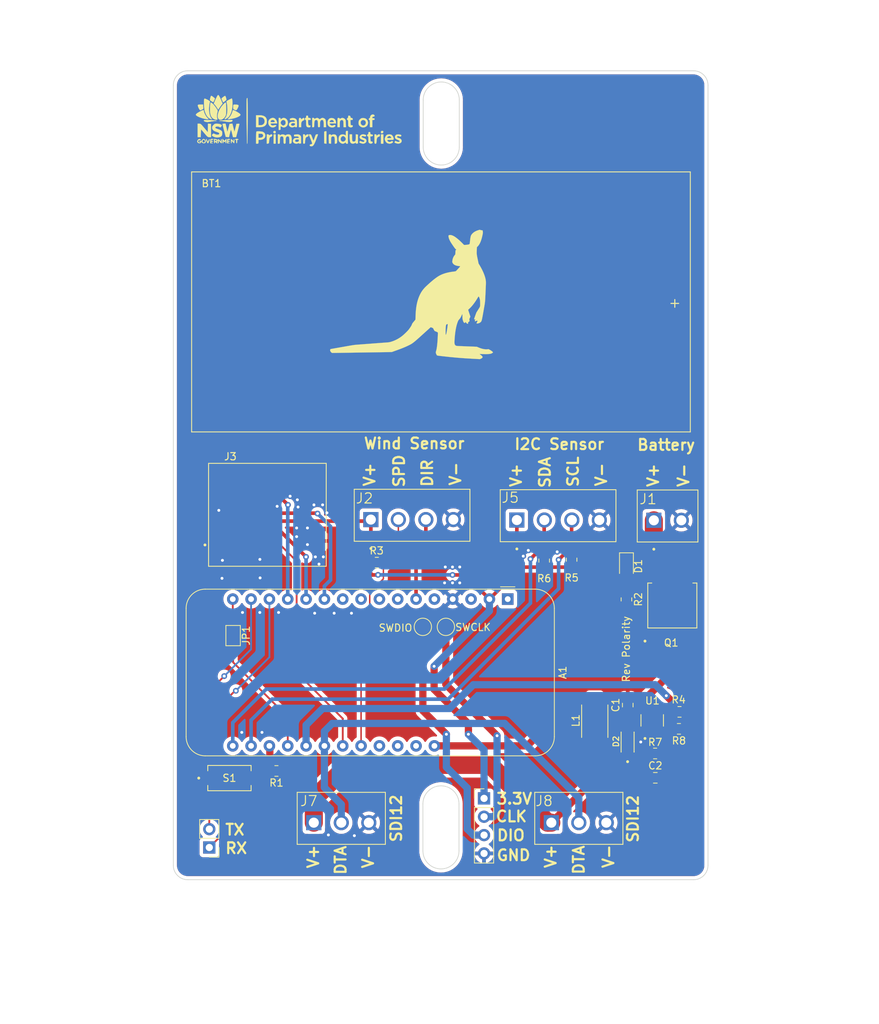
<source format=kicad_pcb>
(kicad_pcb (version 20211014) (generator pcbnew)
  (layers (0 "F.Cu" signal) (31 "B.Cu" signal) (34 "B.Paste" user) (35 "F.Paste" user) (36 "B.SilkS" user "B.Silkscreen") (37 "F.SilkS" user "F.Silkscreen") (38 "B.Mask" user) (39 "F.Mask" user) (44 "Edge.Cuts" user))
  (net 0 "")
  (net 2 "+3.3V")
  (net 4 "GND")
  (net 6 "WIND_DIR")
  (net 11 "SPI_SCK")
  (net 12 "SPI_MOSI")
  (net 13 "SPI_MISO")
  (net 14 "Net-(A1-Pad16)")
  (net 15 "I2C_SDA")
  (net 16 "I2C_SCL")
  (net 17 "LORA_TEST")
  (net 18 "LORA_CONN")
  (net 19 "12V_EN")
  (net 20 "SDI12_DATA")
  (net 21 "SPI_CS")
  (net 22 "WIND_SPD")
  (net 26 "+BATT")
  (net 28 "+12V")
  (net 30 "Net-(D1-Pad2)")
  (net 31 "Net-(D2-PadA)")
  (net 32 "Net-(R7-Pad1)")
  (net 33 "Net-(D1-Pad1)")
  (net 34 "RX")
  (net 35 "TX")
  (net 36 "Net-(J6-Pad2)")
  (net 37 "Net-(J6-Pad3)")
  (footprint "Resistor_SMD:R_0805_2012Metric" (layer "F.Cu") (at 66.4025 140.54 180)
    (fp_text reference "R1")
    (fp_text value "10K")
  )
  (footprint "Resistor_SMD:R_0805_2012Metric" (layer "F.Cu") (at 114.9 116.7875 -90)
    (fp_text reference "R2")
    (fp_text value "320")
  )
  (footprint "TBP02R2-381-02BE:CUI_TBP02R2-381-02BE" (layer "F.Cu") (at 118.695 105.8375)
    (fp_text reference "J1")
    (fp_text value "TBP02R2-381-02BE")
  )
  (footprint "LED_SMD:LED_0805_2012Metric_Pad1.15x1.40mm_HandSolder" (layer "F.Cu") (at 114.9 112.2 -90)
    (fp_text reference "D1")
    (fp_text value "LED")
  )
  (footprint "Capacitor_SMD:C_0805_2012Metric" (layer "F.Cu") (at 115.08 131.42 90)
    (fp_text reference "C1")
    (fp_text value "2.2uF")
  )
  (footprint "PTS636_SM43J_SMTR_LFS:SW_PTS636_SM43J_SMTR_LFS" (layer "F.Cu") (at 59.89 141.53)
    (fp_text reference "S1")
    (fp_text value "PTS636_SM43J_SMTR_LFS")
  )
  (footprint "MIC2288YD5-TR:SOT95P280X100-5N" (layer "F.Cu") (at 118.47 133.54 90)
    (fp_text reference "U1")
    (fp_text value "MIC2288YD5-TR")
  )
  (footprint "BHDL:BHDL" (layer "F.Cu") (at 89.2 75.6)
    (fp_text reference "BT1")
    (fp_text value "BHDL")
  )
  (footprint "Module:Adafruit_Feather_M0_RFM" (layer "F.Cu") (at 98.45 116.7475 -90)
    (fp_text reference "A1")
    (fp_text value "Adafruit_Feather_M0_RFM9x_LoRa_Radio")
  )
  (footprint "LQH43CN100K03L:IND_LQH43CN100K03L" (layer "F.Cu") (at 110.51 133.65 -90)
    (fp_text reference "L1")
    (fp_text value "LQH43CN100K03L")
  )
  (footprint "Connector_PinHeader_2.54mm:PinHeader_1x04_P2.54mm_Vertical" (layer "F.Cu") (at 95.17 144.34)
    (fp_text reference "J6" hide)
    (fp_text value "Conn_01x04_Female")
  )
  (footprint "Resistor_SMD:R_0805_2012Metric" (layer "F.Cu") (at 122.17 134.71 180)
    (fp_text reference "R8")
    (fp_text value "5K")
  )
  (footprint "Capacitor_SMD:C_0805_2012Metric" (layer "F.Cu") (at 118.9 141.49)
    (fp_text reference "C2")
    (fp_text value "10uF")
  )
  (footprint "TestPoint:TestPoint_Pad_D2.0mm" (layer "F.Cu") (at 86.69 120.59 180)
    (fp_text reference "SWDIO")
    (fp_text value "SWDIO")
  )
  (footprint "SS34LW_RVG:SODFL3718X102N" (layer "F.Cu") (at 115.06 136.54 90)
    (fp_text reference "D2")
    (fp_text value "SS34LW_RVG")
  )
  (footprint "Resistor_SMD:R_0805_2012Metric" (layer "F.Cu") (at 107.3 111.2875 -90)
    (fp_text reference "R5")
    (fp_text value "4.7K")
  )
  (footprint "Resistor_SMD:R_0805_2012Metric" (layer "F.Cu") (at 118.8725 138.12 180)
    (fp_text reference "R7")
    (fp_text value "43.3K")
  )
  (footprint "Resistor_SMD:R_0805_2012Metric" (layer "F.Cu") (at 103.5 111.4125 -90)
    (fp_text reference "R6")
    (fp_text value "4.7K")
  )
  (footprint "Connector_PinHeader_2.54mm:PinHeader_1x02_P2.54mm_Vertical" (layer "F.Cu") (at 57.1 151.135 180)
    (fp_text reference "J4" hide)
    (fp_text value "Conn_01x02_Female")
  )
  (footprint "TBP02R2-381-03BE:CUI_TBP02R2-381-03BE" (layer "F.Cu") (at 71.58 147.7)
    (fp_text reference "J7")
    (fp_text value "TBP02R2-381-03BE")
  )
  (footprint "TBP02R2-381-04BE:CUI_TBP02R2-381-04BE" (layer "F.Cu") (at 99.715 105.8)
    (fp_text reference "J5")
    (fp_text value "TBP02R2-381-04BE")
  )
  (footprint "AOD417:DPAK228P994X240_3N" (layer "F.Cu") (at 121.2555 118.7)
    (fp_text reference "Q1")
    (fp_text value "AOD417")
  )
  (footprint "Resistor_SMD:R_0805_2012Metric" (layer "F.Cu") (at 80.3125 111.7 180)
    (fp_text reference "R3")
    (fp_text value "4.7K")
  )
  (footprint "ST1W008S4AR1500:JAE_ST1W008S4AR1500" (layer "F.Cu") (at 64.8 105.4)
    (fp_text reference "J3")
    (fp_text value "ST1W008S4AR1500")
  )
  (footprint "TBP02R2-381-04BE:CUI_TBP02R2-381-04BE" (layer "F.Cu") (at 79.485 105.7375)
    (fp_text reference "J2")
    (fp_text value "TBP02R2-381-04BE")
  )
  (footprint "Resistor_SMD:R_0805_2012Metric" (layer "F.Cu") (at 122.2525 132.36 180)
    (fp_text reference "R4")
    (fp_text value "100K")
  )
  (footprint "TBP02R2-381-03BE:CUI_TBP02R2-381-03BE" (layer "F.Cu") (at 104.49 147.7)
    (fp_text reference "J8")
    (fp_text value "TBP02R2-381-03BE")
  )
  (footprint "TestPoint:TestPoint_Pad_D2.0mm" (layer "F.Cu") (at 89.88 120.59)
    (fp_text reference "SWCLK")
    (fp_text value "SWCLK")
  )
  (footprint "Jumper:SolderJumper-2_P1.3mm_Bridged_Pad1.0x1.5mm" (layer "F.Cu") (at 60.4 121.8 -90)
    (fp_text reference "JP1")
    (fp_text value "Jumper_2_Bridged")
  )
  (gr_poly (pts (xy 60.383692 51.282004) (xy 60.42247 51.437529) (xy 60.463729 51.59752) (xy 60.531859 51.853504) (xy 60.590067 52.065171) (xy 60.72765 51.509546) (xy 60.865234 50.953921) (xy 61.066317 50.938046) (xy 61.085957 50.936308) (xy 61.105116 50.935059) (xy 61.123686 50.93429) (xy 61.141558 50.933995) (xy 61.158624 50.934164) (xy 61.174776 50.93479) (xy 61.189904 50.935867) (xy 61.2039 50.937384) (xy 61.216657 50.939337) (xy 61.228064 50.941715) (xy 61.233228 50.943062) (xy 61.238014 50.944512) (xy 61.242409 50.946065) (xy 61.246399 50.94772) (xy 61.24997 50.949475) (xy 61.253109 50.951331) (xy 61.255802 50.953285) (xy 61.258036 50.955337) (xy 61.259798 50.957486) (xy 61.261072 50.959731) (xy 61.261847 50.96207) (xy 61.262108 50.964504) (xy 61.259287 50.990404) (xy 61.247474 51.049667) (xy 61.200593 51.2529) (xy 61.128908 51.543446) (xy 61.039859 51.890546) (xy 60.812317 52.779546) (xy 60.383692 52.779546) (xy 60.256692 52.250379) (xy 60.243746 52.196658) (xy 60.230761 52.144804) (xy 60.217823 52.095075) (xy 60.205016 52.047725) (xy 60.192426 52.003011) (xy 60.180139 51.961188) (xy 60.168239 51.922512) (xy 60.156812 51.887239) (xy 60.145943 51.855624) (xy 60.135718 51.827924) (xy 60.126221 51.804395) (xy 60.117538 51.785291) (xy 60.109754 51.77087) (xy 60.106226 51.765494) (xy 60.102955 51.761386) (xy 60.099951 51.758575) (xy 60.097225 51.757095) (xy 60.094788 51.756977) (xy 60.09265 51.758254) (xy 60.084103 51.777746) (xy 60.070905 51.814974) (xy 60.053862 51.867829) (xy 60.033781 51.934202) (xy 60.011467 52.011986) (xy 59.987727 52.099071) (xy 59.963366 52.193349) (xy 59.939192 52.292713) (xy 59.822776 52.784838) (xy 59.600525 52.768963) (xy 59.383567 52.753088) (xy 59.161317 51.906421) (xy 59.075245 51.572136) (xy 59.004551 51.287957) (xy 58.977297 51.174114) (xy 58.956678 51.084145) (xy 58.943625 51.021834) (xy 58.940226 51.002232) (xy 58.939067 50.990963) (xy 58.938803 50.987521) (xy 58.939 50.984145) (xy 58.939654 50.980837) (xy 58.940762 50.977599) (xy 58.942319 50.974435) (xy 58.944323 50.971347) (xy 58.94965 50.965414) (xy 58.956715 50.959821) (xy 58.965484 50.954593) (xy 58.975928 50.949752) (xy 58.988015 50.945322) (xy 59.001714 50.941326) (xy 59.016995 50.937788) (xy 59.033826 50.93473) (xy 59.052176 50.932176) (xy 59.072015 50.930149) (xy 59.093311 50.928672) (xy 59.116033 50.927769) (xy 59.14015 50.927463) (xy 59.346525 50.927463) (xy 59.45765 51.409004) (xy 59.480657 51.507334) (xy 59.501803 51.602315) (xy 59.520716 51.691592) (xy 59.537025 51.772806) (xy 59.550358 51.843603) (xy 59.560342 51.901625) (xy 59.566605 51.944517) (xy 59.568225 51.959552) (xy 59.568775 51.969921) (xy 59.569757 52.000087) (xy 59.572661 52.021246) (xy 59.577426 52.033568) (xy 59.580487 52.036469) (xy 59.583989 52.037224) (xy 59.587925 52.035856) (xy 59.592288 52.032385) (xy 59.602262 52.01922) (xy 59.613847 51.997901) (xy 59.626984 51.968598) (xy 59.657659 51.886722) (xy 59.693791 51.774956) (xy 59.734884 51.634665) (xy 59.780442 51.467212) (xy 59.912734 50.953921) (xy 60.103233 50.938046) (xy 60.293734 50.922171)) (layer "F.SilkS") (width 0.03) (fill solid))
  (gr_poly (pts (xy 56.681799 53.045773) (xy 56.68576 53.047313) (xy 56.690011 53.049869) (xy 56.694548 53.053439) (xy 56.699369 53.05802) (xy 56.709844 53.070201) (xy 56.721404 53.08639) (xy 56.734018 53.106564) (xy 56.747656 53.130698) (xy 56.762285 53.15877) (xy 56.777876 53.190756) (xy 56.794397 53.226634) (xy 56.811817 53.266379) (xy 56.901775 53.488629) (xy 56.991734 53.261088) (xy 57.001709 53.238659) (xy 57.011753 53.21709) (xy 57.021813 53.196499) (xy 57.031835 53.177) (xy 57.041763 53.15871) (xy 57.051544 53.141746) (xy 57.061124 53.126224) (xy 57.070447 53.11226) (xy 57.074996 53.105898) (xy 57.079461 53.09997) (xy 57.083835 53.094489) (xy 57.08811 53.08947) (xy 57.092281 53.084928) (xy 57.096341 53.080878) (xy 57.100283 53.077333) (xy 57.104099 53.074308) (xy 57.107784 53.071819) (xy 57.11133 53.069878) (xy 57.114731 53.068502) (xy 57.117979 53.067704) (xy 57.121069 53.067499) (xy 57.123993 53.067902) (xy 57.126745 53.068926) (xy 57.129317 53.070587) (xy 57.134462 53.07544) (xy 57.13804 53.082932) (xy 57.14013 53.092878) (xy 57.14081 53.105097) (xy 57.140156 53.119405) (xy 57.138247 53.135618) (xy 57.130971 53.173031) (xy 57.119602 53.215869) (xy 57.10476 53.262669) (xy 57.087066 53.311964) (xy 57.06714 53.362291) (xy 57.045601 53.412183) (xy 57.02307 53.460176) (xy 57.000167 53.504805) (xy 56.977512 53.544605) (xy 56.955726 53.578111) (xy 56.935427 53.603857) (xy 56.92603 53.613363) (xy 56.917237 53.620379) (xy 56.909126 53.624724) (xy 56.901775 53.626212) (xy 56.895956 53.62507) (xy 56.889449 53.621726) (xy 56.882313 53.616302) (xy 56.874604 53.608922) (xy 56.857697 53.588785) (xy 56.839185 53.562299) (xy 56.819526 53.53045) (xy 56.799177 53.494221) (xy 56.778596 53.454596) (xy 56.758239 53.412561) (xy 56.738564 53.3691) (xy 56.720029 53.325197) (xy 56.703091 53.281837) (xy 56.688207 53.240004) (xy 56.675834 53.200682) (xy 56.666431 53.164856) (xy 56.660453 53.13351) (xy 56.658359 53.107629) (xy 56.659036 53.086913) (xy 56.661046 53.070391) (xy 56.662541 53.063695) (xy 56.664358 53.058039) (xy 56.666493 53.05342) (xy 56.668942 53.049834) (xy 56.671701 53.04728) (xy 56.674766 53.045753) (xy 56.678133 53.045252)) (layer "F.SilkS") (width 0.03) (fill solid))
  (gr_poly (pts (xy 94.561361 65.607534) (xy 94.565752 65.608207) (xy 94.570639 65.609356) (xy 94.576074 65.610987) (xy 94.582108 65.61311) (xy 94.588793 65.615731) (xy 94.596181 65.618859) (xy 94.604324 65.6225) (xy 94.623079 65.631358) (xy 94.629098 65.634063) (xy 94.636505 65.636874) (xy 94.655078 65.642741) (xy 94.677991 65.648815) (xy 94.704439 65.65495) (xy 94.733615 65.661003) (xy 94.764714 65.666829) (xy 94.796929 65.672283) (xy 94.829454 65.67722) (xy 94.889151 65.686039) (xy 94.937933 65.693535) (xy 94.956681 65.696581) (xy 94.97084 65.699047) (xy 94.979791 65.700852) (xy 94.982119 65.701481) (xy 94.982712 65.701722) (xy 94.982912 65.701913) (xy 94.983811 65.705589) (xy 94.985144 65.716107) (xy 94.988865 65.75461) (xy 94.993578 65.811303) (xy 94.998787 65.880067) (xy 95.003204 65.934723) (xy 95.005678 65.981959) (xy 95.006096 66.003885) (xy 95.005919 66.025267) (xy 95.005112 66.04654) (xy 95.003639 66.068141) (xy 95.001462 66.090507) (xy 94.998547 66.114074) (xy 94.990354 66.16656) (xy 94.978772 66.229092) (xy 94.96351 66.305164) (xy 94.931735 66.453981) (xy 94.89857 66.596205) (xy 94.863989 66.731897) (xy 94.827966 66.861119) (xy 94.790476 66.983934) (xy 94.751492 67.100402) (xy 94.710989 67.210586) (xy 94.668941 67.314549) (xy 94.625322 67.412352) (xy 94.580106 67.504057) (xy 94.533267 67.589726) (xy 94.48478 67.669422) (xy 94.434619 67.743205) (xy 94.382757 67.811139) (xy 94.329169 67.873285) (xy 94.27383 67.929706) (xy 94.176816 68.021427) (xy 94.166233 68.342455) (xy 94.158285 68.557736) (xy 94.153913 68.726239) (xy 94.153514 68.79802) (xy 94.154544 68.864191) (xy 94.15718 68.926781) (xy 94.161603 68.987818) (xy 94.167989 69.049331) (xy 94.176517 69.113347) (xy 94.200712 69.257004) (xy 94.235614 69.435016) (xy 94.28265 69.663608) (xy 94.413178 70.289789) (xy 94.53665 70.492636) (xy 94.691958 70.758917) (xy 94.834553 71.02216) (xy 94.900832 71.152106) (xy 94.963631 71.280649) (xy 95.022848 71.407575) (xy 95.078383 71.532668) (xy 95.130136 71.655716) (xy 95.178005 71.776502) (xy 95.22189 71.894813) (xy 95.26169 72.010434) (xy 95.297304 72.123151) (xy 95.328631 72.23275) (xy 95.355571 72.339015) (xy 95.378023 72.441733) (xy 95.397812 72.548255) (xy 95.412309 72.649651) (xy 95.42168 72.757992) (xy 95.42609 72.885351) (xy 95.425704 73.043798) (xy 95.420688 73.245405) (xy 95.397426 73.826385) (xy 95.347486 74.933969) (xy 95.328593 75.276994) (xy 95.307468 75.54331) (xy 95.279397 75.78077) (xy 95.239668 76.037227) (xy 95.106385 76.798538) (xy 95.02537 77.258014) (xy 94.991338 77.447308) (xy 94.960974 77.612214) (xy 94.933794 77.754661) (xy 94.909312 77.87658) (xy 94.89793 77.930445) (xy 94.887041 77.979901) (xy 94.876583 78.02519) (xy 94.866496 78.066553) (xy 94.856719 78.104232) (xy 94.847192 78.138468) (xy 94.837853 78.169501) (xy 94.828642 78.197574) (xy 94.819498 78.222927) (xy 94.81036 78.245802) (xy 94.801169 78.266441) (xy 94.791862 78.285083) (xy 94.78238 78.301971) (xy 94.772661 78.317346) (xy 94.762645 78.331449) (xy 94.752271 78.344521) (xy 94.741479 78.356804) (xy 94.730207 78.368539) (xy 94.718396 78.379967) (xy 94.705983 78.39133) (xy 94.680994 78.412868) (xy 94.655643 78.433163) (xy 94.629941 78.452213) (xy 94.603898 78.470015) (xy 94.577524 78.486567) (xy 94.550829 78.501865) (xy 94.523825 78.515908) (xy 94.496521 78.528692) (xy 94.468927 78.540215) (xy 94.441054 78.550475) (xy 94.412913 78.559469) (xy 94.384513 78.567194) (xy 94.355865 78.573648) (xy 94.32698 78.578828) (xy 94.297867 78.582732) (xy 94.268537 78.585357) (xy 94.240142 78.586973) (xy 94.215097 78.587782) (xy 94.193317 78.587683) (xy 94.183626 78.587259) (xy 94.17472 78.58657) (xy 94.16659 78.585602) (xy 94.159224 78.584341) (xy 94.152613 78.582776) (xy 94.146746 78.580893) (xy 94.141613 78.578679) (xy 94.137203 78.576121) (xy 94.133507 78.573207) (xy 94.130513 78.569923) (xy 94.128212 78.566257) (xy 94.126592 78.562196) (xy 94.125645 78.557726) (xy 94.125359 78.552836) (xy 94.125724 78.547511) (xy 94.12673 78.541739) (xy 94.128367 78.535507) (xy 94.130624 78.528803) (xy 94.13349 78.521612) (xy 94.136956 78.513923) (xy 94.145644 78.496998) (xy 94.156607 78.477922) (xy 94.16976 78.456594) (xy 94.183052 78.435239) (xy 94.19515 78.414819) (xy 94.20606 78.395319) (xy 94.215786 78.376723) (xy 94.224334 78.359016) (xy 94.231709 78.342182) (xy 94.237917 78.326206) (xy 94.242961 78.311073) (xy 94.246848 78.296766) (xy 94.249583 78.283271) (xy 94.250519 78.276822) (xy 94.25117 78.270571) (xy 94.251535 78.264515) (xy 94.251615 78.258652) (xy 94.251411 78.25298) (xy 94.250924 78.247498) (xy 94.250153 78.242202) (xy 94.249101 78.237092) (xy 94.247766 78.232166) (xy 94.246151 78.227421) (xy 94.244255 78.222856) (xy 94.24208 78.218468) (xy 94.237619 78.210411) (xy 94.233353 78.203455) (xy 94.229061 78.197625) (xy 94.224523 78.192947) (xy 94.222094 78.191049) (xy 94.219521 78.189448) (xy 94.216776 78.188148) (xy 94.213833 78.187153) (xy 94.210664 78.186465) (xy 94.207242 78.186088) (xy 94.203538 78.186024) (xy 94.199526 78.186278) (xy 94.190467 78.18775) (xy 94.179844 78.190529) (xy 94.167439 78.194642) (xy 94.153031 78.200113) (xy 94.136401 78.20697) (xy 94.11733 78.215237) (xy 94.070983 78.236107) (xy 94.058757 78.241602) (xy 94.046598 78.246825) (xy 94.034574 78.251753) (xy 94.022751 78.256364) (xy 94.011197 78.260634) (xy 93.999979 78.264539) (xy 93.989164 78.268057) (xy 93.978819 78.271164) (xy 93.969012 78.273837) (xy 93.959809 78.276053) (xy 93.951278 78.277788) (xy 93.943486 78.27902) (xy 93.9365 78.279724) (xy 93.930388 78.279878) (xy 93.925216 78.279458) (xy 93.923003 78.279026) (xy 93.921051 78.278441) (xy 93.916902 78.276949) (xy 93.913052 78.275123) (xy 93.9095 78.27297) (xy 93.906248 78.270497) (xy 93.903294 78.267711) (xy 93.900638 78.26462) (xy 93.89828 78.261231) (xy 93.896219 78.25755) (xy 93.894456 78.253585) (xy 93.892989 78.249343) (xy 93.891819 78.244831) (xy 93.890945 78.240055) (xy 93.890084 78.229745) (xy 93.890404 78.218468) (xy 93.891902 78.206282) (xy 93.894575 78.193244) (xy 93.898422 78.179409) (xy 93.903439 78.164835) (xy 93.909624 78.14958) (xy 93.916975 78.133699) (xy 93.925488 78.117249) (xy 93.935161 78.100288) (xy 93.939705 78.092089) (xy 93.94406 78.084058) (xy 93.948204 78.076239) (xy 93.952112 78.068676) (xy 93.955762 78.061412) (xy 93.95913 78.054492) (xy 93.962193 78.04796) (xy 93.964928 78.041859) (xy 93.967312 78.036233) (xy 93.969321 78.031127) (xy 93.970932 78.026585) (xy 93.972122 78.022649) (xy 93.972867 78.019365) (xy 93.973066 78.017981) (xy 93.973145 78.016776) (xy 93.973101 78.015755) (xy 93.972932 78.014925) (xy 93.972634 78.014291) (xy 93.972205 78.013858) (xy 93.971813 78.013392) (xy 93.9713 78.012988) (xy 93.969927 78.012359) (xy 93.968115 78.011962) (xy 93.965893 78.01179) (xy 93.963287 78.011836) (xy 93.960328 78.01209) (xy 93.957044 78.012546) (xy 93.953462 78.013196) (xy 93.949612 78.014032) (xy 93.945521 78.015046) (xy 93.941219 78.016231) (xy 93.936733 78.017578) (xy 93.927324 78.02073) (xy 93.917524 78.02444) (xy 93.905599 78.028756) (xy 93.894886 78.032426) (xy 93.885274 78.035424) (xy 93.880846 78.036664) (xy 93.876651 78.037725) (xy 93.872677 78.038606) (xy 93.868907 78.039302) (xy 93.86533 78.039811) (xy 93.861931 78.04013) (xy 93.858695 78.040254) (xy 93.85561 78.040182) (xy 93.852662 78.03991) (xy 93.849835 78.039434) (xy 93.847117 78.038751) (xy 93.844494 78.037858) (xy 93.841951 78.036753) (xy 93.839476 78.035431) (xy 93.837053 78.033889) (xy 93.834669 78.032124) (xy 93.832311 78.030133) (xy 93.829964 78.027913) (xy 93.827614 78.025461) (xy 93.825248 78.022772) (xy 93.822851 78.019845) (xy 93.82041 78.016675) (xy 93.81534 78.009596) (xy 93.809926 78.00151) (xy 93.805696 77.993968) (xy 93.802378 77.986159) (xy 93.80014 77.97748) (xy 93.79915 77.967335) (xy 93.799576 77.955122) (xy 93.801585 77.940243) (xy 93.805347 77.922098) (xy 93.811028 77.900087) (xy 93.828822 77.842072) (xy 93.856311 77.761401) (xy 93.945746 77.512913) (xy 94.108023 77.066649) (xy 94.358495 76.669774) (xy 94.455096 76.518465) (xy 94.493681 76.456888) (xy 94.526396 76.402545) (xy 94.553695 76.353824) (xy 94.576033 76.309114) (xy 94.593865 76.266801) (xy 94.607645 76.225274) (xy 94.617829 76.18292) (xy 94.624871 76.138127) (xy 94.629225 76.089282) (xy 94.631348 76.034774) (xy 94.631692 75.97299) (xy 94.630714 75.902317) (xy 94.626607 75.727858) (xy 94.623837 75.627371) (xy 94.620654 75.542429) (xy 94.616809 75.470385) (xy 94.612055 75.408594) (xy 94.609259 75.380716) (xy 94.606143 75.354409) (xy 94.602675 75.329342) (xy 94.598825 75.305185) (xy 94.594562 75.281607) (xy 94.589854 75.258277) (xy 94.578981 75.211038) (xy 94.570357 75.177736) (xy 94.561087 75.144793) (xy 94.55127 75.112444) (xy 94.541003 75.080924) (xy 94.530384 75.050469) (xy 94.519512 75.021314) (xy 94.508485 74.993693) (xy 94.497402 74.967842) (xy 94.486359 74.943996) (xy 94.475457 74.922391) (xy 94.464792 74.903261) (xy 94.454462 74.886841) (xy 94.444567 74.873366) (xy 94.439813 74.867807) (xy 94.435204 74.863073) (xy 94.430753 74.859192) (xy 94.426472 74.856195) (xy 94.422373 74.854111) (xy 94.418468 74.852968) (xy 94.416742 74.852813) (xy 94.414873 74.853007) (xy 94.410706 74.854436) (xy 94.405976 74.85724) (xy 94.400691 74.861402) (xy 94.394858 74.866908) (xy 94.388485 74.873742) (xy 94.38158 74.881889) (xy 94.37415 74.891333) (xy 94.366203 74.902058) (xy 94.357748 74.91405) (xy 94.339341 74.941769) (xy 94.31899 74.974366) (xy 94.296759 75.011718) (xy 94.227062 75.129543) (xy 94.155735 75.245978) (xy 94.083048 75.360666) (xy 94.009273 75.473251) (xy 93.934682 75.583376) (xy 93.859546 75.690685) (xy 93.784136 75.794821) (xy 93.708724 75.895427) (xy 93.63358 75.992147) (xy 93.558976 76.084624) (xy 93.485183 76.172503) (xy 93.412473 76.255425) (xy 93.341117 76.333036) (xy 93.271386 76.404977) (xy 93.203552 76.470893) (xy 93.137885 76.530427) (xy 93.120908 76.545254) (xy 93.104427 76.559917) (xy 93.088524 76.574331) (xy 93.073283 76.588415) (xy 93.058786 76.602085) (xy 93.045116 76.615259) (xy 93.032356 76.627854) (xy 93.020587 76.639788) (xy 93.009893 76.650978) (xy 93.000357 76.66134) (xy 92.992062 76.670794) (xy 92.985089 76.679255) (xy 92.979521 76.686641) (xy 92.975442 76.69287) (xy 92.973987 76.695524) (xy 92.972934 76.697858) (xy 92.972295 76.699862) (xy 92.97208 76.701524) (xy 92.975198 76.715994) (xy 92.984124 76.747495) (xy 93.016838 76.853659) (xy 93.065097 77.004141) (xy 93.123774 77.183066) (xy 93.275469 77.639912) (xy 93.19962 77.809246) (xy 93.125539 77.980343) (xy 93.146704 78.121454) (xy 93.166108 78.262566) (xy 93.109664 78.306663) (xy 93.096844 78.316768) (xy 93.082515 78.328299) (xy 93.051233 78.354068) (xy 93.019621 78.380829) (xy 93.004879 78.3936) (xy 92.991481 78.40544) (xy 92.982132 78.413951) (xy 92.973901 78.421684) (xy 92.966751 78.42873) (xy 92.960641 78.435179) (xy 92.957965 78.438208) (xy 92.955534 78.441121) (xy 92.953345 78.443931) (xy 92.951391 78.446648) (xy 92.949669 78.449283) (xy 92.948173 78.451849) (xy 92.946899 78.454355) (xy 92.945841 78.456814) (xy 92.944996 78.459237) (xy 92.944357 78.461635) (xy 92.943921 78.46402) (xy 92.943681 78.466402) (xy 92.943635 78.468793) (xy 92.943776 78.471205) (xy 92.944099 78.473648) (xy 92.944601 78.476135) (xy 92.945276 78.478675) (xy 92.946119 78.481281) (xy 92.947126 78.483964) (xy 92.948291 78.486735) (xy 92.951078 78.492587) (xy 92.954441 78.498928) (xy 92.957258 78.504719) (xy 92.959759 78.510508) (xy 92.961948 78.516284) (xy 92.963829 78.522034) (xy 92.965406 78.527747) (xy 92.966684 78.53341) (xy 92.967667 78.539012) (xy 92.968359 78.54454) (xy 92.968764 78.549984) (xy 92.968887 78.55533) (xy 92.968731 78.560567) (xy 92.9683 78.565683) (xy 92.9676 78.570666) (xy 92.966634 78.575503) (xy 92.965407 78.580184) (xy 92.963922 78.584696) (xy 92.962183 78.589027) (xy 92.960196 78.593165) (xy 92.957964 78.597099) (xy 92.955491 78.600816) (xy 92.952782 78.604304) (xy 92.949841 78.607551) (xy 92.946672 78.610546) (xy 92.943278 78.613276) (xy 92.939666 78.61573) (xy 92.935837 78.617896) (xy 92.931798 78.619761) (xy 92.927551 78.621314) (xy 92.923102 78.622542) (xy 92.918454 78.623435) (xy 92.913611 78.623979) (xy 92.908579 78.624163) (xy 92.895328 78.623604) (xy 92.882031 78.621923) (xy 92.868682 78.619116) (xy 92.855277 78.615178) (xy 92.841809 78.610102) (xy 92.828274 78.603885) (xy 92.814667 78.59652) (xy 92.800982 78.588003) (xy 92.787215 78.578328) (xy 92.77336 78.56749) (xy 92.759411 78.555485) (xy 92.745365 78.542307) (xy 92.731215 78.52795) (xy 92.716957 78.51241) (xy 92.702585 78.495682) (xy 92.688094 78.477759) (xy 92.673018 78.459638) (xy 92.658438 78.442592) (xy 92.644685 78.427034) (xy 92.638222 78.419943) (xy 92.63209 78.413378) (xy 92.62633 78.407392) (xy 92.620983 78.402037) (xy 92.616091 78.397364) (xy 92.611695 78.393424) (xy 92.607837 78.39027) (xy 92.604557 78.387953) (xy 92.603147 78.387125) (xy 92.601898 78.386525) (xy 92.600813 78.386161) (xy 92.5999 78.386038) (xy 92.599037 78.38612) (xy 92.598105 78.386363) (xy 92.596045 78.387316) (xy 92.593741 78.388863) (xy 92.591218 78.390971) (xy 92.588498 78.393606) (xy 92.585606 78.396735) (xy 92.582563 78.400323) (xy 92.579394 78.404338) (xy 92.576122 78.408746) (xy 92.572769 78.413512) (xy 92.56936 78.418605) (xy 92.565917 78.423989) (xy 92.562464 78.429632) (xy 92.559024 78.435499) (xy 92.55562 78.441558) (xy 92.552275 78.447774) (xy 92.543599 78.463666) (xy 92.534458 78.477303) (xy 92.524885 78.488724) (xy 92.514912 78.497969) (xy 92.504571 78.505077) (xy 92.493894 78.510088) (xy 92.482913 78.513041) (xy 92.471659 78.513975) (xy 92.460165 78.51293) (xy 92.448462 78.509945) (xy 92.436584 78.50506) (xy 92.424561 78.498314) (xy 92.412425 78.489746) (xy 92.400209 78.479396) (xy 92.375664 78.453507) (xy 92.351182 78.420962) (xy 92.327016 78.382076) (xy 92.303425 78.337165) (xy 92.280663 78.286543) (xy 92.258986 78.230527) (xy 92.23865 78.169431) (xy 92.219911 78.10357) (xy 92.203025 78.03326) (xy 92.195659 77.993755) (xy 92.189409 77.951377) (xy 92.184235 77.905236) (xy 92.180094 77.854445) (xy 92.176945 77.798114) (xy 92.174747 77.735355) (xy 92.173458 77.665278) (xy 92.173038 77.586995) (xy 92.172714 77.52036) (xy 92.17177 77.461043) (xy 92.170248 77.40958) (xy 92.169282 77.386962) (xy 92.168187 77.36651) (xy 92.166969 77.34829) (xy 92.165631 77.332369) (xy 92.16418 77.318815) (xy 92.162621 77.307695) (xy 92.160958 77.299077) (xy 92.159196 77.293026) (xy 92.158281 77.290985) (xy 92.157342 77.289611) (xy 92.156382 77.288913) (xy 92.1554 77.288899) (xy 92.153091 77.290414) (xy 92.15016 77.293577) (xy 92.146644 77.298302) (xy 92.142584 77.304498) (xy 92.132982 77.320959) (xy 92.121665 77.342257) (xy 92.108942 77.367688) (xy 92.095123 77.396551) (xy 92.080519 77.428143) (xy 92.065439 77.46176) (xy 92.043274 77.512467) (xy 92.021649 77.560252) (xy 92.000401 77.605375) (xy 91.979368 77.648099) (xy 91.958386 77.688682) (xy 91.937293 77.727388) (xy 91.915926 77.764475) (xy 91.894123 77.800206) (xy 91.87172 77.834842) (xy 91.848555 77.868643) (xy 91.824464 77.901871) (xy 91.799286 77.934785) (xy 91.772858 77.967649) (xy 91.745016 78.000721) (xy 91.715598 78.034264) (xy 91.684441 78.068538) (xy 91.672834 78.081124) (xy 91.661782 78.093821) (xy 91.651222 78.106741) (xy 91.641087 78.119994) (xy 91.631315 78.133691) (xy 91.621839 78.147944) (xy 91.612596 78.162863) (xy 91.603522 78.17856) (xy 91.59455 78.195146) (xy 91.585617 78.212732) (xy 91.576659 78.231429) (xy 91.56761 78.251348) (xy 91.548982 78.295297) (xy 91.529218 78.345468) (xy 91.445871 78.5798) (xy 91.37044 78.837015) (xy 91.302906 79.117173) (xy 91.243247 79.420338) (xy 91.191444 79.746572) (xy 91.147474 80.095935) (xy 91.111318 80.468491) (xy 91.082955 80.864301) (xy 91.078521 80.947902) (xy 91.075182 81.024367) (xy 91.073002 81.094125) (xy 91.07204 81.157603) (xy 91.072361 81.215232) (xy 91.074025 81.26744) (xy 91.077094 81.314656) (xy 91.081632 81.357308) (xy 91.08447 81.377058) (xy 91.087698 81.395827) (xy 91.091325 81.41367) (xy 91.095357 81.430641) (xy 91.099802 81.446792) (xy 91.104669 81.462178) (xy 91.109965 81.476852) (xy 91.115697 81.490868) (xy 91.121873 81.504279) (xy 91.128502 81.517139) (xy 91.135591 81.529502) (xy 91.143147 81.541421) (xy 91.151179 81.55295) (xy 91.159694 81.564142) (xy 91.1687 81.575052) (xy 91.178205 81.585732) (xy 91.194152 81.602119) (xy 91.210533 81.616945) (xy 91.227783 81.630303) (xy 91.246335 81.642287) (xy 91.266623 81.652989) (xy 91.289081 81.662503) (xy 91.314144 81.670921) (xy 91.342246 81.678336) (xy 91.37382 81.684842) (xy 91.409301 81.690532) (xy 91.449123 81.695498) (xy 91.49372 81.699834) (xy 91.598974 81.706986) (xy 91.728537 81.712732) (xy 92.914974 81.759034) (xy 93.827565 81.792107) (xy 94.162703 81.804455) (xy 94.400829 81.904996) (xy 94.488993 81.941606) (xy 94.575571 81.975373) (xy 94.660589 82.006308) (xy 94.744071 82.034422) (xy 94.826045 82.059724) (xy 94.906535 82.082226) (xy 94.985568 82.101937) (xy 95.06317 82.118868) (xy 95.139366 82.133029) (xy 95.214182 82.14443) (xy 95.287644 82.153082) (xy 95.359778 82.158996) (xy 95.430611 82.162181) (xy 95.500166 82.162647) (xy 95.568471 82.160406) (xy 95.635552 82.155468) (xy 95.785482 82.139592) (xy 95.912484 82.204857) (xy 95.947433 82.223361) (xy 95.982067 82.242419) (xy 96.016236 82.261927) (xy 96.04979 82.281779) (xy 96.08258 82.301869) (xy 96.114454 82.32209) (xy 96.145265 82.342337) (xy 96.17486 82.362504) (xy 96.203092 82.382486) (xy 96.229809 82.402175) (xy 96.254863 82.421466) (xy 96.278103 82.440253) (xy 96.299378 82.458431) (xy 96.318541 82.475893) (xy 96.33544 82.492533) (xy 96.349926 82.508246) (xy 96.362201 82.523318) (xy 96.373711 82.537874) (xy 96.384188 82.551561) (xy 96.393362 82.564029) (xy 96.397377 82.569696) (xy 96.400965 82.574926) (xy 96.404094 82.579675) (xy 96.406729 82.5839) (xy 96.408837 82.587557) (xy 96.410384 82.590601) (xy 96.411337 82.592989) (xy 96.411581 82.593923) (xy 96.411663 82.594677) (xy 96.411205 82.597054) (xy 96.409859 82.59987) (xy 96.404672 82.606707) (xy 96.396443 82.61497) (xy 96.385507 82.624443) (xy 96.372205 82.634907) (xy 96.356875 82.646147) (xy 96.321483 82.670083) (xy 96.28204 82.694516) (xy 96.241254 82.717708) (xy 96.221203 82.728296) (xy 96.201831 82.737923) (xy 96.183478 82.746372) (xy 96.166481 82.753426) (xy 96.128029 82.766096) (xy 96.083506 82.777642) (xy 95.976615 82.79733) (xy 95.846532 82.81243) (xy 95.69398 82.82288) (xy 95.519683 82.828616) (xy 95.324363 82.829577) (xy 95.108745 82.825702) (xy 94.873552 82.816927) (xy 94.79929 82.81404) (xy 94.735197 82.812021) (xy 94.681191 82.810912) (xy 94.657945 82.810711) (xy 94.63719 82.810753) (xy 94.618916 82.811044) (xy 94.603111 82.811587) (xy 94.589766 82.812389) (xy 94.578871 82.813454) (xy 94.570415 82.814788) (xy 94.567098 82.815558) (xy 94.564388 82.816397) (xy 94.562282 82.817305) (xy 94.560779 82.818284) (xy 94.559878 82.819333) (xy 94.559578 82.820455) (xy 94.559747 82.821549) (xy 94.560249 82.822844) (xy 94.562217 82.826011) (xy 94.565415 82.829907) (xy 94.569776 82.834483) (xy 94.575232 82.839689) (xy 94.581717 82.845476) (xy 94.597502 82.858598) (xy 94.616595 82.873457) (xy 94.638458 82.889659) (xy 94.662554 82.906812) (xy 94.688344 82.924523) (xy 94.714726 82.943175) (xy 94.740237 82.962034) (xy 94.764792 82.981016) (xy 94.788306 83.00004) (xy 94.810694 83.019023) (xy 94.831869 83.037881) (xy 94.851748 83.056533) (xy 94.870244 83.074896) (xy 94.887272 83.092886) (xy 94.902748 83.110422) (xy 94.916586 83.12742) (xy 94.9287 83.143798) (xy 94.939005 83.159473) (xy 94.947417 83.174363) (xy 94.950886 83.181487) (xy 94.953849 83.188384) (xy 94.956297 83.195043) (xy 94.958217 83.201455) (xy 94.960197 83.210719) (xy 94.961511 83.219987) (xy 94.962164 83.229253) (xy 94.962162 83.23851) (xy 94.96151 83.247751) (xy 94.960213 83.25697) (xy 94.958278 83.266161) (xy 94.955709 83.275317) (xy 94.952513 83.284431) (xy 94.948694 83.293498) (xy 94.944258 83.302511) (xy 94.939211 83.311463) (xy 94.933558 83.320347) (xy 94.927304 83.329159) (xy 94.913018 83.346534) (xy 94.896396 83.363537) (xy 94.877482 83.380117) (xy 94.85632 83.396221) (xy 94.832954 83.411798) (xy 94.807428 83.426796) (xy 94.779786 83.441164) (xy 94.750072 83.45485) (xy 94.718329 83.467801) (xy 94.701855 83.473968) (xy 94.685752 83.480424) (xy 94.670394 83.486963) (xy 94.656152 83.493378) (xy 94.643398 83.499462) (xy 94.632505 83.505009) (xy 94.623844 83.509812) (xy 94.620467 83.511869) (xy 94.617788 83.513663) (xy 94.61439 83.515504) (xy 94.608878 83.51706) (xy 94.601331 83.518337) (xy 94.591825 83.51934) (xy 94.567248 83.520546) (xy 94.535767 83.520718) (xy 94.498001 83.519898) (xy 94.454573 83.518127) (xy 94.4061 83.515447) (xy 94.353205 83.511898) (xy 94.214078 83.502252) (xy 94.01542 83.490291) (xy 93.545343 83.466037) (xy 92.542544 83.407829) (xy 91.494601 83.328455) (xy 90.448974 83.231882) (xy 89.453121 83.12208) (xy 89.181262 83.090329) (xy 88.923955 83.058579) (xy 88.870315 83.05182) (xy 88.820933 83.044854) (xy 88.776429 83.037806) (xy 88.737423 83.030799) (xy 88.720176 83.027349) (xy 88.704536 83.023957) (xy 88.690581 83.020636) (xy 88.678388 83.017404) (xy 88.668035 83.014275) (xy 88.659599 83.011265) (xy 88.653158 83.008389) (xy 88.648789 83.005663) (xy 88.64549 83.002307) (xy 88.641581 82.997588) (xy 88.632141 82.984386) (xy 88.620882 82.966719) (xy 88.608218 82.945249) (xy 88.594562 82.920638) (xy 88.580327 82.893545) (xy 88.565927 82.864634) (xy 88.551775 82.834566) (xy 88.537158 82.802574) (xy 88.524389 82.772523) (xy 88.513455 82.744079) (xy 88.504342 82.716909) (xy 88.497038 82.690679) (xy 88.49153 82.665056) (xy 88.487804 82.639708) (xy 88.485848 82.6143) (xy 88.48565 82.588499) (xy 88.487195 82.561972) (xy 88.490472 82.534386) (xy 88.495467 82.505407) (xy 88.502167 82.474702) (xy 88.51056 82.441938) (xy 88.520632 82.406781) (xy 88.53237 82.368898) (xy 88.572113 82.218786) (xy 88.60921 82.028882) (xy 88.643496 81.800903) (xy 88.674805 81.536564) (xy 88.702973 81.237582) (xy 88.727833 80.905671) (xy 88.74922 80.542548) (xy 88.76697 80.149927) (xy 88.768805 80.100315) (xy 88.770325 80.056389) (xy 88.771504 80.01776) (xy 88.772316 79.984038) (xy 88.772735 79.954833) (xy 88.772789 79.941802) (xy 88.772736 79.929754) (xy 88.772571 79.91864) (xy 88.772292 79.908411) (xy 88.771895 79.899019) (xy 88.771378 79.890415) (xy 88.770737 79.882549) (xy 88.769968 79.875374) (xy 88.769069 79.86884) (xy 88.768036 79.862899) (xy 88.766866 79.857501) (xy 88.765556 79.852599) (xy 88.764103 79.848143) (xy 88.762503 79.844085) (xy 88.760753 79.840376) (xy 88.75885 79.836966) (xy 88.756791 79.833808) (xy 88.754572 79.830852) (xy 88.752191 79.828051) (xy 88.749643 79.825354) (xy 88.746927 79.822713) (xy 88.744037 79.82008) (xy 88.735041 79.812562) (xy 88.722836 79.804005) (xy 88.707769 79.79457) (xy 88.690184 79.784416) (xy 88.64885 79.762595) (xy 88.601604 79.739823) (xy 88.551216 79.717381) (xy 88.530679 79.708954) (xy 89.841176 79.708954) (xy 89.841369 79.83324) (xy 89.841641 79.885889) (xy 89.842058 79.932637) (xy 89.84264 79.973805) (xy 89.843409 80.009711) (xy 89.844384 80.040677) (xy 89.845586 80.067024) (xy 89.847036 80.089071) (xy 89.847861 80.098582) (xy 89.848755 80.107139) (xy 89.849722 80.114781) (xy 89.850764 80.121548) (xy 89.851883 80.127481) (xy 89.853083 80.132619) (xy 89.854365 80.137003) (xy 89.855732 80.140672) (xy 89.857187 80.143667) (xy 89.858733 80.146027) (xy 89.860371 80.147794) (xy 89.862105 80.149006) (xy 89.863938 80.149704) (xy 89.865871 80.149927) (xy 89.871847 80.148825) (xy 89.877877 80.14549) (xy 89.883975 80.139881) (xy 89.890152 80.131958) (xy 89.896423 80.121677) (xy 89.902799 80.109) (xy 89.909295 80.093882) (xy 89.915922 80.076285) (xy 89.922694 80.056166) (xy 89.929623 80.033483) (xy 89.944006 79.980263) (xy 89.959175 79.916295) (xy 89.975232 79.841247) (xy 89.994267 79.743468) (xy 90.01605 79.617949) (xy 90.062324 79.322222) (xy 90.102976 79.031125) (xy 90.117731 78.911394) (xy 90.126926 78.821718) (xy 90.137509 78.67708) (xy 90.086357 78.67708) (xy 90.079228 78.677249) (xy 90.07207 78.677751) (xy 90.064896 78.678576) (xy 90.057719 78.679716) (xy 90.05055 78.681162) (xy 90.043403 78.682905) (xy 90.03629 78.684938) (xy 90.029224 78.68725) (xy 90.022218 78.689834) (xy 90.015283 78.69268) (xy 90.008433 78.69578) (xy 90.001681 78.699125) (xy 89.995038 78.702707) (xy 89.988518 78.706516) (xy 89.982132 78.710544) (xy 89.975894 78.714783) (xy 89.969817 78.719223) (xy 89.963912 78.723856) (xy 89.958192 78.728673) (xy 89.952671 78.733665) (xy 89.94736 78.738824) (xy 89.942272 78.744141) (xy 89.93742 78.749608) (xy 89.932817 78.755214) (xy 89.928474 78.760953) (xy 89.924405 78.766814) (xy 89.920622 78.77279) (xy 89.917138 78.778872) (xy 89.913965 78.78505) (xy 89.911117 78.791316) (xy 89.908604 78.797662) (xy 89.906441 78.804079) (xy 89.899022 78.831101) (xy 89.891989 78.863073) (xy 89.879128 78.941001) (xy 89.867962 79.036127) (xy 89.858595 79.146715) (xy 89.851129 79.271027) (xy 89.845669 79.407329) (xy 89.842317 79.553884) (xy 89.841176 79.708954) (xy 88.530679 79.708954) (xy 88.500456 79.696552) (xy 88.452094 79.678617) (xy 88.429678 79.671136) (xy 88.408899 79.664858) (xy 88.39745 79.661183) (xy 88.38684 79.657368) (xy 88.37696 79.653316) (xy 88.367696 79.648928) (xy 88.358939 79.644105) (xy 88.350578 79.638751) (xy 88.3425 79.632766) (xy 88.334596 79.626052) (xy 88.326754 79.618512) (xy 88.318862 79.610046) (xy 88.310811 79.600557) (xy 88.302488 79.589947) (xy 88.293782 79.578118) (xy 88.284584 79.56497) (xy 88.27478 79.550407) (xy 88.264261 79.53433) (xy 88.249206 79.510486) (xy 88.233448 79.484472) (xy 88.217442 79.457094) (xy 88.201642 79.429158) (xy 88.186505 79.401469) (xy 88.172483 79.374835) (xy 88.160033 79.350062) (xy 88.149608 79.327955) (xy 88.10551 79.229177) (xy 87.944995 79.163912) (xy 87.916983 79.152742) (xy 87.892299 79.143011) (xy 87.870675 79.13467) (xy 87.85184 79.12767) (xy 87.843386 79.124657) (xy 87.835528 79.121962) (xy 87.828233 79.119577) (xy 87.821469 79.117497) (xy 87.8152 79.115715) (xy 87.809394 79.114225) (xy 87.804016 79.113022) (xy 87.799034 79.112098) (xy 87.794414 79.111449) (xy 87.790122 79.111067) (xy 87.786124 79.110947) (xy 87.782388 79.111082) (xy 87.778878 79.111467) (xy 87.775563 79.112094) (xy 87.772408 79.112959) (xy 87.769379 79.114055) (xy 87.766444 79.115376) (xy 87.763567 79.116915) (xy 87.760717 79.118667) (xy 87.757859 79.120625) (xy 87.75496 79.122784) (xy 87.751985 79.125136) (xy 87.745678 79.130399) (xy 86.664414 80.107593) (xy 86.259219 80.472763) (xy 85.933419 80.762465) (xy 85.7957 80.882664) (xy 85.672319 80.988377) (xy 85.561438 81.081062) (xy 85.461221 81.162179) (xy 85.369829 81.233188) (xy 85.285428 81.295549) (xy 85.206178 81.350721) (xy 85.130243 81.400166) (xy 85.055786 81.445342) (xy 84.98097 81.487709) (xy 84.903958 81.528727) (xy 84.822913 81.569857) (xy 84.619373 81.669344) (xy 84.409695 81.766475) (xy 84.190053 81.862862) (xy 83.956623 81.960117) (xy 83.705583 82.059853) (xy 83.433107 82.163681) (xy 83.135371 82.273215) (xy 82.808552 82.390065) (xy 82.392274 82.538233) (xy 82.032441 82.548815) (xy 81.395897 82.560721) (xy 80.369094 82.575274) (xy 77.961385 82.610552) (xy 75.488413 82.647593) (xy 74.117872 82.666996) (xy 74.056136 82.629953) (xy 74.041381 82.620306) (xy 74.026901 82.609903) (xy 74.01272 82.598777) (xy 73.998864 82.586959) (xy 73.98536 82.574479) (xy 73.972234 82.561369) (xy 73.95951 82.54766) (xy 73.947215 82.533381) (xy 73.935376 82.518566) (xy 73.924016 82.503244) (xy 73.913163 82.487446) (xy 73.902843 82.471204) (xy 73.89308 82.454549) (xy 73.883902 82.437512) (xy 73.875333 82.420122) (xy 73.867399 82.402413) (xy 73.860268 82.385462) (xy 73.854084 82.369581) (xy 73.848846 82.354641) (xy 73.844552 82.340511) (xy 73.841197 82.327064) (xy 73.838781 82.31417) (xy 73.8373 82.3017) (xy 73.836752 82.289524) (xy 73.837134 82.277513) (xy 73.838443 82.265539) (xy 73.840678 82.253472) (xy 73.843835 82.241182) (xy 73.847912 82.228541) (xy 73.852906 82.21542) (xy 73.858815 82.201688) (xy 73.865636 82.187218) (xy 73.895622 82.127245) (xy 74.169024 82.079621) (xy 75.791802 81.793871) (xy 76.562759 81.658354) (xy 76.822282 81.614564) (xy 77.023658 81.582865) (xy 77.186256 81.560345) (xy 77.329444 81.544088) (xy 77.472592 81.531179) (xy 77.635066 81.518705) (xy 79.063816 81.411107) (xy 80.827704 81.278815) (xy 81.806663 81.206496) (xy 81.875965 81.200898) (xy 81.943364 81.193129) (xy 82.010433 81.182839) (xy 82.078743 81.169675) (xy 82.149863 81.153287) (xy 82.225366 81.133322) (xy 82.306821 81.109431) (xy 82.395801 81.08126) (xy 82.493034 81.048489) (xy 82.59017 81.013064) (xy 82.687075 80.975061) (xy 82.783609 80.934554) (xy 82.879637 80.891618) (xy 82.975022 80.846329) (xy 83.069627 80.79876) (xy 83.163314 80.748988) (xy 83.255947 80.697086) (xy 83.347389 80.64313) (xy 83.437503 80.587195) (xy 83.526152 80.529356) (xy 83.613199 80.469688) (xy 83.698506 80.408265) (xy 83.781939 80.345162) (xy 83.863358 80.280456) (xy 83.970669 80.18924) (xy 84.091147 80.081218) (xy 84.218281 79.962738) (xy 84.34556 79.840144) (xy 84.466473 79.719783) (xy 84.574508 79.608) (xy 84.663153 79.511141) (xy 84.698171 79.470291) (xy 84.725899 79.435552) (xy 84.819971 79.30859) (xy 84.903666 79.191115) (xy 84.941584 79.136007) (xy 84.976861 79.083356) (xy 85.009481 79.033191) (xy 85.03943 78.985539) (xy 85.066692 78.940431) (xy 85.091251 78.897893) (xy 85.113092 78.857954) (xy 85.1322 78.820643) (xy 85.148558 78.785989) (xy 85.162152 78.754019) (xy 85.172965 78.724761) (xy 85.180983 78.698246) (xy 85.184901 78.683854) (xy 85.189509 78.669596) (xy 85.195001 78.655194) (xy 85.201571 78.640368) (xy 85.209411 78.62484) (xy 85.218717 78.608329) (xy 85.229681 78.590558) (xy 85.242498 78.571246) (xy 85.257362 78.550116) (xy 85.274465 78.526887) (xy 85.316168 78.473019) (xy 85.369157 78.407411) (xy 85.434983 78.327829) (xy 85.664288 78.050899) (xy 85.676635 77.627565) (xy 85.684671 77.400874) (xy 85.695611 77.182838) (xy 85.709548 76.972978) (xy 85.726576 76.770812) (xy 85.746786 76.57586) (xy 85.770273 76.387641) (xy 85.797129 76.205676) (xy 85.827448 76.029482) (xy 85.861322 75.858581) (xy 85.898844 75.69249) (xy 85.940108 75.53073) (xy 85.985206 75.37282) (xy 86.034231 75.218279) (xy 86.087277 75.066626) (xy 86.144437 74.917382) (xy 86.205802 74.770066) (xy 86.250438 74.669795) (xy 86.296484 74.572552) (xy 86.344112 74.478099) (xy 86.393491 74.3862) (xy 86.444793 74.296615) (xy 86.498188 74.209108) (xy 86.553846 74.123441) (xy 86.611938 74.039375) (xy 86.672634 73.956674) (xy 86.736106 73.875099) (xy 86.802523 73.794413) (xy 86.872056 73.714378) (xy 86.944876 73.634757) (xy 87.021152 73.555312) (xy 87.101057 73.475804) (xy 87.18476 73.395997) (xy 87.425652 73.17304) (xy 87.656022 72.966021) (xy 87.875602 72.775166) (xy 88.084123 72.600703) (xy 88.281317 72.442859) (xy 88.466915 72.301862) (xy 88.640647 72.177938) (xy 88.72298 72.12245) (xy 88.802246 72.071316) (xy 88.90512 72.008638) (xy 89.011401 71.948905) (xy 89.121192 71.892087) (xy 89.234592 71.838152) (xy 89.351702 71.78707) (xy 89.472623 71.738809) (xy 89.597457 71.693339) (xy 89.726303 71.650628) (xy 89.859262 71.610646) (xy 89.996436 71.573362) (xy 90.137925 71.538744) (xy 90.283829 71.506761) (xy 90.43425 71.477384) (xy 90.589289 71.450579) (xy 90.749045 71.426317) (xy 90.91362 71.404567) (xy 91.019702 71.390927) (xy 91.063255 71.385106) (xy 91.101144 71.379789) (xy 91.133866 71.374854) (xy 91.148444 71.372492) (xy 91.161916 71.370181) (xy 91.174344 71.367904) (xy 91.18579 71.365646) (xy 91.196317 71.363394) (xy 91.205985 71.36113) (xy 91.214858 71.358841) (xy 91.222997 71.356511) (xy 91.230465 71.354124) (xy 91.237322 71.351667) (xy 91.243632 71.349122) (xy 91.249456 71.346476) (xy 91.254856 71.343713) (xy 91.259895 71.340818) (xy 91.264633 71.337776) (xy 91.269134 71.334571) (xy 91.27346 71.331188) (xy 91.277671 71.327613) (xy 91.281832 71.323829) (xy 91.286002 71.319823) (xy 91.294622 71.31108) (xy 91.402233 71.198339) (xy 91.50695 71.086487) (xy 91.605052 70.97972) (xy 91.692819 70.882234) (xy 91.766531 70.798226) (xy 91.822465 70.731891) (xy 91.842603 70.706662) (xy 91.856902 70.687425) (xy 91.864897 70.674704) (xy 91.866384 70.670952) (xy 91.866121 70.669025) (xy 91.863824 70.667602) (xy 91.859651 70.665993) (xy 91.846112 70.6623) (xy 91.826372 70.65811) (xy 91.801298 70.653591) (xy 91.77176 70.648905) (xy 91.738625 70.64422) (xy 91.702762 70.6397) (xy 91.665038 70.63551) (xy 91.584294 70.625504) (xy 91.507411 70.613338) (xy 91.434362 70.599001) (xy 91.365122 70.582483) (xy 91.299664 70.563775) (xy 91.268346 70.553596) (xy 91.237963 70.542865) (xy 91.208514 70.531581) (xy 91.179994 70.519743) (xy 91.1524 70.50735) (xy 91.125729 70.494399) (xy 91.099978 70.480891) (xy 91.075144 70.466823) (xy 91.051223 70.452195) (xy 91.028212 70.437004) (xy 91.006108 70.42125) (xy 90.984908 70.404932) (xy 90.964609 70.388048) (xy 90.945206 70.370597) (xy 90.926698 70.352577) (xy 90.90908 70.333987) (xy 90.89235 70.314827) (xy 90.876504 70.295094) (xy 90.86154 70.274787) (xy 90.847453 70.253906) (xy 90.834241 70.232449) (xy 90.8219 70.210413) (xy 90.802707 70.174323) (xy 90.794982 70.158959) (xy 90.788413 70.144929) (xy 90.782929 70.131891) (xy 90.77846 70.119504) (xy 90.774937 70.107427) (xy 90.77229 70.09532) (xy 90.770449 70.08284) (xy 90.769344 70.069647) (xy 90.768906 70.0554) (xy 90.769065 70.039757) (xy 90.769751 70.022378) (xy 90.770894 70.002922) (xy 90.774274 69.956413) (xy 90.780521 69.893727) (xy 90.788698 69.832617) (xy 90.798834 69.773006) (xy 90.810957 69.714816) (xy 90.825095 69.657969) (xy 90.841277 69.602389) (xy 90.859532 69.547997) (xy 90.879887 69.494716) (xy 90.902371 69.442468) (xy 90.927012 69.391177) (xy 90.95384 69.340764) (xy 90.982882 69.291152) (xy 91.014166 69.242263) (xy 91.047722 69.194021) (xy 91.083578 69.146347) (xy 91.121761 69.099164) (xy 91.188788 69.019789) (xy 91.19937 68.746386) (xy 91.211718 68.472983) (xy 91.271691 68.420067) (xy 91.333428 68.365385) (xy 91.255815 68.310705) (xy 91.240171 68.298694) (xy 91.222274 68.282411) (xy 91.179307 68.236484) (xy 91.126087 68.17183) (xy 91.061788 68.087353) (xy 90.985583 67.981957) (xy 90.896644 67.854547) (xy 90.794146 67.704028) (xy 90.67726 67.529303) (xy 90.629367 67.456277) (xy 90.584246 67.384719) (xy 90.5419 67.314649) (xy 90.502332 67.246088) (xy 90.465543 67.179057) (xy 90.431538 67.113576) (xy 90.400318 67.049666) (xy 90.371886 66.987348) (xy 90.346245 66.926642) (xy 90.323397 66.867568) (xy 90.303344 66.810149) (xy 90.28609 66.754404) (xy 90.271636 66.700354) (xy 90.259986 66.648019) (xy 90.251142 66.597421) (xy 90.245107 66.54858) (xy 90.242831 66.522815) (xy 90.241366 66.499639) (xy 90.240821 66.478871) (xy 90.240927 66.469334) (xy 90.241304 66.460331) (xy 90.241965 66.451839) (xy 90.242924 66.443837) (xy 90.244194 66.4363) (xy 90.24579 66.429208) (xy 90.247723 66.422537) (xy 90.250009 66.416264) (xy 90.25266 66.410367) (xy 90.255691 66.404824) (xy 90.259114 66.399611) (xy 90.262943 66.394706) (xy 90.267193 66.390087) (xy 90.271876 66.385731) (xy 90.277006 66.381615) (xy 90.282596 66.377717) (xy 90.28866 66.374014) (xy 90.295213 66.370483) (xy 90.302266 66.367102) (xy 90.309834 66.363848) (xy 90.32657 66.357632) (xy 90.345527 66.351654) (xy 90.366816 66.345733) (xy 90.397227 66.339052) (xy 90.429533 66.334864) (xy 90.463643 66.333141) (xy 90.499465 66.333854) (xy 90.53691 66.336976) (xy 90.575888 66.342478) (xy 90.616307 66.35033) (xy 90.658077 66.360506) (xy 90.701109 66.372976) (xy 90.745311 66.387712) (xy 90.790593 66.404685) (xy 90.836864 66.423868) (xy 90.884035 66.445231) (xy 90.932014 66.468747) (xy 90.980712 66.494387) (xy 91.030037 66.522122) (xy 91.088517 66.557748) (xy 91.150609 66.598275) (xy 91.215956 66.643397) (xy 91.284203 66.692805) (xy 91.427966 66.803252) (xy 91.579048 66.927155) (xy 91.734594 67.062055) (xy 91.891752 67.205491) (xy 92.047671 67.355005) (xy 92.199497 67.508136) (xy 92.389995 67.705692) (xy 92.532871 67.705692) (xy 92.56696 67.705168) (xy 92.604002 67.703656) (xy 92.684538 67.698002) (xy 92.769662 67.689413) (xy 92.85456 67.678572) (xy 92.934414 67.666159) (xy 93.004408 67.652857) (xy 93.034202 67.646086) (xy 93.059725 67.639349) (xy 93.080376 67.632731) (xy 93.095551 67.626317) (xy 93.110249 67.618482) (xy 93.123343 67.610607) (xy 93.134964 67.602318) (xy 93.145244 67.593243) (xy 93.154314 67.583012) (xy 93.162307 67.57125) (xy 93.169355 67.557587) (xy 93.175588 67.54165) (xy 93.18114 67.523067) (xy 93.186141 67.501466) (xy 93.190723 67.476475) (xy 93.195019 67.447723) (xy 93.203276 67.377443) (xy 93.211968 67.28765) (xy 93.232832 67.078908) (xy 93.24316 66.986533) (xy 93.25353 66.901606) (xy 93.264024 66.823718) (xy 93.274724 66.752458) (xy 93.285714 66.687414) (xy 93.297076 66.628176) (xy 93.308892 66.574333) (xy 93.321247 66.525474) (xy 93.334221 66.481189) (xy 93.347898 66.441066) (xy 93.36236 66.404695) (xy 93.377691 66.371664) (xy 93.393972 66.341564) (xy 93.411287 66.313983) (xy 93.451346 66.258131) (xy 93.494125 66.204346) (xy 93.539617 66.152628) (xy 93.587814 66.102978) (xy 93.638709 66.055394) (xy 93.692294 66.009878) (xy 93.74856 65.966428) (xy 93.807501 65.925046) (xy 93.869108 65.88573) (xy 93.933374 65.848482) (xy 94.000291 65.813301) (xy 94.069852 65.780187) (xy 94.142048 65.749139) (xy 94.216871 65.720159) (xy 94.294314 65.693246) (xy 94.37437 65.6684) (xy 94.406093 65.659181) (xy 94.435997 65.65021) (xy 94.463419 65.641735) (xy 94.4877 65.634004) (xy 94.508178 65.627266) (xy 94.524191 65.621767) (xy 94.535078 65.617757) (xy 94.538392 65.616388) (xy 94.540177 65.615483) (xy 94.542542 65.613046) (xy 94.545041 65.611029) (xy 94.547726 65.609441) (xy 94.550649 65.60829) (xy 94.553862 65.607583) (xy 94.557415 65.607329)) (layer "F.SilkS") (width 0.01) (fill solid))
  (gr_poly (pts (xy 60.420859 49.056459) (xy 60.428589 49.057272) (xy 60.436807 49.05862) (xy 60.445545 49.060474) (xy 60.464711 49.065592) (xy 60.486341 49.072399) (xy 60.510692 49.080671) (xy 60.558228 49.098649) (xy 60.612671 49.122301) (xy 60.672741 49.150853) (xy 60.737159 49.183528) (xy 60.804647 49.219551) (xy 60.873926 49.258148) (xy 61.012739 49.339963) (xy 61.079716 49.381629) (xy 61.143367 49.422769) (xy 61.202413 49.462606) (xy 61.255577 49.500366) (xy 61.301578 49.535274) (xy 61.339138 49.566553) (xy 61.366977 49.59343) (xy 61.376852 49.604975) (xy 61.383817 49.615129) (xy 61.396637 49.637721) (xy 61.40148 49.648867) (xy 61.405263 49.659933) (xy 61.407972 49.670933) (xy 61.409594 49.681881) (xy 61.410118 49.692793) (xy 61.409531 49.703682) (xy 61.40782 49.714564) (xy 61.404972 49.725452) (xy 61.400975 49.736362) (xy 61.395816 49.747307) (xy 61.389483 49.758303) (xy 61.381963 49.769364) (xy 61.373244 49.780504) (xy 61.363312 49.791739) (xy 61.339762 49.814547) (xy 61.311212 49.837907) (xy 61.277561 49.861932) (xy 61.23871 49.886741) (xy 61.194556 49.912448) (xy 61.145 49.939172) (xy 61.08994 49.967027) (xy 61.029276 49.996129) (xy 60.973048 50.021258) (xy 60.908363 50.046845) (xy 60.836438 50.072601) (xy 60.758491 50.098242) (xy 60.589395 50.148027) (xy 60.410812 50.193905) (xy 60.232477 50.233583) (xy 60.064125 50.264764) (xy 59.986736 50.276452) (xy 59.915493 50.285156) (xy 59.851615 50.290588) (xy 59.796317 50.292463) (xy 59.653442 50.292463) (xy 59.843942 50.091379) (xy 59.883006 50.048909) (xy 59.920806 50.004873) (xy 59.957319 49.959318) (xy 59.992522 49.912289) (xy 60.026392 49.863835) (xy 60.058906 49.814001) (xy 60.09004 49.762833) (xy 60.11977 49.710379) (xy 60.148075 49.656685) (xy 60.17493 49.601797) (xy 60.200312 49.545761) (xy 60.224198 49.488625) (xy 60.246565 49.430435) (xy 60.267389 49.371237) (xy 60.286647 49.311078) (xy 60.304317 49.250004) (xy 60.314716 49.212698) (xy 60.324254 49.180003) (xy 60.333187 49.151696) (xy 60.341772 49.127552) (xy 60.346014 49.11697) (xy 60.350264 49.107345) (xy 60.354555 49.098648) (xy 60.358918 49.090851) (xy 60.363387 49.083926) (xy 60.367992 49.077845) (xy 60.372765 49.07258) (xy 60.377739 49.068103) (xy 60.382946 49.064385) (xy 60.388417 49.061399) (xy 60.394184 49.059117) (xy 60.40028 49.057509) (xy 60.406737 49.056549) (xy 60.413586 49.056209)) (layer "F.SilkS") (width 0.03) (fill solid))
  (gr_poly (pts (xy 69.330082 52.414008) (xy 69.360499 52.415072) (xy 69.389117 52.417067) (xy 69.416123 52.420054) (xy 69.441703 52.424095) (xy 69.466043 52.429252) (xy 69.489328 52.435588) (xy 69.511745 52.443163) (xy 69.53348 52.452041) (xy 69.554719 52.462284) (xy 69.575648 52.473952) (xy 69.596453 52.487109) (xy 69.61732 52.501816) (xy 69.638435 52.518136) (xy 69.659984 52.53613) (xy 69.707371 52.578359) (xy 69.726712 52.598102) (xy 69.74341 52.617985) (xy 69.757658 52.638797) (xy 69.769651 52.661331) (xy 69.779582 52.686376) (xy 69.787645 52.714723) (xy 69.794033 52.747163) (xy 69.798941 52.784486) (xy 69.802562 52.827483) (xy 69.805091 52.876946) (xy 69.807643 52.998427) (xy 69.80815 53.155254) (xy 69.80815 53.652671) (xy 69.665276 53.668546) (xy 69.657402 53.669446) (xy 69.649659 53.670164) (xy 69.642057 53.670703) (xy 69.634601 53.671068) (xy 69.6273 53.671262) (xy 69.620162 53.67129) (xy 69.613195 53.671155) (xy 69.606406 53.670861) (xy 69.599803 53.670412) (xy 69.593394 53.669812) (xy 69.587186 53.669065) (xy 69.581188 53.668174) (xy 69.575406 53.667144) (xy 69.56985 53.665978) (xy 69.564526 53.66468) (xy 69.559442 53.663254) (xy 69.554606 53.661705) (xy 69.550027 53.660035) (xy 69.54571 53.658249) (xy 69.541665 53.65635) (xy 69.537899 53.654343) (xy 69.53442 53.652232) (xy 69.531236 53.650019) (xy 69.528353 53.64771) (xy 69.525781 53.645308) (xy 69.523527 53.642816) (xy 69.521598 53.640239) (xy 69.520002 53.637581) (xy 69.518748 53.634846) (xy 69.517842 53.632036) (xy 69.517293 53.629157) (xy 69.517108 53.626212) (xy 69.516735 53.619643) (xy 69.516267 53.616645) (xy 69.51561 53.613841) (xy 69.514763 53.611235) (xy 69.513725 53.60883) (xy 69.512495 53.606628) (xy 69.511072 53.604633) (xy 69.509456 53.602846) (xy 69.507645 53.601272) (xy 69.505638 53.599913) (xy 69.503435 53.598772) (xy 69.501033 53.597852) (xy 69.498434 53.597156) (xy 69.495634 53.596687) (xy 69.492634 53.596447) (xy 69.489433 53.59644) (xy 69.486029 53.596668) (xy 69.482421 53.597134) (xy 69.478609 53.597842) (xy 69.470368 53.599993) (xy 69.461298 53.603144) (xy 69.45139 53.607318) (xy 69.440638 53.612539) (xy 69.429033 53.618829) (xy 69.416567 53.626212) (xy 69.401276 53.633841) (xy 69.385208 53.640854) (xy 69.35098 53.653053) (xy 69.314364 53.66285) (xy 69.275842 53.670282) (xy 69.235894 53.675389) (xy 69.194999 53.67821) (xy 69.15364 53.678782) (xy 69.112296 53.677145) (xy 69.071449 53.673338) (xy 69.031578 53.667399) (xy 68.993164 53.659367) (xy 68.956689 53.649281) (xy 68.922631 53.63718) (xy 68.891473 53.623102) (xy 68.877131 53.615334) (xy 68.863694 53.607086) (xy 68.851223 53.598364) (xy 68.839776 53.589171) (xy 68.823389 53.574663) (xy 68.807964 53.559917) (xy 68.7935 53.544947) (xy 68.779997 53.529764) (xy 68.767455 53.514379) (xy 68.755874 53.498805) (xy 68.745254 53.483052) (xy 68.735596 53.467132) (xy 68.726899 53.451058) (xy 68.719163 53.43484) (xy 68.712388 53.41849) (xy 68.706574 53.40202) (xy 68.701722 53.385441) (xy 68.697831 53.368766) (xy 68.694901 53.352005) (xy 68.692932 53.335171) (xy 68.691924 53.318275) (xy 68.691878 53.301328) (xy 68.692792 53.284343) (xy 68.694668 53.26733) (xy 68.695786 53.260623) (xy 68.994165 53.260623) (xy 68.994198 53.273194) (xy 68.994942 53.286279) (xy 68.996388 53.29988) (xy 68.998526 53.314004) (xy 69.000898 53.332061) (xy 69.004107 53.348576) (xy 69.008246 53.363618) (xy 69.010694 53.370608) (xy 69.013409 53.377256) (xy 69.016403 53.383571) (xy 69.019687 53.389562) (xy 69.023274 53.395236) (xy 69.027175 53.400604) (xy 69.031402 53.405673) (xy 69.035965 53.410452) (xy 69.040878 53.41495) (xy 69.046151 53.419176) (xy 69.051796 53.423139) (xy 69.057825 53.426846) (xy 69.064249 53.430308) (xy 69.07108 53.433532) (xy 69.078329 53.436527) (xy 69.086009 53.439303) (xy 69.102706 53.444229) (xy 69.121263 53.44838) (xy 69.141774 53.451825) (xy 69.16433 53.454635) (xy 69.189027 53.456879) (xy 69.208591 53.458554) (xy 69.227593 53.459613) (xy 69.246029 53.460059) (xy 69.263895 53.459897) (xy 69.281188 53.45913) (xy 69.297904 53.457763) (xy 69.314038 53.455799) (xy 69.329586 53.453241) (xy 69.344546 53.450095) (xy 69.358913 53.446363) (xy 69.372682 53.44205) (xy 69.385851 53.43716) (xy 69.398416 53.431695) (xy 69.410372 53.425662) (xy 69.421715 53.419062) (xy 69.432443 53.4119) (xy 69.44255 53.40418) (xy 69.452033 53.395906) (xy 69.460888 53.387082) (xy 69.469112 53.377711) (xy 69.4767 53.367798) (xy 69.483648 53.357345) (xy 69.489953 53.346358) (xy 69.495611 53.33484) (xy 69.500618 53.322795) (xy 69.50497 53.310227) (xy 69.508663 53.297139) (xy 69.511693 53.283536) (xy 69.514056 53.269421) (xy 69.515749 53.254799) (xy 69.516768 53.239672) (xy 69.517108 53.224046) (xy 69.51677 53.204307) (xy 69.515641 53.186684) (xy 69.51355 53.171061) (xy 69.512092 53.163963) (xy 69.510329 53.157321) (xy 69.50824 53.151122) (xy 69.505804 53.145349) (xy 69.503001 53.13999) (xy 69.499807 53.135028) (xy 69.496203 53.13045) (xy 69.492167 53.126242) (xy 69.487677 53.122388) (xy 69.482713 53.118874) (xy 69.477252 53.115686) (xy 69.471274 53.112809) (xy 69.464758 53.110228) (xy 69.457681 53.107929) (xy 69.441762 53.104119) (xy 69.423348 53.101263) (xy 69.402266 53.099244) (xy 69.378348 53.097945) (xy 69.351422 53.097252) (xy 69.321318 53.097046) (xy 69.274672 53.097797) (xy 69.252813 53.098742) (xy 69.231917 53.100074) (xy 69.211975 53.101798) (xy 69.192977 53.103918) (xy 69.174912 53.106439) (xy 69.157772 53.109366) (xy 69.141546 53.112704) (xy 69.126226 53.116457) (xy 69.111801 53.120631) (xy 69.098261 53.12523) (xy 69.085597 53.13026) (xy 69.0738 53.135725) (xy 69.062859 53.141629) (xy 69.052765 53.147978) (xy 69.043508 53.154777) (xy 69.035079 53.162031) (xy 69.027467 53.169743) (xy 69.020664 53.17792) (xy 69.014659 53.186565) (xy 69.009442 53.195685) (xy 69.005005 53.205283) (xy 69.001337 53.215364) (xy 68.998429 53.225934) (xy 68.99627 53.236998) (xy 68.994852 53.248559) (xy 68.994165 53.260623) (xy 68.695786 53.260623) (xy 68.697505 53.250302) (xy 68.701304 53.23327) (xy 68.706063 53.216246) (xy 68.711784 53.199242) (xy 68.718465 53.182268) (xy 68.726108 53.165337) (xy 68.734713 53.14846) (xy 68.744278 53.131649) (xy 68.754805 53.114915) (xy 68.766292 53.098271) (xy 68.778741 53.081727) (xy 68.792151 53.065296) (xy 68.813301 53.0409) (xy 68.833358 53.019201) (xy 68.852717 53.000044) (xy 68.871774 52.983275) (xy 68.890924 52.968739) (xy 68.910562 52.95628) (xy 68.931084 52.945743) (xy 68.952885 52.936973) (xy 68.97636 52.929816) (xy 69.001905 52.924116) (xy 69.029915 52.919719) (xy 69.060785 52.916468) (xy 69.094911 52.91421) (xy 69.132688 52.912789) (xy 69.220775 52.911838) (xy 69.254624 52.911591) (xy 69.286683 52.910856) (xy 69.316897 52.90964) (xy 69.345212 52.907952) (xy 69.371574 52.905798) (xy 69.395927 52.903187) (xy 69.418219 52.900127) (xy 69.438395 52.896624) (xy 69.447672 52.89471) (xy 69.4564 52.892688) (xy 69.464572 52.890559) (xy 69.472181 52.888325) (xy 69.47922 52.885986) (xy 69.485683 52.883544) (xy 69.491562 52.880998) (xy 69.496851 52.878351) (xy 69.501544 52.875604) (xy 69.505632 52.872756) (xy 69.509111 52.86981) (xy 69.511972 52.866765) (xy 69.514209 52.863624) (xy 69.515815 52.860387) (xy 69.516784 52.857055) (xy 69.517108 52.853629) (xy 69.516645 52.842375) (xy 69.515265 52.831437) (xy 69.512979 52.82082) (xy 69.509801 52.810531) (xy 69.505744 52.800575) (xy 69.500819 52.790959) (xy 69.495039 52.781687) (xy 69.488418 52.772766) (xy 69.480967 52.764202) (xy 69.472699 52.756) (xy 69.453763 52.740706) (xy 69.431712 52.726932) (xy 69.406645 52.714723) (xy 69.378664 52.704127) (xy 69.347868 52.69519) (xy 69.31436 52.687957) (xy 69.27824 52.682477) (xy 69.239608 52.678795) (xy 69.198566 52.676958) (xy 69.155213 52.677012) (xy 69.109652 52.679004) (xy 69.069297 52.681655) (xy 69.033377 52.683593) (xy 69.001611 52.684725) (xy 68.987199 52.68496) (xy 68.973721 52.684958) (xy 68.961143 52.684708) (xy 68.949428 52.684198) (xy 68.938543 52.683417) (xy 68.928453 52.682353) (xy 68.919122 52.680995) (xy 68.910516 52.67933) (xy 68.902599 52.677347) (xy 68.895338 52.675036) (xy 68.888697 52.672383) (xy 68.882641 52.669377) (xy 68.877136 52.666007) (xy 68.872146 52.662261) (xy 68.867636 52.658128) (xy 68.863573 52.653595) (xy 68.85992 52.648652) (xy 68.856643 52.643286) (xy 68.853707 52.637486) (xy 68.851077 52.63124) (xy 68.848719 52.624537) (xy 68.846597 52.617365) (xy 68.844677 52.609712) (xy 68.842923 52.601567) (xy 68.839776 52.583755) (xy 68.838892 52.576887) (xy 68.838226 52.570175) (xy 68.837776 52.563621) (xy 68.837544 52.557224) (xy 68.837528 52.550986) (xy 68.83773 52.544908) (xy 68.838148 52.538991) (xy 68.838784 52.533236) (xy 68.839636 52.527643) (xy 68.840706 52.522214) (xy 68.841993 52.51695) (xy 68.843496 52.511852) (xy 68.845217 52.50692) (xy 68.847155 52.502156) (xy 68.84931 52.497561) (xy 68.851682 52.493135) (xy 68.854271 52.488879) (xy 68.857077 52.484795) (xy 68.8601 52.480884) (xy 68.86334 52.477146) (xy 68.866797 52.473582) (xy 68.870471 52.470194) (xy 68.874363 52.466982) (xy 68.878471 52.463948) (xy 68.882796 52.461092) (xy 68.887339 52.458415) (xy 68.892098 52.455918) (xy 68.897075 52.453602) (xy 68.902268 52.451469) (xy 68.907679 52.449518) (xy 68.913306 52.447752) (xy 68.919151 52.446171) (xy 68.930223 52.443256) (xy 68.94348 52.440466) (xy 68.975871 52.435257) (xy 69.014959 52.430544) (xy 69.05938 52.426327) (xy 69.10777 52.422607) (xy 69.158764 52.419382) (xy 69.263109 52.414421) (xy 69.297681 52.413811)) (layer "F.SilkS") (width 0.03) (fill solid))
  (gr_poly (pts (xy 77.549859 52.419713) (xy 77.692734 52.435587) (xy 77.692734 53.652671) (xy 77.549859 53.668546) (xy 77.529883 53.670215) (xy 77.511588 53.671233) (xy 77.503054 53.671489) (xy 77.494921 53.671569) (xy 77.487181 53.671472) (xy 77.479828 53.671192) (xy 77.472854 53.670726) (xy 77.466254 53.670071) (xy 77.460019 53.669221) (xy 77.454145 53.668174) (xy 77.448622 53.666925) (xy 77.443446 53.665471) (xy 77.438609 53.663808) (xy 77.434104 53.661931) (xy 77.429925 53.659838) (xy 77.426065 53.657523) (xy 77.422516 53.654984) (xy 77.419273 53.652216) (xy 77.416328 53.649216) (xy 77.413675 53.645979) (xy 77.411307 53.642502) (xy 77.409217 53.63878) (xy 77.407398 53.634811) (xy 77.405844 53.63059) (xy 77.404547 53.626112) (xy 77.403501 53.621376) (xy 77.4027 53.616375) (xy 77.402136 53.611108) (xy 77.401802 53.605569) (xy 77.401693 53.599754) (xy 77.401548 53.5858) (xy 77.401031 53.573699) (xy 77.400018 53.563443) (xy 77.399287 53.559004) (xy 77.398385 53.555023) (xy 77.397298 53.5515) (xy 77.396008 53.548433) (xy 77.394502 53.545822) (xy 77.392763 53.543665) (xy 77.390776 53.541961) (xy 77.388526 53.54071) (xy 77.385996 53.53991) (xy 77.383172 53.539562) (xy 77.380038 53.539662) (xy 77.376578 53.540211) (xy 77.372777 53.541208) (xy 77.36862 53.542652) (xy 77.36409 53.544541) (xy 77.359173 53.546875) (xy 77.348115 53.552873) (xy 77.33532 53.560639) (xy 77.320664 53.570164) (xy 77.304025 53.581441) (xy 77.285277 53.594463) (xy 77.259279 53.611388) (xy 77.231089 53.626429) (xy 77.200991 53.639564) (xy 77.169273 53.650769) (xy 77.136222 53.66002) (xy 77.102125 53.667295) (xy 77.067268 53.67257) (xy 77.031938 53.675822) (xy 76.996422 53.677027) (xy 76.961006 53.676163) (xy 76.925979 53.673206) (xy 76.891625 53.668132) (xy 76.858233 53.66092) (xy 76.826089 53.651544) (xy 76.79548 53.639983) (xy 76.766692 53.626212) (xy 76.74077 53.610088) (xy 76.716576 53.589491) (xy 76.694103 53.564414) (xy 76.673344 53.534849) (xy 76.654289 53.500787) (xy 76.636932 53.462222) (xy 76.621265 53.419146) (xy 76.60728 53.371551) (xy 76.59497 53.319429) (xy 76.584325 53.262772) (xy 76.57534 53.201573) (xy 76.568006 53.135824) (xy 76.562315 53.065517) (xy 76.55826 52.990644) (xy 76.555832 52.911198) (xy 76.555025 52.827171) (xy 76.555025 52.409129) (xy 76.872525 52.409129) (xy 76.872525 52.848338) (xy 76.873049 52.931436) (xy 76.874737 53.006364) (xy 76.877757 53.07351) (xy 76.879821 53.104286) (xy 76.882281 53.133261) (xy 76.885161 53.160485) (xy 76.88848 53.186005) (xy 76.892261 53.20987) (xy 76.896524 53.232128) (xy 76.90129 53.252829) (xy 76.906583 53.27202) (xy 76.912421 53.28975) (xy 76.918827 53.306067) (xy 76.925823 53.32102) (xy 76.933429 53.334657) (xy 76.941666 53.347027) (xy 76.950557 53.358177) (xy 76.960122 53.368158) (xy 76.970383 53.377016) (xy 76.98136 53.384801) (xy 76.993076 53.39156) (xy 77.005552 53.397343) (xy 77.018809 53.402198) (xy 77.032868 53.406173) (xy 77.04775 53.409316) (xy 77.063478 53.411677) (xy 77.080072 53.413303) (xy 77.097553 53.414243) (xy 77.115943 53.414546) (xy 77.155778 53.412949) (xy 77.192032 53.407973) (xy 77.224844 53.399338) (xy 77.240003 53.393561) (xy 77.254354 53.386765) (xy 77.267914 53.378914) (xy 77.280701 53.369975) (xy 77.292732 53.359912) (xy 77.304025 53.34869) (xy 77.314597 53.336274) (xy 77.324466 53.322629) (xy 77.333648 53.307721) (xy 77.342162 53.291515) (xy 77.357254 53.255067) (xy 77.369881 53.213008) (xy 77.380183 53.165057) (xy 77.388298 53.110937) (xy 77.394368 53.050367) (xy 77.39853 52.983069) (xy 77.400925 52.908763) (xy 77.401693 52.827171) (xy 77.401693 52.403838)) (layer "F.SilkS") (width 0.03) (fill solid))
  (gr_poly (pts (xy 80.144954 52.409448) (xy 80.161451 52.410442) (xy 80.176444 52.412164) (xy 80.183393 52.413315) (xy 80.189987 52.414669) (xy 80.196232 52.416232) (xy 80.202135 52.418011) (xy 80.207703 52.420013) (xy 80.212942 52.422245) (xy 80.21786 52.424713) (xy 80.222462 52.427424) (xy 80.226757 52.430385) (xy 80.23075 52.433603) (xy 80.234449 52.437085) (xy 80.23786 52.440837) (xy 80.240989 52.444866) (xy 80.243845 52.449178) (xy 80.246433 52.453782) (xy 80.248761 52.458683) (xy 80.250835 52.463888) (xy 80.252661 52.469405) (xy 80.254248 52.475239) (xy 80.2556 52.481397) (xy 80.256726 52.487888) (xy 80.257633 52.494716) (xy 80.258326 52.501889) (xy 80.258812 52.509414) (xy 80.259193 52.525546) (xy 80.259193 52.636671) (xy 80.380901 52.525546) (xy 80.394215 52.513774) (xy 80.408289 52.502312) (xy 80.423014 52.491223) (xy 80.438282 52.480567) (xy 80.453984 52.470407) (xy 80.470011 52.460806) (xy 80.486256 52.451824) (xy 80.502609 52.443525) (xy 80.518962 52.43597) (xy 80.535207 52.429221) (xy 80.551234 52.42334) (xy 80.566936 52.41839) (xy 80.582204 52.414431) (xy 80.596929 52.411527) (xy 80.611003 52.409739) (xy 80.624317 52.409129) (xy 80.641317 52.409455) (xy 80.656636 52.410494) (xy 80.670326 52.412338) (xy 80.676578 52.413592) (xy 80.682443 52.415082) (xy 80.687929 52.416821) (xy 80.693041 52.418819) (xy 80.697787 52.421088) (xy 80.702173 52.42364) (xy 80.706207 52.426487) (xy 80.709895 52.42964) (xy 80.713244 52.43311) (xy 80.71626 52.43691) (xy 80.718951 52.441052) (xy 80.721323 52.445546) (xy 80.723383 52.450404) (xy 80.725138 52.455638) (xy 80.726595 52.46126) (xy 80.72776 52.467281) (xy 80.72864 52.473712) (xy 80.729241 52.480567) (xy 80.729638 52.495589) (xy 80.729004 52.512441) (xy 80.727393 52.531215) (xy 80.72486 52.552004) (xy 80.722562 52.571171) (xy 80.71962 52.589004) (xy 80.717901 52.597431) (xy 80.716012 52.605536) (xy 80.71395 52.613323) (xy 80.711714 52.620796) (xy 80.709298 52.627959) (xy 80.706702 52.634816) (xy 80.703922 52.64137) (xy 80.700954 52.647626) (xy 80.697797 52.653588) (xy 80.694447 52.659259) (xy 80.690901 52.664643) (xy 80.687156 52.669744) (xy 80.68321 52.674566) (xy 80.67906 52.679113) (xy 80.674702 52.683388) (xy 80.670134 52.687397) (xy 80.665353 52.691141) (xy 80.660355 52.694626) (xy 80.655139 52.697855) (xy 80.649701 52.700832) (xy 80.644038 52.703562) (xy 80.638147 52.706047) (xy 80.632026 52.708291) (xy 80.625671 52.7103) (xy 80.61908 52.712075) (xy 80.612249 52.713622) (xy 80.605176 52.714945) (xy 80.597858 52.716046) (xy 80.559525 52.723633) (xy 80.523858 52.734577) (xy 80.490795 52.749009) (xy 80.460275 52.767061) (xy 80.432236 52.788865) (xy 80.406615 52.814552) (xy 80.38335 52.844254) (xy 80.36238 52.878103) (xy 80.343642 52.916231) (xy 80.327074 52.95877) (xy 80.312615 53.005851) (xy 80.300203 53.057606) (xy 80.289775 53.114168) (xy 80.281269 53.175667) (xy 80.274624 53.242235) (xy 80.269777 53.314004) (xy 80.265904 53.374788) (xy 80.262108 53.428447) (xy 80.258219 53.475425) (xy 80.254067 53.516162) (xy 80.251839 53.534329) (xy 80.24948 53.551102) (xy 80.246971 53.566536) (xy 80.24429 53.580686) (xy 80.241414 53.593607) (xy 80.238323 53.605355) (xy 80.234996 53.615984) (xy 80.231412 53.625551) (xy 80.227548 53.63411) (xy 80.223383 53.641717) (xy 80.218898 53.648426) (xy 80.214069 53.654294) (xy 80.208875 53.659374) (xy 80.203297 53.663723) (xy 80.197311 53.667396) (xy 80.190897 53.670448) (xy 80.184033 53.672933) (xy 80.176698 53.674909) (xy 80.168871 53.676428) (xy 80.160531 53.677548) (xy 80.151656 53.678323) (xy 80.142224 53.678808) (xy 80.121608 53.679129) (xy 80.079688 53.677889) (xy 80.062728 53.674944) (xy 80.048186 53.669207) (xy 80.035877 53.659751) (xy 80.025614 53.645643) (xy 80.017211 53.625954) (xy 80.010483 53.599754) (xy 80.005243 53.566113) (xy 80.001305 53.5241) (xy 79.998484 53.472785) (xy 79.996592 53.411239) (xy 79.994856 53.253729) (xy 79.994608 53.044129) (xy 79.994608 52.409129) (xy 80.1269 52.409129)) (layer "F.SilkS") (width 0.03) (fill solid))
  (gr_poly (pts (xy 66.289192 53.679129) (xy 66.024608 53.679129) (xy 66.024608 52.409129) (xy 66.289192 52.409129)) (layer "F.SilkS") (width 0.03) (fill solid))
  (gr_poly (pts (xy 57.322463 47.995879) (xy 57.327336 47.996654) (xy 57.332548 47.997988) (xy 57.338128 47.999879) (xy 57.344105 48.002328) (xy 57.357368 48.008902) (xy 57.372568 48.017707) (xy 57.389939 48.028745) (xy 57.409713 48.042016) (xy 57.4574 48.075254) (xy 57.491282 48.10132) (xy 57.527288 48.131726) (xy 57.565185 48.166225) (xy 57.60474 48.204569) (xy 57.645722 48.24651) (xy 57.687898 48.291799) (xy 57.7749 48.391431) (xy 57.863887 48.501481) (xy 57.952998 48.619965) (xy 58.040373 48.744898) (xy 58.082827 48.809163) (xy 58.12415 48.874296) (xy 58.176406 48.957154) (xy 58.197262 48.991905) (xy 58.21477 49.023207) (xy 58.229054 49.051811) (xy 58.240236 49.07847) (xy 58.244704 49.091304) (xy 58.248443 49.103934) (xy 58.251468 49.116454) (xy 58.253796 49.128957) (xy 58.255442 49.141538) (xy 58.256421 49.15429) (xy 58.256749 49.167308) (xy 58.256442 49.180686) (xy 58.253982 49.208894) (xy 58.249166 49.239669) (xy 58.242117 49.273761) (xy 58.23296 49.311923) (xy 58.208817 49.403462) (xy 58.195854 49.457329) (xy 58.184736 49.51342) (xy 58.175447 49.571231) (xy 58.167972 49.63026) (xy 58.162295 49.690002) (xy 58.158402 49.749953) (xy 58.156275 49.80961) (xy 58.1559 49.868468) (xy 58.157262 49.926024) (xy 58.160345 49.981774) (xy 58.165132 50.035213) (xy 58.17161 50.08584) (xy 58.179762 50.133148) (xy 58.189573 50.176635) (xy 58.201027 50.215797) (xy 58.214109 50.250129) (xy 58.218843 50.262236) (xy 58.222153 50.273748) (xy 58.224075 50.284659) (xy 58.22464 50.294964) (xy 58.223884 50.304656) (xy 58.221841 50.31373) (xy 58.218543 50.32218) (xy 58.214026 50.33) (xy 58.208323 50.337185) (xy 58.201467 50.343728) (xy 58.193494 50.349624) (xy 58.184436 50.354867) (xy 58.174328 50.359451) (xy 58.163204 50.36337) (xy 58.138041 50.369192) (xy 58.10922 50.372285) (xy 58.077011 50.372602) (xy 58.041686 50.370099) (xy 58.003517 50.364727) (xy 57.962774 50.356441) (xy 57.919729 50.345193) (xy 57.874653 50.330938) (xy 57.827817 50.313629) (xy 57.740926 50.274583) (xy 57.660778 50.228715) (xy 57.587297 50.175777) (xy 57.520404 50.115522) (xy 57.460023 50.047702) (xy 57.406075 49.972069) (xy 57.358484 49.888374) (xy 57.317171 49.796369) (xy 57.28206 49.695807) (xy 57.253072 49.586439) (xy 57.23013 49.468017) (xy 57.213157 49.340293) (xy 57.202075 49.20302) (xy 57.196806 49.055949) (xy 57.197274 48.898832) (xy 57.2034 48.731421) (xy 57.209819 48.61334) (xy 57.217043 48.499166) (xy 57.224887 48.391814) (xy 57.233166 48.294197) (xy 57.241693 48.209231) (xy 57.250281 48.139829) (xy 57.254541 48.111876) (xy 57.258746 48.088907) (xy 57.262873 48.071287) (xy 57.2669 48.059379) (xy 57.273574 48.043628) (xy 57.279861 48.03011) (xy 57.285992 48.018824) (xy 57.289072 48.014018) (xy 57.292201 48.00977) (xy 57.295407 48.00608) (xy 57.29872 48.002949) (xy 57.302169 48.000375) (xy 57.305782 47.99836) (xy 57.309589 47.996902) (xy 57.313618 47.996003) (xy 57.3179 47.995662)) (layer "F.SilkS") (width 0.03) (fill solid))
  (gr_poly (pts (xy 57.167682 50.439306) (xy 57.466454 50.45082) (xy 57.737197 50.466922) (xy 57.946425 50.486745) (xy 58.017506 50.497781) (xy 58.06065 50.509421) (xy 58.07317 50.514257) (xy 58.082923 50.518836) (xy 58.089869 50.523153) (xy 58.093971 50.527198) (xy 58.094943 50.529116) (xy 58.09519 50.530964) (xy 58.094705 50.53274) (xy 58.093486 50.534443) (xy 58.091526 50.536072) (xy 58.088821 50.537627) (xy 58.081156 50.54051) (xy 58.070452 50.543082) (xy 58.056671 50.545336) (xy 58.039775 50.547265) (xy 58.019723 50.54886) (xy 57.996477 50.550115) (xy 57.97 50.551021) (xy 57.907192 50.551754) (xy 57.846638 50.555186) (xy 57.773991 50.561345) (xy 57.692042 50.569986) (xy 57.603583 50.580858) (xy 57.511402 50.593716) (xy 57.418292 50.608309) (xy 57.327041 50.624391) (xy 57.240442 50.641713) (xy 57.127663 50.662807) (xy 57.07701 50.671327) (xy 57.029768 50.678506) (xy 56.985626 50.684352) (xy 56.944274 50.688872) (xy 56.905403 50.692075) (xy 56.868702 50.693968) (xy 56.833862 50.694558) (xy 56.800572 50.693854) (xy 56.768523 50.691863) (xy 56.737403 50.688593) (xy 56.706904 50.684052) (xy 56.676714 50.678248) (xy 56.646525 50.671188) (xy 56.616025 50.662879) (xy 56.576024 50.651899) (xy 56.539348 50.640772) (xy 56.52225 50.635146) (xy 56.505974 50.629474) (xy 56.490518 50.623754) (xy 56.475879 50.617983) (xy 56.462054 50.612157) (xy 56.449039 50.606274) (xy 56.436833 50.600331) (xy 56.425432 50.594325) (xy 56.414834 50.588254) (xy 56.405034 50.582113) (xy 56.396031 50.575901) (xy 56.387822 50.569614) (xy 56.380404 50.563249) (xy 56.373773 50.556804) (xy 56.367927 50.550276) (xy 56.362862 50.543662) (xy 56.358577 50.536958) (xy 56.355068 50.530163) (xy 56.352333 50.523272) (xy 56.350367 50.516284) (xy 56.349169 50.509194) (xy 56.348735 50.502001) (xy 56.349063 50.494702) (xy 56.35015 50.487293) (xy 56.351993 50.479772) (xy 56.354588 50.472135) (xy 56.357933 50.46438) (xy 56.362025 50.456504) (xy 56.369271 50.45182) (xy 56.384706 50.447681) (xy 56.438052 50.440981) (xy 56.619994 50.433519) (xy 56.874366 50.43325)) (layer "F.SilkS") (width 0.03) (fill solid))
  (gr_poly (pts (xy 57.490473 53.045452) (xy 57.523748 53.047615) (xy 57.555503 53.051095) (xy 57.58484 53.055847) (xy 57.610859 53.061823) (xy 57.632661 53.068978) (xy 57.6417 53.072983) (xy 57.649347 53.077264) (xy 57.655491 53.081817) (xy 57.660018 53.086636) (xy 57.662817 53.091714) (xy 57.663775 53.097046) (xy 57.663575 53.099526) (xy 57.662981 53.102001) (xy 57.662001 53.104466) (xy 57.660644 53.106916) (xy 57.656834 53.111755) (xy 57.651621 53.116476) (xy 57.645075 53.121043) (xy 57.637265 53.125416) (xy 57.628262 53.129557) (xy 57.618135 53.133426) (xy 57.606953 53.136985) (xy 57.594787 53.140196) (xy 57.581707 53.143019) (xy 57.567781 53.145415) (xy 57.553081 53.147346) (xy 57.537675 53.148774) (xy 57.521633 53.149659) (xy 57.505025 53.149963) (xy 57.495259 53.15004) (xy 57.485802 53.150273) (xy 57.476655 53.15066) (xy 57.467818 53.151203) (xy 57.459292 53.1519) (xy 57.451075 53.152753) (xy 57.443169 53.153761) (xy 57.435572 53.154924) (xy 57.428286 53.156241) (xy 57.42131 53.157714) (xy 57.414643 53.159342) (xy 57.408287 53.161125) (xy 57.402241 53.163063) (xy 57.396505 53.165156) (xy 57.391079 53.167404) (xy 57.385963 53.169806) (xy 57.381157 53.172364) (xy 57.376661 53.175077) (xy 57.372475 53.177946) (xy 57.3686 53.180969) (xy 57.365034 53.184147) (xy 57.361778 53.18748) (xy 57.358833 53.190968) (xy 57.356197 53.194611) (xy 57.353872 53.198409) (xy 57.351856 53.202363) (xy 57.350151 53.206471) (xy 57.348756 53.210734) (xy 57.347671 53.215153) (xy 57.346895 53.219726) (xy 57.34643 53.224454) (xy 57.346275 53.229338) (xy 57.346415 53.233756) (xy 57.346831 53.238077) (xy 57.347522 53.242301) (xy 57.348487 53.246422) (xy 57.349723 53.250439) (xy 57.351229 53.254348) (xy 57.353001 53.258147) (xy 57.35504 53.261832) (xy 57.357342 53.265401) (xy 57.359905 53.268851) (xy 57.362728 53.272179) (xy 57.365809 53.275381) (xy 57.369146 53.278456) (xy 57.372736 53.2814) (xy 57.380671 53.286885) (xy 57.389598 53.291811) (xy 57.399502 53.296155) (xy 57.410367 53.299895) (xy 57.422178 53.303008) (xy 57.434919 53.305469) (xy 57.448574 53.307255) (xy 57.463129 53.308345) (xy 57.478567 53.308713) (xy 57.485465 53.308774) (xy 57.492261 53.308958) (xy 57.49895 53.309262) (xy 57.505521 53.309684) (xy 57.511969 53.310223) (xy 57.518286 53.310875) (xy 57.524462 53.311641) (xy 57.530492 53.312516) (xy 57.536366 53.3135) (xy 57.542077 53.314591) (xy 57.547618 53.315786) (xy 57.552981 53.317084) (xy 57.558158 53.318483) (xy 57.563141 53.319981) (xy 57.567922 53.321575) (xy 57.572494 53.323265) (xy 57.576849 53.325047) (xy 57.580979 53.326921) (xy 57.584877 53.328884) (xy 57.588534 53.330934) (xy 57.591944 53.333069) (xy 57.595097 53.335288) (xy 57.597987 53.337587) (xy 57.600606 53.339967) (xy 57.602946 53.342424) (xy 57.604999 53.344956) (xy 57.606757 53.347562) (xy 57.608213 53.35024) (xy 57.609359 53.352988) (xy 57.610187 53.355803) (xy 57.610689 53.358684) (xy 57.610859 53.36163) (xy 57.610689 53.364109) (xy 57.610187 53.366584) (xy 57.609359 53.369049) (xy 57.608213 53.3715) (xy 57.606757 53.373931) (xy 57.604999 53.376338) (xy 57.600606 53.38106) (xy 57.595097 53.385627) (xy 57.588534 53.39) (xy 57.580979 53.39414) (xy 57.572494 53.39801) (xy 57.563141 53.401569) (xy 57.552981 53.404779) (xy 57.542077 53.407602) (xy 57.530492 53.409998) (xy 57.518286 53.41193) (xy 57.505521 53.413357) (xy 57.492261 53.414242) (xy 57.478567 53.414546) (xy 57.460396 53.414972) (xy 57.44358 53.416216) (xy 57.428108 53.41823) (xy 57.413972 53.420964) (xy 57.401161 53.424369) (xy 57.389665 53.428394) (xy 57.379477 53.432991) (xy 57.370584 53.43811) (xy 57.362978 53.443703) (xy 57.356649 53.449718) (xy 57.351588 53.456108) (xy 57.347784 53.462822) (xy 57.345229 53.469812) (xy 57.343911 53.477027) (xy 57.343822 53.484418) (xy 57.344952 53.491937) (xy 57.347292 53.499533) (xy 57.350831 53.507157) (xy 57.355559 53.514759) (xy 57.361468 53.522291) (xy 57.368548 53.529703) (xy 57.376788 53.536946) (xy 57.386179 53.543969) (xy 57.396712 53.550724) (xy 57.408376 53.557161) (xy 57.421162 53.563231) (xy 57.435061 53.568884) (xy 57.450062 53.574071) (xy 57.466157 53.578743) (xy 57.483334 53.58285) (xy 57.501585 53.586343) (xy 57.5209 53.589171) (xy 57.56898 53.594649) (xy 57.601929 53.599258) (xy 57.612652 53.601276) (xy 57.619499 53.603124) (xy 57.621459 53.603988) (xy 57.622439 53.604816) (xy 57.622435 53.605609) (xy 57.621442 53.606369) (xy 57.616476 53.607798) (xy 57.60751 53.609118) (xy 57.577455 53.611495) (xy 57.531029 53.613624) (xy 57.467984 53.61563) (xy 57.240442 53.626212) (xy 57.240442 53.372213) (xy 57.240625 53.345573) (xy 57.241165 53.319337) (xy 57.242047 53.293659) (xy 57.243253 53.268694) (xy 57.24477 53.244598) (xy 57.246581 53.221524) (xy 57.248671 53.199629) (xy 57.251025 53.179067) (xy 57.253627 53.159993) (xy 57.256462 53.142563) (xy 57.259513 53.126931) (xy 57.262766 53.113252) (xy 57.266205 53.101681) (xy 57.269815 53.092375) (xy 57.271679 53.088618) (xy 57.273579 53.085486) (xy 57.275515 53.082997) (xy 57.277484 53.081171) (xy 57.283248 53.07593) (xy 57.290542 53.071117) (xy 57.299256 53.066727) (xy 57.309275 53.062753) (xy 57.320488 53.059191) (xy 57.332783 53.056033) (xy 57.360166 53.050909) (xy 57.390526 53.047336) (xy 57.422963 53.045266) (xy 57.456579 53.044654)) (layer "F.SilkS") (width 0.03) (fill solid))
  (gr_poly (pts (xy 59.295561 47.091874) (xy 59.298952 47.092286) (xy 59.302053 47.09293) (xy 59.30485 47.09381) (xy 59.307331 47.094931) (xy 59.309484 47.096296) (xy 59.314114 47.099705) (xy 59.319055 47.104905) (xy 59.329751 47.120273) (xy 59.341331 47.141595) (xy 59.353553 47.168064) (xy 59.366179 47.198873) (xy 59.378968 47.233217) (xy 59.404072 47.309285) (xy 59.426944 47.389818) (xy 59.436942 47.429743) (xy 59.445661 47.468366) (xy 59.452861 47.504881) (xy 59.458302 47.538481) (xy 59.461742 47.56836) (xy 59.462942 47.593713) (xy 59.461291 47.600917) (xy 59.457426 47.609555) (xy 59.451486 47.619509) (xy 59.443615 47.630661) (xy 59.422642 47.656092) (xy 59.395639 47.684911) (xy 59.363736 47.716179) (xy 59.328067 47.748959) (xy 59.289762 47.782312) (xy 59.249953 47.815301) (xy 59.209772 47.846988) (xy 59.17035 47.876434) (xy 59.13282 47.902703) (xy 59.098313 47.924855) (xy 59.067961 47.941954) (xy 59.042895 47.95306) (xy 59.032699 47.956073) (xy 59.024248 47.957237) (xy 59.017685 47.956433) (xy 59.01315 47.953546) (xy 58.97214 47.868879) (xy 58.934272 47.786858) (xy 58.913167 47.739399) (xy 58.891442 47.688962) (xy 58.785609 47.445546) (xy 58.896734 47.339713) (xy 58.922603 47.318515) (xy 58.951883 47.295147) (xy 59.016458 47.245124) (xy 59.049644 47.220081) (xy 59.082025 47.196093) (xy 59.112545 47.173965) (xy 59.14015 47.154504) (xy 59.153156 47.145828) (xy 59.166309 47.137678) (xy 59.179509 47.130087) (xy 59.192654 47.123085) (xy 59.205644 47.116703) (xy 59.218378 47.110972) (xy 59.230756 47.105923) (xy 59.242677 47.101588) (xy 59.254039 47.097996) (xy 59.264742 47.09518) (xy 59.274686 47.09317) (xy 59.28377 47.091996) (xy 59.287957 47.091733) (xy 59.291892 47.091691)) (layer "F.SilkS") (width 0.03) (fill solid))
  (gr_poly (pts (xy 64.157339 49.766403) (xy 64.217986 49.770294) (xy 64.276509 49.77575) (xy 64.332911 49.782775) (xy 64.387198 49.791376) (xy 64.439375 49.801555) (xy 64.489447 49.813319) (xy 64.537418 49.826671) (xy 64.583292 49.841618) (xy 64.627076 49.858163) (xy 64.668774 49.876312) (xy 64.708391 49.89607) (xy 64.745931 49.91744) (xy 64.7814 49.940429) (xy 64.814802 49.965041) (xy 64.846142 49.99128) (xy 64.875424 50.019152) (xy 64.902655 50.048662) (xy 64.927839 50.079814) (xy 64.950979 50.112613) (xy 64.972083 50.147064) (xy 64.991153 50.183173) (xy 65.008195 50.220942) (xy 65.023215 50.260379) (xy 65.036216 50.301487) (xy 65.047203 50.344271) (xy 65.056182 50.388736) (xy 65.063157 50.434887) (xy 65.068133 50.482729) (xy 65.071116 50.532266) (xy 65.072109 50.583504) (xy 65.068133 50.68428) (xy 65.063157 50.732122) (xy 65.056182 50.778273) (xy 65.047203 50.822738) (xy 65.036216 50.865522) (xy 65.023215 50.90663) (xy 65.008195 50.946066) (xy 64.991153 50.983836) (xy 64.972083 51.019944) (xy 64.950979 51.054395) (xy 64.927839 51.087194) (xy 64.902655 51.118346) (xy 64.875424 51.147856) (xy 64.846142 51.175728) (xy 64.814802 51.201968) (xy 64.7814 51.22658) (xy 64.745931 51.249568) (xy 64.708391 51.270939) (xy 64.668774 51.290696) (xy 64.627076 51.308845) (xy 64.583292 51.32539) (xy 64.537418 51.340337) (xy 64.489447 51.35369) (xy 64.387198 51.375633) (xy 64.276509 51.391259) (xy 64.157339 51.400606) (xy 64.02965 51.403713) (xy 63.590442 51.403713) (xy 63.590442 51.139129) (xy 63.907942 51.139129) (xy 64.161942 51.139129) (xy 64.21609 51.137883) (xy 64.267455 51.134117) (xy 64.292116 51.131277) (xy 64.316107 51.127793) (xy 64.339438 51.123659) (xy 64.362116 51.118872) (xy 64.384151 51.113426) (xy 64.405551 51.107316) (xy 64.426326 51.100537) (xy 64.446483 51.093086) (xy 64.466032 51.084955) (xy 64.484981 51.076142) (xy 64.503339 51.066641) (xy 64.521114 51.056447) (xy 64.538316 51.045555) (xy 64.554953 51.033961) (xy 64.571034 51.02166) (xy 64.586567 51.008646) (xy 64.601562 50.994916) (xy 64.616027 50.980463) (xy 64.62997 50.965284) (xy 64.643401 50.949373) (xy 64.656328 50.932726) (xy 64.66876 50.915338) (xy 64.680706 50.897204) (xy 64.692174 50.878318) (xy 64.703172 50.858677) (xy 64.713711 50.838276) (xy 64.723798 50.817108) (xy 64.733442 50.795171) (xy 64.741397 50.774155) (xy 64.748399 50.752803) (xy 64.754457 50.73115) (xy 64.759581 50.709233) (xy 64.763777 50.687087) (xy 64.767057 50.664749) (xy 64.769427 50.642253) (xy 64.770898 50.619636) (xy 64.771477 50.596934) (xy 64.771173 50.574183) (xy 64.767952 50.528676) (xy 64.761305 50.483401) (xy 64.751302 50.438645) (xy 64.738012 50.394695) (xy 64.721505 50.351839) (xy 64.701851 50.310362) (xy 64.690866 50.290231) (xy 64.67912 50.270552) (xy 64.666622 50.251361) (xy 64.653381 50.232695) (xy 64.639406 50.214589) (xy 64.624705 50.197078) (xy 64.609287 50.1802) (xy 64.59316 50.163989) (xy 64.576334 50.148481) (xy 64.558817 50.133713) (xy 64.540699 50.120316) (xy 64.522023 50.107895) (xy 64.502727 50.096436) (xy 64.482749 50.085922) (xy 64.462027 50.076339) (xy 64.440499 50.06767) (xy 64.418102 50.059901) (xy 64.394775 50.053015) (xy 64.370457 50.046997) (xy 64.345083 50.041832) (xy 64.318594 50.037504) (xy 64.290927 50.033998) (xy 64.262019 50.031298) (xy 64.231809 50.029388) (xy 64.200235 50.028254) (xy 64.167234 50.027879) (xy 63.907942 50.027879) (xy 63.907942 51.139129) (xy 63.590442 51.139129) (xy 63.590442 49.763296) (xy 64.02965 49.763296)) (layer "F.SilkS") (width 0.03) (fill solid))
  (gr_poly (pts (xy 56.317762 53.050236) (xy 56.328244 53.051357) (xy 56.338895 53.053173) (xy 56.34974 53.055682) (xy 56.360803 53.058884) (xy 56.372111 53.062778) (xy 56.383688 53.067363) (xy 56.39556 53.072638) (xy 56.407751 53.078602) (xy 56.433194 53.092592) (xy 56.460218 53.109326) (xy 56.489025 53.128796) (xy 56.500651 53.137655) (xy 56.511711 53.147331) (xy 56.522198 53.157773) (xy 56.532103 53.168928) (xy 56.541419 53.180746) (xy 56.550138 53.193176) (xy 56.558252 53.206166) (xy 56.565755 53.219664) (xy 56.572637 53.23362) (xy 56.578891 53.247981) (xy 56.584509 53.262698) (xy 56.589484 53.277717) (xy 56.593808 53.292989) (xy 56.597474 53.308461) (xy 56.602796 53.339801) (xy 56.60539 53.371328) (xy 56.605645 53.387032) (xy 56.605194 53.40263) (xy 56.60403 53.418068) (xy 56.602145 53.433296) (xy 56.599532 53.448262) (xy 56.596182 53.462915) (xy 56.592088 53.477204) (xy 56.587242 53.491078) (xy 56.581636 53.504484) (xy 56.575263 53.517372) (xy 56.568115 53.52969) (xy 56.560184 53.541387) (xy 56.551462 53.552412) (xy 56.541942 53.562713) (xy 56.533053 53.570852) (xy 56.523291 53.578404) (xy 56.512713 53.585371) (xy 56.501376 53.591755) (xy 56.489338 53.597557) (xy 56.476655 53.60278) (xy 56.463386 53.607425) (xy 56.449586 53.611495) (xy 56.420625 53.617916) (xy 56.39023 53.622058) (xy 56.358859 53.623936) (xy 56.326968 53.623567) (xy 56.295015 53.620965) (xy 56.263458 53.616146) (xy 56.232753 53.609126) (xy 56.203358 53.59992) (xy 56.189295 53.594502) (xy 56.175731 53.588543) (xy 56.162722 53.582046) (xy 56.150328 53.575012) (xy 56.138603 53.567443) (xy 56.127607 53.559341) (xy 56.117395 53.550708) (xy 56.108025 53.541546) (xy 56.097483 53.531006) (xy 56.087683 53.520231) (xy 56.078623 53.509233) (xy 56.070302 53.498024) (xy 56.062716 53.486618) (xy 56.055866 53.475027) (xy 56.049748 53.463263) (xy 56.04436 53.45134) (xy 56.039701 53.439269) (xy 56.035769 53.427063) (xy 56.032561 53.414736) (xy 56.030077 53.402299) (xy 56.028313 53.389765) (xy 56.027268 53.377147) (xy 56.02694 53.364457) (xy 56.027327 53.351708) (xy 56.028094 53.342799) (xy 56.141164 53.342799) (xy 56.142008 53.359562) (xy 56.144301 53.376194) (xy 56.14797 53.392603) (xy 56.152939 53.4087) (xy 56.159133 53.424396) (xy 56.166479 53.439599) (xy 56.174901 53.454219) (xy 56.184325 53.468168) (xy 56.194676 53.481353) (xy 56.20588 53.493687) (xy 56.217862 53.505077) (xy 56.230548 53.515434) (xy 56.243862 53.524669) (xy 56.257731 53.53269) (xy 56.272079 53.539408) (xy 56.286832 53.544733) (xy 56.301915 53.548574) (xy 56.317255 53.550842) (xy 56.332775 53.551446) (xy 56.348402 53.550297) (xy 56.364061 53.547303) (xy 56.379678 53.542376) (xy 56.395177 53.535424) (xy 56.410484 53.526358) (xy 56.425525 53.515088) (xy 56.434641 53.506803) (xy 56.443138 53.497856) (xy 56.451017 53.488302) (xy 56.458278 53.478191) (xy 56.464923 53.467576) (xy 56.470953 53.45651) (xy 56.476368 53.445045) (xy 56.481171 53.433232) (xy 56.48536 53.421126) (xy 56.488939 53.408777) (xy 56.491907 53.396238) (xy 56.494265 53.383561) (xy 56.496015 53.370799) (xy 56.497158 53.358004) (xy 56.497694 53.345229) (xy 56.497624 53.332525) (xy 56.49695 53.319946) (xy 56.495672 53.307542) (xy 56.493792 53.295368) (xy 56.491309 53.283474) (xy 56.488226 53.271914) (xy 56.484544 53.260739) (xy 56.480262 53.250002) (xy 56.475383 53.239756) (xy 56.469906 53.230052) (xy 56.463834 53.220943) (xy 56.457167 53.212481) (xy 56.449906 53.204719) (xy 56.442052 53.197709) (xy 56.433606 53.191503) (xy 56.424569 53.186153) (xy 56.414942 53.181712) (xy 56.393084 53.173411) (xy 56.373032 53.166396) (xy 56.354608 53.160714) (xy 56.345951 53.158387) (xy 56.337634 53.156412) (xy 56.329635 53.154793) (xy 56.321931 53.153536) (xy 56.3145 53.152647) (xy 56.307321 53.152133) (xy 56.30037 53.151998) (xy 56.293625 53.152249) (xy 56.287065 53.152892) (xy 56.280666 53.153931) (xy 56.274407 53.155374) (xy 56.268265 53.157226) (xy 56.262218 53.159492) (xy 56.256244 53.162179) (xy 56.25032 53.165292) (xy 56.244424 53.168838) (xy 56.238534 53.172821) (xy 56.232628 53.177248) (xy 56.226682 53.182125) (xy 56.220676 53.187457) (xy 56.214587 53.19325) (xy 56.208391 53.19951) (xy 56.195595 53.213455) (xy 56.182109 53.229338) (xy 56.170717 53.2445) (xy 56.161297 53.260161) (xy 56.153775 53.276232) (xy 56.148075 53.292621) (xy 56.144122 53.309238) (xy 56.141844 53.325995) (xy 56.141164 53.342799) (xy 56.028094 53.342799) (xy 56.028428 53.338912) (xy 56.030239 53.326083) (xy 56.03276 53.313232) (xy 56.035988 53.300372) (xy 56.039922 53.287517) (xy 56.044559 53.274677) (xy 56.049897 53.261867) (xy 56.055935 53.249099) (xy 56.062671 53.236385) (xy 56.070103 53.223737) (xy 56.078228 53.211169) (xy 56.087045 53.198694) (xy 56.096552 53.186322) (xy 56.106746 53.174068) (xy 56.117627 53.161944) (xy 56.129192 53.149963) (xy 56.152418 53.127575) (xy 56.174605 53.108032) (xy 56.195955 53.091327) (xy 56.206379 53.084035) (xy 56.21667 53.07745) (xy 56.226852 53.07157) (xy 56.23695 53.066395) (xy 56.246991 53.061924) (xy 56.256998 53.058154) (xy 56.266998 53.055086) (xy 56.277015 53.052719) (xy 56.287075 53.051051) (xy 56.297202 53.050082) (xy 56.307423 53.049811)) (layer "F.SilkS") (width 0.03) (fill solid))
  (gr_poly (pts (xy 58.214898 50.928912) (xy 58.270364 50.933106) (xy 58.326868 50.939811) (xy 58.38369 50.948795) (xy 58.440109 50.959825) (xy 58.495404 50.972669) (xy 58.548854 50.987095) (xy 58.599739 51.002869) (xy 58.647337 51.019759) (xy 58.690927 51.037533) (xy 58.729789 51.055959) (xy 58.747222 51.065343) (xy 58.763202 51.074802) (xy 58.777639 51.084308) (xy 58.790444 51.093832) (xy 58.801527 51.103344) (xy 58.810796 51.112815) (xy 58.818162 51.122217) (xy 58.823535 51.13152) (xy 58.826825 51.140695) (xy 58.827942 51.149712) (xy 58.827514 51.155278) (xy 58.826257 51.161991) (xy 58.82421 51.169758) (xy 58.82141 51.178486) (xy 58.817897 51.188082) (xy 58.81371 51.198454) (xy 58.808888 51.209507) (xy 58.803468 51.22115) (xy 58.790993 51.245831) (xy 58.776596 51.271752) (xy 58.760587 51.298169) (xy 58.752075 51.311331) (xy 58.743276 51.324338) (xy 58.729147 51.345802) (xy 58.716321 51.364583) (xy 58.704487 51.38073) (xy 58.693335 51.394287) (xy 58.687918 51.400109) (xy 58.682556 51.405302) (xy 58.677208 51.40987) (xy 58.671838 51.413821) (xy 58.666406 51.417159) (xy 58.660872 51.41989) (xy 58.655199 51.422021) (xy 58.649348 51.423556) (xy 58.64328 51.424503) (xy 58.636956 51.424866) (xy 58.630338 51.424652) (xy 58.623386 51.423866) (xy 58.616062 51.422515) (xy 58.608328 51.420603) (xy 58.600143 51.418137) (xy 58.591471 51.415123) (xy 58.572505 51.407472) (xy 58.551122 51.397697) (xy 58.527009 51.385845) (xy 58.499859 51.371962) (xy 58.478756 51.361496) (xy 58.457166 51.351921) (xy 58.435162 51.343227) (xy 58.412815 51.335407) (xy 58.390196 51.32845) (xy 58.367378 51.322349) (xy 58.344432 51.317095) (xy 58.32143 51.312679) (xy 58.298444 51.309093) (xy 58.275544 51.306327) (xy 58.252804 51.304373) (xy 58.230294 51.303222) (xy 58.208086 51.302866) (xy 58.186253 51.303296) (xy 58.164865 51.304503) (xy 58.143994 51.306478) (xy 58.123713 51.309213) (xy 58.104092 51.312699) (xy 58.085204 51.316927) (xy 58.06712 51.321888) (xy 58.049912 51.327574) (xy 58.033652 51.333976) (xy 58.018411 51.341086) (xy 58.004261 51.348894) (xy 57.991274 51.357392) (xy 57.979521 51.366571) (xy 57.969074 51.376423) (xy 57.960005 51.386938) (xy 57.952386 51.398109) (xy 57.946288 51.409925) (xy 57.941783 51.422379) (xy 57.938942 51.435463) (xy 57.934539 51.474261) (xy 57.934687 51.490692) (xy 57.937454 51.505743) (xy 57.943632 51.519863) (xy 57.954011 51.533503) (xy 57.969382 51.547112) (xy 57.990536 51.56114) (xy 58.018263 51.576036) (xy 58.053354 51.592249) (xy 58.096599 51.61023) (xy 58.14879 51.630427) (xy 58.283169 51.679272) (xy 58.462817 51.742379) (xy 58.488712 51.751727) (xy 58.5147 51.761851) (xy 58.540626 51.772656) (xy 58.566335 51.784051) (xy 58.591672 51.795942) (xy 58.616482 51.808236) (xy 58.64061 51.82084) (xy 58.6639 51.83366) (xy 58.686199 51.846605) (xy 58.70735 51.859581) (xy 58.727199 51.872495) (xy 58.74559 51.885254) (xy 58.76237 51.897765) (xy 58.777382 51.909935) (xy 58.790471 51.921671) (xy 58.801484 51.932879) (xy 58.811607 51.944883) (xy 58.821141 51.958032) (xy 58.830087 51.972259) (xy 58.838443 51.987501) (xy 58.853387 52.020769) (xy 58.865976 52.057316) (xy 58.876208 52.096623) (xy 58.884083 52.138169) (xy 58.889602 52.181437) (xy 58.892765 52.225905) (xy 58.893571 52.271056) (xy 58.892021 52.31637) (xy 58.888114 52.361327) (xy 58.881851 52.405409) (xy 58.873231 52.448095) (xy 58.862255 52.488866) (xy 58.848923 52.527204) (xy 58.833234 52.562588) (xy 58.818647 52.586863) (xy 58.801747 52.610068) (xy 58.782638 52.632188) (xy 58.761424 52.653208) (xy 58.73821 52.673111) (xy 58.713101 52.691882) (xy 58.657616 52.725968) (xy 58.595806 52.755341) (xy 58.528508 52.779877) (xy 58.456559 52.799452) (xy 58.380796 52.813942) (xy 58.302057 52.823223) (xy 58.221178 52.827171) (xy 58.138997 52.825662) (xy 58.056351 52.818572) (xy 57.974077 52.805777) (xy 57.893012 52.787153) (xy 57.813994 52.762575) (xy 57.737859 52.731921) (xy 57.687177 52.707885) (xy 57.642216 52.685236) (xy 57.621847 52.674362) (xy 57.602867 52.663751) (xy 57.585263 52.653374) (xy 57.569021 52.643203) (xy 57.554129 52.63321) (xy 57.540571 52.623368) (xy 57.528335 52.613648) (xy 57.517407 52.604022) (xy 57.507774 52.594462) (xy 57.499421 52.584939) (xy 57.492336 52.575426) (xy 57.486505 52.565895) (xy 57.481913 52.556317) (xy 57.478549 52.546665) (xy 57.476398 52.53691) (xy 57.475446 52.527024) (xy 57.47568 52.516979) (xy 57.477086 52.506748) (xy 57.479652 52.496301) (xy 57.483363 52.485611) (xy 57.488205 52.474649) (xy 57.494166 52.463388) (xy 57.501231 52.4518) (xy 57.509387 52.439856) (xy 57.51862 52.427529) (xy 57.528918 52.414789) (xy 57.540266 52.40161) (xy 57.55265 52.387963) (xy 57.591459 52.347976) (xy 57.607914 52.332164) (xy 57.623013 52.319088) (xy 57.630196 52.313565) (xy 57.637212 52.30871) (xy 57.644118 52.304521) (xy 57.65097 52.300991) (xy 57.657826 52.298117) (xy 57.664743 52.295892) (xy 57.671778 52.294313) (xy 57.678989 52.293374) (xy 57.686432 52.293071) (xy 57.694165 52.293399) (xy 57.702245 52.294352) (xy 57.710729 52.295927) (xy 57.719674 52.298118) (xy 57.729137 52.30092) (xy 57.749848 52.30834) (xy 57.773318 52.318146) (xy 57.800005 52.330302) (xy 57.864859 52.361504) (xy 57.896206 52.377135) (xy 57.927679 52.391297) (xy 57.959187 52.404012) (xy 57.990639 52.415299) (xy 58.021944 52.42518) (xy 58.05301 52.433674) (xy 58.083747 52.440802) (xy 58.114063 52.446584) (xy 58.143868 52.451041) (xy 58.17307 52.454193) (xy 58.201578 52.456059) (xy 58.229302 52.456661) (xy 58.256149 52.456019) (xy 58.28203 52.454154) (xy 58.306852 52.451085) (xy 58.330525 52.446833) (xy 58.352958 52.441418) (xy 58.37406 52.43486) (xy 58.393739 52.427181) (xy 58.411905 52.4184) (xy 58.428467 52.408538) (xy 58.443332 52.397615) (xy 58.456411 52.385651) (xy 58.467613 52.372667) (xy 58.476845 52.358682) (xy 58.484017 52.343719) (xy 58.489039 52.327796) (xy 58.491818 52.310934) (xy 58.492264 52.293153) (xy 58.490286 52.274475) (xy 58.485792 52.254918) (xy 58.478692 52.234504) (xy 58.473888 52.225156) (xy 58.465556 52.215033) (xy 58.453891 52.204227) (xy 58.439087 52.192832) (xy 58.421338 52.180942) (xy 58.400836 52.168648) (xy 58.377777 52.156044) (xy 58.352354 52.143223) (xy 58.32476 52.130278) (xy 58.295189 52.117302) (xy 58.230893 52.091629) (xy 58.161016 52.066949) (xy 58.087109 52.044004) (xy 58.011681 52.019738) (xy 57.942074 51.994488) (xy 57.878156 51.968137) (xy 57.819797 51.940569) (xy 57.79266 51.926292) (xy 57.766863 51.911667) (xy 57.74239 51.89668) (xy 57.719224 51.881317) (xy 57.697349 51.865561) (xy 57.676747 51.8494) (xy 57.657404 51.832818) (xy 57.639301 51.815801) (xy 57.622424 51.798335) (xy 57.606754 51.780404) (xy 57.592277 51.761995) (xy 57.578974 51.743093) (xy 57.566831 51.723682) (xy 57.55583 51.70375) (xy 57.545955 51.683281) (xy 57.537189 51.66226) (xy 57.529516 51.640674) (xy 57.52292 51.618507) (xy 57.517383 51.595745) (xy 57.512891 51.572374) (xy 57.509425 51.548379) (xy 57.50697 51.523746) (xy 57.505509 51.498459) (xy 57.505025 51.472504) (xy 57.505534 51.447242) (xy 57.507113 51.422957) (xy 57.509839 51.399509) (xy 57.51379 51.376758) (xy 57.519043 51.354566) (xy 57.525675 51.332792) (xy 57.533765 51.311297) (xy 57.54339 51.289942) (xy 57.554627 51.268586) (xy 57.567554 51.247092) (xy 57.582248 51.225318) (xy 57.598787 51.203125) (xy 57.617248 51.180375) (xy 57.63771 51.156926) (xy 57.660248 51.132641) (xy 57.684942 51.107379) (xy 57.714417 51.078325) (xy 57.741652 51.05255) (xy 57.767135 51.029861) (xy 57.791354 51.010062) (xy 57.814798 50.992961) (xy 57.837956 50.978364) (xy 57.861315 50.966077) (xy 57.885364 50.955905) (xy 57.910591 50.947657) (xy 57.937485 50.941136) (xy 57.966533 50.936151) (xy 57.998225 50.932506) (xy 58.033049 50.930009) (xy 58.071492 50.928465) (xy 58.161192 50.927463)) (layer "F.SilkS") (width 0.03) (fill solid))
  (gr_poly (pts (xy 76.447177 49.822507) (xy 76.468061 49.824213) (xy 76.491526 49.826796) (xy 76.511505 49.829102) (xy 76.529818 49.832098) (xy 76.546534 49.835853) (xy 76.554315 49.838038) (xy 76.561723 49.840438) (xy 76.568767 49.843064) (xy 76.575455 49.845923) (xy 76.581796 49.849024) (xy 76.587799 49.852376) (xy 76.593472 49.855987) (xy 76.598825 49.859868) (xy 76.603866 49.864025) (xy 76.608604 49.868468) (xy 76.613047 49.873205) (xy 76.617204 49.878246) (xy 76.621084 49.883599) (xy 76.624696 49.889273) (xy 76.628048 49.895276) (xy 76.631149 49.901617) (xy 76.634008 49.908305) (xy 76.636633 49.915349) (xy 76.639034 49.922757) (xy 76.641218 49.930538) (xy 76.644974 49.947254) (xy 76.64797 49.965566) (xy 76.650276 49.985546) (xy 76.653454 50.005467) (xy 76.657097 50.023621) (xy 76.661299 50.040101) (xy 76.666151 50.054999) (xy 76.668851 50.061884) (xy 76.671748 50.068409) (xy 76.674854 50.074585) (xy 76.678182 50.080424) (xy 76.681741 50.085937) (xy 76.685546 50.091136) (xy 76.689605 50.096033) (xy 76.693933 50.10064) (xy 76.698539 50.104967) (xy 76.703436 50.109027) (xy 76.708635 50.112831) (xy 76.714148 50.116391) (xy 76.719987 50.119718) (xy 76.726163 50.122824) (xy 76.732688 50.125721) (xy 76.739573 50.128421) (xy 76.754472 50.133273) (xy 76.770951 50.137475) (xy 76.789105 50.141118) (xy 76.809026 50.144296) (xy 76.827261 50.146654) (xy 76.84428 50.149763) (xy 76.85234 50.151602) (xy 76.860104 50.153633) (xy 76.867576 50.155855) (xy 76.874758 50.158269) (xy 76.881654 50.160878) (xy 76.888265 50.163681) (xy 76.894596 50.16668) (xy 76.900648 50.169876) (xy 76.906425 50.173269) (xy 76.91193 50.176861) (xy 76.917166 50.180653) (xy 76.922135 50.184645) (xy 76.926841 50.188839) (xy 76.931286 50.193235) (xy 76.935473 50.197835) (xy 76.939406 50.202639) (xy 76.943086 50.207648) (xy 76.946518 50.212864) (xy 76.949703 50.218287) (xy 76.952645 50.223919) (xy 76.955347 50.22976) (xy 76.957812 50.235811) (xy 76.960042 50.242073) (xy 76.96204 50.248548) (xy 76.96381 50.255236) (xy 76.965354 50.262137) (xy 76.966675 50.269254) (xy 76.967776 50.276587) (xy 76.970298 50.295395) (xy 76.971828 50.312203) (xy 76.972241 50.327119) (xy 76.971991 50.333902) (xy 76.971414 50.340253) (xy 76.970497 50.346185) (xy 76.969223 50.351712) (xy 76.967577 50.356848) (xy 76.965544 50.361606) (xy 76.963107 50.365999) (xy 76.960252 50.370042) (xy 76.956963 50.373747) (xy 76.953224 50.377129) (xy 76.94902 50.380201) (xy 76.944336 50.382976) (xy 76.939155 50.385469) (xy 76.933463 50.387692) (xy 76.927244 50.389659) (xy 76.920482 50.391384) (xy 76.905268 50.394162) (xy 76.887698 50.396133) (xy 76.867648 50.397407) (xy 76.844993 50.398092) (xy 76.81961 50.398296) (xy 76.655568 50.398296) (xy 76.671443 50.779296) (xy 76.676972 50.906782) (xy 76.67978 50.95832) (xy 76.682936 51.002455) (xy 76.68472 51.021919) (xy 76.686681 51.039739) (xy 76.68885 51.055983) (xy 76.691256 51.07072) (xy 76.693929 51.084019) (xy 76.6969 51.09595) (xy 76.700199 51.10658) (xy 76.703855 51.115978) (xy 76.707898 51.124214) (xy 76.712359 51.131356) (xy 76.717268 51.137473) (xy 76.722655 51.142633) (xy 76.728549 51.146906) (xy 76.734981 51.15036) (xy 76.74198 51.153064) (xy 76.749578 51.155087) (xy 76.757803 51.156498) (xy 76.766687 51.157365) (xy 76.776258 51.157757) (xy 76.786547 51.157743) (xy 76.8094 51.156773) (xy 76.835485 51.155004) (xy 76.855402 51.15433) (xy 76.873529 51.154322) (xy 76.881943 51.154583) (xy 76.889935 51.155028) (xy 76.897514 51.155662) (xy 76.90469 51.156493) (xy 76.91147 51.157524) (xy 76.917863 51.158764) (xy 76.923879 51.160216) (xy 76.929525 51.161888) (xy 76.934811 51.163784) (xy 76.939746 51.165911) (xy 76.944337 51.168274) (xy 76.948594 51.170879) (xy 76.952525 51.173733) (xy 76.95614 51.17684) (xy 76.959447 51.180207) (xy 76.962454 51.18384) (xy 76.96517 51.187744) (xy 76.967605 51.191924) (xy 76.969766 51.196388) (xy 76.971662 51.201141) (xy 76.973303 51.206188) (xy 76.974697 51.211536) (xy 76.975853 51.217189) (xy 76.976778 51.223155) (xy 76.977483 51.229439) (xy 76.977976 51.236046) (xy 76.978265 51.242982) (xy 76.97836 51.250254) (xy 76.977717 51.262994) (xy 76.975819 51.275405) (xy 76.972713 51.287467) (xy 76.968448 51.299161) (xy 76.963071 51.310467) (xy 76.956628 51.321366) (xy 76.949169 51.331839) (xy 76.940739 51.341866) (xy 76.931387 51.351428) (xy 76.92116 51.360506) (xy 76.910106 51.36908) (xy 76.898271 51.37713) (xy 76.885704 51.384638) (xy 76.872453 51.391584) (xy 76.844083 51.403713) (xy 76.813544 51.413361) (xy 76.781214 51.420373) (xy 76.747473 51.424595) (xy 76.712701 51.425871) (xy 76.677279 51.424047) (xy 76.659442 51.421924) (xy 76.641585 51.418967) (xy 76.623755 51.415158) (xy 76.605999 51.410477) (xy 76.588366 51.404904) (xy 76.570902 51.398421) (xy 76.534337 51.3838) (xy 76.501872 51.369265) (xy 76.473268 51.354156) (xy 76.448284 51.337815) (xy 76.426679 51.319582) (xy 76.417069 51.30955) (xy 76.408214 51.298799) (xy 76.400083 51.287245) (xy 76.392647 51.274807) (xy 76.37974 51.246947) (xy 76.369251 51.21456) (xy 76.36094 51.176987) (xy 76.354567 51.13357) (xy 76.349891 51.083649) (xy 76.346673 51.026566) (xy 76.344672 50.961662) (xy 76.343359 50.805754) (xy 76.343165 50.747112) (xy 76.342553 50.69405) (xy 76.341476 50.646322) (xy 76.340748 50.62438) (xy 76.339886 50.603679) (xy 76.338886 50.584186) (xy 76.337739 50.565872) (xy 76.336442 50.548705) (xy 76.334987 50.532655) (xy 76.33337 50.517689) (xy 76.331585 50.503778) (xy 76.329624 50.49089) (xy 76.327484 50.478994) (xy 76.325158 50.468059) (xy 76.322639 50.458055) (xy 76.319923 50.448949) (xy 76.317004 50.440712) (xy 76.313875 50.433312) (xy 76.310531 50.426718) (xy 76.306966 50.420899) (xy 76.303175 50.415825) (xy 76.301192 50.413557) (xy 76.299151 50.411463) (xy 76.29705 50.40954) (xy 76.294889 50.407784) (xy 76.292666 50.40619) (xy 76.290382 50.404755) (xy 76.288035 50.403476) (xy 76.285625 50.402347) (xy 76.280613 50.400528) (xy 76.275339 50.399267) (xy 76.269798 50.398534) (xy 76.263983 50.398296) (xy 76.260031 50.398158) (xy 76.256116 50.397747) (xy 76.252243 50.397071) (xy 76.248419 50.396136) (xy 76.244649 50.394949) (xy 76.240939 50.393517) (xy 76.237294 50.391847) (xy 76.233722 50.389945) (xy 76.230227 50.387818) (xy 76.226816 50.385474) (xy 76.223493 50.382918) (xy 76.220266 50.380158) (xy 76.214119 50.374051) (xy 76.208422 50.367207) (xy 76.20322 50.359682) (xy 76.198562 50.351529) (xy 76.194492 50.342802) (xy 76.191058 50.333556) (xy 76.188307 50.323845) (xy 76.186283 50.313722) (xy 76.185035 50.303244) (xy 76.184717 50.297888) (xy 76.184609 50.292463) (xy 76.184717 50.286992) (xy 76.185035 50.2815) (xy 76.18556 50.275996) (xy 76.186283 50.27049) (xy 76.187201 50.264992) (xy 76.188307 50.259511) (xy 76.189594 50.254058) (xy 76.191058 50.248641) (xy 76.192693 50.243271) (xy 76.194492 50.237957) (xy 76.19645 50.232709) (xy 76.198562 50.227536) (xy 76.20082 50.222449) (xy 76.20322 50.217457) (xy 76.205756 50.212569) (xy 76.208422 50.207796) (xy 76.211211 50.203147) (xy 76.214119 50.198631) (xy 76.217139 50.194259) (xy 76.220266 50.19004) (xy 76.223493 50.185984) (xy 76.226816 50.1821) (xy 76.230227 50.178398) (xy 76.233722 50.174888) (xy 76.237294 50.17158) (xy 76.240939 50.168483) (xy 76.244649 50.165607) (xy 76.248419 50.162962) (xy 76.252243 50.160556) (xy 76.256116 50.158401) (xy 76.260031 50.156506) (xy 76.263983 50.15488) (xy 76.272723 50.15024) (xy 76.281067 50.144307) (xy 76.288993 50.137148) (xy 76.296478 50.128835) (xy 76.303497 50.119436) (xy 76.310027 50.109022) (xy 76.316046 50.097662) (xy 76.321531 50.085426) (xy 76.326457 50.072384) (xy 76.330802 50.058606) (xy 76.334542 50.044161) (xy 76.337654 50.02912) (xy 76.340115 50.013551) (xy 76.341902 49.997525) (xy 76.342991 49.981111) (xy 76.343359 49.964379) (xy 76.34357 49.939987) (xy 76.3443 49.918315) (xy 76.345696 49.899232) (xy 76.346691 49.89062) (xy 76.347907 49.882606) (xy 76.349363 49.875174) (xy 76.351078 49.868306) (xy 76.353071 49.861987) (xy 76.355359 49.8562) (xy 76.35796 49.850928) (xy 76.360894 49.846155) (xy 76.364179 49.841865) (xy 76.367833 49.838041) (xy 76.371875 49.834666) (xy 76.376322 49.831725) (xy 76.381194 49.8292) (xy 76.386509 49.827075) (xy 76.392285 49.825334) (xy 76.398541 49.82396) (xy 76.405294 49.822937) (xy 76.412564 49.822248) (xy 76.420369 49.821877) (xy 76.428727 49.821808)) (layer "F.SilkS") (width 0.03) (fill solid))
  (gr_poly (pts (xy 59.35931 48.006969) (xy 59.364647 48.008388) (xy 59.369579 48.010546) (xy 59.374119 48.013435) (xy 59.378275 48.017046) (xy 59.385033 48.027198) (xy 59.391411 48.04369) (xy 59.397402 48.066415) (xy 59.402997 48.095263) (xy 59.412971 48.170897) (xy 59.42127 48.269723) (xy 59.427833 48.390873) (xy 59.432598 48.533479) (xy 59.435502 48.696674) (xy 59.436484 48.879587) (xy 59.435988 49.139706) (xy 59.435088 49.246728) (xy 59.433507 49.340293) (xy 59.431058 49.421828) (xy 59.427554 49.492759) (xy 59.42281 49.554513) (xy 59.419915 49.582394) (xy 59.41664 49.608515) (xy 59.412962 49.633055) (xy 59.408858 49.656191) (xy 59.404304 49.678103) (xy 59.399277 49.698969) (xy 59.393754 49.718967) (xy 59.387712 49.738274) (xy 59.381127 49.75707) (xy 59.373976 49.775533) (xy 59.366236 49.793841) (xy 59.357884 49.812171) (xy 59.339249 49.849616) (xy 59.317886 49.889293) (xy 59.293609 49.932629) (xy 59.275277 49.962484) (xy 59.256036 49.991505) (xy 59.21503 50.046948) (xy 59.171 50.098747) (xy 59.124358 50.146694) (xy 59.075515 50.190579) (xy 59.024881 50.230192) (xy 58.972867 50.265326) (xy 58.919885 50.29577) (xy 58.866344 50.321315) (xy 58.839493 50.332185) (xy 58.812656 50.341751) (xy 58.785885 50.349989) (xy 58.759232 50.356871) (xy 58.732747 50.362371) (xy 58.706482 50.366463) (xy 58.680488 50.369121) (xy 58.654817 50.37032) (xy 58.62952 50.370031) (xy 58.604648 50.368231) (xy 58.580253 50.364891) (xy 58.556386 50.359987) (xy 58.533099 50.353492) (xy 58.510442 50.345379) (xy 58.467955 50.324426) (xy 58.429753 50.29843) (xy 58.395782 50.267618) (xy 58.365986 50.232218) (xy 58.340309 50.192458) (xy 58.318698 50.148566) (xy 58.301096 50.100768) (xy 58.287448 50.049294) (xy 58.277699 49.99437) (xy 58.271794 49.936225) (xy 58.269677 49.875085) (xy 58.271294 49.811179) (xy 58.285506 49.67598) (xy 58.313989 49.532447) (xy 58.3563 49.382403) (xy 58.411998 49.22767) (xy 58.480641 49.070068) (xy 58.561788 48.91142) (xy 58.654995 48.753548) (xy 58.759822 48.598272) (xy 58.875827 48.447414) (xy 59.002567 48.302796) (xy 59.043819 48.258136) (xy 59.082304 48.217375) (xy 59.118107 48.180443) (xy 59.151312 48.147271) (xy 59.182007 48.117788) (xy 59.210275 48.091925) (xy 59.236203 48.069612) (xy 59.248315 48.059766) (xy 59.259874 48.05078) (xy 59.270891 48.042648) (xy 59.281376 48.035359) (xy 59.291339 48.028905) (xy 59.300792 48.023278) (xy 59.309744 48.018469) (xy 59.318208 48.014469) (xy 59.326193 48.011269) (xy 59.33371 48.00886) (xy 59.340769 48.007235) (xy 59.347382 48.006384) (xy 59.353559 48.006298)) (layer "F.SilkS") (width 0.03) (fill solid))
  (gr_poly (pts (xy 78.459022 50.151892) (xy 78.50765 50.15488) (xy 78.568105 50.162802) (xy 78.625419 50.175469) (xy 78.679554 50.192602) (xy 78.730469 50.213925) (xy 78.778124 50.239158) (xy 78.82248 50.268024) (xy 78.863497 50.300244) (xy 78.901135 50.33554) (xy 78.935355 50.373635) (xy 78.966117 50.41425) (xy 78.993381 50.457107) (xy 79.017108 50.501928) (xy 79.037257 50.548435) (xy 79.053789 50.59635) (xy 79.066664 50.645395) (xy 79.075843 50.695291) (xy 79.081286 50.745761) (xy 79.082953 50.796526) (xy 79.080804 50.847309) (xy 79.074799 50.897831) (xy 79.0649 50.947815) (xy 79.051066 50.996982) (xy 79.033257 51.045054) (xy 79.011434 51.091752) (xy 78.985557 51.1368) (xy 78.955586 51.179919) (xy 78.921481 51.22083) (xy 78.883204 51.259256) (xy 78.840713 51.294919) (xy 78.79397 51.32754) (xy 78.742935 51.356842) (xy 78.687567 51.382546) (xy 78.640883 51.400593) (xy 78.594136 51.41505) (xy 78.54739 51.425927) (xy 78.500705 51.43323) (xy 78.454145 51.436968) (xy 78.407771 51.437147) (xy 78.361644 51.433777) (xy 78.315828 51.426864) (xy 78.270384 51.416416) (xy 78.225374 51.402441) (xy 78.18086 51.384948) (xy 78.136904 51.363942) (xy 78.093568 51.339434) (xy 78.050914 51.311429) (xy 78.009004 51.279936) (xy 77.967901 51.244963) (xy 77.94071 51.221078) (xy 77.916565 51.198743) (xy 77.895289 51.177525) (xy 77.876702 51.156989) (xy 77.860627 51.136701) (xy 77.846885 51.116226) (xy 77.835297 51.095132) (xy 77.825687 51.072983) (xy 77.817875 51.049347) (xy 77.811683 51.023787) (xy 77.806932 50.995872) (xy 77.803445 50.965166) (xy 77.801044 50.931235) (xy 77.799549 50.893646) (xy 77.798567 50.805754) (xy 77.798881 50.764077) (xy 78.061233 50.764077) (xy 78.06162 50.797905) (xy 78.06498 50.832419) (xy 78.071446 50.867507) (xy 78.081146 50.903056) (xy 78.094212 50.938953) (xy 78.110776 50.975087) (xy 78.129251 51.006587) (xy 78.148944 51.03559) (xy 78.169831 51.062082) (xy 78.191887 51.086047) (xy 78.215091 51.10747) (xy 78.227116 51.117223) (xy 78.239419 51.126334) (xy 78.251997 51.134802) (xy 78.264848 51.142625) (xy 78.277968 51.149801) (xy 78.291354 51.156327) (xy 78.305004 51.162202) (xy 78.318914 51.167425) (xy 78.333082 51.171992) (xy 78.347505 51.175902) (xy 78.36218 51.179154) (xy 78.377104 51.181744) (xy 78.392274 51.183672) (xy 78.407687 51.184935) (xy 78.423341 51.185532) (xy 78.439232 51.18546) (xy 78.471714 51.183302) (xy 78.505112 51.178447) (xy 78.5394 51.170879) (xy 78.563193 51.16383) (xy 78.58594 51.154668) (xy 78.607617 51.143515) (xy 78.628201 51.130489) (xy 78.647669 51.115711) (xy 78.665997 51.099302) (xy 78.683163 51.081381) (xy 78.699142 51.062069) (xy 78.713913 51.041486) (xy 78.727451 51.019751) (xy 78.739733 50.996986) (xy 78.750736 50.97331) (xy 78.760437 50.948843) (xy 78.768813 50.923706) (xy 78.775839 50.898018) (xy 78.781494 50.8719) (xy 78.785753 50.845472) (xy 78.788594 50.818854) (xy 78.789994 50.792167) (xy 78.789928 50.765529) (xy 78.788374 50.739062) (xy 78.785308 50.712886) (xy 78.780707 50.687121) (xy 78.774549 50.661887) (xy 78.766809 50.637304) (xy 78.757465 50.613492) (xy 78.746492 50.590572) (xy 78.733869 50.568663) (xy 78.719571 50.547885) (xy 78.703576 50.52836) (xy 78.68586 50.510207) (xy 78.6664 50.493546) (xy 78.635385 50.470087) (xy 78.603943 50.450236) (xy 78.572204 50.433881) (xy 78.5403 50.420909) (xy 78.50836 50.411209) (xy 78.476517 50.404667) (xy 78.4449 50.401172) (xy 78.413641 50.400611) (xy 78.38287 50.402871) (xy 78.352719 50.40784) (xy 78.323317 50.415407) (xy 78.294796 50.425457) (xy 78.267287 50.437879) (xy 78.24092 50.452561) (xy 78.215826 50.46939) (xy 78.192136 50.488254) (xy 78.169981 50.50904) (xy 78.149491 50.531637) (xy 78.130798 50.55593) (xy 78.114032 50.581809) (xy 78.099324 50.609161) (xy 78.086805 50.637873) (xy 78.076606 50.667833) (xy 78.068856 50.698929) (xy 78.063689 50.731047) (xy 78.061233 50.764077) (xy 77.798881 50.764077) (xy 77.79889 50.762918) (xy 77.799911 50.723516) (xy 77.801706 50.687261) (xy 77.804355 50.653867) (xy 77.807933 50.623046) (xy 77.81252 50.594511) (xy 77.818191 50.567977) (xy 77.821458 50.55537) (xy 77.825025 50.543155) (xy 77.828903 50.531297) (xy 77.8331 50.51976) (xy 77.837626 50.508508) (xy 77.842492 50.497504) (xy 77.847707 50.486714) (xy 77.85328 50.476101) (xy 77.86554 50.455264) (xy 77.87935 50.434706) (xy 77.894788 50.41414) (xy 77.911932 50.39328) (xy 77.930858 50.371838) (xy 77.945102 50.356908) (xy 77.959973 50.341948) (xy 77.975356 50.32705) (xy 77.991134 50.312306) (xy 78.007192 50.297811) (xy 78.023412 50.283657) (xy 78.039678 50.269937) (xy 78.055875 50.256744) (xy 78.071885 50.244171) (xy 78.087594 50.232311) (xy 78.102884 50.221258) (xy 78.117639 50.211103) (xy 78.131743 50.201941) (xy 78.145079 50.193864) (xy 78.157532 50.186965) (xy 78.168985 50.181338) (xy 78.180985 50.176564) (xy 78.19504 50.17217) (xy 78.21097 50.168164) (xy 78.228598 50.164553) (xy 78.247745 50.161345) (xy 78.268233 50.158548) (xy 78.31252 50.154218) (xy 78.360031 50.151624) (xy 78.409341 50.150828)) (layer "F.SilkS") (width 0.03) (fill solid))
  (gr_poly (pts (xy 82.079477 52.413464) (xy 82.127057 52.417057) (xy 82.173381 52.423238) (xy 82.217852 52.432032) (xy 82.259874 52.443462) (xy 82.29885 52.45755) (xy 82.317009 52.465599) (xy 82.334182 52.474321) (xy 82.350296 52.483719) (xy 82.365275 52.493796) (xy 82.392782 52.514272) (xy 82.419639 52.537793) (xy 82.445689 52.564059) (xy 82.470778 52.592767) (xy 82.494751 52.623614) (xy 82.517453 52.656298) (xy 82.538728 52.690516) (xy 82.558422 52.725968) (xy 82.57638 52.762349) (xy 82.592446 52.799359) (xy 82.606466 52.836694) (xy 82.618284 52.874052) (xy 82.627746 52.911131) (xy 82.634697 52.947629) (xy 82.638981 52.983243) (xy 82.640443 53.017671) (xy 82.639348 53.061338) (xy 82.637025 53.079005) (xy 82.632671 53.094152) (xy 82.629534 53.100842) (xy 82.625651 53.106974) (xy 82.620942 53.112574) (xy 82.615328 53.117665) (xy 82.60873 53.122271) (xy 82.601068 53.126418) (xy 82.582235 53.133426) (xy 82.558192 53.138884) (xy 82.528305 53.142986) (xy 82.491938 53.145925) (xy 82.448455 53.147896) (xy 82.337599 53.149704) (xy 82.190652 53.149963) (xy 82.1072 53.150363) (xy 82.033276 53.151678) (xy 81.968607 53.154079) (xy 81.939658 53.155739) (xy 81.912921 53.157735) (xy 81.888363 53.160087) (xy 81.865949 53.162817) (xy 81.845645 53.165946) (xy 81.827417 53.169496) (xy 81.811232 53.173488) (xy 81.797056 53.177943) (xy 81.784854 53.182882) (xy 81.774594 53.188327) (xy 81.76624 53.194299) (xy 81.762767 53.19749) (xy 81.759758 53.20082) (xy 81.75721 53.204293) (xy 81.755116 53.20791) (xy 81.753474 53.211676) (xy 81.75228 53.215592) (xy 81.751527 53.219661) (xy 81.751214 53.223885) (xy 81.751885 53.232813) (xy 81.75426 53.242395) (xy 81.758305 53.252654) (xy 81.763985 53.263611) (xy 81.771267 53.275286) (xy 81.780116 53.287701) (xy 81.790499 53.300879) (xy 81.802383 53.314839) (xy 81.815732 53.329603) (xy 81.846692 53.36163) (xy 81.858271 53.372729) (xy 81.870174 53.383206) (xy 81.882388 53.393057) (xy 81.894896 53.402278) (xy 81.907683 53.410868) (xy 81.920734 53.418824) (xy 81.934033 53.426142) (xy 81.947565 53.432819) (xy 81.961313 53.438853) (xy 81.975263 53.444241) (xy 81.989399 53.448979) (xy 82.003706 53.453066) (xy 82.018168 53.456497) (xy 82.032769 53.459271) (xy 82.047494 53.461384) (xy 82.062328 53.462833) (xy 82.077255 53.463615) (xy 82.092259 53.463728) (xy 82.107326 53.463168) (xy 82.122438 53.461934) (xy 82.137582 53.46002) (xy 82.152742 53.457426) (xy 82.167901 53.454148) (xy 82.183045 53.450182) (xy 82.198158 53.445527) (xy 82.213224 53.440179) (xy 82.228229 53.434135) (xy 82.243156 53.427393) (xy 82.25799 53.419949) (xy 82.272715 53.411801) (xy 82.287316 53.402945) (xy 82.301778 53.39338) (xy 82.317116 53.382216) (xy 82.331461 53.372533) (xy 82.344938 53.364323) (xy 82.35139 53.360768) (xy 82.357671 53.357578) (xy 82.363797 53.354753) (xy 82.369784 53.35229) (xy 82.375646 53.350191) (xy 82.381401 53.348452) (xy 82.387062 53.347074) (xy 82.392645 53.346056) (xy 82.398167 53.345396) (xy 82.403642 53.345093) (xy 82.409086 53.345147) (xy 82.414514 53.345557) (xy 82.419943 53.346321) (xy 82.425387 53.347439) (xy 82.430862 53.34891) (xy 82.436383 53.350732) (xy 82.441967 53.352905) (xy 82.447628 53.355428) (xy 82.453382 53.3583) (xy 82.459244 53.36152) (xy 82.471357 53.368999) (xy 82.484089 53.377857) (xy 82.497566 53.388088) (xy 82.513309 53.39941) (xy 82.526774 53.409709) (xy 82.537913 53.419202) (xy 82.542596 53.423714) (xy 82.54668 53.428106) (xy 82.55016 53.432405) (xy 82.553029 53.436638) (xy 82.555282 53.440832) (xy 82.556912 53.445014) (xy 82.557915 53.449213) (xy 82.558284 53.453453) (xy 82.558014 53.457764) (xy 82.557098 53.462171) (xy 82.555532 53.466702) (xy 82.553308 53.471385) (xy 82.550422 53.476246) (xy 82.546867 53.481312) (xy 82.542637 53.486611) (xy 82.537728 53.492169) (xy 82.525845 53.504174) (xy 82.511171 53.517542) (xy 82.493661 53.532492) (xy 82.473267 53.549241) (xy 82.449943 53.568004) (xy 82.416517 53.591441) (xy 82.379983 53.612126) (xy 82.340705 53.630035) (xy 82.299047 53.645147) (xy 82.255374 53.657437) (xy 82.21005 53.666882) (xy 82.163439 53.673459) (xy 82.115906 53.677145) (xy 82.067814 53.677916) (xy 82.019529 53.67575) (xy 81.971415 53.670622) (xy 81.923835 53.66251) (xy 81.877155 53.651391) (xy 81.831738 53.63724) (xy 81.787949 53.620036) (xy 81.746152 53.599754) (xy 81.731258 53.591718) (xy 81.716365 53.582528) (xy 81.686703 53.560914) (xy 81.657413 53.535363) (xy 81.628743 53.506323) (xy 81.600941 53.474245) (xy 81.574255 53.439578) (xy 81.548933 53.402771) (xy 81.525224 53.364275) (xy 81.503375 53.324539) (xy 81.483635 53.284011) (xy 81.466251 53.243143) (xy 81.451472 53.202383) (xy 81.439545 53.162182) (xy 81.430718 53.122988) (xy 81.425241 53.085251) (xy 81.423359 53.049421) (xy 81.423758 53.032268) (xy 81.424937 53.014578) (xy 81.42953 52.977797) (xy 81.436928 52.939497) (xy 81.446924 52.900097) (xy 81.459307 52.860014) (xy 81.464998 52.844245) (xy 81.734399 52.844245) (xy 81.734482 52.853182) (xy 81.73614 52.861696) (xy 81.739369 52.869784) (xy 81.744166 52.877442) (xy 81.75053 52.884666) (xy 81.758456 52.891451) (xy 81.767943 52.897795) (xy 81.778986 52.903693) (xy 81.791584 52.909142) (xy 81.805733 52.914137) (xy 81.82143 52.918675) (xy 81.838672 52.922752) (xy 81.877783 52.929506) (xy 81.92304 52.934369) (xy 81.97442 52.937309) (xy 82.031901 52.938296) (xy 82.088341 52.937485) (xy 82.114252 52.936465) (xy 82.138633 52.93503) (xy 82.161491 52.933177) (xy 82.182833 52.930901) (xy 82.202665 52.928199) (xy 82.220995 52.925067) (xy 82.237828 52.9215) (xy 82.253172 52.917496) (xy 82.267034 52.91305) (xy 82.27942 52.908158) (xy 82.290337 52.902817) (xy 82.299792 52.897022) (xy 82.307792 52.89077) (xy 82.314343 52.884056) (xy 82.319452 52.876878) (xy 82.323127 52.86923) (xy 82.325373 52.86111) (xy 82.326198 52.852513) (xy 82.325608 52.843435) (xy 82.32361 52.833873) (xy 82.320212 52.823823) (xy 82.315418 52.81328) (xy 82.309238 52.802241) (xy 82.301677 52.790703) (xy 82.292741 52.77866) (xy 82.282439 52.76611) (xy 82.270776 52.753048) (xy 82.25776 52.739471) (xy 82.243397 52.725374) (xy 82.227694 52.710754) (xy 82.205163 52.691219) (xy 82.183127 52.674281) (xy 82.161464 52.659932) (xy 82.150734 52.653726) (xy 82.14005 52.648164) (xy 82.129396 52.643245) (xy 82.118759 52.638969) (xy 82.108121 52.635335) (xy 82.097468 52.632341) (xy 82.086784 52.629986) (xy 82.076053 52.62827) (xy 82.065261 52.627191) (xy 82.05439 52.626749) (xy 82.043427 52.626943) (xy 82.032356 52.627771) (xy 82.02116 52.629233) (xy 82.009825 52.631328) (xy 81.998334 52.634054) (xy 81.986674 52.637411) (xy 81.974827 52.641398) (xy 81.962778 52.646014) (xy 81.938015 52.657128) (xy 81.91226 52.670746) (xy 81.885388 52.68686) (xy 81.857276 52.705463) (xy 81.820809 52.732495) (xy 81.790768 52.758007) (xy 81.77815 52.770184) (xy 81.76713 52.78197) (xy 81.757705 52.79336) (xy 81.749871 52.804351) (xy 81.743627 52.814938) (xy 81.738969 52.825119) (xy 81.735894 52.834889) (xy 81.734399 52.844245) (xy 81.464998 52.844245) (xy 81.473868 52.819667) (xy 81.490398 52.779476) (xy 81.508687 52.739858) (xy 81.528527 52.701233) (xy 81.549708 52.664018) (xy 81.572021 52.628633) (xy 81.595256 52.595495) (xy 81.619204 52.565024) (xy 81.643656 52.537638) (xy 81.668402 52.513756) (xy 81.680821 52.50326) (xy 81.693234 52.493796) (xy 81.708694 52.484169) (xy 81.725257 52.475134) (xy 81.761395 52.458853) (xy 81.801053 52.444974) (xy 81.843633 52.433521) (xy 81.888538 52.424517) (xy 81.935172 52.417987) (xy 81.982938 52.413952) (xy 82.031239 52.412437)) (layer "F.SilkS") (width 0.03) (fill solid))
  (gr_poly (pts (xy 81.211692 53.679129) (xy 80.894192 53.679129) (xy 80.894192 52.409129) (xy 81.211692 52.409129)) (layer "F.SilkS") (width 0.03) (fill solid))
  (gr_poly (pts (xy 83.353761 52.42071) (xy 83.412364 52.426327) (xy 83.468919 52.434549) (xy 83.522134 52.44522) (xy 83.570714 52.458186) (xy 83.613364 52.473291) (xy 83.632061 52.481597) (xy 83.648789 52.49038) (xy 83.663388 52.499621) (xy 83.675696 52.509299) (xy 83.68555 52.519396) (xy 83.692789 52.529892) (xy 83.697251 52.540768) (xy 83.698775 52.552004) (xy 83.696846 52.576565) (xy 83.695172 52.587922) (xy 83.693018 52.598668) (xy 83.69038 52.608806) (xy 83.687253 52.618338) (xy 83.683631 52.627267) (xy 83.679511 52.635596) (xy 83.674886 52.643329) (xy 83.669753 52.650467) (xy 83.664106 52.657015) (xy 83.657941 52.662974) (xy 83.651253 52.668349) (xy 83.644036 52.673141) (xy 83.636287 52.677353) (xy 83.628 52.680989) (xy 83.61917 52.684051) (xy 83.609793 52.686543) (xy 83.599864 52.688467) (xy 83.589377 52.689826) (xy 83.578329 52.690623) (xy 83.566713 52.69086) (xy 83.541763 52.689671) (xy 83.514487 52.686279) (xy 83.484846 52.68071) (xy 83.452803 52.672986) (xy 83.418319 52.66313) (xy 83.391509 52.654819) (xy 83.36656 52.64774) (xy 83.343346 52.641887) (xy 83.321746 52.63725) (xy 83.301633 52.633823) (xy 83.292096 52.63256) (xy 83.282885 52.631597) (xy 83.273983 52.630932) (xy 83.265377 52.630564) (xy 83.257049 52.630493) (xy 83.248985 52.630718) (xy 83.241169 52.631237) (xy 83.233585 52.63205) (xy 83.226219 52.633155) (xy 83.219054 52.634552) (xy 83.212075 52.63624) (xy 83.205266 52.638217) (xy 83.198613 52.640484) (xy 83.192099 52.643037) (xy 83.185709 52.645878) (xy 83.179428 52.649005) (xy 83.173239 52.652416) (xy 83.167128 52.656112) (xy 83.16108 52.66009) (xy 83.155077 52.66435) (xy 83.14315 52.673713) (xy 83.133784 52.68171) (xy 83.125522 52.689816) (xy 83.118351 52.698018) (xy 83.112258 52.7063) (xy 83.107231 52.714648) (xy 83.103258 52.723047) (xy 83.100325 52.731483) (xy 83.09842 52.739941) (xy 83.09753 52.748407) (xy 83.097643 52.756867) (xy 83.098747 52.765305) (xy 83.100828 52.773707) (xy 83.103874 52.782058) (xy 83.107873 52.790345) (xy 83.112811 52.798553) (xy 83.118677 52.806666) (xy 83.125458 52.814671) (xy 83.13314 52.822553) (xy 83.141712 52.830297) (xy 83.151161 52.837889) (xy 83.161474 52.845314) (xy 83.172639 52.852558) (xy 83.184643 52.859607) (xy 83.197474 52.866445) (xy 83.225564 52.879433) (xy 83.256808 52.891405) (xy 83.291107 52.902245) (xy 83.328359 52.911838) (xy 83.365328 52.921034) (xy 83.400808 52.931706) (xy 83.434767 52.943779) (xy 83.467173 52.957179) (xy 83.497993 52.97183) (xy 83.527196 52.987659) (xy 83.55475 53.00459) (xy 83.580623 53.022549) (xy 83.604783 53.041462) (xy 83.627198 53.061254) (xy 83.647836 53.081849) (xy 83.666665 53.103175) (xy 83.683652 53.125155) (xy 83.698767 53.147716) (xy 83.711977 53.170783) (xy 83.72325 53.19428) (xy 83.732554 53.218135) (xy 83.739858 53.242271) (xy 83.745128 53.266615) (xy 83.748334 53.291091) (xy 83.749443 53.315626) (xy 83.748423 53.340144) (xy 83.745243 53.364571) (xy 83.73987 53.388832) (xy 83.732272 53.412853) (xy 83.722417 53.436559) (xy 83.710274 53.459876) (xy 83.695811 53.482728) (xy 83.678995 53.505042) (xy 83.659794 53.526742) (xy 83.638177 53.547754) (xy 83.614111 53.568004) (xy 83.581385 53.591383) (xy 83.546776 53.611909) (xy 83.510384 53.629582) (xy 83.47231 53.644403) (xy 83.432654 53.656371) (xy 83.391518 53.665487) (xy 83.349003 53.67175) (xy 83.305208 53.675161) (xy 83.260235 53.675719) (xy 83.214185 53.673424) (xy 83.167158 53.668277) (xy 83.119255 53.660278) (xy 83.070577 53.649426) (xy 83.021224 53.635721) (xy 82.971298 53.619164) (xy 82.920899 53.599754) (xy 82.890989 53.587387) (xy 82.864676 53.575973) (xy 82.841836 53.565349) (xy 82.831679 53.560283) (xy 82.822344 53.555354) (xy 82.813815 53.550541) (xy 82.806076 53.545824) (xy 82.799113 53.541182) (xy 82.792909 53.536595) (xy 82.78745 53.532044) (xy 82.782719 53.527507) (xy 82.778701 53.522964) (xy 82.775381 53.518395) (xy 82.772743 53.51378) (xy 82.770771 53.509097) (xy 82.769451 53.504328) (xy 82.768766 53.499451) (xy 82.768702 53.494446) (xy 82.769242 53.489292) (xy 82.770371 53.48397) (xy 82.772073 53.47846) (xy 82.774334 53.472739) (xy 82.777138 53.46679) (xy 82.780468 53.46059) (xy 82.78431 53.45412) (xy 82.788649 53.447359) (xy 82.793468 53.440287) (xy 82.804485 53.425129) (xy 82.831769 53.389989) (xy 82.856078 53.358322) (xy 82.866186 53.344876) (xy 82.874434 53.3336) (xy 82.88045 53.324929) (xy 82.882504 53.321705) (xy 82.883861 53.319296) (xy 82.884092 53.318907) (xy 82.884776 53.318732) (xy 82.887458 53.319006) (xy 82.897752 53.321942) (xy 82.913999 53.327854) (xy 82.935454 53.336494) (xy 82.961375 53.347615) (xy 82.991016 53.360968) (xy 83.023634 53.376306) (xy 83.058484 53.39338) (xy 83.077451 53.402404) (xy 83.096608 53.41063) (xy 83.115898 53.418068) (xy 83.135265 53.424726) (xy 83.154652 53.430613) (xy 83.174001 53.435737) (xy 83.193255 53.440108) (xy 83.212356 53.443733) (xy 83.231249 53.446622) (xy 83.249874 53.448783) (xy 83.268177 53.450225) (xy 83.286098 53.450957) (xy 83.303582 53.450988) (xy 83.32057 53.450326) (xy 83.337006 53.448979) (xy 83.352833 53.446958) (xy 83.367993 53.444269) (xy 83.382429 53.440923) (xy 83.396084 53.436928) (xy 83.408901 53.432292) (xy 83.420823 53.427024) (xy 83.431793 53.421134) (xy 83.441752 53.414629) (xy 83.450646 53.407518) (xy 83.458415 53.399811) (xy 83.465003 53.391515) (xy 83.470352 53.38264) (xy 83.474406 53.373195) (xy 83.477108 53.363187) (xy 83.4784 53.352626) (xy 83.478225 53.341521) (xy 83.476526 53.32988) (xy 83.475196 53.325308) (xy 83.473201 53.320533) (xy 83.467287 53.310418) (xy 83.458923 53.299637) (xy 83.448249 53.28829) (xy 83.435405 53.276478) (xy 83.42053 53.264302) (xy 83.403764 53.251862) (xy 83.385245 53.23926) (xy 83.365115 53.226595) (xy 83.343511 53.213969) (xy 83.320575 53.201483) (xy 83.296444 53.189237) (xy 83.271259 53.177332) (xy 83.24516 53.165869) (xy 83.218286 53.154948) (xy 83.190776 53.144671) (xy 83.135464 53.122285) (xy 83.084633 53.098783) (xy 83.060902 53.086613) (xy 83.038298 53.074164) (xy 83.016821 53.061436) (xy 82.996473 53.048429) (xy 82.977258 53.035143) (xy 82.959176 53.021578) (xy 82.94223 53.007734) (xy 82.926421 52.99361) (xy 82.911752 52.979208) (xy 82.898224 52.964527) (xy 82.885839 52.949567) (xy 82.8746 52.934327) (xy 82.864507 52.918809) (xy 82.855564 52.903011) (xy 82.847773 52.886935) (xy 82.841134 52.870579) (xy 82.83565 52.853944) (xy 82.831323 52.837031) (xy 82.828155 52.819838) (xy 82.826147 52.802366) (xy 82.825302 52.784615) (xy 82.825622 52.766585) (xy 82.827109 52.748276) (xy 82.829764 52.729688) (xy 82.83359 52.710821) (xy 82.838588 52.691675) (xy 82.84476 52.67225) (xy 82.852109 52.652546) (xy 82.857492 52.639478) (xy 82.863674 52.626139) (xy 82.870584 52.61263) (xy 82.878154 52.599051) (xy 82.886312 52.585502) (xy 82.89499 52.572086) (xy 82.904118 52.558902) (xy 82.913625 52.546051) (xy 82.923442 52.533635) (xy 82.9335 52.521753) (xy 82.943728 52.510507) (xy 82.954056 52.499997) (xy 82.964416 52.490324) (xy 82.974737 52.48159) (xy 82.984949 52.473894) (xy 82.994983 52.467337) (xy 83.012366 52.458389) (xy 83.031665 52.450382) (xy 83.052717 52.443298) (xy 83.075361 52.437117) (xy 83.099435 52.43182) (xy 83.124778 52.427386) (xy 83.178621 52.421035) (xy 83.235595 52.417909) (xy 83.294407 52.417852)) (layer "F.SilkS") (width 0.03) (fill solid))
  (gr_poly (pts (xy 73.327109 53.684421) (xy 73.184235 53.668546) (xy 73.036067 53.652671) (xy 73.020193 52.885379) (xy 73.018694 52.731177) (xy 73.018126 52.584416) (xy 73.018425 52.448569) (xy 73.019531 52.327108) (xy 73.021381 52.223508) (xy 73.023913 52.141239) (xy 73.027065 52.083775) (xy 73.028854 52.06543) (xy 73.030775 52.054588) (xy 73.032432 52.051132) (xy 73.03442 52.047711) (xy 73.039343 52.040997) (xy 73.045461 52.034484) (xy 73.052686 52.028212) (xy 73.060935 52.022219) (xy 73.070122 52.016544) (xy 73.080161 52.011225) (xy 73.090968 52.006301) (xy 73.102457 52.001812) (xy 73.114543 51.997796) (xy 73.12714 51.994291) (xy 73.140164 51.991336) (xy 73.153529 51.988971) (xy 73.16715 51.987233) (xy 73.180941 51.986162) (xy 73.194817 51.985796) (xy 73.327109 51.985796)) (layer "F.SilkS") (width 0.03) (fill solid))
  (gr_poly (pts (xy 60.742523 48.289215) (xy 60.807026 48.292213) (xy 60.875335 48.29668) (xy 60.935545 48.302403) (xy 60.987863 48.30977) (xy 61.011129 48.31419) (xy 61.0325 48.319167) (xy 61.052003 48.324748) (xy 61.069665 48.330983) (xy 61.08551 48.337919) (xy 61.099566 48.345605) (xy 61.111858 48.354089) (xy 61.122413 48.36342) (xy 61.131257 48.373647) (xy 61.138416 48.384817) (xy 61.143916 48.396979) (xy 61.147784 48.410182) (xy 61.150045 48.424474) (xy 61.150725 48.439904) (xy 61.149852 48.456519) (xy 61.14745 48.474369) (xy 61.143547 48.493502) (xy 61.138168 48.513966) (xy 61.131339 48.53581) (xy 61.123088 48.559083) (xy 61.102418 48.610105) (xy 61.076369 48.667422) (xy 61.04515 48.731421) (xy 61.014812 48.791305) (xy 60.986994 48.844127) (xy 60.961237 48.890144) (xy 60.948989 48.91068) (xy 60.937085 48.929611) (xy 60.925467 48.946968) (xy 60.91408 48.962783) (xy 60.902864 48.977089) (xy 60.891764 48.989917) (xy 60.880723 49.001299) (xy 60.869682 49.011268) (xy 60.858585 49.019855) (xy 60.847374 49.027093) (xy 60.835993 49.033013) (xy 60.824385 49.037647) (xy 60.812491 49.041027) (xy 60.800256 49.043185) (xy 60.787621 49.044153) (xy 60.77453 49.043964) (xy 60.760925 49.042649) (xy 60.74675 49.040239) (xy 60.731947 49.036768) (xy 60.716458 49.032267) (xy 60.700228 49.026768) (xy 60.683198 49.020302) (xy 60.646512 49.004602) (xy 60.605942 48.985421) (xy 60.574153 48.970276) (xy 60.546101 48.956286) (xy 60.521552 48.942993) (xy 60.500274 48.929941) (xy 60.482035 48.916672) (xy 60.473982 48.909813) (xy 60.466602 48.902728) (xy 60.459865 48.895361) (xy 60.453742 48.887653) (xy 60.448205 48.879548) (xy 60.443223 48.870989) (xy 60.438769 48.861918) (xy 60.434813 48.852278) (xy 60.431326 48.842012) (xy 60.428278 48.831063) (xy 60.423387 48.806888) (xy 60.419907 48.779294) (xy 60.417605 48.747824) (xy 60.416248 48.712022) (xy 60.415442 48.625588) (xy 60.415625 48.597025) (xy 60.416165 48.568981) (xy 60.417046 48.541604) (xy 60.418253 48.515041) (xy 60.41977 48.48944) (xy 60.421581 48.464946) (xy 60.423671 48.441709) (xy 60.426025 48.419874) (xy 60.428627 48.39959) (xy 60.431462 48.381003) (xy 60.434513 48.364261) (xy 60.437766 48.349511) (xy 60.441206 48.336901) (xy 60.444815 48.326577) (xy 60.44858 48.318688) (xy 60.450516 48.315702) (xy 60.452484 48.313379) (xy 60.458035 48.309537) (xy 60.466633 48.305958) (xy 60.478099 48.302659) (xy 60.492254 48.299654) (xy 60.527921 48.29459) (xy 60.572208 48.29089) (xy 60.623688 48.288678) (xy 60.680935 48.288078)) (layer "F.SilkS") (width 0.03) (fill solid))
  (gr_poly (pts (xy 74.098866 50.151892) (xy 74.120786 50.153142) (xy 74.142025 50.15488) (xy 74.167076 50.158304) (xy 74.191619 50.162617) (xy 74.215643 50.167807) (xy 74.239136 50.173865) (xy 74.262086 50.18078) (xy 74.284482 50.18854) (xy 74.306312 50.197136) (xy 74.327565 50.206556) (xy 74.348228 50.21679) (xy 74.368291 50.227827) (xy 74.387741 50.239657) (xy 74.406568 50.252269) (xy 74.424759 50.265652) (xy 74.442302 50.279796) (xy 74.459187 50.294689) (xy 74.475401 50.310322) (xy 74.490933 50.326684) (xy 74.505772 50.343763) (xy 74.519904 50.36155) (xy 74.53332 50.380034) (xy 74.546008 50.399203) (xy 74.557955 50.419048) (xy 74.56915 50.439558) (xy 74.579581 50.460721) (xy 74.589238 50.482528) (xy 74.598107 50.504968) (xy 74.606179 50.528029) (xy 74.61344 50.551703) (xy 74.619879 50.575976) (xy 74.625486 50.60084) (xy 74.630247 50.626284) (xy 74.634152 50.652296) (xy 74.665903 50.874546) (xy 74.205526 50.874546) (xy 74.121144 50.874947) (xy 74.046404 50.876262) (xy 73.981028 50.878662) (xy 73.951764 50.880323) (xy 73.924737 50.882318) (xy 73.899911 50.88467) (xy 73.877251 50.887401) (xy 73.856724 50.89053) (xy 73.838292 50.89408) (xy 73.821923 50.898071) (xy 73.807581 50.902526) (xy 73.795231 50.907466) (xy 73.784838 50.912911) (xy 73.776368 50.918883) (xy 73.772843 50.922073) (xy 73.769785 50.925403) (xy 73.76719 50.928876) (xy 73.765055 50.932494) (xy 73.763373 50.936259) (xy 73.762142 50.940175) (xy 73.761356 50.944244) (xy 73.761012 50.948469) (xy 73.76163 50.957396) (xy 73.763962 50.966979) (xy 73.767971 50.977237) (xy 73.773624 50.988194) (xy 73.780885 50.999869) (xy 73.78972 51.012285) (xy 73.800093 51.025462) (xy 73.81197 51.039422) (xy 73.825316 51.054186) (xy 73.856275 51.086213) (xy 73.867434 51.096847) (xy 73.879066 51.106921) (xy 73.903663 51.125373) (xy 73.929887 51.141546) (xy 73.957561 51.155418) (xy 73.986507 51.166964) (xy 74.016545 51.176161) (xy 74.047498 51.182986) (xy 74.079187 51.187416) (xy 74.111435 51.189427) (xy 74.144062 51.188997) (xy 74.176891 51.186102) (xy 74.209743 51.180718) (xy 74.24244 51.172824) (xy 74.274803 51.162394) (xy 74.306655 51.149406) (xy 74.337818 51.133837) (xy 74.350755 51.127414) (xy 74.363737 51.122013) (xy 74.376718 51.117602) (xy 74.389649 51.114149) (xy 74.402484 51.111622) (xy 74.415174 51.10999) (xy 74.427672 51.10922) (xy 74.43993 51.109281) (xy 74.451902 51.11014) (xy 74.46354 51.111765) (xy 74.474796 51.114125) (xy 74.485623 51.117188) (xy 74.495973 51.12092) (xy 74.505798 51.125292) (xy 74.515052 51.13027) (xy 74.523687 51.135822) (xy 74.531655 51.141917) (xy 74.53891 51.148523) (xy 74.545402 51.155607) (xy 74.551086 51.163138) (xy 74.555913 51.171084) (xy 74.559836 51.179412) (xy 74.562807 51.188092) (xy 74.56478 51.19709) (xy 74.565706 51.206374) (xy 74.565538 51.215914) (xy 74.564229 51.225677) (xy 74.561731 51.23563) (xy 74.557997 51.245742) (xy 74.552978 51.255981) (xy 74.546629 51.266316) (xy 74.538901 51.276713) (xy 74.519062 51.298682) (xy 74.497336 51.318958) (xy 74.473848 51.337552) (xy 74.448725 51.354475) (xy 74.422095 51.36974) (xy 74.394084 51.383357) (xy 74.364819 51.395339) (xy 74.334428 51.405697) (xy 74.303036 51.414443) (xy 74.270771 51.421587) (xy 74.237761 51.427143) (xy 74.204131 51.431122) (xy 74.170009 51.433534) (xy 74.135521 51.434393) (xy 74.100796 51.433709) (xy 74.065958 51.431494) (xy 74.031137 51.42776) (xy 73.996458 51.422518) (xy 73.962048 51.41578) (xy 73.928034 51.407557) (xy 73.894544 51.397862) (xy 73.861704 51.386706) (xy 73.82964 51.3741) (xy 73.798481 51.360056) (xy 73.768353 51.344586) (xy 73.739383 51.327702) (xy 73.711697 51.309414) (xy 73.685424 51.289735) (xy 73.660688 51.268676) (xy 73.637619 51.246249) (xy 73.616342 51.222466) (xy 73.596984 51.197338) (xy 73.576686 51.166894) (xy 73.558438 51.135175) (xy 73.54221 51.102298) (xy 73.527976 51.068384) (xy 73.515706 51.033552) (xy 73.505374 50.99792) (xy 73.49695 50.961607) (xy 73.490407 50.924734) (xy 73.485716 50.887419) (xy 73.48285 50.849781) (xy 73.481781 50.81194) (xy 73.482479 50.774015) (xy 73.484918 50.736124) (xy 73.489069 50.698387) (xy 73.492952 50.673463) (xy 73.750442 50.673463) (xy 73.750857 50.675912) (xy 73.752089 50.678298) (xy 73.756922 50.682878) (xy 73.764778 50.687194) (xy 73.775494 50.691239) (xy 73.788908 50.695005) (xy 73.804857 50.698484) (xy 73.823178 50.701669) (xy 73.843708 50.704551) (xy 73.890744 50.709378) (xy 73.944663 50.712902) (xy 74.004163 50.715062) (xy 74.067942 50.715796) (xy 74.100285 50.715611) (xy 74.131721 50.715062) (xy 74.162088 50.714157) (xy 74.191222 50.712902) (xy 74.218961 50.711307) (xy 74.245141 50.709378) (xy 74.269601 50.707123) (xy 74.292177 50.704551) (xy 74.312707 50.701669) (xy 74.331027 50.698484) (xy 74.346976 50.695005) (xy 74.36039 50.691239) (xy 74.366095 50.689251) (xy 74.371106 50.687194) (xy 74.375402 50.68507) (xy 74.378962 50.682878) (xy 74.381767 50.680621) (xy 74.383795 50.678298) (xy 74.385027 50.675912) (xy 74.385442 50.673463) (xy 74.385015 50.668889) (xy 74.383758 50.663169) (xy 74.38171 50.656394) (xy 74.37891 50.648658) (xy 74.375398 50.640054) (xy 74.371211 50.630674) (xy 74.360968 50.609963) (xy 74.348494 50.587266) (xy 74.334097 50.56333) (xy 74.326274 50.551129) (xy 74.318087 50.538897) (xy 74.309575 50.526727) (xy 74.300775 50.514712) (xy 74.290486 50.501196) (xy 74.279484 50.48844) (xy 74.2678 50.476459) (xy 74.255465 50.465268) (xy 74.24251 50.454884) (xy 74.228966 50.445321) (xy 74.214863 50.436596) (xy 74.200234 50.428723) (xy 74.185108 50.421718) (xy 74.169518 50.415597) (xy 74.153493 50.410375) (xy 74.137065 50.406068) (xy 74.120265 50.402691) (xy 74.103124 50.40026) (xy 74.085672 50.398789) (xy 74.067942 50.398296) (xy 74.054926 50.39874) (xy 74.041703 50.400049) (xy 74.028313 50.40219) (xy 74.014798 50.405128) (xy 74.001197 50.408829) (xy 73.987551 50.41326) (xy 73.973902 50.418387) (xy 73.96029 50.424175) (xy 73.946754 50.430592) (xy 73.933338 50.437602) (xy 73.92008 50.445173) (xy 73.907021 50.453269) (xy 73.881666 50.470905) (xy 73.857598 50.490239) (xy 73.835142 50.510998) (xy 73.82462 50.521828) (xy 73.814624 50.532913) (xy 73.805193 50.544219) (xy 73.796369 50.555711) (xy 73.788192 50.567357) (xy 73.780703 50.579122) (xy 73.773943 50.590972) (xy 73.767952 50.602874) (xy 73.762771 50.614793) (xy 73.758441 50.626695) (xy 73.755002 50.638548) (xy 73.752496 50.650315) (xy 73.750962 50.661965) (xy 73.750442 50.673463) (xy 73.492952 50.673463) (xy 73.494904 50.660924) (xy 73.502395 50.623853) (xy 73.511514 50.587294) (xy 73.522233 50.551365) (xy 73.534523 50.516187) (xy 73.548356 50.481877) (xy 73.563705 50.448556) (xy 73.580542 50.416343) (xy 73.598837 50.385356) (xy 73.618564 50.355715) (xy 73.639693 50.327539) (xy 73.662198 50.300947) (xy 73.686049 50.276058) (xy 73.711219 50.252992) (xy 73.73768 50.231868) (xy 73.765403 50.212805) (xy 73.794361 50.195922) (xy 73.824525 50.181338) (xy 73.836462 50.176564) (xy 73.850322 50.17217) (xy 73.865918 50.168164) (xy 73.883065 50.164553) (xy 73.901575 50.161345) (xy 73.921264 50.158548) (xy 73.963432 50.154218) (xy 74.008081 50.151624) (xy 74.053721 50.150828)) (layer "F.SilkS") (width 0.03) (fill solid))
  (gr_poly (pts (xy 70.249538 52.409448) (xy 70.266035 52.410442) (xy 70.281027 52.412164) (xy 70.287977 52.413315) (xy 70.29457 52.414669) (xy 70.300815 52.416232) (xy 70.306718 52.418011) (xy 70.312286 52.420013) (xy 70.317525 52.422245) (xy 70.322442 52.424713) (xy 70.327045 52.427424) (xy 70.331339 52.430385) (xy 70.335333 52.433603) (xy 70.339031 52.437085) (xy 70.342442 52.440837) (xy 70.345572 52.444866) (xy 70.348427 52.449178) (xy 70.351016 52.453782) (xy 70.353343 52.458683) (xy 70.355417 52.463888) (xy 70.357243 52.469405) (xy 70.35883 52.475239) (xy 70.360183 52.481397) (xy 70.361309 52.487888) (xy 70.362215 52.494716) (xy 70.362908 52.501889) (xy 70.363394 52.509414) (xy 70.363775 52.525546) (xy 70.363775 52.636671) (xy 70.485484 52.525546) (xy 70.498799 52.513774) (xy 70.512873 52.502312) (xy 70.527598 52.491223) (xy 70.542866 52.480567) (xy 70.558568 52.470407) (xy 70.574595 52.460806) (xy 70.590839 52.451824) (xy 70.607192 52.443525) (xy 70.623545 52.43597) (xy 70.63979 52.429221) (xy 70.655817 52.42334) (xy 70.671519 52.41839) (xy 70.686787 52.414431) (xy 70.701512 52.411527) (xy 70.715586 52.409739) (xy 70.7289 52.409129) (xy 70.745901 52.409455) (xy 70.761219 52.410494) (xy 70.774909 52.412338) (xy 70.781161 52.413592) (xy 70.787026 52.415082) (xy 70.792512 52.416821) (xy 70.797624 52.418819) (xy 70.80237 52.421088) (xy 70.806756 52.42364) (xy 70.81079 52.426487) (xy 70.814478 52.42964) (xy 70.817827 52.43311) (xy 70.820844 52.43691) (xy 70.823535 52.441052) (xy 70.825907 52.445546) (xy 70.827967 52.450404) (xy 70.829722 52.455638) (xy 70.831178 52.46126) (xy 70.832343 52.467281) (xy 70.833223 52.473712) (xy 70.833825 52.480567) (xy 70.834222 52.495589) (xy 70.833588 52.512441) (xy 70.831977 52.531215) (xy 70.829444 52.552004) (xy 70.827145 52.571171) (xy 70.824203 52.589004) (xy 70.822484 52.597431) (xy 70.820595 52.605536) (xy 70.818533 52.613323) (xy 70.816296 52.620796) (xy 70.813881 52.627959) (xy 70.811285 52.634816) (xy 70.808504 52.64137) (xy 70.805537 52.647626) (xy 70.80238 52.653588) (xy 70.799029 52.659259) (xy 70.795483 52.664643) (xy 70.791739 52.669744) (xy 70.787793 52.674566) (xy 70.783642 52.679113) (xy 70.779285 52.683388) (xy 70.774717 52.687397) (xy 70.769935 52.691141) (xy 70.764938 52.694626) (xy 70.759722 52.697855) (xy 70.754284 52.700832) (xy 70.748621 52.703562) (xy 70.74273 52.706047) (xy 70.736609 52.708291) (xy 70.730254 52.7103) (xy 70.723663 52.712075) (xy 70.716832 52.713622) (xy 70.709759 52.714945) (xy 70.702442 52.716046) (xy 70.664108 52.723633) (xy 70.628441 52.734577) (xy 70.595379 52.749009) (xy 70.564858 52.767061) (xy 70.536819 52.788865) (xy 70.511198 52.814552) (xy 70.487933 52.844254) (xy 70.466963 52.878103) (xy 70.448225 52.916231) (xy 70.431658 52.95877) (xy 70.417199 53.005851) (xy 70.404786 53.057606) (xy 70.394358 53.114168) (xy 70.385852 53.175667) (xy 70.379206 53.242235) (xy 70.374359 53.314004) (xy 70.370486 53.374788) (xy 70.36669 53.428447) (xy 70.362802 53.475425) (xy 70.35865 53.516162) (xy 70.356422 53.534329) (xy 70.354064 53.551102) (xy 70.351554 53.566536) (xy 70.348873 53.580686) (xy 70.345997 53.593607) (xy 70.342907 53.605355) (xy 70.33958 53.615984) (xy 70.335995 53.625551) (xy 70.332131 53.63411) (xy 70.327967 53.641717) (xy 70.323481 53.648426) (xy 70.318652 53.654294) (xy 70.313459 53.659374) (xy 70.30788 53.663723) (xy 70.301894 53.667396) (xy 70.29548 53.670448) (xy 70.288617 53.672933) (xy 70.281282 53.674909) (xy 70.273455 53.676428) (xy 70.265115 53.677548) (xy 70.25624 53.678323) (xy 70.246809 53.678808) (xy 70.226192 53.679129) (xy 70.184272 53.677889) (xy 70.167312 53.674944) (xy 70.152771 53.669207) (xy 70.140461 53.659751) (xy 70.130198 53.645643) (xy 70.121796 53.625954) (xy 70.115068 53.599754) (xy 70.109828 53.566113) (xy 70.10589 53.5241) (xy 70.103068 53.472785) (xy 70.101177 53.411239) (xy 70.099441 53.253729) (xy 70.099193 53.044129) (xy 70.099193 52.409129) (xy 70.231484 52.409129)) (layer "F.SilkS") (width 0.03) (fill solid))
  (gr_poly (pts (xy 79.300032 52.091958) (xy 79.317823 52.093014) (xy 79.333707 52.094908) (xy 79.340965 52.096203) (xy 79.347785 52.097748) (xy 79.354178 52.099556) (xy 79.360157 52.101642) (xy 79.365736 52.104018) (xy 79.370925 52.106698) (xy 79.375739 52.109697) (xy 79.38019 52.113026) (xy 79.384289 52.116701) (xy 79.388051 52.120734) (xy 79.391487 52.125139) (xy 79.39461 52.129929) (xy 79.397433 52.135119) (xy 79.399968 52.140722) (xy 79.402227 52.146751) (xy 79.404224 52.15322) (xy 79.405972 52.160142) (xy 79.407481 52.167532) (xy 79.409839 52.183766) (xy 79.411398 52.202031) (xy 79.41226 52.222435) (xy 79.412525 52.245087) (xy 79.4128 52.269547) (xy 79.413734 52.291441) (xy 79.41549 52.310932) (xy 79.41823 52.328183) (xy 79.42002 52.33602) (xy 79.422117 52.343357) (xy 79.424542 52.350215) (xy 79.427315 52.356616) (xy 79.430456 52.362578) (xy 79.433985 52.368123) (xy 79.437923 52.37327) (xy 79.442291 52.378041) (xy 79.447108 52.382455) (xy 79.452395 52.386533) (xy 79.458172 52.390294) (xy 79.46446 52.393761) (xy 79.471279 52.396952) (xy 79.478649 52.399888) (xy 79.486591 52.40259) (xy 79.495125 52.405078) (xy 79.51405 52.409492) (xy 79.535588 52.413295) (xy 79.5599 52.416647) (xy 79.58715 52.419713) (xy 79.609981 52.421952) (xy 79.630889 52.424725) (xy 79.640642 52.426325) (xy 79.649937 52.428073) (xy 79.658783 52.429974) (xy 79.667187 52.432033) (xy 79.675157 52.434254) (xy 79.6827 52.436643) (xy 79.689825 52.439205) (xy 79.696539 52.441944) (xy 79.70285 52.444865) (xy 79.708766 52.447973) (xy 79.714294 52.451273) (xy 79.719442 52.45477) (xy 79.724218 52.458468) (xy 79.72863 52.462373) (xy 79.732686 52.466489) (xy 79.736392 52.470821) (xy 79.739758 52.475374) (xy 79.74279 52.480152) (xy 79.745496 52.485162) (xy 79.747885 52.490406) (xy 79.749964 52.495891) (xy 79.75174 52.501621) (xy 79.753222 52.507601) (xy 79.754417 52.513836) (xy 79.755333 52.520331) (xy 79.755978 52.52709) (xy 79.756359 52.534119) (xy 79.756484 52.541421) (xy 79.755976 52.555752) (xy 79.754407 52.569006) (xy 79.751705 52.581221) (xy 79.749908 52.586951) (xy 79.747802 52.592436) (xy 79.745378 52.597681) (xy 79.742628 52.60269) (xy 79.739543 52.607468) (xy 79.736113 52.612021) (xy 79.732331 52.616353) (xy 79.728187 52.620469) (xy 79.723673 52.624374) (xy 79.718781 52.628072) (xy 79.7135 52.631569) (xy 79.707824 52.634869) (xy 79.695247 52.640898) (xy 79.68098 52.646199) (xy 79.664954 52.65081) (xy 79.647099 52.654769) (xy 79.627344 52.658117) (xy 79.605621 52.660891) (xy 79.581859 52.66313) (xy 79.407233 52.679004) (xy 79.423108 53.033546) (xy 79.425997 53.094214) (xy 79.428855 53.147565) (xy 79.431899 53.194095) (xy 79.435346 53.234299) (xy 79.437288 53.252184) (xy 79.439413 53.268674) (xy 79.441746 53.283831) (xy 79.444317 53.297716) (xy 79.447151 53.310392) (xy 79.450275 53.321921) (xy 79.453717 53.332365) (xy 79.457505 53.341786) (xy 79.461664 53.350245) (xy 79.466222 53.357805) (xy 79.471207 53.364529) (xy 79.476646 53.370477) (xy 79.482564 53.375711) (xy 79.488991 53.380295) (xy 79.495952 53.38429) (xy 79.503476 53.387757) (xy 79.511588 53.39076) (xy 79.520317 53.393359) (xy 79.529689 53.395617) (xy 79.539732 53.397596) (xy 79.561937 53.400966) (xy 79.58715 53.403963) (xy 79.608867 53.407076) (xy 79.628429 53.410516) (xy 79.645914 53.414358) (xy 79.653902 53.416454) (xy 79.661399 53.41868) (xy 79.668416 53.421046) (xy 79.674961 53.423561) (xy 79.681046 53.426235) (xy 79.686679 53.429077) (xy 79.69187 53.432098) (xy 79.696629 53.435307) (xy 79.700966 53.438713) (xy 79.70489 53.442327) (xy 79.708411 53.446158) (xy 79.711538 53.450216) (xy 79.714282 53.45451) (xy 79.716652 53.45905) (xy 79.718657 53.463846) (xy 79.720308 53.468907) (xy 79.721614 53.474244) (xy 79.722585 53.479865) (xy 79.72323 53.485781) (xy 79.723559 53.492001) (xy 79.723582 53.498535) (xy 79.723309 53.505393) (xy 79.722749 53.512584) (xy 79.721911 53.520118) (xy 79.719444 53.536254) (xy 79.716651 53.550298) (xy 79.712294 53.563651) (xy 79.706453 53.576301) (xy 79.699207 53.588241) (xy 79.690635 53.599459) (xy 79.680818 53.609947) (xy 79.669833 53.619695) (xy 79.657762 53.628693) (xy 79.644683 53.636931) (xy 79.630676 53.6444) (xy 79.61582 53.65109) (xy 79.600194 53.656991) (xy 79.583879 53.662094) (xy 79.566953 53.666388) (xy 79.531588 53.672514) (xy 79.494735 53.675292) (xy 79.45703 53.674644) (xy 79.419107 53.670491) (xy 79.400263 53.667077) (xy 79.381603 53.662758) (xy 79.363206 53.657524) (xy 79.345152 53.651366) (xy 79.327521 53.644274) (xy 79.310392 53.636238) (xy 79.293844 53.627248) (xy 79.277957 53.617296) (xy 79.26281 53.60637) (xy 79.248483 53.594463) (xy 79.233401 53.580328) (xy 79.219855 53.565472) (xy 79.207765 53.549547) (xy 79.197055 53.532203) (xy 79.187648 53.513092) (xy 79.179465 53.491864) (xy 79.172429 53.468172) (xy 79.166463 53.441666) (xy 79.161489 53.411997) (xy 79.15743 53.378817) (xy 79.154208 53.341777) (xy 79.151746 53.300527) (xy 79.14879 53.204006) (xy 79.147942 53.086463) (xy 79.147748 53.026889) (xy 79.147136 52.973012) (xy 79.146059 52.924577) (xy 79.145331 52.90232) (xy 79.144469 52.881328) (xy 79.143469 52.861568) (xy 79.142322 52.843009) (xy 79.141025 52.825618) (xy 79.139571 52.809363) (xy 79.137953 52.794214) (xy 79.136168 52.780136) (xy 79.134208 52.7671) (xy 79.132067 52.755072) (xy 79.129741 52.744021) (xy 79.127223 52.733914) (xy 79.124507 52.724721) (xy 79.121587 52.716408) (xy 79.118459 52.708944) (xy 79.115115 52.702296) (xy 79.11155 52.696434) (xy 79.107759 52.691324) (xy 79.105776 52.689042) (xy 79.103735 52.686935) (xy 79.101634 52.685001) (xy 79.099473 52.683235) (xy 79.09725 52.681634) (xy 79.094966 52.680192) (xy 79.09262 52.678907) (xy 79.09021 52.677774) (xy 79.085198 52.675949) (xy 79.079924 52.674686) (xy 79.074383 52.673951) (xy 79.068568 52.673713) (xy 79.06415 52.673573) (xy 79.059828 52.673157) (xy 79.055605 52.672466) (xy 79.051484 52.671501) (xy 79.047467 52.670265) (xy 79.043558 52.668759) (xy 79.039759 52.666987) (xy 79.036074 52.664948) (xy 79.032504 52.662646) (xy 79.029055 52.660083) (xy 79.025727 52.65726) (xy 79.022524 52.654179) (xy 79.019449 52.650842) (xy 79.016505 52.647252) (xy 79.01102 52.639317) (xy 79.006094 52.63039) (xy 79.00175 52.620486) (xy 78.998009 52.609621) (xy 78.994897 52.59781) (xy 78.992436 52.58507) (xy 78.990649 52.571414) (xy 78.98956 52.55686) (xy 78.989192 52.541421) (xy 78.989285 52.533593) (xy 78.98956 52.525983) (xy 78.990016 52.518594) (xy 78.990649 52.511428) (xy 78.991457 52.504487) (xy 78.992436 52.497773) (xy 78.993584 52.491287) (xy 78.994897 52.485032) (xy 78.996373 52.479009) (xy 78.998009 52.473221) (xy 78.999802 52.467669) (xy 79.00175 52.462356) (xy 79.003848 52.457283) (xy 79.006094 52.452452) (xy 79.008486 52.447866) (xy 79.01102 52.443525) (xy 79.013694 52.439433) (xy 79.016505 52.43559) (xy 79.019449 52.432) (xy 79.022524 52.428663) (xy 79.025727 52.425582) (xy 79.029055 52.422759) (xy 79.032504 52.420196) (xy 79.036074 52.417894) (xy 79.039759 52.415855) (xy 79.043558 52.414082) (xy 79.047467 52.412577) (xy 79.051484 52.411341) (xy 79.055605 52.410376) (xy 79.059828 52.409685) (xy 79.06415 52.409268) (xy 79.068568 52.409129) (xy 79.073451 52.408974) (xy 79.07818 52.408509) (xy 79.082753 52.407734) (xy 79.087171 52.406649) (xy 79.091434 52.405254) (xy 79.095543 52.403548) (xy 79.099496 52.401533) (xy 79.103294 52.399207) (xy 79.106937 52.396572) (xy 79.110425 52.393626) (xy 79.113758 52.390371) (xy 79.116936 52.386805) (xy 79.122827 52.378744) (xy 79.128098 52.369442) (xy 79.132749 52.3589) (xy 79.13678 52.347118) (xy 79.140191 52.334095) (xy 79.142981 52.319832) (xy 79.145152 52.30433) (xy 79.146702 52.287586) (xy 79.147632 52.269603) (xy 79.147942 52.250379) (xy 79.148207 52.226795) (xy 79.149069 52.205576) (xy 79.150628 52.186604) (xy 79.151701 52.177925) (xy 79.152986 52.169764) (xy 79.154496 52.162107) (xy 79.156243 52.154939) (xy 79.15824 52.148247) (xy 79.1605 52.142014) (xy 79.163034 52.136227) (xy 79.165857 52.130871) (xy 79.16898 52.125932) (xy 79.172416 52.121395) (xy 79.176178 52.117246) (xy 79.180277 52.113469) (xy 79.184728 52.110051) (xy 79.189542 52.106977) (xy 79.194732 52.104233) (xy 79.20031 52.101803) (xy 79.206289 52.099674) (xy 79.212682 52.097831) (xy 79.219502 52.096259) (xy 79.22676 52.094943) (xy 79.23447 52.09387) (xy 79.242644 52.093025) (xy 79.260435 52.091959) (xy 79.280234 52.09163)) (layer "F.SilkS") (width 0.03) (fill solid))
  (gr_poly (pts (xy 81.083558 51.933089) (xy 81.106045 51.93381) (xy 81.125835 51.935182) (xy 81.134762 51.936155) (xy 81.143066 51.937344) (xy 81.150767 51.938766) (xy 81.15788 51.940437) (xy 81.164423 51.942376) (xy 81.170414 51.9446) (xy 81.17587 51.947126) (xy 81.180809 51.949971) (xy 81.185247 51.953154) (xy 81.189203 51.956692) (xy 81.192694 51.960602) (xy 81.195738 51.964901) (xy 81.198351 51.969607) (xy 81.200552 51.974737) (xy 81.202357 51.98031) (xy 81.203784 51.986341) (xy 81.204851 51.99285) (xy 81.205575 51.999852) (xy 81.205973 52.007366) (xy 81.206063 52.015409) (xy 81.205389 52.033152) (xy 81.203692 52.053221) (xy 81.201111 52.075754) (xy 81.198804 52.096665) (xy 81.195808 52.115793) (xy 81.192052 52.133216) (xy 81.189867 52.141312) (xy 81.187467 52.149011) (xy 81.184841 52.156322) (xy 81.181982 52.163255) (xy 81.178881 52.16982) (xy 81.175529 52.176027) (xy 81.171917 52.181885) (xy 81.168037 52.187404) (xy 81.16388 52.192593) (xy 81.159437 52.197462) (xy 81.154699 52.202022) (xy 81.149658 52.206281) (xy 81.144305 52.21025) (xy 81.138632 52.213937) (xy 81.132629 52.217353) (xy 81.126288 52.220508) (xy 81.1196 52.22341) (xy 81.112556 52.226071) (xy 81.105148 52.228499) (xy 81.097368 52.230704) (xy 81.080652 52.234484) (xy 81.062339 52.237489) (xy 81.042361 52.239796) (xy 81.018896 52.242377) (xy 80.998012 52.244075) (xy 80.979562 52.244749) (xy 80.971204 52.244659) (xy 80.963399 52.244261) (xy 80.956128 52.243537) (xy 80.949375 52.24247) (xy 80.943119 52.241043) (xy 80.937343 52.239238) (xy 80.932028 52.237037) (xy 80.927156 52.234424) (xy 80.922708 52.231381) (xy 80.918667 52.22789) (xy 80.915013 52.223934) (xy 80.911728 52.219495) (xy 80.908793 52.214556) (xy 80.906192 52.2091) (xy 80.903904 52.203109) (xy 80.901911 52.196566) (xy 80.900196 52.189453) (xy 80.898739 52.181753) (xy 80.896529 52.164521) (xy 80.895132 52.144732) (xy 80.894402 52.122245) (xy 80.894192 52.096921) (xy 80.894406 52.070661) (xy 80.895163 52.047332) (xy 80.896633 52.026762) (xy 80.898987 52.008782) (xy 80.900549 52.000709) (xy 80.902396 51.993219) (xy 80.904548 51.986292) (xy 80.907029 51.979905) (xy 80.909858 51.974037) (xy 80.913057 51.968668) (xy 80.916647 51.963775) (xy 80.920651 51.959338) (xy 80.925088 51.955334) (xy 80.929981 51.951744) (xy 80.935351 51.948545) (xy 80.941218 51.945716) (xy 80.947605 51.943236) (xy 80.954533 51.941083) (xy 80.962022 51.939237) (xy 80.970095 51.937675) (xy 80.988076 51.935321) (xy 81.008645 51.933851) (xy 81.031974 51.933094) (xy 81.058233 51.932879)) (layer "F.SilkS") (width 0.03) (fill solid))
  (gr_poly (pts (xy 60.908145 53.044375) (xy 60.929633 53.045101) (xy 60.950734 53.046292) (xy 60.971315 53.047933) (xy 60.991245 53.050008) (xy 61.010393 53.052501) (xy 61.028626 53.055397) (xy 61.045812 53.058682) (xy 61.06182 53.062338) (xy 61.076518 53.06635) (xy 61.089774 53.070704) (xy 61.101457 53.075383) (xy 61.106667 53.07784) (xy 61.111435 53.080373) (xy 61.115743 53.082979) (xy 61.119575 53.085657) (xy 61.122915 53.088404) (xy 61.125746 53.09122) (xy 61.128052 53.094101) (xy 61.129817 53.097046) (xy 61.131166 53.099526) (xy 61.132241 53.102001) (xy 61.133044 53.104466) (xy 61.133579 53.106916) (xy 61.133851 53.109348) (xy 61.133863 53.111755) (xy 61.13362 53.114132) (xy 61.133124 53.116476) (xy 61.132381 53.118782) (xy 61.131393 53.121043) (xy 61.130165 53.123257) (xy 61.128701 53.125416) (xy 61.127004 53.127518) (xy 61.125078 53.129557) (xy 61.122928 53.131528) (xy 61.120557 53.133426) (xy 61.117968 53.135247) (xy 61.115167 53.136985) (xy 61.10894 53.140196) (xy 61.101907 53.143019) (xy 61.094098 53.145415) (xy 61.085546 53.147346) (xy 61.07628 53.148774) (xy 61.066333 53.149659) (xy 61.055734 53.149963) (xy 61.038789 53.15037) (xy 61.023612 53.15173) (xy 61.010109 53.154253) (xy 60.998187 53.158148) (xy 60.99279 53.160676) (xy 60.987753 53.163625) (xy 60.983066 53.167021) (xy 60.978715 53.170891) (xy 60.97469 53.175262) (xy 60.970979 53.180158) (xy 60.967571 53.185607) (xy 60.964453 53.191634) (xy 60.961614 53.198266) (xy 60.959042 53.205529) (xy 60.954655 53.222051) (xy 60.951197 53.241411) (xy 60.948577 53.263816) (xy 60.946702 53.289477) (xy 60.945477 53.318604) (xy 60.94481 53.351404) (xy 60.944609 53.388088) (xy 60.944363 53.412563) (xy 60.943637 53.436302) (xy 60.942446 53.459188) (xy 60.940805 53.481105) (xy 60.93873 53.501937) (xy 60.936237 53.521568) (xy 60.933341 53.539881) (xy 60.930056 53.556759) (xy 60.9264 53.572088) (xy 60.922388 53.58575) (xy 60.920252 53.59192) (xy 60.918034 53.597629) (xy 60.915734 53.602864) (xy 60.913355 53.607609) (xy 60.910898 53.61185) (xy 60.908365 53.615574) (xy 60.905759 53.618764) (xy 60.903081 53.621407) (xy 60.900334 53.623487) (xy 60.897518 53.624992) (xy 60.894637 53.625905) (xy 60.891692 53.626212) (xy 60.889212 53.625905) (xy 60.886737 53.624992) (xy 60.881822 53.621407) (xy 60.876983 53.615574) (xy 60.872262 53.607609) (xy 60.867695 53.597629) (xy 60.863322 53.58575) (xy 60.859181 53.572088) (xy 60.855312 53.556759) (xy 60.851753 53.539881) (xy 60.848542 53.521568) (xy 60.845719 53.501937) (xy 60.843323 53.481105) (xy 60.841392 53.459188) (xy 60.839964 53.436302) (xy 60.839079 53.412563) (xy 60.838775 53.388088) (xy 60.838524 53.356636) (xy 60.837752 53.327719) (xy 60.837165 53.31419) (xy 60.836438 53.301267) (xy 60.835571 53.288944) (xy 60.834559 53.277211) (xy 60.833399 53.266059) (xy 60.83209 53.255479) (xy 60.830627 53.245464) (xy 60.829009 53.236004) (xy 60.827231 53.22709) (xy 60.825292 53.218714) (xy 60.823188 53.210867) (xy 60.820916 53.203541) (xy 60.818474 53.196726) (xy 60.815858 53.190414) (xy 60.813066 53.184596) (xy 60.810095 53.179263) (xy 60.806941 53.174407) (xy 60.803603 53.170019) (xy 60.800077 53.166091) (xy 60.796359 53.162613) (xy 60.792448 53.159577) (xy 60.78834 53.156974) (xy 60.784033 53.154795) (xy 60.779523 53.153032) (xy 60.774808 53.151676) (xy 60.769884 53.150718) (xy 60.764749 53.15015) (xy 60.7594 53.149963) (xy 60.755448 53.149886) (xy 60.751533 53.149659) (xy 60.74766 53.149287) (xy 60.743836 53.148774) (xy 60.740065 53.148126) (xy 60.736355 53.147346) (xy 60.732711 53.146441) (xy 60.729139 53.145415) (xy 60.725644 53.144273) (xy 60.722232 53.143019) (xy 60.71891 53.141658) (xy 60.715682 53.140196) (xy 60.712556 53.138637) (xy 60.709535 53.136985) (xy 60.706628 53.135247) (xy 60.703838 53.133426) (xy 60.701172 53.131528) (xy 60.698637 53.129557) (xy 60.696237 53.127518) (xy 60.693978 53.125416) (xy 60.691867 53.123257) (xy 60.689909 53.121043) (xy 60.688109 53.118782) (xy 60.686475 53.116476) (xy 60.685011 53.114132) (xy 60.683723 53.111755) (xy 60.682617 53.109348) (xy 60.6817 53.106916) (xy 60.680976 53.104466) (xy 60.680452 53.102001) (xy 60.680133 53.099526) (xy 60.680025 53.097046) (xy 60.680302 53.094101) (xy 60.681122 53.09122) (xy 60.682471 53.088404) (xy 60.684335 53.085657) (xy 60.689548 53.080373) (xy 60.696644 53.075383) (xy 60.705508 53.070704) (xy 60.716023 53.06635) (xy 60.728073 53.062338) (xy 60.741541 53.058682) (xy 60.756312 53.055397) (xy 60.772268 53.052501) (xy 60.789294 53.050008) (xy 60.807274 53.047933) (xy 60.82609 53.046292) (xy 60.845628 53.045101) (xy 60.86577 53.044375) (xy 60.886401 53.044129)) (layer "F.SilkS") (width 0.03) (fill solid))
  (gr_poly (pts (xy 56.478168 47.459588) (xy 56.484564 47.46033) (xy 56.491382 47.461514) (xy 56.506394 47.465192) (xy 56.523421 47.470599) (xy 56.542681 47.477711) (xy 56.56439 47.486505) (xy 56.616025 47.509046) (xy 56.689242 47.540597) (xy 56.758001 47.571699) (xy 56.822187 47.602273) (xy 56.881684 47.632243) (xy 56.936374 47.66153) (xy 56.986142 47.690058) (xy 57.009144 47.704013) (xy 57.030872 47.717749) (xy 57.051311 47.731256) (xy 57.070447 47.744525) (xy 57.088265 47.757546) (xy 57.104751 47.770309) (xy 57.11989 47.782805) (xy 57.133668 47.795023) (xy 57.14607 47.806955) (xy 57.157081 47.81859) (xy 57.166688 47.829919) (xy 57.174875 47.840933) (xy 57.181628 47.85162) (xy 57.186932 47.861973) (xy 57.190774 47.87198) (xy 57.193137 47.881633) (xy 57.194009 47.890922) (xy 57.193374 47.899836) (xy 57.191217 47.908367) (xy 57.187525 47.916504) (xy 57.182325 47.926749) (xy 57.176684 47.941412) (xy 57.164292 47.982816) (xy 57.150783 48.038357) (xy 57.136593 48.105681) (xy 57.122155 48.182431) (xy 57.107902 48.26625) (xy 57.09427 48.354782) (xy 57.081692 48.445671) (xy 57.068104 48.578703) (xy 57.059058 48.709727) (xy 57.054508 48.838473) (xy 57.054407 48.964668) (xy 57.058709 49.088041) (xy 57.067367 49.208322) (xy 57.080336 49.325239) (xy 57.097567 49.43852) (xy 57.119015 49.547894) (xy 57.144634 49.653091) (xy 57.174376 49.753838) (xy 57.208196 49.849864) (xy 57.246046 49.940899) (xy 57.287881 50.02667) (xy 57.333653 50.106907) (xy 57.383317 50.181338) (xy 57.478567 50.308337) (xy 57.319817 50.271296) (xy 57.251299 50.250966) (xy 57.184673 50.223754) (xy 57.119969 50.18972) (xy 57.057218 50.148926) (xy 56.996452 50.101436) (xy 56.937701 50.04731) (xy 56.880996 49.98661) (xy 56.826369 49.9194) (xy 56.77385 49.84574) (xy 56.723471 49.765694) (xy 56.675262 49.679322) (xy 56.629254 49.586687) (xy 56.585479 49.48785) (xy 56.543968 49.382875) (xy 56.50475 49.271822) (xy 56.467859 49.154754) (xy 56.450635 49.084477) (xy 56.434744 48.99834) (xy 56.42028 48.89884) (xy 56.407335 48.788472) (xy 56.386375 48.545117) (xy 56.372609 48.288244) (xy 56.36678 48.03782) (xy 56.369632 47.813813) (xy 56.374547 47.717956) (xy 56.38191 47.636191) (xy 56.391817 47.571014) (xy 56.404359 47.524921) (xy 56.411154 47.510034) (xy 56.417795 47.497109) (xy 56.424497 47.486121) (xy 56.427939 47.481347) (xy 56.431478 47.477048) (xy 56.435142 47.473222) (xy 56.438956 47.469866) (xy 56.442949 47.466977) (xy 56.447147 47.464553) (xy 56.451577 47.462589) (xy 56.456268 47.461084) (xy 56.461245 47.460034) (xy 56.466536 47.459437) (xy 56.472168 47.459289)) (layer "F.SilkS") (width 0.03) (fill solid))
  (gr_poly (pts (xy 58.351835 46.959879) (xy 58.358192 46.963329) (xy 58.37351 46.976789) (xy 58.392037 46.998513) (xy 58.413456 47.027918) (xy 58.463696 47.107448) (xy 58.521687 47.210728) (xy 58.584887 47.333108) (xy 58.650754 47.469937) (xy 58.716745 47.616564) (xy 58.780317 47.768337) (xy 58.933775 48.138754) (xy 58.7274 48.408629) (xy 58.641659 48.524467) (xy 58.557405 48.640801) (xy 58.484066 48.744237) (xy 58.431067 48.821379) (xy 58.341109 48.969546) (xy 58.140025 48.662629) (xy 58.099056 48.600638) (xy 58.056351 48.538771) (xy 58.013149 48.47864) (xy 57.970692 48.421858) (xy 57.930219 48.370037) (xy 57.892971 48.324789) (xy 57.875943 48.305134) (xy 57.860187 48.287727) (xy 57.845857 48.272769) (xy 57.833109 48.260463) (xy 57.721984 48.165212) (xy 57.822525 47.905921) (xy 57.873075 47.785474) (xy 57.931253 47.654732) (xy 57.993771 47.52027) (xy 58.057343 47.38866) (xy 58.118683 47.266477) (xy 58.174504 47.160292) (xy 58.221519 47.076679) (xy 58.240698 47.045392) (xy 58.256442 47.022213) (xy 58.268555 47.010368) (xy 58.27472 47.004562) (xy 58.280916 46.998896) (xy 58.287112 46.993416) (xy 58.293277 46.988168) (xy 58.29938 46.983199) (xy 58.30539 46.978556) (xy 58.311276 46.974285) (xy 58.317007 46.970433) (xy 58.322552 46.967045) (xy 58.32788 46.96417) (xy 58.332959 46.961852) (xy 58.335397 46.960917) (xy 58.33776 46.960139) (xy 58.340046 46.959524) (xy 58.342251 46.959077) (xy 58.34437 46.958805) (xy 58.3464 46.958713)) (layer "F.SilkS") (width 0.03) (fill solid))
  (gr_poly (pts (xy 65.211344 52.409237) (xy 65.218277 52.409556) (xy 65.225188 52.41008) (xy 65.232068 52.410804) (xy 65.238905 52.411721) (xy 65.245689 52.412827) (xy 65.252408 52.414114) (xy 65.259054 52.415579) (xy 65.265613 52.417213) (xy 65.272077 52.419012) (xy 65.278435 52.420971) (xy 65.284675 52.423082) (xy 65.290787 52.42534) (xy 65.296761 52.427741) (xy 65.302585 52.430276) (xy 65.308249 52.432942) (xy 65.313743 52.435731) (xy 65.319056 52.438639) (xy 65.324177 52.441659) (xy 65.329096 52.444786) (xy 65.333801 52.448014) (xy 65.338282 52.451336) (xy 65.342529 52.454748) (xy 65.346531 52.458243) (xy 65.350277 52.461815) (xy 65.353757 52.465459) (xy 65.356959 52.469169) (xy 65.359874 52.472939) (xy 65.36249 52.476764) (xy 65.364797 52.480637) (xy 65.366785 52.484552) (xy 65.368442 52.488504) (xy 65.373302 52.500597) (xy 65.378054 52.511077) (xy 65.382837 52.519944) (xy 65.385283 52.523773) (xy 65.38779 52.5272) (xy 65.390374 52.530223) (xy 65.393053 52.532843) (xy 65.395845 52.53506) (xy 65.398766 52.536873) (xy 65.401835 52.538284) (xy 65.405068 52.539292) (xy 65.408483 52.539896) (xy 65.412099 52.540098) (xy 65.415931 52.539896) (xy 65.419997 52.539292) (xy 65.424316 52.538284) (xy 65.428904 52.536873) (xy 65.433778 52.53506) (xy 65.438957 52.532843) (xy 65.450298 52.5272) (xy 65.463064 52.519944) (xy 65.477397 52.511077) (xy 65.493434 52.500597) (xy 65.511317 52.488504) (xy 65.523577 52.480637) (xy 65.536473 52.472939) (xy 65.549896 52.465459) (xy 65.563737 52.458243) (xy 65.577889 52.451336) (xy 65.592242 52.444786) (xy 65.606688 52.438639) (xy 65.621119 52.432942) (xy 65.635426 52.427741) (xy 65.6495 52.423082) (xy 65.663233 52.419012) (xy 65.676516 52.415579) (xy 65.689241 52.412827) (xy 65.7013 52.410804) (xy 65.712584 52.409556) (xy 65.722983 52.409129) (xy 65.736303 52.40995) (xy 65.748492 52.412344) (xy 65.759567 52.41621) (xy 65.769544 52.421449) (xy 65.77844 52.427959) (xy 65.786271 52.435639) (xy 65.793053 52.444389) (xy 65.798804 52.454108) (xy 65.803539 52.464696) (xy 65.807275 52.47605) (xy 65.810028 52.488072) (xy 65.811816 52.500659) (xy 65.812654 52.513711) (xy 65.812559 52.527127) (xy 65.811547 52.540807) (xy 65.809635 52.55465) (xy 65.806839 52.568555) (xy 65.803177 52.582421) (xy 65.798663 52.596148) (xy 65.793316 52.609634) (xy 65.78715 52.622779) (xy 65.780183 52.635483) (xy 65.772432 52.647643) (xy 65.763912 52.659161) (xy 65.75464 52.669934) (xy 65.744632 52.679862) (xy 65.733906 52.688845) (xy 65.722477 52.696781) (xy 65.710363 52.70357) (xy 65.697578 52.709111) (xy 65.684141 52.713303) (xy 65.670067 52.716046) (xy 65.636687 52.722287) (xy 65.605926 52.731249) (xy 65.577677 52.743172) (xy 65.551832 52.758297) (xy 65.52828 52.776863) (xy 65.506914 52.799111) (xy 65.487626 52.825281) (xy 65.470307 52.855614) (xy 65.454848 52.890349) (xy 65.44114 52.929728) (xy 65.429077 52.97399) (xy 65.418547 53.023376) (xy 65.409445 53.078126) (xy 65.40166 53.13848) (xy 65.395084 53.204679) (xy 65.389609 53.276963) (xy 65.384859 53.341357) (xy 65.380379 53.397968) (xy 65.375947 53.447324) (xy 65.371336 53.489952) (xy 65.368894 53.508908) (xy 65.366322 53.526379) (xy 65.363594 53.542432) (xy 65.36068 53.557132) (xy 65.357554 53.570545) (xy 65.354186 53.582737) (xy 65.350549 53.593775) (xy 65.346614 53.603723) (xy 65.342354 53.612648) (xy 65.33774 53.620616) (xy 65.332744 53.627693) (xy 65.327339 53.633944) (xy 65.321495 53.639435) (xy 65.315186 53.644232) (xy 65.308382 53.648402) (xy 65.301056 53.65201) (xy 65.29318 53.655121) (xy 65.284725 53.657803) (xy 65.275664 53.66012) (xy 65.265968 53.662138) (xy 65.24456 53.665544) (xy 65.220275 53.668546) (xy 65.072109 53.684421) (xy 65.072109 52.409129) (xy 65.2044 52.409129)) (layer "F.SilkS") (width 0.03) (fill solid))
  (gr_poly (pts (xy 55.721874 53.04912) (xy 55.730346 53.049576) (xy 55.739053 53.05045) (xy 55.748027 53.051736) (xy 55.766886 53.055508) (xy 55.787156 53.060831) (xy 55.809069 53.067642) (xy 55.832859 53.075879) (xy 55.844782 53.080884) (xy 55.855751 53.085964) (xy 55.865775 53.091102) (xy 55.874861 53.096281) (xy 55.883017 53.101483) (xy 55.890251 53.106691) (xy 55.896569 53.111888) (xy 55.901981 53.117055) (xy 55.906494 53.122176) (xy 55.910115 53.127233) (xy 55.912853 53.132208) (xy 55.914714 53.137085) (xy 55.915708 53.141845) (xy 55.915841 53.146472) (xy 55.915121 53.150947) (xy 55.913557 53.155254) (xy 55.911155 53.159375) (xy 55.907924 53.163293) (xy 55.903871 53.166989) (xy 55.899005 53.170447) (xy 55.893332 53.17365) (xy 55.886861 53.176579) (xy 55.879599 53.179217) (xy 55.871554 53.181547) (xy 55.862734 53.183552) (xy 55.853147 53.185214) (xy 55.8428 53.186515) (xy 55.831701 53.187438) (xy 55.819858 53.187966) (xy 55.807279 53.188082) (xy 55.793971 53.187767) (xy 55.779942 53.187004) (xy 55.763761 53.185991) (xy 55.747976 53.185906) (xy 55.732612 53.186717) (xy 55.717693 53.188389) (xy 55.703242 53.190891) (xy 55.689285 53.19419) (xy 55.675845 53.198252) (xy 55.662947 53.203045) (xy 55.650614 53.208535) (xy 55.638872 53.21469) (xy 55.627744 53.221477) (xy 55.617254 53.228862) (xy 55.607428 53.236814) (xy 55.598288 53.245298) (xy 55.589859 53.254282) (xy 55.582166 53.263733) (xy 55.575232 53.273619) (xy 55.569083 53.283905) (xy 55.563741 53.29456) (xy 55.559232 53.30555) (xy 55.555579 53.316842) (xy 55.552807 53.328404) (xy 55.55094 53.340202) (xy 55.550003 53.352203) (xy 55.550018 53.364375) (xy 55.551012 53.376685) (xy 55.553007 53.389099) (xy 55.556028 53.401585) (xy 55.5601 53.41411) (xy 55.565246 53.426641) (xy 55.571491 53.439144) (xy 55.578859 53.451588) (xy 55.585595 53.461726) (xy 55.592878 53.471302) (xy 55.600665 53.480313) (xy 55.608914 53.488753) (xy 55.61758 53.49662) (xy 55.626623 53.50391) (xy 55.635999 53.510618) (xy 55.645666 53.516741) (xy 55.655581 53.522275) (xy 55.665701 53.527216) (xy 55.675984 53.53156) (xy 55.686387 53.535303) (xy 55.696868 53.538442) (xy 55.707383 53.540972) (xy 55.717891 53.54289) (xy 55.728348 53.544192) (xy 55.738713 53.544873) (xy 55.748941 53.544931) (xy 55.758992 53.54436) (xy 55.768821 53.543158) (xy 55.778387 53.541321) (xy 55.787647 53.538843) (xy 55.796558 53.535723) (xy 55.805077 53.531955) (xy 55.813163 53.527536) (xy 55.820772 53.522462) (xy 55.827861 53.516729) (xy 55.834388 53.510333) (xy 55.840311 53.503271) (xy 55.845587 53.495538) (xy 55.850172 53.487131) (xy 55.854025 53.478046) (xy 55.854894 53.47507) (xy 55.85552 53.4721) (xy 55.855908 53.469142) (xy 55.856061 53.466202) (xy 55.855987 53.463284) (xy 55.855688 53.460396) (xy 55.85517 53.457542) (xy 55.854439 53.454729) (xy 55.853498 53.451963) (xy 55.852352 53.449249) (xy 55.851007 53.446593) (xy 55.849467 53.444001) (xy 55.847738 53.441479) (xy 55.845823 53.439033) (xy 55.843728 53.436668) (xy 55.841458 53.43439) (xy 55.839017 53.432205) (xy 55.83641 53.430119) (xy 55.833643 53.428137) (xy 55.830719 53.426266) (xy 55.827645 53.424511) (xy 55.824424 53.422879) (xy 55.821061 53.421374) (xy 55.817562 53.420003) (xy 55.813932 53.418771) (xy 55.810174 53.417685) (xy 55.806294 53.41675) (xy 55.802297 53.415972) (xy 55.798188 53.415357) (xy 55.793971 53.41491) (xy 55.789651 53.414638) (xy 55.785234 53.414546) (xy 55.780847 53.414469) (xy 55.776617 53.414242) (xy 55.772545 53.41387) (xy 55.768635 53.413357) (xy 55.764888 53.412709) (xy 55.761305 53.41193) (xy 55.757889 53.411025) (xy 55.754641 53.409998) (xy 55.751564 53.408856) (xy 55.74866 53.407602) (xy 55.74593 53.406241) (xy 55.743376 53.404779) (xy 55.741 53.40322) (xy 55.738805 53.401569) (xy 55.736792 53.39983) (xy 55.734963 53.39801) (xy 55.73332 53.396111) (xy 55.731865 53.39414) (xy 55.7306 53.392102) (xy 55.729526 53.39) (xy 55.728647 53.38784) (xy 55.727963 53.385627) (xy 55.727477 53.383365) (xy 55.727191 53.38106) (xy 55.727106 53.378716) (xy 55.727224 53.376338) (xy 55.727548 53.373931) (xy 55.72808 53.3715) (xy 55.72882 53.369049) (xy 55.729772 53.366584) (xy 55.730937 53.364109) (xy 55.732317 53.36163) (xy 55.733943 53.358684) (xy 55.735839 53.355803) (xy 55.740399 53.35024) (xy 55.745921 53.344956) (xy 55.752326 53.339967) (xy 55.759538 53.335288) (xy 55.767478 53.330934) (xy 55.776069 53.326921) (xy 55.785234 53.323265) (xy 55.794895 53.319981) (xy 55.804974 53.317084) (xy 55.815395 53.314591) (xy 55.826079 53.312516) (xy 55.836949 53.310875) (xy 55.847928 53.309684) (xy 55.858937 53.308958) (xy 55.8699 53.308713) (xy 55.885038 53.309096) (xy 55.898725 53.310294) (xy 55.911002 53.312375) (xy 55.916624 53.313769) (xy 55.921908 53.31541) (xy 55.926858 53.317307) (xy 55.931479 53.319468) (xy 55.935777 53.321902) (xy 55.939757 53.324619) (xy 55.943422 53.327626) (xy 55.946778 53.330932) (xy 55.94983 53.334547) (xy 55.952583 53.338478) (xy 55.955041 53.342735) (xy 55.957209 53.347327) (xy 55.959092 53.352261) (xy 55.960696 53.357547) (xy 55.962024 53.363193) (xy 55.963082 53.369209) (xy 55.963874 53.375602) (xy 55.964406 53.382383) (xy 55.964707 53.397137) (xy 55.964024 53.413543) (xy 55.962395 53.43167) (xy 55.959859 53.451588) (xy 55.956728 53.474243) (xy 55.953172 53.494665) (xy 55.949011 53.512979) (xy 55.944066 53.529309) (xy 55.941245 53.536769) (xy 55.938161 53.543779) (xy 55.934792 53.550354) (xy 55.931116 53.556512) (xy 55.927111 53.562266) (xy 55.922754 53.567632) (xy 55.918023 53.572627) (xy 55.912895 53.577265) (xy 55.907349 53.581562) (xy 55.901362 53.585533) (xy 55.894912 53.589194) (xy 55.887977 53.592561) (xy 55.880534 53.595649) (xy 55.87256 53.598473) (xy 55.864035 53.601049) (xy 55.854935 53.603392) (xy 55.834922 53.607444) (xy 55.812343 53.610751) (xy 55.78702 53.613438) (xy 55.758775 53.61563) (xy 55.731495 53.617688) (xy 55.705239 53.617958) (xy 55.680036 53.61651) (xy 55.655919 53.613418) (xy 55.632917 53.608752) (xy 55.611063 53.602584) (xy 55.590388 53.594986) (xy 55.570921 53.586029) (xy 55.552695 53.575786) (xy 55.53574 53.564328) (xy 55.520087 53.551726) (xy 55.505768 53.538053) (xy 55.492812 53.52338) (xy 55.481252 53.507778) (xy 55.471118 53.49132) (xy 55.462442 53.474077) (xy 55.455254 53.456121) (xy 55.449585 53.437524) (xy 55.445466 53.418357) (xy 55.442929 53.398692) (xy 55.442004 53.3786) (xy 55.442722 53.358154) (xy 55.445115 53.337425) (xy 55.449213 53.316485) (xy 55.455047 53.295405) (xy 55.462649 53.274257) (xy 55.472049 53.253114) (xy 55.483278 53.232046) (xy 55.496368 53.211125) (xy 55.511349 53.190423) (xy 55.528252 53.170011) (xy 55.547109 53.149963) (xy 55.567177 53.130295) (xy 55.585866 53.112921) (xy 55.603408 53.09778) (xy 55.620034 53.084809) (xy 55.628078 53.079118) (xy 55.635979 53.073946) (xy 55.643768 53.069287) (xy 55.651474 53.065131) (xy 55.659126 53.061471) (xy 55.666753 53.058299) (xy 55.674383 53.055608) (xy 55.682046 53.05339) (xy 55.689772 53.051636) (xy 55.697588 53.050341) (xy 55.705524 53.049494) (xy 55.71361 53.04909)) (layer "F.SilkS") (width 0.03) (fill solid))
  (gr_poly (pts (xy 66.176698 51.933209) (xy 66.194489 51.934275) (xy 66.210374 51.936193) (xy 66.217632 51.937508) (xy 66.224452 51.939081) (xy 66.230845 51.940924) (xy 66.236824 51.943053) (xy 66.242403 51.945483) (xy 66.247592 51.948227) (xy 66.252406 51.951301) (xy 66.256857 51.954719) (xy 66.260957 51.958496) (xy 66.264718 51.962645) (xy 66.268154 51.967182) (xy 66.271277 51.972121) (xy 66.2741 51.977477) (xy 66.276635 51.983264) (xy 66.278895 51.989497) (xy 66.280892 51.996189) (xy 66.282639 52.003357) (xy 66.284149 52.011014) (xy 66.286506 52.027854) (xy 66.288066 52.046826) (xy 66.288928 52.068046) (xy 66.289192 52.09163) (xy 66.288928 52.115213) (xy 66.288066 52.136433) (xy 66.286506 52.155405) (xy 66.285434 52.164084) (xy 66.284149 52.172245) (xy 66.282639 52.179902) (xy 66.280892 52.187069) (xy 66.278895 52.193762) (xy 66.276635 52.199995) (xy 66.2741 52.205782) (xy 66.271277 52.211137) (xy 66.268154 52.216077) (xy 66.264718 52.220614) (xy 66.260957 52.224763) (xy 66.256857 52.228539) (xy 66.252406 52.231957) (xy 66.247592 52.235031) (xy 66.242403 52.237776) (xy 66.236824 52.240205) (xy 66.230845 52.242335) (xy 66.224452 52.244178) (xy 66.217632 52.24575) (xy 66.210374 52.247065) (xy 66.202664 52.248138) (xy 66.194489 52.248984) (xy 66.176698 52.25005) (xy 66.1569 52.250379) (xy 66.143709 52.250071) (xy 66.130931 52.249158) (xy 66.118578 52.247654) (xy 66.10666 52.245573) (xy 66.095188 52.24293) (xy 66.084172 52.23974) (xy 66.073623 52.236017) (xy 66.063552 52.231776) (xy 66.053969 52.22703) (xy 66.044886 52.221796) (xy 66.036311 52.216086) (xy 66.028257 52.209917) (xy 66.020735 52.203301) (xy 66.013753 52.196255) (xy 66.007324 52.188791) (xy 66.001458 52.180926) (xy 65.996166 52.172673) (xy 65.991458 52.164047) (xy 65.987344 52.155063) (xy 65.983837 52.145734) (xy 65.980945 52.136077) (xy 65.978681 52.126104) (xy 65.977054 52.115831) (xy 65.976075 52.105272) (xy 65.975755 52.094442) (xy 65.976104 52.083355) (xy 65.977134 52.072025) (xy 65.978855 52.060469) (xy 65.981277 52.048698) (xy 65.984411 52.03673) (xy 65.988268 52.024577) (xy 65.992859 52.012254) (xy 65.994516 52.008302) (xy 65.996503 52.004387) (xy 66.001427 51.99669) (xy 66.007544 51.989209) (xy 66.01477 51.981993) (xy 66.023018 51.975086) (xy 66.032205 51.968536) (xy 66.042245 51.962389) (xy 66.053051 51.956692) (xy 66.06454 51.951491) (xy 66.076626 51.946832) (xy 66.089224 51.942763) (xy 66.102247 51.939329) (xy 66.115612 51.936577) (xy 66.129233 51.934554) (xy 66.143024 51.933306) (xy 66.1569 51.932879)) (layer "F.SilkS") (width 0.03) (fill solid))
  (gr_poly (pts (xy 60.179457 50.408135) (xy 60.188469 50.408337) (xy 60.197167 50.408693) (xy 60.205549 50.409205) (xy 60.213615 50.409871) (xy 60.221362 50.410693) (xy 60.228791 50.41167) (xy 60.2359 50.412802) (xy 60.242688 50.414088) (xy 60.249154 50.41553) (xy 60.255298 50.417127) (xy 60.261118 50.418879) (xy 60.266614 50.420786) (xy 60.271784 50.422847) (xy 60.276628 50.425064) (xy 60.281144 50.427436) (xy 60.285331 50.429963) (xy 60.289189 50.432645) (xy 60.292717 50.435482) (xy 60.295913 50.438475) (xy 60.298777 50.441622) (xy 60.301308 50.444924) (xy 60.303504 50.448381) (xy 60.305366 50.451993) (xy 60.30689 50.45576) (xy 60.308078 50.459683) (xy 60.308928 50.46376) (xy 60.309438 50.467992) (xy 60.309609 50.47238) (xy 60.308485 50.490842) (xy 60.305146 50.508522) (xy 60.299641 50.525411) (xy 60.292018 50.541502) (xy 60.282325 50.556786) (xy 60.270611 50.571257) (xy 60.256924 50.584906) (xy 60.241313 50.597726) (xy 60.204512 50.620846) (xy 60.160595 50.640555) (xy 60.109949 50.656792) (xy 60.052963 50.669494) (xy 59.990024 50.678599) (xy 59.921519 50.684046) (xy 59.847836 50.685772) (xy 59.769363 50.683715) (xy 59.686487 50.677814) (xy 59.599595 50.668006) (xy 59.509076 50.654229) (xy 59.415317 50.636421) (xy 59.332655 50.620856) (xy 59.245157 50.606159) (xy 59.155426 50.592703) (xy 59.066067 50.580858) (xy 58.979685 50.570999) (xy 58.898883 50.563495) (xy 58.826268 50.55872) (xy 58.764442 50.557046) (xy 58.672826 50.556147) (xy 58.601775 50.553573) (xy 58.550397 50.549512) (xy 58.517801 50.544148) (xy 58.503095 50.537667) (xy 58.502172 50.534067) (xy 58.505388 50.530257) (xy 58.523789 50.522102) (xy 58.557406 50.51339) (xy 58.666722 50.495034) (xy 58.826206 50.476679) (xy 59.028726 50.459812) (xy 59.267151 50.445921) (xy 59.812853 50.423431) (xy 60.140276 50.408879) (xy 60.150538 50.408461) (xy 60.16049 50.408197) (xy 60.17013 50.408089)) (layer "F.SilkS") (width 0.03) (fill solid))
  (gr_poly (pts (xy 62.379997 47.393805) (xy 62.38603 47.429237) (xy 62.396344 47.57205) (xy 62.4104 48.151984) (xy 62.416519 49.13673) (xy 62.415692 50.541171) (xy 62.405688 51.906256) (xy 62.399042 52.449334) (xy 62.391218 52.897286) (xy 62.382154 53.248499) (xy 62.371788 53.501362) (xy 62.366097 53.590409) (xy 62.360057 53.654263) (xy 62.353661 53.692723) (xy 62.350326 53.702367) (xy 62.3469 53.705588) (xy 62.327263 53.442244) (xy 62.308866 52.746804) (xy 62.280755 50.62716) (xy 62.272486 48.48172) (xy 62.278894 47.754033) (xy 62.293984 47.445546) (xy 62.295053 47.44257) (xy 62.29627 47.4396) (xy 62.299131 47.433702) (xy 62.302518 47.427896) (xy 62.306386 47.422229) (xy 62.310688 47.416749) (xy 62.315378 47.411501) (xy 62.320408 47.406533) (xy 62.325734 47.40189) (xy 62.331307 47.397619) (xy 62.337082 47.393766) (xy 62.343012 47.390379) (xy 62.34905 47.387503) (xy 62.352096 47.386271) (xy 62.355151 47.385185) (xy 62.35821 47.38425) (xy 62.361267 47.383472) (xy 62.364316 47.382857) (xy 62.367352 47.38241) (xy 62.370368 47.382138) (xy 62.373359 47.382046)) (layer "F.SilkS") (width 0.03) (fill solid))
  (gr_poly (pts (xy 58.766384 53.066976) (xy 58.769199 53.067664) (xy 58.77208 53.068866) (xy 58.775025 53.070587) (xy 58.781273 53.075906) (xy 58.787119 53.083804) (xy 58.792564 53.094101) (xy 58.797608 53.106616) (xy 58.8065 53.137583) (xy 58.813803 53.175263) (xy 58.819525 53.218214) (xy 58.823674 53.264994) (xy 58.826256 53.314162) (xy 58.827281 53.364275) (xy 58.826755 53.413892) (xy 58.824686 53.461571) (xy 58.821083 53.505871) (xy 58.815953 53.545349) (xy 58.809304 53.578564) (xy 58.801143 53.604074) (xy 58.796498 53.613489) (xy 58.791478 53.620438) (xy 58.786084 53.624739) (xy 58.780317 53.626212) (xy 58.777637 53.625951) (xy 58.774568 53.625176) (xy 58.767315 53.62214) (xy 58.758667 53.617213) (xy 58.748732 53.610503) (xy 58.737619 53.602118) (xy 58.725437 53.592168) (xy 58.712293 53.580761) (xy 58.698296 53.568004) (xy 58.668179 53.53888) (xy 58.635954 53.505662) (xy 58.602488 53.46922) (xy 58.56865 53.430421) (xy 58.404609 53.229338) (xy 58.404609 53.430421) (xy 58.404363 53.450061) (xy 58.403637 53.46922) (xy 58.402446 53.48779) (xy 58.400805 53.505662) (xy 58.398731 53.522728) (xy 58.396237 53.53888) (xy 58.393341 53.554008) (xy 58.390057 53.568004) (xy 58.386401 53.580761) (xy 58.384438 53.58664) (xy 58.382388 53.592168) (xy 58.380253 53.597332) (xy 58.378034 53.602118) (xy 58.375734 53.606513) (xy 58.373355 53.610503) (xy 58.370898 53.614074) (xy 58.368365 53.617213) (xy 58.365759 53.619906) (xy 58.363081 53.62214) (xy 58.360334 53.623902) (xy 58.357518 53.625176) (xy 58.354637 53.625951) (xy 58.351692 53.626212) (xy 58.345894 53.624799) (xy 58.34041 53.620671) (xy 58.335241 53.614) (xy 58.330391 53.604953) (xy 58.321659 53.580413) (xy 58.314237 53.548408) (xy 58.308148 53.510296) (xy 58.303416 53.467431) (xy 58.300063 53.421172) (xy 58.298114 53.372874) (xy 58.297591 53.323894) (xy 58.298517 53.275588) (xy 58.300916 53.229313) (xy 58.304811 53.186425) (xy 58.310226 53.148282) (xy 58.317182 53.116238) (xy 58.325705 53.091652) (xy 58.330561 53.082579) (xy 58.335817 53.075879) (xy 58.338482 53.074172) (xy 58.341508 53.073012) (xy 58.344885 53.07239) (xy 58.348602 53.072293) (xy 58.352648 53.072712) (xy 58.357013 53.073635) (xy 58.366658 53.076954) (xy 58.377449 53.082164) (xy 58.389302 53.089181) (xy 58.402132 53.097918) (xy 58.415854 53.108291) (xy 58.430381 53.120214) (xy 58.445629 53.133602) (xy 58.461514 53.14837) (xy 58.477948 53.164432) (xy 58.494847 53.181704) (xy 58.512127 53.200099) (xy 58.529701 53.219533) (xy 58.547484 53.239921) (xy 58.722109 53.441004) (xy 58.722109 53.239921) (xy 58.722354 53.21773) (xy 58.72308 53.196833) (xy 58.724271 53.177285) (xy 58.725036 53.168034) (xy 58.725912 53.15914) (xy 58.726896 53.150611) (xy 58.727987 53.142453) (xy 58.729182 53.134672) (xy 58.73048 53.127277) (xy 58.731879 53.120272) (xy 58.733377 53.113666) (xy 58.734971 53.107465) (xy 58.736661 53.101676) (xy 58.738443 53.096306) (xy 58.740317 53.09136) (xy 58.74228 53.086847) (xy 58.74433 53.082773) (xy 58.746465 53.079144) (xy 58.748683 53.075968) (xy 58.750983 53.073252) (xy 58.753363 53.071001) (xy 58.75582 53.069223) (xy 58.758352 53.067925) (xy 58.760958 53.067113) (xy 58.763636 53.066795)) (layer "F.SilkS") (width 0.03) (fill solid))
  (gr_poly (pts (xy 59.818807 53.045452) (xy 59.852081 53.047615) (xy 59.883836 53.051095) (xy 59.913173 53.055847) (xy 59.939192 53.061823) (xy 59.960995 53.068978) (xy 59.970033 53.072983) (xy 59.977681 53.077264) (xy 59.983825 53.081817) (xy 59.988352 53.086636) (xy 59.991151 53.091714) (xy 59.992109 53.097046) (xy 59.991909 53.099526) (xy 59.991314 53.102001) (xy 59.990334 53.104466) (xy 59.988977 53.106916) (xy 59.985167 53.111755) (xy 59.979955 53.116476) (xy 59.973409 53.121043) (xy 59.965599 53.125416) (xy 59.956596 53.129557) (xy 59.946468 53.133426) (xy 59.935287 53.136985) (xy 59.923121 53.140196) (xy 59.91004 53.143019) (xy 59.896115 53.145415) (xy 59.881414 53.147346) (xy 59.866008 53.148774) (xy 59.849966 53.149659) (xy 59.833359 53.149963) (xy 59.823592 53.15004) (xy 59.814135 53.150273) (xy 59.804988 53.15066) (xy 59.796152 53.151203) (xy 59.787625 53.1519) (xy 59.779408 53.152753) (xy 59.771502 53.153761) (xy 59.763906 53.154924) (xy 59.756619 53.156241) (xy 59.749643 53.157714) (xy 59.742977 53.159342) (xy 59.73662 53.161125) (xy 59.730574 53.163063) (xy 59.724838 53.165156) (xy 59.719412 53.167404) (xy 59.714296 53.169806) (xy 59.70949 53.172364) (xy 59.704994 53.175077) (xy 59.700809 53.177946) (xy 59.696933 53.180969) (xy 59.693367 53.184147) (xy 59.690112 53.18748) (xy 59.687166 53.190968) (xy 59.68453 53.194611) (xy 59.682205 53.198409) (xy 59.68019 53.202363) (xy 59.678484 53.206471) (xy 59.677089 53.210734) (xy 59.676004 53.215153) (xy 59.675229 53.219726) (xy 59.674764 53.224454) (xy 59.674609 53.229338) (xy 59.674748 53.233756) (xy 59.675164 53.238077) (xy 59.675856 53.242301) (xy 59.67682 53.246422) (xy 59.678056 53.250439) (xy 59.679562 53.254348) (xy 59.681335 53.258147) (xy 59.683373 53.261832) (xy 59.685675 53.265401) (xy 59.688238 53.268851) (xy 59.691061 53.272179) (xy 59.694142 53.275381) (xy 59.697479 53.278456) (xy 59.70107 53.2814) (xy 59.709005 53.286885) (xy 59.717932 53.291811) (xy 59.727835 53.296155) (xy 59.7387 53.299895) (xy 59.750511 53.303008) (xy 59.763252 53.305469) (xy 59.776907 53.307255) (xy 59.791462 53.308345) (xy 59.8069 53.308713) (xy 59.813798 53.308774) (xy 59.820595 53.308958) (xy 59.827283 53.309262) (xy 59.833855 53.309684) (xy 59.840303 53.310223) (xy 59.846619 53.310875) (xy 59.852795 53.311641) (xy 59.858825 53.312516) (xy 59.864699 53.3135) (xy 59.870411 53.314591) (xy 59.875952 53.315786) (xy 59.881314 53.317084) (xy 59.886491 53.318483) (xy 59.891474 53.319981) (xy 59.896255 53.321575) (xy 59.900827 53.323265) (xy 59.905182 53.325047) (xy 59.909313 53.326921) (xy 59.91321 53.328884) (xy 59.916868 53.330934) (xy 59.920277 53.333069) (xy 59.923431 53.335288) (xy 59.926321 53.337587) (xy 59.928939 53.339967) (xy 59.931279 53.342424) (xy 59.933332 53.344956) (xy 59.93509 53.347562) (xy 59.936546 53.35024) (xy 59.937692 53.352988) (xy 59.93852 53.355803) (xy 59.939023 53.358684) (xy 59.939192 53.36163) (xy 59.939023 53.364109) (xy 59.93852 53.366584) (xy 59.937692 53.369049) (xy 59.936546 53.3715) (xy 59.93509 53.373931) (xy 59.933332 53.376338) (xy 59.928939 53.38106) (xy 59.923431 53.385627) (xy 59.916868 53.39) (xy 59.909313 53.39414) (xy 59.900827 53.39801) (xy 59.891474 53.401569) (xy 59.881314 53.404779) (xy 59.870411 53.407602) (xy 59.858825 53.409998) (xy 59.846619 53.41193) (xy 59.833855 53.413357) (xy 59.820595 53.414242) (xy 59.8069 53.414546) (xy 59.788729 53.414972) (xy 59.771913 53.416216) (xy 59.756441 53.41823) (xy 59.742305 53.420964) (xy 59.729494 53.424369) (xy 59.717999 53.428394) (xy 59.70781 53.432991) (xy 59.698917 53.43811) (xy 59.691312 53.443703) (xy 59.684983 53.449718) (xy 59.679922 53.456108) (xy 59.676118 53.462822) (xy 59.673562 53.469812) (xy 59.672245 53.477027) (xy 59.672156 53.484418) (xy 59.673286 53.491937) (xy 59.675625 53.499533) (xy 59.679164 53.507157) (xy 59.683893 53.514759) (xy 59.689802 53.522291) (xy 59.696881 53.529703) (xy 59.705121 53.536946) (xy 59.714512 53.543969) (xy 59.725045 53.550724) (xy 59.736709 53.557161) (xy 59.749496 53.563231) (xy 59.763394 53.568884) (xy 59.778396 53.574071) (xy 59.79449 53.578743) (xy 59.811668 53.58285) (xy 59.829919 53.586343) (xy 59.849234 53.589171) (xy 59.897313 53.594649) (xy 59.930262 53.599258) (xy 59.940985 53.601276) (xy 59.947832 53.603124) (xy 59.949793 53.603988) (xy 59.950773 53.604816) (xy 59.950768 53.605609) (xy 59.949775 53.606369) (xy 59.944809 53.607798) (xy 59.935843 53.609118) (xy 59.905788 53.611495) (xy 59.859362 53.613624) (xy 59.796317 53.61563) (xy 59.568775 53.626212) (xy 59.568775 53.372213) (xy 59.568959 53.345573) (xy 59.569499 53.319337) (xy 59.57038 53.293659) (xy 59.571587 53.268694) (xy 59.573103 53.244598) (xy 59.574915 53.221524) (xy 59.577005 53.199629) (xy 59.579359 53.179067) (xy 59.581961 53.159993) (xy 59.584795 53.142563) (xy 59.587847 53.126931) (xy 59.5911 53.113252) (xy 59.594539 53.101681) (xy 59.598149 53.092375) (xy 59.600012 53.088618) (xy 59.601913 53.085486) (xy 59.603849 53.082997) (xy 59.605817 53.081171) (xy 59.611581 53.07593) (xy 59.618876 53.071117) (xy 59.627589 53.066727) (xy 59.637609 53.062753) (xy 59.648822 53.059191) (xy 59.661116 53.056033) (xy 59.6885 53.050909) (xy 59.718859 53.047336) (xy 59.751297 53.045266) (xy 59.784912 53.044654)) (layer "F.SilkS") (width 0.03) (fill solid))
  (gr_poly (pts (xy 66.862871 50.134031) (xy 66.879368 50.135015) (xy 66.887049 50.135772) (xy 66.89436 50.136713) (xy 66.90131 50.137843) (xy 66.907903 50.13917) (xy 66.914148 50.140698) (xy 66.920051 50.142433) (xy 66.925619 50.144382) (xy 66.930858 50.146549) (xy 66.935776 50.148941) (xy 66.940378 50.151564) (xy 66.944673 50.154424) (xy 66.948666 50.157525) (xy 66.952364 50.160875) (xy 66.955775 50.164478) (xy 66.958905 50.168341) (xy 66.96176 50.17247) (xy 66.964349 50.17687) (xy 66.966676 50.181547) (xy 66.96875 50.186507) (xy 66.970576 50.191756) (xy 66.972163 50.197299) (xy 66.973515 50.203142) (xy 66.974641 50.209292) (xy 66.975548 50.215754) (xy 66.976241 50.222534) (xy 66.976727 50.229637) (xy 66.977108 50.244838) (xy 66.977108 50.350671) (xy 67.114692 50.244838) (xy 67.149306 50.219804) (xy 67.184609 50.198231) (xy 67.220484 50.180045) (xy 67.256813 50.165173) (xy 67.293479 50.153541) (xy 67.330365 50.145076) (xy 67.367354 50.139704) (xy 67.404328 50.13735) (xy 67.441171 50.137943) (xy 67.477765 50.141407) (xy 67.513992 50.14767) (xy 67.549736 50.156657) (xy 67.584879 50.168295) (xy 67.619304 50.182511) (xy 67.652893 50.19923) (xy 67.685531 50.218379) (xy 67.717098 50.239885) (xy 67.747479 50.263674) (xy 67.776556 50.289671) (xy 67.804211 50.317805) (xy 67.830327 50.348) (xy 67.854788 50.380183) (xy 67.877475 50.414281) (xy 67.898272 50.45022) (xy 67.917062 50.487927) (xy 67.933726 50.527327) (xy 67.948149 50.568347) (xy 67.960212 50.610913) (xy 67.969798 50.654953) (xy 67.976791 50.700391) (xy 67.981072 50.747155) (xy 67.982525 50.795171) (xy 67.982063 50.821832) (xy 67.980684 50.848223) (xy 67.978405 50.874322) (xy 67.975239 50.900105) (xy 67.971201 50.925551) (xy 67.966305 50.950638) (xy 67.960567 50.975343) (xy 67.954 50.999644) (xy 67.946619 51.023519) (xy 67.938439 51.046945) (xy 67.929474 51.0699) (xy 67.919739 51.092362) (xy 67.909247 51.114308) (xy 67.898015 51.135717) (xy 67.886056 51.156566) (xy 67.873385 51.176832) (xy 67.860016 51.196494) (xy 67.845964 51.215529) (xy 67.831243 51.233915) (xy 67.815869 51.251629) (xy 67.799855 51.268649) (xy 67.783216 51.284954) (xy 67.765966 51.30052) (xy 67.748121 51.315325) (xy 67.729694 51.329348) (xy 67.710701 51.342565) (xy 67.691155 51.354955) (xy 67.671071 51.366495) (xy 67.650464 51.377163) (xy 67.629349 51.386937) (xy 67.607739 51.395794) (xy 67.58565 51.403713) (xy 67.556137 51.412946) (xy 67.528879 51.420776) (xy 67.503528 51.427165) (xy 67.479735 51.432073) (xy 67.457151 51.435461) (xy 67.435427 51.437292) (xy 67.414216 51.437526) (xy 67.393167 51.436124) (xy 67.371931 51.433048) (xy 67.350162 51.428259) (xy 67.327508 51.421718) (xy 67.303622 51.413386) (xy 67.278154 51.403225) (xy 67.250757 51.391196) (xy 67.22108 51.377261) (xy 67.188776 51.361379) (xy 66.977108 51.260838) (xy 66.977108 51.514838) (xy 66.97696 51.557863) (xy 66.976416 51.595866) (xy 66.975329 51.629156) (xy 66.973553 51.658043) (xy 66.97236 51.670933) (xy 66.97094 51.682838) (xy 66.969273 51.693797) (xy 66.967342 51.703849) (xy 66.965127 51.713033) (xy 66.962612 51.721388) (xy 66.959777 51.728952) (xy 66.956603 51.735765) (xy 66.953073 51.741864) (xy 66.949168 51.747288) (xy 66.94487 51.752078) (xy 66.94016 51.75627) (xy 66.93502 51.759904) (xy 66.929431 51.763019) (xy 66.923375 51.765653) (xy 66.916833 51.767845) (xy 66.909788 51.769635) (xy 66.90222 51.77106) (xy 66.894112 51.772159) (xy 66.885445 51.772972) (xy 66.86636 51.773892) (xy 66.844817 51.774129) (xy 66.712525 51.774129) (xy 66.712525 50.791205) (xy 66.983429 50.791205) (xy 66.983723 50.807739) (xy 66.984917 50.824195) (xy 66.987008 50.84057) (xy 66.989993 50.856862) (xy 66.993873 50.873068) (xy 66.998643 50.889185) (xy 67.004304 50.905209) (xy 67.010851 50.921139) (xy 67.018285 50.936971) (xy 67.026602 50.952702) (xy 67.035801 50.96833) (xy 67.045879 50.983851) (xy 67.056835 50.999262) (xy 67.068668 51.014561) (xy 67.081374 51.029745) (xy 67.094952 51.04481) (xy 67.109401 51.059754) (xy 67.137998 51.087784) (xy 67.152177 51.100496) (xy 67.166286 51.11234) (xy 67.180333 51.123316) (xy 67.194326 51.133424) (xy 67.208272 51.142664) (xy 67.222179 51.151036) (xy 67.236056 51.158539) (xy 67.249909 51.165174) (xy 67.263747 51.170941) (xy 67.277577 51.17584) (xy 67.291406 51.179871) (xy 67.305244 51.183034) (xy 67.319097 51.185328) (xy 67.332974 51.186754) (xy 67.346881 51.187312) (xy 67.360827 51.187002) (xy 67.37482 51.185824) (xy 67.388867 51.183778) (xy 67.402976 51.180863) (xy 67.417155 51.17708) (xy 67.431411 51.17243) (xy 67.445752 51.166911) (xy 67.460187 51.160523) (xy 67.474722 51.153268) (xy 67.489366 51.145144) (xy 67.504126 51.136153) (xy 67.51901 51.126293) (xy 67.534026 51.115565) (xy 67.564484 51.091504) (xy 67.578452 51.079562) (xy 67.591581 51.066595) (xy 67.603868 51.052665) (xy 67.615313 51.037833) (xy 67.625913 51.02216) (xy 67.635666 51.005707) (xy 67.64457 50.988535) (xy 67.652623 50.970706) (xy 67.659824 50.952279) (xy 67.66617 50.933316) (xy 67.67166 50.913879) (xy 67.676291 50.894028) (xy 67.68297 50.853329) (xy 67.686192 50.811708) (xy 67.685941 50.769652) (xy 67.682203 50.727651) (xy 67.67496 50.686192) (xy 67.67002 50.665819) (xy 67.664198 50.645764) (xy 67.657493 50.626089) (xy 67.649902 50.606856) (xy 67.641423 50.588124) (xy 67.632056 50.569955) (xy 67.621796 50.55241) (xy 67.610643 50.53555) (xy 67.598595 50.519436) (xy 67.58565 50.504129) (xy 67.572494 50.490238) (xy 67.558844 50.477337) (xy 67.544736 50.465421) (xy 67.530202 50.454489) (xy 67.515276 50.444538) (xy 67.499993 50.435564) (xy 67.484386 50.427565) (xy 67.46849 50.420538) (xy 67.452338 50.414479) (xy 67.435963 50.409387) (xy 67.419401 50.405258) (xy 67.402685 50.402089) (xy 67.385849 50.399878) (xy 67.368926 50.39862) (xy 67.351951 50.398315) (xy 67.334958 50.398958) (xy 67.31798 50.400546) (xy 67.301052 50.403077) (xy 67.284207 50.406549) (xy 67.267479 50.410957) (xy 67.250902 50.416299) (xy 67.23451 50.422572) (xy 67.218338 50.429774) (xy 67.202418 50.437901) (xy 67.186785 50.44695) (xy 67.171473 50.456919) (xy 67.156515 50.467805) (xy 67.141946 50.479604) (xy 67.1278 50.492314) (xy 67.114109 50.505932) (xy 67.100909 50.520454) (xy 67.088234 50.535879) (xy 67.074808 50.553227) (xy 67.06231 50.57054) (xy 67.050739 50.587817) (xy 67.040092 50.605053) (xy 67.030367 50.622248) (xy 67.021563 50.639396) (xy 67.013678 50.656497) (xy 67.006709 50.673545) (xy 67.000655 50.69054) (xy 66.995513 50.707477) (xy 66.991283 50.724355) (xy 66.987961 50.741169) (xy 66.985546 50.757918) (xy 66.984036 50.774597) (xy 66.983429 50.791205) (xy 66.712525 50.791205) (xy 66.712525 50.133713) (xy 66.844817 50.133713)) (layer "F.SilkS") (width 0.03) (fill solid))
  (gr_poly (pts (xy 56.280435 49.058024) (xy 56.290071 49.059876) (xy 56.294536 49.061157) (xy 56.298769 49.062674) (xy 56.302776 49.064426) (xy 56.306558 49.066413) (xy 56.310121 49.068635) (xy 56.313468 49.071091) (xy 56.316602 49.07378) (xy 56.319527 49.076702) (xy 56.322246 49.079857) (xy 56.324764 49.083244) (xy 56.329208 49.090712) (xy 56.332889 49.099102) (xy 56.335836 49.108411) (xy 56.338077 49.118634) (xy 56.339642 49.129769) (xy 56.340559 49.14181) (xy 56.340859 49.154754) (xy 56.343521 49.192877) (xy 56.351246 49.23724) (xy 56.363636 49.287014) (xy 56.380298 49.341368) (xy 56.400836 49.399474) (xy 56.424854 49.460503) (xy 56.451957 49.523624) (xy 56.481749 49.588009) (xy 56.513837 49.652828) (xy 56.547823 49.717252) (xy 56.583313 49.780451) (xy 56.619911 49.841596) (xy 56.657223 49.899857) (xy 56.694853 49.954406) (xy 56.732405 50.004412) (xy 56.769484 50.049046) (xy 56.986442 50.292463) (xy 56.832984 50.292463) (xy 56.735047 50.28744) (xy 56.627187 50.274851) (xy 56.511515 50.255442) (xy 56.390137 50.229955) (xy 56.265163 50.199135) (xy 56.1387 50.163726) (xy 56.012858 50.124473) (xy 55.889744 50.082119) (xy 55.771467 50.037408) (xy 55.660135 49.991086) (xy 55.557857 49.943895) (xy 55.466741 49.89658) (xy 55.388896 49.849885) (xy 55.32643 49.804554) (xy 55.301622 49.782633) (xy 55.28145 49.761332) (xy 55.266178 49.740744) (xy 55.256067 49.720962) (xy 55.250697 49.699676) (xy 55.250558 49.67742) (xy 55.2558 49.654094) (xy 55.266568 49.629599) (xy 55.28301 49.603831) (xy 55.305273 49.576692) (xy 55.333505 49.54808) (xy 55.367853 49.517895) (xy 55.408465 49.486035) (xy 55.455486 49.4524) (xy 55.509066 49.416889) (xy 55.56935 49.379402) (xy 55.636487 49.339837) (xy 55.710623 49.298094) (xy 55.880484 49.207671) (xy 55.944953 49.174986) (xy 56.003577 49.146362) (xy 56.03077 49.133564) (xy 56.056589 49.121769) (xy 56.081064 49.110975) (xy 56.104222 49.101176) (xy 56.126094 49.09237) (xy 56.146708 49.084552) (xy 56.166093 49.077718) (xy 56.184279 49.071865) (xy 56.201295 49.066989) (xy 56.217169 49.063085) (xy 56.23193 49.060151) (xy 56.245609 49.058181) (xy 56.258233 49.057173) (xy 56.269832 49.057122)) (layer "F.SilkS") (width 0.03) (fill solid))
  (gr_poly (pts (xy 60.532665 53.068272) (xy 60.535342 53.069418) (xy 60.537949 53.071239) (xy 60.542938 53.076871) (xy 60.547617 53.085109) (xy 60.551971 53.095888) (xy 60.555984 53.109149) (xy 60.55964 53.124827) (xy 60.562924 53.142862) (xy 60.56582 53.163192) (xy 60.568314 53.185754) (xy 60.570389 53.210486) (xy 60.573221 53.266214) (xy 60.574192 53.32988) (xy 60.574009 53.360241) (xy 60.573469 53.389711) (xy 60.572588 53.418142) (xy 60.571381 53.445387) (xy 60.569864 53.471298) (xy 60.568053 53.49573) (xy 60.565963 53.518533) (xy 60.563609 53.539562) (xy 60.561007 53.558668) (xy 60.558172 53.575704) (xy 60.555121 53.590523) (xy 60.551868 53.602979) (xy 60.548429 53.612923) (xy 60.546644 53.616907) (xy 60.544819 53.620208) (xy 60.542955 53.622807) (xy 60.541055 53.624687) (xy 60.539119 53.625828) (xy 60.53715 53.626212) (xy 60.533386 53.625298) (xy 60.528117 53.622616) (xy 60.521454 53.618259) (xy 60.513503 53.612322) (xy 60.504375 53.604896) (xy 60.494176 53.596075) (xy 60.471005 53.574619) (xy 60.444856 53.548698) (xy 60.4166 53.519056) (xy 60.387103 53.486438) (xy 60.357234 53.451588) (xy 60.209067 53.282255) (xy 60.203775 53.451588) (xy 60.20353 53.469246) (xy 60.202804 53.486438) (xy 60.201613 53.503073) (xy 60.199972 53.519056) (xy 60.197897 53.534296) (xy 60.195404 53.548698) (xy 60.192507 53.56217) (xy 60.190913 53.568528) (xy 60.189223 53.574619) (xy 60.187441 53.580431) (xy 60.185567 53.585952) (xy 60.183604 53.59117) (xy 60.181554 53.596075) (xy 60.179419 53.600654) (xy 60.177201 53.604896) (xy 60.174901 53.608789) (xy 60.172521 53.612322) (xy 60.170064 53.615483) (xy 60.167532 53.618259) (xy 60.164926 53.620641) (xy 60.162248 53.622616) (xy 60.1595 53.624172) (xy 60.156685 53.625298) (xy 60.153804 53.625982) (xy 60.150858 53.626212) (xy 60.148379 53.625828) (xy 60.145904 53.624688) (xy 60.140988 53.620218) (xy 60.13615 53.612957) (xy 60.131428 53.603061) (xy 60.126861 53.590685) (xy 60.122488 53.575983) (xy 60.118348 53.559111) (xy 60.114479 53.540223) (xy 60.110919 53.519475) (xy 60.107709 53.497022) (xy 60.10249 53.447619) (xy 60.099131 53.393255) (xy 60.098246 53.364601) (xy 60.097942 53.335171) (xy 60.098644 53.27731) (xy 60.100826 53.226743) (xy 60.102508 53.204188) (xy 60.104605 53.183448) (xy 60.107129 53.164519) (xy 60.110096 53.147399) (xy 60.113521 53.132086) (xy 60.117418 53.118576) (xy 60.121801 53.106866) (xy 60.126685 53.096953) (xy 60.132084 53.088835) (xy 60.138013 53.082508) (xy 60.144487 53.07797) (xy 60.15152 53.075218) (xy 60.159127 53.074248) (xy 60.167322 53.075059) (xy 60.176119 53.077646) (xy 60.185534 53.082008) (xy 60.19558 53.088141) (xy 60.206273 53.096042) (xy 60.217626 53.105709) (xy 60.229655 53.117138) (xy 60.242374 53.130326) (xy 60.255797 53.145272) (xy 60.284814 53.180421) (xy 60.316824 53.222562) (xy 60.351942 53.271671) (xy 60.468359 53.441004) (xy 60.468359 53.271671) (xy 60.468662 53.253891) (xy 60.469547 53.236335) (xy 60.470975 53.219105) (xy 60.472906 53.202301) (xy 60.475303 53.186024) (xy 60.478126 53.170375) (xy 60.481336 53.155455) (xy 60.484895 53.141364) (xy 60.488764 53.128203) (xy 60.492905 53.116073) (xy 60.497278 53.105075) (xy 60.501845 53.09531) (xy 60.506567 53.086877) (xy 60.508974 53.083193) (xy 60.511405 53.079879) (xy 60.513856 53.076949) (xy 60.516321 53.074415) (xy 60.518795 53.072291) (xy 60.521275 53.070587) (xy 60.52422 53.068958) (xy 60.527102 53.068035) (xy 60.529917 53.067809)) (layer "F.SilkS") (width 0.03) (fill solid))
  (gr_poly (pts (xy 72.088859 52.604921) (xy 72.005568 52.83235) (xy 71.929789 53.035293) (xy 71.860722 53.215058) (xy 71.79757 53.372957) (xy 71.767962 53.444115) (xy 71.739533 53.510299) (xy 71.712184 53.57167) (xy 71.685814 53.628393) (xy 71.660324 53.680633) (xy 71.635614 53.728551) (xy 71.611585 53.772313) (xy 71.588135 53.812083) (xy 71.565167 53.848022) (xy 71.542579 53.880297) (xy 71.520272 53.909069) (xy 71.498146 53.934504) (xy 71.476102 53.956765) (xy 71.454039 53.976015) (xy 71.431858 53.992418) (xy 71.409459 54.006138) (xy 71.386742 54.017339) (xy 71.363608 54.026185) (xy 71.339956 54.032839) (xy 71.315687 54.037464) (xy 71.290701 54.040226) (xy 71.264898 54.041287) (xy 71.238178 54.040812) (xy 71.210443 54.038963) (xy 71.184817 54.036782) (xy 71.161464 54.034167) (xy 71.140296 54.031057) (xy 71.130505 54.029296) (xy 71.121228 54.027387) (xy 71.112456 54.025324) (xy 71.104176 54.023098) (xy 71.096379 54.020702) (xy 71.089054 54.018127) (xy 71.082191 54.015366) (xy 71.075777 54.012412) (xy 71.069804 54.009255) (xy 71.06426 54.00589) (xy 71.059134 54.002308) (xy 71.054417 53.9985) (xy 71.050097 53.994461) (xy 71.046163 53.99018) (xy 71.042605 53.985652) (xy 71.039413 53.980868) (xy 71.036575 53.975821) (xy 71.034081 53.970502) (xy 71.03192 53.964904) (xy 71.030082 53.95902) (xy 71.028556 53.95284) (xy 71.027332 53.946359) (xy 71.026398 53.939567) (xy 71.025744 53.932458) (xy 71.025359 53.925023) (xy 71.025234 53.917255) (xy 71.025738 53.903793) (xy 71.02728 53.891168) (xy 71.029908 53.87935) (xy 71.031643 53.873733) (xy 71.033667 53.868307) (xy 71.035986 53.863066) (xy 71.038605 53.858007) (xy 71.04153 53.853127) (xy 71.044768 53.848421) (xy 71.048323 53.843886) (xy 71.052201 53.839518) (xy 71.056409 53.835312) (xy 71.060953 53.831265) (xy 71.065837 53.827373) (xy 71.071068 53.823632) (xy 71.082595 53.816589) (xy 71.095579 53.810103) (xy 71.110066 53.804145) (xy 71.126104 53.798683) (xy 71.143738 53.793686) (xy 71.163016 53.789123) (xy 71.183984 53.784963) (xy 71.199781 53.781622) (xy 71.215362 53.777583) (xy 71.230632 53.772894) (xy 71.2455 53.767599) (xy 71.259871 53.761747) (xy 71.273653 53.755383) (xy 71.286753 53.748554) (xy 71.299078 53.741306) (xy 71.30492 53.73754) (xy 71.310534 53.733687) (xy 71.315908 53.729752) (xy 71.32103 53.725741) (xy 71.325888 53.721661) (xy 71.330471 53.717517) (xy 71.334767 53.713315) (xy 71.338765 53.70906) (xy 71.342453 53.704759) (xy 71.345819 53.700417) (xy 71.348852 53.696041) (xy 71.35154 53.691635) (xy 71.353871 53.687206) (xy 71.355834 53.68276) (xy 71.357417 53.678301) (xy 71.358609 53.673838) (xy 71.358379 53.66298) (xy 71.355777 53.646511) (xy 71.343891 53.598101) (xy 71.32382 53.531335) (xy 71.296432 53.448942) (xy 71.262594 53.35365) (xy 71.223175 53.248189) (xy 71.179044 53.135287) (xy 71.131067 53.017671) (xy 71.082853 52.903011) (xy 71.038049 52.794925) (xy 70.962395 52.60889) (xy 70.911546 52.480401) (xy 70.897748 52.444249) (xy 70.892942 52.430296) (xy 70.893142 52.429304) (xy 70.893735 52.428314) (xy 70.896064 52.426348) (xy 70.899849 52.424413) (xy 70.905014 52.422524) (xy 70.911481 52.420697) (xy 70.919173 52.418948) (xy 70.937922 52.415744) (xy 70.960639 52.413036) (xy 70.986704 52.410948) (xy 71.015498 52.409605) (xy 71.046401 52.409129) (xy 71.07089 52.409519) (xy 71.092992 52.41101) (xy 71.113048 52.414082) (xy 71.131398 52.419217) (xy 71.148384 52.426893) (xy 71.164347 52.437593) (xy 71.179627 52.451796) (xy 71.194567 52.469983) (xy 71.209506 52.492636) (xy 71.224787 52.520234) (xy 71.24075 52.553257) (xy 71.257736 52.592188) (xy 71.276086 52.637505) (xy 71.296142 52.689691) (xy 71.342734 52.816588) (xy 71.372603 52.900376) (xy 71.4021 52.979885) (xy 71.430357 53.053317) (xy 71.456505 53.118874) (xy 71.479676 53.174757) (xy 71.499003 53.219168) (xy 71.513617 53.250308) (xy 71.518885 53.26034) (xy 71.52265 53.266379) (xy 71.524803 53.268244) (xy 71.527288 53.268896) (xy 71.530095 53.268362) (xy 71.533213 53.266669) (xy 71.540347 53.259915) (xy 71.548613 53.248851) (xy 71.557933 53.233694) (xy 71.56823 53.214661) (xy 71.591443 53.165838) (xy 71.617632 53.104115) (xy 71.646178 53.031231) (xy 71.676461 52.948921) (xy 71.707859 52.858921) (xy 71.73229 52.783234) (xy 71.754233 52.716532) (xy 71.774053 52.658247) (xy 71.792112 52.607815) (xy 71.800596 52.585367) (xy 71.808777 52.564669) (xy 71.816699 52.545652) (xy 71.82441 52.528244) (xy 71.831954 52.512374) (xy 71.839377 52.497973) (xy 71.846724 52.484969) (xy 71.854042 52.473291) (xy 71.861374 52.462869) (xy 71.868768 52.453632) (xy 71.876268 52.445509) (xy 71.883921 52.43843) (xy 71.891771 52.432324) (xy 71.899864 52.427119) (xy 71.908246 52.422746) (xy 71.916963 52.419134) (xy 71.926059 52.416211) (xy 71.935581 52.413908) (xy 71.945573 52.412153) (xy 71.956082 52.410876) (xy 71.967153 52.410006) (xy 71.978831 52.409472) (xy 72.004192 52.409129) (xy 72.157651 52.409129)) (layer "F.SilkS") (width 0.03) (fill solid))
  (gr_poly (pts (xy 56.235025 48.488004) (xy 56.235738 48.531981) (xy 56.237754 48.575896) (xy 56.240885 48.618694) (xy 56.244947 48.659322) (xy 56.249753 48.696725) (xy 56.255117 48.72985) (xy 56.25795 48.744478) (xy 56.260853 48.757642) (xy 56.263803 48.769208) (xy 56.266775 48.779046) (xy 56.268527 48.784023) (xy 56.269809 48.789035) (xy 56.270618 48.794086) (xy 56.270951 48.799179) (xy 56.270803 48.804319) (xy 56.27017 48.809509) (xy 56.26905 48.814754) (xy 56.267437 48.820057) (xy 56.262719 48.830852) (xy 56.255985 48.841926) (xy 56.247205 48.85331) (xy 56.236348 48.865036) (xy 56.223383 48.877133) (xy 56.208278 48.889634) (xy 56.191002 48.902568) (xy 56.171525 48.915968) (xy 56.149816 48.929864) (xy 56.125843 48.944287) (xy 56.099576 48.959267) (xy 56.070984 48.974838) (xy 56.032657 48.994375) (xy 55.998771 49.011331) (xy 55.968932 49.02573) (xy 55.955406 49.031977) (xy 55.942743 49.037593) (xy 55.930895 49.042582) (xy 55.919811 49.046946) (xy 55.909442 49.050687) (xy 55.899738 49.05381) (xy 55.890651 49.056316) (xy 55.882131 49.058208) (xy 55.874128 49.059491) (xy 55.866593 49.060166) (xy 55.859477 49.060236) (xy 55.85273 49.059705) (xy 55.846302 49.058574) (xy 55.840145 49.056848) (xy 55.834209 49.054529) (xy 55.828444 49.05162) (xy 55.822802 49.048123) (xy 55.817232 49.044043) (xy 55.811685 49.039381) (xy 55.806112 49.03414) (xy 55.800464 49.028324) (xy 55.79469 49.021936) (xy 55.788743 49.014977) (xy 55.782571 49.007452) (xy 55.769359 48.990713) (xy 55.744356 48.955676) (xy 55.71916 48.916547) (xy 55.694073 48.874069) (xy 55.669396 48.828986) (xy 55.645432 48.782043) (xy 55.622484 48.733984) (xy 55.600853 48.685553) (xy 55.580843 48.637494) (xy 55.562755 48.590551) (xy 55.546892 48.545469) (xy 55.533555 48.502991) (xy 55.523048 48.463861) (xy 55.515673 48.428825) (xy 55.511731 48.398625) (xy 55.511142 48.385571) (xy 55.511526 48.374006) (xy 55.512918 48.364022) (xy 55.515359 48.355713) (xy 55.520276 48.34616) (xy 55.527162 48.337337) (xy 55.536125 48.329226) (xy 55.547274 48.321813) (xy 55.560718 48.315082) (xy 55.576564 48.309018) (xy 55.594922 48.303605) (xy 55.6159 48.298827) (xy 55.639607 48.29467) (xy 55.66615 48.291117) (xy 55.69564 48.288153) (xy 55.728183 48.285763) (xy 55.802866 48.282642) (xy 55.891067 48.281629) (xy 56.235025 48.281629)) (layer "F.SilkS") (width 0.03) (fill solid))
  (gr_poly (pts (xy 79.781607 49.663323) (xy 79.798659 49.664631) (xy 79.815353 49.666723) (xy 79.831629 49.66959) (xy 79.847425 49.673224) (xy 79.86268 49.677618) (xy 79.877334 49.682763) (xy 79.891325 49.688653) (xy 79.904592 49.695279) (xy 79.917075 49.702634) (xy 79.928711 49.71071) (xy 79.939441 49.719499) (xy 79.949202 49.728993) (xy 79.957935 49.739185) (xy 79.965578 49.750067) (xy 79.972069 49.761631) (xy 79.977349 49.773869) (xy 79.981355 49.786774) (xy 79.984027 49.800338) (xy 79.986494 49.816474) (xy 79.987892 49.831199) (xy 79.988142 49.844591) (xy 79.987813 49.850811) (xy 79.987168 49.856727) (xy 79.986197 49.862348) (xy 79.984892 49.867685) (xy 79.983241 49.872746) (xy 79.981235 49.877542) (xy 79.978866 49.882082) (xy 79.976122 49.886376) (xy 79.972995 49.890434) (xy 79.969474 49.894265) (xy 79.96555 49.897879) (xy 79.961214 49.901285) (xy 79.956455 49.904494) (xy 79.951263 49.907515) (xy 79.945631 49.910357) (xy 79.939546 49.913031) (xy 79.933 49.915546) (xy 79.925984 49.917912) (xy 79.910499 49.922235) (xy 79.893014 49.926077) (xy 79.873452 49.929516) (xy 79.851735 49.932629) (xy 79.832568 49.934929) (xy 79.814735 49.93788) (xy 79.798203 49.941512) (xy 79.790416 49.943594) (xy 79.782943 49.945858) (xy 79.77578 49.948309) (xy 79.768923 49.950949) (xy 79.762368 49.953782) (xy 79.756112 49.956814) (xy 79.75015 49.960047) (xy 79.74448 49.963485) (xy 79.739096 49.967133) (xy 79.733994 49.970994) (xy 79.729172 49.975072) (xy 79.724625 49.979371) (xy 79.72035 49.983894) (xy 79.716342 49.988646) (xy 79.712597 49.993631) (xy 79.709112 49.998853) (xy 79.705883 50.004314) (xy 79.702906 50.01002) (xy 79.700177 50.015974) (xy 79.697692 50.022179) (xy 79.695447 50.028641) (xy 79.693439 50.035362) (xy 79.691664 50.042347) (xy 79.690117 50.049599) (xy 79.688795 50.057122) (xy 79.687694 50.064921) (xy 79.68517 50.083729) (xy 79.683631 50.100536) (xy 79.683193 50.115453) (xy 79.683423 50.122236) (xy 79.683972 50.128586) (xy 79.684854 50.134518) (xy 79.686084 50.140046) (xy 79.687676 50.145181) (xy 79.689646 50.149939) (xy 79.692007 50.154333) (xy 79.694773 50.158375) (xy 79.697961 50.162081) (xy 79.701583 50.165463) (xy 79.705655 50.168535) (xy 79.710191 50.17131) (xy 79.715206 50.173802) (xy 79.720714 50.176025) (xy 79.726729 50.177993) (xy 79.733267 50.179718) (xy 79.747968 50.182495) (xy 79.764932 50.184467) (xy 79.784275 50.185741) (xy 79.806115 50.186425) (xy 79.830566 50.186629) (xy 79.853338 50.186888) (xy 79.874078 50.187704) (xy 79.892865 50.189141) (xy 79.901551 50.190111) (xy 79.909777 50.19126) (xy 79.917553 50.192594) (xy 79.92489 50.194123) (xy 79.931796 50.195852) (xy 79.938282 50.197792) (xy 79.944356 50.199948) (xy 79.95003 50.202329) (xy 79.955312 50.204942) (xy 79.960213 50.207796) (xy 79.964741 50.210898) (xy 79.968907 50.214256) (xy 79.972721 50.217877) (xy 79.976191 50.221769) (xy 79.979328 50.225941) (xy 79.982142 50.230399) (xy 79.984641 50.235152) (xy 79.986836 50.240208) (xy 79.988737 50.245573) (xy 79.990353 50.251256) (xy 79.991693 50.257265) (xy 79.992768 50.263607) (xy 79.993588 50.27029) (xy 79.994161 50.277321) (xy 79.994498 50.28471) (xy 79.994608 50.292463) (xy 79.994162 50.307604) (xy 79.992779 50.321319) (xy 79.991714 50.327661) (xy 79.990388 50.333669) (xy 79.988792 50.339353) (xy 79.986919 50.344718) (xy 79.984759 50.349773) (xy 79.982303 50.354526) (xy 79.979543 50.358984) (xy 79.97647 50.363156) (xy 79.973076 50.367048) (xy 79.969351 50.37067) (xy 79.965286 50.374027) (xy 79.960874 50.377129) (xy 79.956106 50.379983) (xy 79.950972 50.382597) (xy 79.945464 50.384978) (xy 79.939573 50.387134) (xy 79.926609 50.390803) (xy 79.912009 50.393666) (xy 79.895704 50.395784) (xy 79.877623 50.397221) (xy 79.857698 50.398038) (xy 79.835858 50.398296) (xy 79.677108 50.398296) (xy 79.677108 51.403713) (xy 79.35961 51.403713) (xy 79.35961 50.901004) (xy 79.359416 50.827339) (xy 79.358804 50.760899) (xy 79.357726 50.701342) (xy 79.356998 50.674038) (xy 79.356137 50.648327) (xy 79.355136 50.624166) (xy 79.35399 50.601513) (xy 79.352692 50.580325) (xy 79.351238 50.56056) (xy 79.349621 50.542174) (xy 79.347835 50.525125) (xy 79.345875 50.509371) (xy 79.343735 50.494869) (xy 79.341408 50.481576) (xy 79.33889 50.469449) (xy 79.336174 50.458447) (xy 79.333254 50.448525) (xy 79.330126 50.439643) (xy 79.326782 50.431756) (xy 79.323217 50.424823) (xy 79.319426 50.418801) (xy 79.315402 50.413647) (xy 79.3133 50.411382) (xy 79.311139 50.409319) (xy 79.308917 50.40745) (xy 79.306633 50.405773) (xy 79.304286 50.40428) (xy 79.301876 50.402967) (xy 79.299402 50.401829) (xy 79.296864 50.40086) (xy 79.29159 50.399407) (xy 79.286048 50.398567) (xy 79.280234 50.398296) (xy 79.276281 50.398158) (xy 79.272366 50.397747) (xy 79.268493 50.397071) (xy 79.264669 50.396136) (xy 79.260899 50.394949) (xy 79.257189 50.393517) (xy 79.253545 50.391847) (xy 79.249973 50.389945) (xy 79.246478 50.387818) (xy 79.243066 50.385474) (xy 79.239744 50.382918) (xy 79.236516 50.380158) (xy 79.23037 50.374051) (xy 79.224672 50.367207) (xy 79.219471 50.359682) (xy 79.214812 50.351529) (xy 79.210743 50.342802) (xy 79.207309 50.333556) (xy 79.204557 50.323845) (xy 79.202534 50.313722) (xy 79.201286 50.303244) (xy 79.200967 50.297888) (xy 79.20086 50.292463) (xy 79.200967 50.287038) (xy 79.201286 50.281682) (xy 79.20181 50.276401) (xy 79.202534 50.271203) (xy 79.203452 50.266094) (xy 79.204557 50.261081) (xy 79.205845 50.25617) (xy 79.207309 50.25137) (xy 79.208944 50.246685) (xy 79.210743 50.242123) (xy 79.212701 50.237692) (xy 79.214812 50.233397) (xy 79.217071 50.229245) (xy 79.219471 50.225243) (xy 79.222007 50.221399) (xy 79.224672 50.217718) (xy 79.227462 50.214208) (xy 79.23037 50.210875) (xy 79.23339 50.207726) (xy 79.236516 50.204768) (xy 79.239744 50.202007) (xy 79.243066 50.199452) (xy 79.246478 50.197107) (xy 79.249973 50.19498) (xy 79.253545 50.193078) (xy 79.257189 50.191408) (xy 79.260899 50.189976) (xy 79.264669 50.18879) (xy 79.268493 50.187855) (xy 79.272366 50.187179) (xy 79.276281 50.186768) (xy 79.280234 50.186629) (xy 79.284217 50.186414) (xy 79.288225 50.18577) (xy 79.292253 50.184707) (xy 79.296295 50.183229) (xy 79.304395 50.17906) (xy 79.31248 50.173318) (xy 79.320503 50.166056) (xy 79.328417 50.157329) (xy 79.336177 50.147191) (xy 79.343734 50.135697) (xy 79.351044 50.122901) (xy 79.358059 50.108856) (xy 79.364733 50.093618) (xy 79.371019 50.077241) (xy 79.376871 50.059778) (xy 79.382243 50.041284) (xy 79.387087 50.021814) (xy 79.391358 50.001421) (xy 79.394941 49.981473) (xy 79.399678 49.961392) (xy 79.405485 49.941297) (xy 79.412277 49.921302) (xy 79.419968 49.901524) (xy 79.428472 49.882079) (xy 79.437706 49.863084) (xy 79.447583 49.844655) (xy 79.458017 49.826908) (xy 79.468925 49.80996) (xy 79.48022 49.793926) (xy 79.491818 49.778923) (xy 79.503632 49.765067) (xy 79.515578 49.752475) (xy 79.527571 49.741262) (xy 79.539525 49.731546) (xy 79.555172 49.72108) (xy 79.571317 49.711506) (xy 79.587898 49.702815) (xy 79.604854 49.695) (xy 79.622124 49.688054) (xy 79.639647 49.681968) (xy 79.657361 49.676734) (xy 79.675206 49.672345) (xy 79.693121 49.668794) (xy 79.711045 49.666072) (xy 79.728917 49.664172) (xy 79.746675 49.663085) (xy 79.764259 49.662805)) (layer "F.SilkS") (width 0.03) (fill solid))
  (gr_poly (pts (xy 59.462942 53.319296) (xy 59.462697 53.350648) (xy 59.461971 53.381101) (xy 59.460779 53.4105) (xy 59.459139 53.438689) (xy 59.457064 53.465514) (xy 59.454571 53.49082) (xy 59.451674 53.514452) (xy 59.44839 53.536254) (xy 59.444734 53.556072) (xy 59.440721 53.573751) (xy 59.436367 53.589135) (xy 59.434067 53.595918) (xy 59.431688 53.602069) (xy 59.429231 53.60757) (xy 59.426699 53.612399) (xy 59.424093 53.616539) (xy 59.421415 53.61997) (xy 59.418667 53.622672) (xy 59.415852 53.624626) (xy 59.41297 53.625813) (xy 59.410025 53.626212) (xy 59.407546 53.625982) (xy 59.405071 53.625298) (xy 59.402606 53.624172) (xy 59.400155 53.622616) (xy 59.395317 53.618259) (xy 59.390595 53.612322) (xy 59.386028 53.604896) (xy 59.381655 53.596075) (xy 59.377514 53.585952) (xy 59.373645 53.574619) (xy 59.370086 53.56217) (xy 59.366875 53.548698) (xy 59.364053 53.534296) (xy 59.361656 53.519056) (xy 59.359725 53.503073) (xy 59.358297 53.486438) (xy 59.357412 53.469246) (xy 59.357109 53.451588) (xy 59.355207 53.397637) (xy 59.354132 53.376197) (xy 59.352809 53.358322) (xy 59.352016 53.350692) (xy 59.351114 53.34392) (xy 59.350088 53.337992) (xy 59.348923 53.332897) (xy 59.347603 53.328624) (xy 59.346112 53.325161) (xy 59.344435 53.322497) (xy 59.342557 53.320619) (xy 59.340461 53.319516) (xy 59.338133 53.319177) (xy 59.335557 53.31959) (xy 59.332717 53.320743) (xy 59.329599 53.322624) (xy 59.326186 53.325223) (xy 59.322462 53.328527) (xy 59.318413 53.332525) (xy 59.309277 53.342555) (xy 59.298652 53.355221) (xy 59.272442 53.388088) (xy 59.246087 53.422825) (xy 59.235119 53.436492) (xy 59.230085 53.442403) (xy 59.225313 53.447702) (xy 59.220774 53.452388) (xy 59.216438 53.456462) (xy 59.212276 53.459926) (xy 59.20826 53.462781) (xy 59.20436 53.465027) (xy 59.200547 53.466666) (xy 59.196793 53.467698) (xy 59.193067 53.468124) (xy 59.189341 53.467946) (xy 59.185587 53.467164) (xy 59.181774 53.46578) (xy 59.177874 53.463794) (xy 59.173858 53.461207) (xy 59.169696 53.45802) (xy 59.16536 53.454235) (xy 59.160821 53.449851) (xy 59.156049 53.444871) (xy 59.151015 53.439295) (xy 59.140047 53.426359) (xy 59.127684 53.411052) (xy 59.113692 53.39338) (xy 59.090758 53.36073) (xy 59.08131 53.348301) (xy 59.073095 53.338561) (xy 59.066027 53.331581) (xy 59.062897 53.329147) (xy 59.060021 53.32743) (xy 59.057389 53.326437) (xy 59.054991 53.326178) (xy 59.052816 53.326661) (xy 59.050853 53.327895) (xy 59.049092 53.329889) (xy 59.047522 53.332651) (xy 59.046131 53.33619) (xy 59.044911 53.340515) (xy 59.042935 53.351556) (xy 59.04151 53.365846) (xy 59.04055 53.383454) (xy 59.03997 53.404449) (xy 59.039609 53.456879) (xy 59.039363 53.474478) (xy 59.038637 53.491502) (xy 59.037446 53.507876) (xy 59.035805 53.523521) (xy 59.03373 53.53836) (xy 59.031237 53.552315) (xy 59.029838 53.558937) (xy 59.028341 53.565309) (xy 59.026746 53.571422) (xy 59.025056 53.577265) (xy 59.023274 53.582829) (xy 59.0214 53.588104) (xy 59.019438 53.59308) (xy 59.017388 53.597749) (xy 59.015252 53.6021) (xy 59.013034 53.606123) (xy 59.010734 53.609809) (xy 59.008355 53.613149) (xy 59.005898 53.616131) (xy 59.003365 53.618748) (xy 59.000759 53.620988) (xy 58.998081 53.622843) (xy 58.995334 53.624303) (xy 58.992518 53.625357) (xy 58.989637 53.625997) (xy 58.986692 53.626212) (xy 58.983747 53.625813) (xy 58.980865 53.624626) (xy 58.97805 53.622672) (xy 58.975302 53.61997) (xy 58.970019 53.612399) (xy 58.965029 53.602069) (xy 58.96035 53.589135) (xy 58.955996 53.573751) (xy 58.951984 53.556072) (xy 58.948327 53.536254) (xy 58.945043 53.514452) (xy 58.942147 53.49082) (xy 58.937579 53.438689) (xy 58.934747 53.381101) (xy 58.933775 53.319296) (xy 58.939067 53.017671) (xy 59.066067 53.165838) (xy 59.198359 53.314004) (xy 59.33065 53.165838) (xy 59.45765 53.017671)) (layer "F.SilkS") (width 0.03) (fill solid))
  (gr_poly (pts (xy 69.663446 50.133454) (xy 69.673724 50.134202) (xy 69.683986 50.135494) (xy 69.694193 50.137319) (xy 69.704302 50.139666) (xy 69.714271 50.142524) (xy 69.724059 50.145884) (xy 69.733624 50.149733) (xy 69.742925 50.154063) (xy 69.751919 50.158861) (xy 69.760566 50.164118) (xy 69.768823 50.169822) (xy 69.776649 50.175963) (xy 69.784002 50.182531) (xy 69.790841 50.189514) (xy 69.797123 50.196902) (xy 69.802808 50.204685) (xy 69.807853 50.212851) (xy 69.812217 50.221391) (xy 69.815858 50.230293) (xy 69.818735 50.239546) (xy 69.827726 50.274273) (xy 69.831873 50.287915) (xy 69.833961 50.293806) (xy 69.836097 50.299077) (xy 69.838311 50.303728) (xy 69.840632 50.307759) (xy 69.843088 50.31117) (xy 69.845709 50.31396) (xy 69.848524 50.31613) (xy 69.851561 50.317681) (xy 69.854851 50.318611) (xy 69.858422 50.318921) (xy 69.862302 50.318611) (xy 69.866522 50.317681) (xy 69.87111 50.31613) (xy 69.876095 50.31396) (xy 69.881506 50.31117) (xy 69.887373 50.307759) (xy 69.90059 50.299077) (xy 69.915976 50.287915) (xy 69.933766 50.274273) (xy 69.977485 50.239546) (xy 69.995515 50.225671) (xy 70.0129 50.212816) (xy 70.029642 50.200982) (xy 70.045749 50.190164) (xy 70.061223 50.180362) (xy 70.076071 50.171573) (xy 70.090297 50.163796) (xy 70.103905 50.157029) (xy 70.116901 50.151269) (xy 70.12929 50.146516) (xy 70.141076 50.142765) (xy 70.152264 50.140017) (xy 70.162859 50.138269) (xy 70.172866 50.137519) (xy 70.182289 50.137764) (xy 70.191134 50.139004) (xy 70.199406 50.141236) (xy 70.207109 50.144459) (xy 70.214248 50.148669) (xy 70.220828 50.153866) (xy 70.226853 50.160048) (xy 70.232329 50.167212) (xy 70.237261 50.175356) (xy 70.241653 50.18448) (xy 70.24551 50.194579) (xy 70.248838 50.205654) (xy 70.25164 50.217701) (xy 70.253921 50.23072) (xy 70.255687 50.244707) (xy 70.256943 50.259661) (xy 70.257693 50.27558) (xy 70.257942 50.292463) (xy 70.257864 50.30223) (xy 70.257632 50.311686) (xy 70.257244 50.320833) (xy 70.256701 50.32967) (xy 70.256004 50.338196) (xy 70.255151 50.346413) (xy 70.254143 50.354319) (xy 70.252981 50.361916) (xy 70.251663 50.369202) (xy 70.25019 50.376178) (xy 70.248563 50.382845) (xy 70.24678 50.389201) (xy 70.244842 50.395247) (xy 70.242749 50.400983) (xy 70.240501 50.406409) (xy 70.238098 50.411525) (xy 70.23554 50.416331) (xy 70.232827 50.420827) (xy 70.229959 50.425013) (xy 70.226936 50.428888) (xy 70.223758 50.432454) (xy 70.220425 50.43571) (xy 70.216937 50.438655) (xy 70.213293 50.441291) (xy 70.209495 50.443616) (xy 70.205542 50.445631) (xy 70.201434 50.447337) (xy 70.19717 50.448732) (xy 70.192752 50.449817) (xy 70.188179 50.450592) (xy 70.18345 50.451058) (xy 70.178567 50.451213) (xy 70.169097 50.451884) (xy 70.15862 50.453858) (xy 70.147243 50.457073) (xy 70.135076 50.461465) (xy 70.122227 50.466974) (xy 70.108804 50.473537) (xy 70.094916 50.481092) (xy 70.080671 50.489577) (xy 70.066179 50.498931) (xy 70.051547 50.50909) (xy 70.036883 50.519994) (xy 70.022298 50.53158) (xy 70.007898 50.543786) (xy 69.993793 50.55655) (xy 69.980091 50.56981) (xy 69.9669 50.583504) (xy 69.94623 50.603852) (xy 69.927792 50.623502) (xy 69.911462 50.642873) (xy 69.897117 50.662383) (xy 69.884632 50.682452) (xy 69.873883 50.703497) (xy 69.864747 50.725938) (xy 69.857099 50.750192) (xy 69.850815 50.776679) (xy 69.845771 50.805816) (xy 69.841844 50.838024) (xy 69.838908 50.873719) (xy 69.836841 50.913322) (xy 69.835518 50.957249) (xy 69.834609 51.059754) (xy 69.834609 51.403713) (xy 69.517108 51.403713) (xy 69.517108 50.805754) (xy 69.517832 50.683405) (xy 69.51992 50.568125) (xy 69.523248 50.46252) (xy 69.527692 50.369192) (xy 69.533129 50.290747) (xy 69.53618 50.25792) (xy 69.539433 50.229789) (xy 69.542872 50.206682) (xy 69.546482 50.188924) (xy 69.550247 50.176839) (xy 69.552182 50.173026) (xy 69.554151 50.170754) (xy 69.561352 50.164148) (xy 69.56904 50.158214) (xy 69.577171 50.15294) (xy 69.585704 50.148316) (xy 69.594598 50.144332) (xy 69.60381 50.140977) (xy 69.6133 50.13824) (xy 69.623025 50.13611) (xy 69.632944 50.134578) (xy 69.643015 50.133631) (xy 69.653196 50.13326)) (layer "F.SilkS") (width 0.03) (fill solid))
  (gr_poly (pts (xy 60.214477 47.435887) (xy 60.219789 47.438637) (xy 60.2301 47.449473) (xy 60.239961 47.467193) (xy 60.249334 47.491517) (xy 60.258179 47.522167) (xy 60.266459 47.558862) (xy 60.281166 47.649275) (xy 60.293145 47.760524) (xy 60.302085 47.890377) (xy 60.307676 48.0366) (xy 60.309609 48.196963) (xy 60.305723 48.358934) (xy 60.296131 48.51716) (xy 60.280959 48.671248) (xy 60.26033 48.820801) (xy 60.234368 48.965424) (xy 60.203197 49.104721) (xy 60.16694 49.238298) (xy 60.125723 49.36576) (xy 60.079669 49.486709) (xy 60.028902 49.600753) (xy 59.973547 49.707494) (xy 59.913726 49.806539) (xy 59.849564 49.897491) (xy 59.815895 49.939808) (xy 59.781186 49.979955) (xy 59.745455 50.01788) (xy 59.708715 50.053535) (xy 59.670984 50.086871) (xy 59.632275 50.117838) (xy 59.608242 50.135495) (xy 59.583875 50.152688) (xy 59.559338 50.169323) (xy 59.534793 50.185306) (xy 59.510403 50.200546) (xy 59.486331 50.214948) (xy 59.462739 50.22842) (xy 59.439791 50.240869) (xy 59.417649 50.252202) (xy 59.396476 50.262325) (xy 59.376434 50.271146) (xy 59.357687 50.278572) (xy 59.340398 50.28451) (xy 59.324728 50.288866) (xy 59.310842 50.291548) (xy 59.304618 50.292232) (xy 59.298901 50.292463) (xy 59.281232 50.292304) (xy 59.265952 50.291688) (xy 59.253089 50.290405) (xy 59.247575 50.289448) (xy 59.242676 50.288246) (xy 59.238398 50.286773) (xy 59.234744 50.285002) (xy 59.231718 50.282908) (xy 59.229323 50.280463) (xy 59.227564 50.277643) (xy 59.226445 50.274421) (xy 59.225969 50.270771) (xy 59.22614 50.266666) (xy 59.226962 50.26208) (xy 59.22844 50.256988) (xy 59.230576 50.251363) (xy 59.233375 50.245179) (xy 59.240976 50.231028) (xy 59.251275 50.214328) (xy 59.264303 50.194868) (xy 59.28009 50.172439) (xy 59.320067 50.117838) (xy 59.352519 50.073128) (xy 59.382482 50.028055) (xy 59.410073 49.982253) (xy 59.435409 49.935358) (xy 59.458605 49.887005) (xy 59.479778 49.836831) (xy 59.499045 49.784472) (xy 59.51652 49.729561) (xy 59.532322 49.671737) (xy 59.546565 49.610633) (xy 59.559367 49.545887) (xy 59.570843 49.477132) (xy 59.581109 49.404006) (xy 59.590283 49.326144) (xy 59.605817 49.154754) (xy 59.609741 49.080207) (xy 59.611657 49.000149) (xy 59.611666 48.915641) (xy 59.609869 48.827746) (xy 59.601259 48.646041) (xy 59.586635 48.46353) (xy 59.566801 48.288709) (xy 59.555183 48.206837) (xy 59.542565 48.130073) (xy 59.529048 48.059479) (xy 59.514732 47.996117) (xy 59.499719 47.941049) (xy 59.484109 47.895338) (xy 59.4814 47.883354) (xy 59.481287 47.871153) (xy 59.483888 47.858642) (xy 59.489318 47.845728) (xy 59.497693 47.832318) (xy 59.50913 47.818319) (xy 59.523746 47.803638) (xy 59.541656 47.788181) (xy 59.562976 47.771857) (xy 59.587823 47.754571) (xy 59.616314 47.736231) (xy 59.648564 47.716744) (xy 59.68469 47.696016) (xy 59.724807 47.673956) (xy 59.817484 47.625463) (xy 59.889872 47.588628) (xy 59.959036 47.554025) (xy 60.023239 47.522399) (xy 60.080744 47.494494) (xy 60.168718 47.452822) (xy 60.195714 47.440544) (xy 60.209067 47.434963)) (layer "F.SilkS") (width 0.03) (fill solid))
  (gr_poly (pts (xy 76.290442 53.679129) (xy 76.15815 53.679129) (xy 76.150322 53.679037) (xy 76.142712 53.678761) (xy 76.135323 53.678305) (xy 76.128157 53.677672) (xy 76.121216 53.676864) (xy 76.114501 53.675885) (xy 76.108016 53.674738) (xy 76.10176 53.673424) (xy 76.095738 53.671948) (xy 76.08995 53.670312) (xy 76.084398 53.668519) (xy 76.079085 53.666572) (xy 76.074012 53.664474) (xy 76.069181 53.662227) (xy 76.064595 53.659835) (xy 76.060254 53.657301) (xy 76.056162 53.654627) (xy 76.052319 53.651817) (xy 76.048729 53.648873) (xy 76.045392 53.645798) (xy 76.042311 53.642595) (xy 76.039488 53.639267) (xy 76.036925 53.635818) (xy 76.034623 53.632249) (xy 76.032585 53.628563) (xy 76.030812 53.624764) (xy 76.029307 53.620855) (xy 76.028071 53.616839) (xy 76.027106 53.612717) (xy 76.026414 53.608494) (xy 76.025998 53.604172) (xy 76.025859 53.599754) (xy 76.025292 53.582081) (xy 76.024573 53.574128) (xy 76.023554 53.566764) (xy 76.022229 53.559989) (xy 76.020592 53.553804) (xy 76.018634 53.548207) (xy 76.01635 53.5432) (xy 76.013733 53.538781) (xy 76.010776 53.534952) (xy 76.007471 53.531712) (xy 76.003813 53.529061) (xy 75.999795 53.526999) (xy 75.99541 53.525526) (xy 75.99065 53.524643) (xy 75.98551 53.524348) (xy 75.979982 53.524643) (xy 75.974059 53.525526) (xy 75.967736 53.526999) (xy 75.961005 53.529061) (xy 75.953858 53.531712) (xy 75.946291 53.534952) (xy 75.929864 53.5432) (xy 75.91167 53.553804) (xy 75.891655 53.566764) (xy 75.869763 53.582081) (xy 75.845942 53.599754) (xy 75.828366 53.612607) (xy 75.81038 53.624379) (xy 75.792008 53.635076) (xy 75.773275 53.644702) (xy 75.754205 53.653263) (xy 75.734821 53.660762) (xy 75.715149 53.667205) (xy 75.695213 53.672597) (xy 75.675036 53.676943) (xy 75.654643 53.680247) (xy 75.634058 53.682514) (xy 75.613305 53.683749) (xy 75.59241 53.683957) (xy 75.571395 53.683143) (xy 75.550285 53.681312) (xy 75.529104 53.678468) (xy 75.507876 53.674616) (xy 75.486627 53.669762) (xy 75.465379 53.663909) (xy 75.444158 53.657063) (xy 75.422987 53.649229) (xy 75.40189 53.640412) (xy 75.380892 53.630616) (xy 75.360018 53.619846) (xy 75.318735 53.595404) (xy 75.278234 53.567126) (xy 75.238711 53.535049) (xy 75.200358 53.499213) (xy 75.173048 53.471435) (xy 75.148568 53.445418) (xy 75.12677 53.420811) (xy 75.107507 53.397265) (xy 75.090631 53.374434) (xy 75.075995 53.351966) (xy 75.063452 53.329514) (xy 75.052854 53.306728) (xy 75.044055 53.283261) (xy 75.036907 53.258762) (xy 75.031263 53.232884) (xy 75.026975 53.205277) (xy 75.023896 53.175593) (xy 75.021879 53.143482) (xy 75.020777 53.108597) (xy 75.020443 53.070587) (xy 75.020844 53.043856) (xy 75.299001 53.043856) (xy 75.299537 53.066392) (xy 75.301049 53.089338) (xy 75.303542 53.112686) (xy 75.307019 53.136425) (xy 75.311484 53.160546) (xy 75.318291 53.186216) (xy 75.326747 53.21063) (xy 75.336765 53.23377) (xy 75.348258 53.25562) (xy 75.361138 53.276165) (xy 75.375318 53.295387) (xy 75.390711 53.313269) (xy 75.407231 53.329797) (xy 75.424789 53.344952) (xy 75.443298 53.358719) (xy 75.462672 53.37108) (xy 75.482823 53.382021) (xy 75.503664 53.391523) (xy 75.525107 53.399571) (xy 75.547066 53.406149) (xy 75.569453 53.411239) (xy 75.592182 53.414825) (xy 75.615164 53.416891) (xy 75.638312 53.41742) (xy 75.661541 53.416396) (xy 75.684761 53.413802) (xy 75.707887 53.409623) (xy 75.73083 53.40384) (xy 75.753504 53.396439) (xy 75.775821 53.387402) (xy 75.797695 53.376713) (xy 75.819038 53.364355) (xy 75.839762 53.350312) (xy 75.859781 53.334568) (xy 75.879008 53.317106) (xy 75.897355 53.29791) (xy 75.914734 53.276963) (xy 75.926447 53.261912) (xy 75.93774 53.246598) (xy 75.948569 53.231128) (xy 75.958886 53.215612) (xy 75.968645 53.200159) (xy 75.9778 53.184875) (xy 75.986303 53.169871) (xy 75.994109 53.155254) (xy 76.00117 53.141134) (xy 76.007441 53.127618) (xy 76.012875 53.114815) (xy 76.017425 53.102834) (xy 76.021045 53.091783) (xy 76.023688 53.081771) (xy 76.025309 53.072906) (xy 76.025859 53.065296) (xy 76.025506 53.052248) (xy 76.024461 53.038924) (xy 76.022746 53.025358) (xy 76.020381 53.011584) (xy 76.017389 52.997635) (xy 76.01379 52.983545) (xy 76.009606 52.969349) (xy 76.004858 52.955081) (xy 75.993755 52.926461) (xy 75.980652 52.897957) (xy 75.965721 52.869842) (xy 75.94913 52.842385) (xy 75.931051 52.815858) (xy 75.911654 52.790532) (xy 75.89111 52.76668) (xy 75.86959 52.744571) (xy 75.858517 52.734256) (xy 75.847263 52.724478) (xy 75.835851 52.715272) (xy 75.824301 52.706672) (xy 75.812634 52.698711) (xy 75.800873 52.691424) (xy 75.789038 52.684843) (xy 75.777151 52.679004) (xy 75.751706 52.667398) (xy 75.727376 52.656598) (xy 75.704783 52.646913) (xy 75.684547 52.638655) (xy 75.675506 52.635158) (xy 75.667287 52.632134) (xy 75.659967 52.629621) (xy 75.653624 52.627658) (xy 75.648335 52.626285) (xy 75.644178 52.62554) (xy 75.642548 52.625415) (xy 75.64123 52.625461) (xy 75.640233 52.625684) (xy 75.639568 52.626088) (xy 75.615198 52.633868) (xy 75.5917 52.642322) (xy 75.569078 52.651438) (xy 75.547336 52.661207) (xy 75.526478 52.671619) (xy 75.506507 52.682666) (xy 75.487427 52.694336) (xy 75.469243 52.70662) (xy 75.451957 52.719509) (xy 75.435575 52.732993) (xy 75.4201 52.747062) (xy 75.405536 52.761707) (xy 75.391886 52.776918) (xy 75.379155 52.792685) (xy 75.367346 52.808998) (xy 75.356464 52.825848) (xy 75.346511 52.843225) (xy 75.337493 52.86112) (xy 75.329413 52.879522) (xy 75.322274 52.898422) (xy 75.316081 52.917811) (xy 75.310838 52.937679) (xy 75.306548 52.958015) (xy 75.303216 52.97881) (xy 75.300845 53.000056) (xy 75.299438 53.021741) (xy 75.299001 53.043856) (xy 75.020844 53.043856) (xy 75.021197 53.020336) (xy 75.023502 52.972681) (xy 75.027419 52.927492) (xy 75.033011 52.884635) (xy 75.040338 52.84398) (xy 75.049464 52.805395) (xy 75.054721 52.786837) (xy 75.060451 52.768747) (xy 75.066661 52.751109) (xy 75.07336 52.733905) (xy 75.080554 52.717121) (xy 75.088253 52.700738) (xy 75.096463 52.684741) (xy 75.105192 52.669114) (xy 75.114449 52.653839) (xy 75.12424 52.6389) (xy 75.134574 52.624281) (xy 75.145458 52.609965) (xy 75.156901 52.595936) (xy 75.168909 52.582177) (xy 75.181491 52.568672) (xy 75.194654 52.555405) (xy 75.222755 52.529516) (xy 75.253275 52.50438) (xy 75.267202 52.493791) (xy 75.282151 52.483855) (xy 75.298059 52.474572) (xy 75.314863 52.465943) (xy 75.350909 52.45065) (xy 75.389784 52.437986) (xy 75.430984 52.427957) (xy 75.474006 52.420571) (xy 75.518346 52.415836) (xy 75.563499 52.41376) (xy 75.608963 52.41435) (xy 75.654233 52.417615) (xy 75.698805 52.423561) (xy 75.742176 52.432198) (xy 75.783841 52.443532) (xy 75.823298 52.457571) (xy 75.860041 52.474323) (xy 75.877238 52.483719) (xy 75.893567 52.493796) (xy 76.025859 52.578462) (xy 76.025859 52.255671) (xy 76.025949 52.201468) (xy 76.026334 52.153682) (xy 76.027184 52.111912) (xy 76.02867 52.075754) (xy 76.029705 52.059654) (xy 76.030962 52.044805) (xy 76.032463 52.031158) (xy 76.03423 52.018662) (xy 76.036284 52.007267) (xy 76.038646 51.996922) (xy 76.041338 51.987577) (xy 76.04438 51.979182) (xy 76.047794 51.971685) (xy 76.051601 51.965038) (xy 76.055824 51.959189) (xy 76.060482 51.954087) (xy 76.065598 51.949684) (xy 76.071192 51.945928) (xy 76.077286 51.942768) (xy 76.083902 51.940155) (xy 76.09106 51.938039) (xy 76.098782 51.936368) (xy 76.107089 51.935092) (xy 76.116003 51.934161) (xy 76.125545 51.933525) (xy 76.135736 51.933133) (xy 76.15815 51.932879) (xy 76.290442 51.932879)) (layer "F.SilkS") (width 0.03) (fill solid))
  (gr_poly (pts (xy 57.9654 53.060005) (xy 58.011617 53.068212) (xy 58.053106 53.077047) (xy 58.072111 53.081742) (xy 58.089974 53.086642) (xy 58.10671 53.091766) (xy 58.122331 53.097129) (xy 58.136852 53.102747) (xy 58.150286 53.108638) (xy 58.162646 53.114818) (xy 58.173946 53.121303) (xy 58.184199 53.128109) (xy 58.19342 53.135254) (xy 58.201622 53.142754) (xy 58.208817 53.150624) (xy 58.215021 53.158882) (xy 58.220245 53.167544) (xy 58.224505 53.176627) (xy 58.227813 53.186146) (xy 58.230184 53.19612) (xy 58.23163 53.206563) (xy 58.232165 53.217492) (xy 58.231803 53.228924) (xy 58.230557 53.240876) (xy 58.228441 53.253363) (xy 58.225469 53.266403) (xy 58.221654 53.280012) (xy 58.217009 53.294205) (xy 58.211548 53.309001) (xy 58.205285 53.324414) (xy 58.198234 53.340463) (xy 58.189862 53.359699) (xy 58.182607 53.377773) (xy 58.176468 53.394762) (xy 58.171445 53.410743) (xy 58.169352 53.418379) (xy 58.167538 53.425793) (xy 58.166003 53.432994) (xy 58.164747 53.439991) (xy 58.163771 53.446795) (xy 58.163073 53.453414) (xy 58.162654 53.459859) (xy 58.162515 53.46614) (xy 58.162654 53.472265) (xy 58.163073 53.478245) (xy 58.163771 53.484089) (xy 58.164747 53.489808) (xy 58.166003 53.49541) (xy 58.167538 53.500905) (xy 58.169352 53.506304) (xy 58.171445 53.511615) (xy 58.173817 53.516849) (xy 58.176468 53.522015) (xy 58.179398 53.527123) (xy 58.182607 53.532182) (xy 58.186095 53.537203) (xy 58.189862 53.542194) (xy 58.193908 53.547167) (xy 58.198234 53.552129) (xy 58.206542 53.562554) (xy 58.213602 53.572025) (xy 58.219407 53.580581) (xy 58.221836 53.584528) (xy 58.223948 53.588261) (xy 58.225742 53.591785) (xy 58.227218 53.595105) (xy 58.228374 53.598224) (xy 58.229209 53.60115) (xy 58.229722 53.603885) (xy 58.229913 53.606435) (xy 58.22978 53.608805) (xy 58.229322 53.610999) (xy 58.228539 53.613023) (xy 58.22743 53.614881) (xy 58.225993 53.616579) (xy 58.224227 53.61812) (xy 58.222132 53.61951) (xy 58.219707 53.620754) (xy 58.21695 53.621857) (xy 58.213861 53.622823) (xy 58.210438 53.623657) (xy 58.206682 53.624364) (xy 58.20259 53.624949) (xy 58.198161 53.625417) (xy 58.188293 53.62602) (xy 58.177067 53.626212) (xy 58.173084 53.626105) (xy 58.169075 53.625786) (xy 58.165047 53.625262) (xy 58.161006 53.624538) (xy 58.156957 53.623621) (xy 58.152906 53.622515) (xy 58.148859 53.621227) (xy 58.144821 53.619763) (xy 58.140799 53.618129) (xy 58.136798 53.616329) (xy 58.128884 53.61226) (xy 58.121125 53.607601) (xy 58.113567 53.6024) (xy 58.106257 53.596703) (xy 58.099242 53.590556) (xy 58.092568 53.584006) (xy 58.086282 53.5771) (xy 58.08043 53.569883) (xy 58.075058 53.562403) (xy 58.070213 53.554706) (xy 58.065942 53.546838) (xy 58.062601 53.53897) (xy 58.058563 53.531273) (xy 58.053873 53.523793) (xy 58.048579 53.516576) (xy 58.042726 53.509669) (xy 58.036362 53.503119) (xy 58.029533 53.496972) (xy 58.022286 53.491275) (xy 58.014666 53.486074) (xy 58.006721 53.481415) (xy 57.998496 53.477346) (xy 57.99004 53.473912) (xy 57.981397 53.47116) (xy 57.972614 53.469137) (xy 57.968185 53.468413) (xy 57.963739 53.467889) (xy 57.959281 53.46757) (xy 57.954817 53.467463) (xy 57.950865 53.46757) (xy 57.946949 53.467889) (xy 57.943077 53.468413) (xy 57.939252 53.469137) (xy 57.935482 53.470055) (xy 57.931772 53.47116) (xy 57.928128 53.472448) (xy 57.924555 53.473912) (xy 57.92106 53.475547) (xy 57.917649 53.477346) (xy 57.914326 53.479304) (xy 57.911099 53.481415) (xy 57.907972 53.483674) (xy 57.904952 53.486074) (xy 57.902044 53.48861) (xy 57.899255 53.491275) (xy 57.896589 53.494065) (xy 57.894053 53.496972) (xy 57.891653 53.499993) (xy 57.889395 53.503119) (xy 57.887283 53.506347) (xy 57.885325 53.509669) (xy 57.883526 53.513081) (xy 57.881891 53.516576) (xy 57.880427 53.520148) (xy 57.879139 53.523793) (xy 57.878034 53.527503) (xy 57.877116 53.531273) (xy 57.876393 53.535097) (xy 57.875868 53.53897) (xy 57.87555 53.542886) (xy 57.875442 53.546838) (xy 57.87538 53.55079) (xy 57.875197 53.554706) (xy 57.874893 53.558579) (xy 57.874471 53.562403) (xy 57.873932 53.566173) (xy 57.873279 53.569883) (xy 57.872514 53.573527) (xy 57.871639 53.5771) (xy 57.870655 53.580595) (xy 57.869564 53.584006) (xy 57.868369 53.587329) (xy 57.867071 53.590556) (xy 57.865672 53.593683) (xy 57.864174 53.596703) (xy 57.86258 53.599611) (xy 57.86089 53.6024) (xy 57.859108 53.605066) (xy 57.857234 53.607601) (xy 57.855271 53.610001) (xy 57.853221 53.61226) (xy 57.851086 53.614371) (xy 57.848868 53.616329) (xy 57.846568 53.618129) (xy 57.844188 53.619763) (xy 57.841731 53.621227) (xy 57.839199 53.622515) (xy 57.836593 53.623621) (xy 57.833915 53.624538) (xy 57.831167 53.625262) (xy 57.828352 53.625786) (xy 57.825471 53.626105) (xy 57.822525 53.626212) (xy 57.820046 53.625828) (xy 57.817571 53.624687) (xy 57.812655 53.620208) (xy 57.807817 53.612923) (xy 57.803095 53.602979) (xy 57.798528 53.590523) (xy 57.794155 53.575704) (xy 57.790014 53.558668) (xy 57.786145 53.539562) (xy 57.782586 53.518533) (xy 57.779376 53.49573) (xy 57.774156 53.445387) (xy 57.770797 53.389711) (xy 57.769912 53.360241) (xy 57.769609 53.32988) (xy 57.769609 53.255796) (xy 57.875442 53.255796) (xy 57.875762 53.270993) (xy 57.876765 53.284848) (xy 57.878512 53.297386) (xy 57.879683 53.303168) (xy 57.881064 53.30863) (xy 57.882663 53.313773) (xy 57.884485 53.318602) (xy 57.886541 53.323119) (xy 57.888837 53.327326) (xy 57.89138 53.331228) (xy 57.89418 53.334826) (xy 57.897243 53.338124) (xy 57.900577 53.341124) (xy 57.904191 53.34383) (xy 57.908091 53.346244) (xy 57.912286 53.348369) (xy 57.916783 53.350209) (xy 57.92159 53.351765) (xy 57.926715 53.353042) (xy 57.932166 53.354041) (xy 57.93795 53.354767) (xy 57.944075 53.355221) (xy 57.950549 53.355406) (xy 57.957379 53.355326) (xy 57.964573 53.354984) (xy 57.980087 53.353523) (xy 57.99715 53.351046) (xy 58.003071 53.349962) (xy 58.008922 53.348697) (xy 58.014696 53.347259) (xy 58.020384 53.345651) (xy 58.025979 53.343881) (xy 58.031474 53.341954) (xy 58.03686 53.339875) (xy 58.042129 53.337652) (xy 58.047275 53.335288) (xy 58.052289 53.332791) (xy 58.057163 53.330167) (xy 58.061891 53.32742) (xy 58.066463 53.324556) (xy 58.070872 53.321583) (xy 58.075111 53.318505) (xy 58.079171 53.315327) (xy 58.083046 53.312057) (xy 58.086726 53.3087) (xy 58.090205 53.305261) (xy 58.093475 53.301747) (xy 58.096528 53.298163) (xy 58.099356 53.294515) (xy 58.101951 53.290809) (xy 58.104307 53.28705) (xy 58.106414 53.283245) (xy 58.108265 53.279399) (xy 58.109853 53.275519) (xy 58.111169 53.271609) (xy 58.112207 53.267676) (xy 58.112957 53.263726) (xy 58.113413 53.259764) (xy 58.113567 53.255796) (xy 58.113413 53.251828) (xy 58.112957 53.247866) (xy 58.112207 53.243916) (xy 58.111169 53.239983) (xy 58.109853 53.236073) (xy 58.108265 53.232193) (xy 58.106414 53.228347) (xy 58.104307 53.224542) (xy 58.099356 53.217077) (xy 58.093475 53.209845) (xy 58.086726 53.202892) (xy 58.079171 53.196265) (xy 58.070872 53.190009) (xy 58.061891 53.184172) (xy 58.052289 53.178801) (xy 58.042129 53.173941) (xy 58.031474 53.169639) (xy 58.020384 53.165941) (xy 58.008922 53.162895) (xy 57.99715 53.160546) (xy 57.980087 53.15807) (xy 57.964573 53.156608) (xy 57.957379 53.156266) (xy 57.950549 53.156186) (xy 57.944075 53.156372) (xy 57.93795 53.156826) (xy 57.932166 53.157551) (xy 57.926715 53.15855) (xy 57.92159 53.159827) (xy 57.916783 53.161383) (xy 57.912286 53.163223) (xy 57.908091 53.165348) (xy 57.904191 53.167762) (xy 57.900577 53.170468) (xy 57.897243 53.173468) (xy 57.89418 53.176766) (xy 57.89138 53.180364) (xy 57.888837 53.184266) (xy 57.886541 53.188473) (xy 57.884485 53.19299) (xy 57.882663 53.197819) (xy 57.881064 53.202962) (xy 57.879683 53.208423) (xy 57.878512 53.214206) (xy 57.877541 53.220311) (xy 57.876765 53.226743) (xy 57.875762 53.240599) (xy 57.875442 53.255796) (xy 57.769609 53.255796) (xy 57.769609 53.028254)) (layer "F.SilkS") (width 0.03) (fill solid))
  (gr_poly (pts (xy 78.466658 52.409472) (xy 78.511123 52.414173) (xy 78.556146 52.421758) (xy 78.601557 52.432249) (xy 78.647185 52.445671) (xy 78.692859 52.462046) (xy 78.718229 52.471803) (xy 78.740794 52.481311) (xy 78.760599 52.490695) (xy 78.769481 52.49538) (xy 78.777691 52.50008) (xy 78.785234 52.504811) (xy 78.792116 52.509588) (xy 78.798344 52.514428) (xy 78.803922 52.519345) (xy 78.808857 52.524355) (xy 78.813154 52.529473) (xy 78.816819 52.534716) (xy 78.819859 52.540098) (xy 78.822278 52.545635) (xy 78.824084 52.551343) (xy 78.82528 52.557236) (xy 78.825874 52.563332) (xy 78.825871 52.569644) (xy 78.825278 52.576189) (xy 78.824098 52.582982) (xy 78.82234 52.590038) (xy 78.820008 52.597373) (xy 78.817108 52.605004) (xy 78.813646 52.612944) (xy 78.809628 52.621209) (xy 78.805059 52.629816) (xy 78.799946 52.638779) (xy 78.78811 52.657837) (xy 78.782639 52.666209) (xy 78.77609 52.673464) (xy 78.768379 52.679604) (xy 78.759419 52.684627) (xy 78.749126 52.688533) (xy 78.737415 52.691324) (xy 78.7242 52.692998) (xy 78.709396 52.693556) (xy 78.692917 52.692998) (xy 78.674679 52.691324) (xy 78.654596 52.688533) (xy 78.632583 52.684627) (xy 78.608555 52.679604) (xy 78.582426 52.673464) (xy 78.554111 52.666209) (xy 78.523525 52.657837) (xy 78.493806 52.650397) (xy 78.466102 52.643957) (xy 78.440321 52.638525) (xy 78.416369 52.634108) (xy 78.394153 52.630714) (xy 78.373581 52.628351) (xy 78.354559 52.627027) (xy 78.3456 52.626757) (xy 78.336994 52.626749) (xy 78.328729 52.627005) (xy 78.320794 52.627526) (xy 78.313176 52.628312) (xy 78.305865 52.629364) (xy 78.298848 52.630684) (xy 78.292114 52.632272) (xy 78.285651 52.63413) (xy 78.279448 52.636258) (xy 78.273493 52.638657) (xy 78.267775 52.641329) (xy 78.262281 52.644273) (xy 78.257001 52.647492) (xy 78.251922 52.650987) (xy 78.247032 52.654757) (xy 78.242322 52.658804) (xy 78.237778 52.66313) (xy 78.230382 52.671128) (xy 78.224066 52.679241) (xy 78.218826 52.687461) (xy 78.214657 52.695779) (xy 78.211554 52.704186) (xy 78.209511 52.712673) (xy 78.208525 52.721232) (xy 78.20859 52.729854) (xy 78.209701 52.73853) (xy 78.211854 52.747252) (xy 78.215044 52.756011) (xy 78.219266 52.764798) (xy 78.224515 52.773604) (xy 78.230786 52.782421) (xy 78.238074 52.791239) (xy 78.246375 52.800051) (xy 78.265995 52.81762) (xy 78.289607 52.835057) (xy 78.317172 52.852292) (xy 78.348652 52.869256) (xy 78.384008 52.885879) (xy 78.4232 52.902091) (xy 78.466191 52.917823) (xy 78.512942 52.933004) (xy 78.545944 52.943431) (xy 78.577473 52.954839) (xy 78.607509 52.967187) (xy 78.636035 52.980433) (xy 78.663034 52.994536) (xy 78.688489 53.009453) (xy 78.712382 53.025144) (xy 78.734696 53.041566) (xy 78.755413 53.058678) (xy 78.774515 53.076439) (xy 78.791986 53.094806) (xy 78.807808 53.113737) (xy 78.821963 53.133192) (xy 78.834434 53.153129) (xy 78.845204 53.173505) (xy 78.854255 53.19428) (xy 78.861569 53.215412) (xy 78.86713 53.236858) (xy 78.870919 53.258577) (xy 78.87292 53.280528) (xy 78.873115 53.302669) (xy 78.871486 53.324958) (xy 78.868017 53.347354) (xy 78.862689 53.369815) (xy 78.855485 53.392299) (xy 78.846387 53.414764) (xy 78.835379 53.43717) (xy 78.822443 53.459474) (xy 78.807561 53.481634) (xy 78.790716 53.503609) (xy 78.771891 53.525358) (xy 78.751068 53.546838) (xy 78.722005 53.574058) (xy 78.690462 53.598163) (xy 78.656562 53.619136) (xy 78.62043 53.636961) (xy 78.582189 53.651625) (xy 78.541964 53.66311) (xy 78.499879 53.671401) (xy 78.456058 53.676483) (xy 78.410624 53.678341) (xy 78.363701 53.676959) (xy 78.315415 53.672321) (xy 78.265888 53.664412) (xy 78.215245 53.653216) (xy 78.163609 53.638718) (xy 78.111106 53.620903) (xy 78.057858 53.599754) (xy 78.029688 53.588258) (xy 78.004642 53.577482) (xy 77.982619 53.56728) (xy 77.972709 53.562348) (xy 77.963518 53.557504) (xy 77.955032 53.55273) (xy 77.947239 53.548007) (xy 77.940125 53.543317) (xy 77.93368 53.538642) (xy 77.92789 53.533963) (xy 77.922742 53.529261) (xy 77.918223 53.524519) (xy 77.914322 53.519718) (xy 77.911026 53.514839) (xy 77.908321 53.509865) (xy 77.906196 53.504776) (xy 77.904638 53.499554) (xy 77.903634 53.494181) (xy 77.903172 53.488639) (xy 77.903239 53.482908) (xy 77.903822 53.476971) (xy 77.904909 53.47081) (xy 77.906487 53.464405) (xy 77.908544 53.457738) (xy 77.911067 53.450792) (xy 77.914043 53.443547) (xy 77.91746 53.435985) (xy 77.925567 53.419838) (xy 77.935057 53.403091) (xy 77.943943 53.388553) (xy 77.952612 53.376201) (xy 77.961451 53.366012) (xy 77.966056 53.361721) (xy 77.970849 53.357962) (xy 77.975878 53.354732) (xy 77.981192 53.352028) (xy 77.986839 53.349848) (xy 77.992868 53.348187) (xy 77.999327 53.347044) (xy 78.006265 53.346416) (xy 78.01373 53.346299) (xy 78.021771 53.346691) (xy 78.039772 53.34899) (xy 78.060657 53.353288) (xy 78.084813 53.359563) (xy 78.112628 53.367791) (xy 78.144489 53.377949) (xy 78.2219 53.403963) (xy 78.26128 53.418844) (xy 78.296335 53.431734) (xy 78.327452 53.442623) (xy 78.341655 53.447316) (xy 78.355019 53.451505) (xy 78.367592 53.455191) (xy 78.379423 53.458372) (xy 78.390561 53.461047) (xy 78.401053 53.463215) (xy 78.410948 53.464875) (xy 78.420295 53.466027) (xy 78.429141 53.46667) (xy 78.437536 53.466801) (xy 78.445529 53.466421) (xy 78.453166 53.465529) (xy 78.460497 53.464123) (xy 78.467571 53.462202) (xy 78.474435 53.459766) (xy 78.481138 53.456813) (xy 78.487729 53.453343) (xy 78.494256 53.449355) (xy 78.500768 53.444847) (xy 78.507312 53.439819) (xy 78.513938 53.43427) (xy 78.520694 53.428199) (xy 78.527628 53.421604) (xy 78.534788 53.414485) (xy 78.549984 53.398671) (xy 78.569046 53.378664) (xy 78.584411 53.360161) (xy 78.595854 53.34293) (xy 78.600034 53.334718) (xy 78.603149 53.326737) (xy 78.605172 53.318958) (xy 78.606073 53.311351) (xy 78.605825 53.303887) (xy 78.6044 53.296538) (xy 78.60177 53.289274) (xy 78.597906 53.282066) (xy 78.59278 53.274885) (xy 78.586365 53.267702) (xy 78.578632 53.260489) (xy 78.569553 53.253215) (xy 78.547246 53.238371) (xy 78.519218 53.222938) (xy 78.485244 53.206683) (xy 78.445101 53.189374) (xy 78.398562 53.170778) (xy 78.285401 53.128796) (xy 78.251513 53.115652) (xy 78.219304 53.102026) (xy 78.188782 53.087934) (xy 78.159952 53.073389) (xy 78.132819 53.058405) (xy 78.107389 53.042999) (xy 78.083669 53.027184) (xy 78.061663 53.010974) (xy 78.041379 52.994384) (xy 78.022821 52.977429) (xy 78.005995 52.960124) (xy 77.990908 52.942482) (xy 77.977565 52.924518) (xy 77.965971 52.906248) (xy 77.956134 52.887684) (xy 77.948057 52.868843) (xy 77.941749 52.849738) (xy 77.937213 52.830384) (xy 77.934456 52.810796) (xy 77.933484 52.790987) (xy 77.934303 52.770974) (xy 77.936918 52.750769) (xy 77.941335 52.730388) (xy 77.947561 52.709845) (xy 77.9556 52.689155) (xy 77.965459 52.668332) (xy 77.977143 52.647391) (xy 77.990659 52.626346) (xy 78.006011 52.605212) (xy 78.023207 52.584004) (xy 78.042251 52.562735) (xy 78.06315 52.541421) (xy 78.090221 52.515938) (xy 78.119725 52.493083) (xy 78.151493 52.472879) (xy 78.185354 52.455349) (xy 78.221138 52.440517) (xy 78.258673 52.428405) (xy 78.29779 52.419037) (xy 78.338317 52.412437) (xy 78.380085 52.408627) (xy 78.422922 52.407631)) (layer "F.SilkS") (width 0.03) (fill solid))
  (gr_poly (pts (xy 75.011849 50.13542) (xy 75.022022 50.135964) (xy 75.032178 50.136941) (xy 75.04227 50.138343) (xy 75.052254 50.140163) (xy 75.062084 50.142396) (xy 75.071715 50.145033) (xy 75.0811 50.148068) (xy 75.090195 50.151495) (xy 75.098953 50.155307) (xy 75.10733 50.159497) (xy 75.115279 50.164057) (xy 75.122755 50.168982) (xy 75.129714 50.174264) (xy 75.136108 50.179898) (xy 75.141892 50.185875) (xy 75.147022 50.192189) (xy 75.151451 50.198834) (xy 75.155134 50.205802) (xy 75.158026 50.213088) (xy 75.162886 50.22518) (xy 75.167638 50.23566) (xy 75.17242 50.244527) (xy 75.174867 50.248357) (xy 75.177374 50.251783) (xy 75.179958 50.254806) (xy 75.182637 50.257426) (xy 75.185428 50.259643) (xy 75.188349 50.261457) (xy 75.191418 50.262867) (xy 75.194651 50.263875) (xy 75.198067 50.26448) (xy 75.201682 50.264681) (xy 75.205514 50.26448) (xy 75.20958 50.263875) (xy 75.213899 50.262867) (xy 75.218487 50.261457) (xy 75.223361 50.259643) (xy 75.22854 50.257426) (xy 75.239881 50.251783) (xy 75.252647 50.244527) (xy 75.26698 50.23566) (xy 75.283018 50.22518) (xy 75.300901 50.213088) (xy 75.316432 50.202576) (xy 75.332254 50.192868) (xy 75.34835 50.18396) (xy 75.364701 50.17585) (xy 75.381288 50.168534) (xy 75.398093 50.162009) (xy 75.415097 50.156274) (xy 75.432283 50.151324) (xy 75.449631 50.147157) (xy 75.467124 50.14377) (xy 75.484743 50.14116) (xy 75.50247 50.139325) (xy 75.538172 50.137964) (xy 75.574083 50.139666) (xy 75.610056 50.144406) (xy 75.645944 50.152161) (xy 75.681599 50.162909) (xy 75.716875 50.176625) (xy 75.751623 50.193287) (xy 75.785697 50.212871) (xy 75.81895 50.235354) (xy 75.851233 50.260713) (xy 75.897133 50.303191) (xy 75.916102 50.323244) (xy 75.932676 50.34356) (xy 75.947049 50.364931) (xy 75.959414 50.388147) (xy 75.969965 50.413998) (xy 75.978896 50.443275) (xy 75.9864 50.476769) (xy 75.992672 50.515271) (xy 75.997906 50.55957) (xy 76.002294 50.610459) (xy 76.009312 50.735164) (xy 76.015275 50.895712) (xy 76.036442 51.403713) (xy 75.71365 51.403713) (xy 75.697777 50.943338) (xy 75.69489 50.863973) (xy 75.69204 50.794096) (xy 75.689021 50.733025) (xy 75.685622 50.680077) (xy 75.683714 50.656437) (xy 75.681633 50.634571) (xy 75.679353 50.614395) (xy 75.676847 50.595824) (xy 75.674088 50.578772) (xy 75.671052 50.563154) (xy 75.667712 50.548885) (xy 75.664041 50.535879) (xy 75.660014 50.524052) (xy 75.655604 50.513317) (xy 75.650785 50.503591) (xy 75.645531 50.494786) (xy 75.639815 50.486819) (xy 75.633613 50.479604) (xy 75.626897 50.473055) (xy 75.619641 50.467088) (xy 75.611819 50.461616) (xy 75.603406 50.456556) (xy 75.594374 50.451821) (xy 75.584698 50.447326) (xy 75.574351 50.442987) (xy 75.563308 50.438717) (xy 75.539027 50.430046) (xy 75.51792 50.422732) (xy 75.498161 50.416682) (xy 75.479611 50.411919) (xy 75.470746 50.410027) (xy 75.462132 50.408466) (xy 75.453749 50.407238) (xy 75.445582 50.406346) (xy 75.437612 50.405793) (xy 75.429823 50.405582) (xy 75.422196 50.405716) (xy 75.414715 50.406198) (xy 75.407362 50.407031) (xy 75.400119 50.408218) (xy 75.392969 50.409761) (xy 75.385895 50.411663) (xy 75.378879 50.413928) (xy 75.371904 50.416558) (xy 75.364952 50.419557) (xy 75.358005 50.422926) (xy 75.351047 50.42667) (xy 75.34406 50.43079) (xy 75.337027 50.43529) (xy 75.329929 50.440173) (xy 75.315473 50.451099) (xy 75.300552 50.46359) (xy 75.285026 50.477671) (xy 75.269013 50.492621) (xy 75.25465 50.507974) (xy 75.241854 50.524133) (xy 75.230538 50.541502) (xy 75.220618 50.560483) (xy 75.212007 50.581479) (xy 75.204622 50.604893) (xy 75.198375 50.631129) (xy 75.193183 50.66059) (xy 75.18896 50.693679) (xy 75.18562 50.730798) (xy 75.183079 50.772351) (xy 75.180051 50.870371) (xy 75.179193 50.990963) (xy 75.179193 51.403713) (xy 74.861693 51.403713) (xy 74.861693 50.805754) (xy 74.862416 50.683405) (xy 74.864504 50.568125) (xy 74.867832 50.46252) (xy 74.872276 50.369192) (xy 74.877713 50.290747) (xy 74.880764 50.25792) (xy 74.884017 50.229789) (xy 74.887456 50.206682) (xy 74.891066 50.188924) (xy 74.894831 50.176839) (xy 74.896766 50.173026) (xy 74.898735 50.170754) (xy 74.90499 50.165064) (xy 74.91182 50.159893) (xy 74.919179 50.155236) (xy 74.927022 50.151086) (xy 74.935303 50.147436) (xy 74.943976 50.144279) (xy 74.952996 50.141609) (xy 74.962317 50.139418) (xy 74.971894 50.1377) (xy 74.981681 50.136448) (xy 74.991633 50.135655) (xy 75.001704 50.135315)) (layer "F.SilkS") (width 0.03) (fill solid))
  (gr_poly (pts (xy 66.746813 52.409222) (xy 66.754422 52.409499) (xy 66.761811 52.409958) (xy 66.768977 52.410597) (xy 66.775918 52.411414) (xy 66.782633 52.412408) (xy 66.789118 52.413576) (xy 66.795373 52.414917) (xy 66.801396 52.416428) (xy 66.807184 52.418108) (xy 66.812736 52.419955) (xy 66.818049 52.421966) (xy 66.823122 52.42414) (xy 66.827953 52.426474) (xy 66.832539 52.428968) (xy 66.83688 52.431619) (xy 66.840972 52.434425) (xy 66.844815 52.437383) (xy 66.848405 52.440493) (xy 66.851742 52.443752) (xy 66.854823 52.447159) (xy 66.857646 52.450711) (xy 66.860209 52.454406) (xy 66.862511 52.458243) (xy 66.86455 52.462219) (xy 66.866322 52.466333) (xy 66.867828 52.470582) (xy 66.869064 52.474965) (xy 66.870029 52.47948) (xy 66.87072 52.484125) (xy 66.871136 52.488897) (xy 66.871276 52.493796) (xy 66.87142 52.506819) (xy 66.871937 52.518105) (xy 66.87295 52.527655) (xy 66.873681 52.531778) (xy 66.874583 52.535468) (xy 66.875671 52.538724) (xy 66.87696 52.541545) (xy 66.878466 52.543933) (xy 66.880205 52.545886) (xy 66.882192 52.547405) (xy 66.884443 52.54849) (xy 66.886972 52.549142) (xy 66.889796 52.549359) (xy 66.892931 52.549142) (xy 66.89639 52.54849) (xy 66.900191 52.547405) (xy 66.904348 52.545886) (xy 66.913795 52.541545) (xy 66.924853 52.535468) (xy 66.937649 52.527655) (xy 66.952304 52.518105) (xy 66.968944 52.506819) (xy 66.987692 52.493796) (xy 67.001901 52.484184) (xy 67.01672 52.475191) (xy 67.048019 52.459059) (xy 67.081256 52.445392) (xy 67.116097 52.434182) (xy 67.15221 52.425422) (xy 67.189261 52.419103) (xy 67.226916 52.415218) (xy 67.264843 52.41376) (xy 67.302708 52.41472) (xy 67.340177 52.41809) (xy 67.376918 52.423864) (xy 67.412596 52.432032) (xy 67.44688 52.442589) (xy 67.479435 52.455525) (xy 67.509928 52.470832) (xy 67.524297 52.479373) (xy 67.538025 52.488504) (xy 67.556041 52.499666) (xy 67.572514 52.50934) (xy 67.587639 52.517526) (xy 67.601608 52.524223) (xy 67.60822 52.527014) (xy 67.614617 52.529432) (xy 67.620821 52.531478) (xy 67.626857 52.533153) (xy 67.632751 52.534455) (xy 67.638525 52.535385) (xy 67.644204 52.535943) (xy 67.649812 52.536129) (xy 67.655374 52.535943) (xy 67.660913 52.535385) (xy 67.666455 52.534455) (xy 67.672022 52.533153) (xy 67.67764 52.531478) (xy 67.683333 52.529432) (xy 67.689124 52.527014) (xy 67.695039 52.524223) (xy 67.701101 52.52106) (xy 67.707334 52.517526) (xy 67.720412 52.50934) (xy 67.734467 52.499666) (xy 67.749692 52.488504) (xy 67.764098 52.478443) (xy 67.779487 52.469092) (xy 67.79579 52.460451) (xy 67.812934 52.452517) (xy 67.830849 52.445288) (xy 67.849465 52.438763) (xy 67.888516 52.427816) (xy 67.92952 52.419658) (xy 67.971912 52.414276) (xy 68.015125 52.411654) (xy 68.058594 52.411775) (xy 68.101752 52.414625) (xy 68.144035 52.420188) (xy 68.184876 52.428449) (xy 68.22371 52.439391) (xy 68.25997 52.453) (xy 68.276958 52.4608) (xy 68.293091 52.46926) (xy 68.308297 52.47838) (xy 68.322506 52.488156) (xy 68.335647 52.498587) (xy 68.34765 52.509671) (xy 68.371407 52.535621) (xy 68.393095 52.563973) (xy 68.412751 52.594899) (xy 68.430416 52.628568) (xy 68.446127 52.665153) (xy 68.459923 52.704822) (xy 68.471844 52.747747) (xy 68.481927 52.794098) (xy 68.490212 52.844046) (xy 68.496737 52.897761) (xy 68.501542 52.955414) (xy 68.504664 53.017175) (xy 68.506143 53.083215) (xy 68.506018 53.153704) (xy 68.504327 53.228813) (xy 68.501109 53.308713) (xy 68.498221 53.367518) (xy 68.495373 53.419238) (xy 68.492353 53.464354) (xy 68.488954 53.503347) (xy 68.487047 53.520697) (xy 68.484966 53.536696) (xy 68.482686 53.551405) (xy 68.48018 53.564883) (xy 68.477422 53.577191) (xy 68.474386 53.588388) (xy 68.471045 53.598535) (xy 68.467375 53.607692) (xy 68.463347 53.615919) (xy 68.458937 53.623275) (xy 68.454118 53.629821) (xy 68.448864 53.635618) (xy 68.443149 53.640725) (xy 68.436946 53.645201) (xy 68.43023 53.649108) (xy 68.422974 53.652506) (xy 68.415152 53.655454) (xy 68.406739 53.658012) (xy 68.397707 53.660241) (xy 68.38803 53.6622) (xy 68.36664 53.665552) (xy 68.342359 53.668546) (xy 68.194192 53.684421) (xy 68.194192 53.245213) (xy 68.193667 53.161183) (xy 68.19198 53.08544) (xy 68.18896 53.017587) (xy 68.186896 52.986496) (xy 68.184435 52.95723) (xy 68.181556 52.929739) (xy 68.178237 52.903974) (xy 68.174457 52.879885) (xy 68.170194 52.857422) (xy 68.165427 52.836538) (xy 68.160135 52.817181) (xy 68.154296 52.799302) (xy 68.14789 52.782853) (xy 68.140895 52.767784) (xy 68.133289 52.754045) (xy 68.125052 52.741587) (xy 68.116161 52.73036) (xy 68.106596 52.720316) (xy 68.096335 52.711404) (xy 68.085358 52.703576) (xy 68.073642 52.696781) (xy 68.061166 52.690971) (xy 68.047909 52.686096) (xy 68.033851 52.682106) (xy 68.018968 52.678953) (xy 68.003241 52.676586) (xy 67.986647 52.674957) (xy 67.969166 52.674015) (xy 67.950776 52.673713) (xy 67.914429 52.675957) (xy 67.897265 52.678775) (xy 67.880765 52.682735) (xy 67.864923 52.687847) (xy 67.849735 52.694118) (xy 67.835195 52.701558) (xy 67.821295 52.710176) (xy 67.808031 52.719979) (xy 67.795397 52.730977) (xy 67.783387 52.743178) (xy 67.771996 52.756591) (xy 67.751043 52.787089) (xy 67.732494 52.822541) (xy 67.716301 52.863015) (xy 67.702418 52.908582) (xy 67.690799 52.959312) (xy 67.681396 53.015273) (xy 67.674164 53.076537) (xy 67.669056 53.143172) (xy 67.666025 53.215249) (xy 67.665025 53.292837) (xy 67.664935 53.359091) (xy 67.66455 53.417306) (xy 67.6637 53.468001) (xy 67.662214 53.511698) (xy 67.66118 53.531083) (xy 67.659922 53.548914) (xy 67.658421 53.565254) (xy 67.656654 53.580169) (xy 67.6546 53.593724) (xy 67.652238 53.605983) (xy 67.649547 53.617011) (xy 67.646505 53.626874) (xy 67.643091 53.635636) (xy 67.639283 53.643363) (xy 67.635061 53.650118) (xy 67.630402 53.655968) (xy 67.625287 53.660977) (xy 67.619693 53.665209) (xy 67.613598 53.66873) (xy 67.606983 53.671605) (xy 67.599825 53.673899) (xy 67.592102 53.675676) (xy 67.583795 53.677002) (xy 67.574881 53.677941) (xy 67.565339 53.678558) (xy 67.555149 53.678919) (xy 67.532734 53.679129) (xy 67.510319 53.678915) (xy 67.490587 53.67791) (xy 67.473365 53.675571) (xy 67.458485 53.671357) (xy 67.45187 53.668377) (xy 67.445775 53.664725) (xy 67.440181 53.660332) (xy 67.435065 53.655131) (xy 67.430407 53.649054) (xy 67.426185 53.642034) (xy 67.418963 53.62489) (xy 67.41323 53.603157) (xy 67.408814 53.576293) (xy 67.405545 53.543755) (xy 67.403253 53.505001) (xy 67.401768 53.459487) (xy 67.400918 53.406671) (xy 67.400442 53.276963) (xy 67.399795 53.190832) (xy 67.397745 53.112787) (xy 67.394129 53.042477) (xy 67.391683 53.010114) (xy 67.388784 52.979555) (xy 67.385413 52.950755) (xy 67.381548 52.92367) (xy 67.37717 52.898259) (xy 67.372258 52.874476) (xy 67.366792 52.852278) (xy 67.360751 52.831622) (xy 67.354115 52.812464) (xy 67.346864 52.79476) (xy 67.338977 52.778467) (xy 67.330435 52.763541) (xy 67.321216 52.749938) (xy 67.3113 52.737616) (xy 67.300668 52.72653) (xy 67.289298 52.716636) (xy 67.27717 52.707892) (xy 67.264264 52.700254) (xy 67.25056 52.693677) (xy 67.236038 52.688119) (xy 67.220676 52.683535) (xy 67.204454 52.679883) (xy 67.187353 52.677118) (xy 67.169352 52.675197) (xy 67.15043 52.674077) (xy 67.130568 52.673713) (xy 67.094518 52.675439) (xy 67.061693 52.680823) (xy 67.031969 52.690177) (xy 67.018231 52.696439) (xy 67.005221 52.703809) (xy 66.992925 52.712327) (xy 66.981326 52.72203) (xy 66.970409 52.732958) (xy 66.960159 52.74515) (xy 66.941597 52.773479) (xy 66.925515 52.807327) (xy 66.91179 52.847004) (xy 66.900297 52.892821) (xy 66.890913 52.945086) (xy 66.883512 53.004111) (xy 66.877973 53.070205) (xy 66.874169 53.143679) (xy 66.871978 53.224842) (xy 66.871276 53.314004) (xy 66.871185 53.376532) (xy 66.8708 53.431486) (xy 66.86995 53.479355) (xy 66.868464 53.520628) (xy 66.86743 53.538943) (xy 66.866172 53.555792) (xy 66.864671 53.571236) (xy 66.862904 53.585337) (xy 66.86085 53.598154) (xy 66.858488 53.60975) (xy 66.855797 53.620185) (xy 66.852755 53.62952) (xy 66.84934 53.637817) (xy 66.845533 53.645135) (xy 66.841311 53.651538) (xy 66.836652 53.657084) (xy 66.831537 53.661836) (xy 66.825942 53.665855) (xy 66.819848 53.669201) (xy 66.813233 53.671936) (xy 66.806074 53.67412) (xy 66.798352 53.675816) (xy 66.790045 53.677083) (xy 66.781131 53.677982) (xy 66.77159 53.678576) (xy 66.761399 53.678924) (xy 66.738984 53.679129) (xy 66.606692 53.679129) (xy 66.606692 52.409129) (xy 66.738984 52.409129)) (layer "F.SilkS") (width 0.03) (fill solid))
  (gr_poly (pts (xy 71.509313 50.133805) (xy 71.516922 50.134081) (xy 71.524311 50.134537) (xy 71.531477 50.13517) (xy 71.538418 50.135978) (xy 71.545133 50.136957) (xy 71.551618 50.138105) (xy 71.557873 50.139418) (xy 71.563896 50.140894) (xy 71.569684 50.14253) (xy 71.575236 50.144323) (xy 71.580549 50.14627) (xy 71.585622 50.148368) (xy 71.590453 50.150615) (xy 71.595039 50.153007) (xy 71.59938 50.155541) (xy 71.603472 50.158215) (xy 71.607315 50.161025) (xy 71.610905 50.163969) (xy 71.614242 50.167044) (xy 71.617323 50.170247) (xy 71.620146 50.173575) (xy 71.622709 50.177024) (xy 71.625011 50.180594) (xy 71.62705 50.184279) (xy 71.628822 50.188078) (xy 71.630328 50.191987) (xy 71.631564 50.196003) (xy 71.632529 50.200125) (xy 71.63322 50.204348) (xy 71.633636 50.20867) (xy 71.633776 50.213088) (xy 71.633989 50.22611) (xy 71.634737 50.237396) (xy 71.636182 50.246946) (xy 71.637218 50.25107) (xy 71.638489 50.25476) (xy 71.640015 50.258015) (xy 71.641818 50.260837) (xy 71.643917 50.263224) (xy 71.646333 50.265178) (xy 71.649087 50.266697) (xy 71.652197 50.267782) (xy 71.655686 50.268433) (xy 71.659573 50.26865) (xy 71.663878 50.268433) (xy 71.668623 50.267782) (xy 71.67951 50.265178) (xy 71.692397 50.260837) (xy 71.707446 50.25476) (xy 71.724821 50.246946) (xy 71.744684 50.237396) (xy 71.792526 50.213088) (xy 71.830315 50.194547) (xy 71.866392 50.178619) (xy 71.900903 50.165311) (xy 71.933995 50.154631) (xy 71.950055 50.150279) (xy 71.965816 50.146587) (xy 71.981296 50.143555) (xy 71.996513 50.141185) (xy 72.011486 50.139478) (xy 72.026234 50.138435) (xy 72.040774 50.138056) (xy 72.055125 50.138343) (xy 72.069305 50.139296) (xy 72.083334 50.140918) (xy 72.097228 50.143207) (xy 72.111008 50.146167) (xy 72.12469 50.149796) (xy 72.138294 50.154098) (xy 72.151838 50.159071) (xy 72.165341 50.164718) (xy 72.17882 50.17104) (xy 72.192294 50.178037) (xy 72.205781 50.18571) (xy 72.219301 50.19406) (xy 72.24651 50.212797) (xy 72.274068 50.234254) (xy 72.295582 50.251928) (xy 72.314716 50.267244) (xy 72.33182 50.280205) (xy 72.339719 50.285801) (xy 72.347241 50.290809) (xy 72.35443 50.295227) (xy 72.361329 50.299056) (xy 72.367982 50.302297) (xy 72.374433 50.304948) (xy 72.380725 50.307009) (xy 72.386901 50.308482) (xy 72.393006 50.309366) (xy 72.399083 50.30966) (xy 72.405175 50.309366) (xy 72.411326 50.308482) (xy 72.41758 50.307009) (xy 72.42398 50.304948) (xy 72.430571 50.302297) (xy 72.437394 50.299056) (xy 72.444495 50.295227) (xy 72.451917 50.290809) (xy 72.459703 50.285801) (xy 72.467896 50.280205) (xy 72.485682 50.267244) (xy 72.505623 50.251928) (xy 72.528067 50.234254) (xy 72.544094 50.22179) (xy 72.560413 50.210191) (xy 72.577005 50.199457) (xy 72.593851 50.189585) (xy 72.610935 50.180574) (xy 72.628236 50.172421) (xy 72.645736 50.165124) (xy 72.663418 50.158683) (xy 72.681263 50.153094) (xy 72.699252 50.148355) (xy 72.717367 50.144465) (xy 72.73559 50.141423) (xy 72.753901 50.139225) (xy 72.772284 50.13787) (xy 72.790719 50.137356) (xy 72.809187 50.137681) (xy 72.827671 50.138844) (xy 72.846153 50.140841) (xy 72.864613 50.143672) (xy 72.883033 50.147334) (xy 72.901395 50.151826) (xy 72.919681 50.157145) (xy 72.937871 50.16329) (xy 72.955949 50.170258) (xy 72.973894 50.178048) (xy 72.991689 50.186658) (xy 73.009316 50.196085) (xy 73.026756 50.206328) (xy 73.04399 50.217385) (xy 73.061 50.229254) (xy 73.077769 50.241934) (xy 73.094276 50.255421) (xy 73.117688 50.275633) (xy 73.138449 50.295077) (xy 73.156761 50.314475) (xy 73.172824 50.334548) (xy 73.186842 50.356016) (xy 73.199014 50.379599) (xy 73.209543 50.40602) (xy 73.21863 50.435999) (xy 73.226477 50.470257) (xy 73.233286 50.509514) (xy 73.239257 50.554492) (xy 73.244593 50.605911) (xy 73.254163 50.730958) (xy 73.26361 50.890421) (xy 73.290067 51.403713) (xy 72.956692 51.403713) (xy 72.956692 51.001546) (xy 72.955994 50.918904) (xy 72.953839 50.843447) (xy 72.952186 50.808333) (xy 72.950134 50.77492) (xy 72.947671 50.743175) (xy 72.944786 50.713067) (xy 72.941466 50.684564) (xy 72.937701 50.657633) (xy 72.933478 50.632242) (xy 72.928787 50.608361) (xy 72.923615 50.585955) (xy 72.91795 50.564995) (xy 72.911782 50.545447) (xy 72.905098 50.52728) (xy 72.897887 50.510462) (xy 72.890138 50.494961) (xy 72.881838 50.480744) (xy 72.872976 50.46778) (xy 72.863541 50.456037) (xy 72.85352 50.445483) (xy 72.842902 50.436086) (xy 72.831676 50.427813) (xy 72.81983 50.420634) (xy 72.807352 50.414516) (xy 72.794231 50.409427) (xy 72.780455 50.405334) (xy 72.766012 50.402207) (xy 72.75089 50.400013) (xy 72.735079 50.39872) (xy 72.718567 50.398296) (xy 72.681289 50.400482) (xy 72.646809 50.407102) (xy 72.630601 50.412103) (xy 72.615073 50.418248) (xy 72.600217 50.425548) (xy 72.586027 50.434015) (xy 72.572496 50.443659) (xy 72.559617 50.454494) (xy 72.547383 50.46653) (xy 72.535787 50.479779) (xy 72.514485 50.509964) (xy 72.495655 50.54514) (xy 72.479244 50.585401) (xy 72.465197 50.63084) (xy 72.45346 50.68155) (xy 72.443979 50.737624) (xy 72.436699 50.799155) (xy 72.431566 50.866236) (xy 72.428526 50.93896) (xy 72.427525 51.017421) (xy 72.427435 51.083674) (xy 72.42705 51.141889) (xy 72.4262 51.192585) (xy 72.424714 51.236281) (xy 72.423679 51.255667) (xy 72.422422 51.273497) (xy 72.420921 51.289837) (xy 72.419154 51.304752) (xy 72.4171 51.318307) (xy 72.414738 51.330566) (xy 72.412046 51.341594) (xy 72.409004 51.351457) (xy 72.40559 51.36022) (xy 72.401783 51.367946) (xy 72.39756 51.374702) (xy 72.392902 51.380551) (xy 72.387786 51.38556) (xy 72.382192 51.389792) (xy 72.376098 51.393314) (xy 72.369482 51.396189) (xy 72.362324 51.398482) (xy 72.354602 51.400259) (xy 72.346295 51.401585) (xy 72.337381 51.402524) (xy 72.327839 51.403141) (xy 72.317648 51.403502) (xy 72.295234 51.403713) (xy 72.251567 51.402679) (xy 72.2339 51.400503) (xy 72.218753 51.396437) (xy 72.212063 51.39351) (xy 72.205931 51.389889) (xy 72.200331 51.385501) (xy 72.19524 51.380272) (xy 72.190634 51.374128) (xy 72.186487 51.366996) (xy 72.179479 51.349473) (xy 72.17402 51.327112) (xy 72.169919 51.299326) (xy 72.16698 51.265524) (xy 72.165009 51.225119) (xy 72.163201 51.122138) (xy 72.162942 50.985671) (xy 72.16218 50.905823) (xy 72.159821 50.832812) (xy 72.158009 50.798798) (xy 72.155757 50.766405) (xy 72.153051 50.735606) (xy 72.149879 50.70637) (xy 72.146225 50.678669) (xy 72.142078 50.652474) (xy 72.137423 50.627756) (xy 72.132247 50.604485) (xy 72.126535 50.582632) (xy 72.120276 50.56217) (xy 72.113454 50.543067) (xy 72.106057 50.525296) (xy 72.098071 50.508827) (xy 72.089482 50.493631) (xy 72.080276 50.479679) (xy 72.070441 50.466943) (xy 72.059963 50.455392) (xy 72.048828 50.444998) (xy 72.037022 50.435733) (xy 72.024532 50.427565) (xy 72.011344 50.420468) (xy 71.997446 50.414411) (xy 71.982822 50.409366) (xy 71.96746 50.405303) (xy 71.951347 50.402194) (xy 71.934467 50.400009) (xy 71.916809 50.398719) (xy 71.898358 50.398296) (xy 71.88177 50.398901) (xy 71.865738 50.400714) (xy 71.85026 50.403737) (xy 71.835334 50.40797) (xy 71.820959 50.413411) (xy 71.807132 50.420062) (xy 71.793851 50.427922) (xy 71.781115 50.436991) (xy 71.768922 50.44727) (xy 71.757269 50.458757) (xy 71.735578 50.48536) (xy 71.716026 50.5168) (xy 71.698598 50.553077) (xy 71.683279 50.594191) (xy 71.670052 50.640142) (xy 71.658903 50.690929) (xy 71.649816 50.746554) (xy 71.642775 50.807015) (xy 71.637765 50.872313) (xy 71.63477 50.942449) (xy 71.633776 51.017421) (xy 71.633685 51.083674) (xy 71.6333 51.141889) (xy 71.63245 51.192585) (xy 71.630964 51.236281) (xy 71.62993 51.255667) (xy 71.628672 51.273497) (xy 71.627171 51.289837) (xy 71.625404 51.304752) (xy 71.62335 51.318307) (xy 71.620988 51.330566) (xy 71.618297 51.341594) (xy 71.615255 51.351457) (xy 71.61184 51.36022) (xy 71.608033 51.367946) (xy 71.603811 51.374702) (xy 71.599152 51.380551) (xy 71.594037 51.38556) (xy 71.588442 51.389792) (xy 71.582348 51.393314) (xy 71.575733 51.396189) (xy 71.568574 51.398482) (xy 71.560852 51.400259) (xy 71.552545 51.401585) (xy 71.543631 51.402524) (xy 71.53409 51.403141) (xy 71.523899 51.403502) (xy 71.501484 51.403713) (xy 71.369192 51.403713) (xy 71.369192 50.133713) (xy 71.501484 50.133713)) (layer "F.SilkS") (width 0.03) (fill solid))
  (gr_poly (pts (xy 57.384093 47.065519) (xy 57.392274 47.068358) (xy 57.414375 47.07917) (xy 57.443126 47.096044) (xy 57.477327 47.118041) (xy 57.515775 47.144225) (xy 57.55727 47.173656) (xy 57.644593 47.23851) (xy 57.729684 47.3051) (xy 57.80293 47.365923) (xy 57.832108 47.391827) (xy 57.85472 47.413476) (xy 57.869565 47.429931) (xy 57.8737 47.435917) (xy 57.875442 47.440254) (xy 57.874892 47.445439) (xy 57.873272 47.452956) (xy 57.867008 47.474402) (xy 57.857025 47.503413) (xy 57.843692 47.538812) (xy 57.827383 47.579419) (xy 57.808469 47.624057) (xy 57.787323 47.671548) (xy 57.764317 47.720713) (xy 57.745543 47.76273) (xy 57.728722 47.799623) (xy 57.713576 47.831601) (xy 57.706543 47.845813) (xy 57.699825 47.858875) (xy 57.693385 47.870813) (xy 57.68719 47.881652) (xy 57.681204 47.891421) (xy 57.675392 47.900144) (xy 57.66972 47.907847) (xy 57.664153 47.914557) (xy 57.658655 47.920301) (xy 57.653192 47.925103) (xy 57.647729 47.928991) (xy 57.642231 47.93199) (xy 57.636664 47.934127) (xy 57.630992 47.935428) (xy 57.62518 47.935919) (xy 57.619194 47.935626) (xy 57.612999 47.934575) (xy 57.606559 47.932793) (xy 57.599841 47.930305) (xy 57.592808 47.927138) (xy 57.585427 47.923318) (xy 57.577662 47.918871) (xy 57.569478 47.913823) (xy 57.560841 47.908201) (xy 57.542067 47.895338) (xy 57.516425 47.878553) (xy 57.487745 47.86028) (xy 57.424989 47.821254) (xy 57.303942 47.747171) (xy 57.286072 47.735482) (xy 57.270125 47.724103) (xy 57.256038 47.712848) (xy 57.243749 47.70153) (xy 57.233197 47.689965) (xy 57.228553 47.684031) (xy 57.224319 47.677966) (xy 57.220488 47.671745) (xy 57.217053 47.665347) (xy 57.214006 47.658746) (xy 57.211338 47.651921) (xy 57.209042 47.644848) (xy 57.207111 47.637503) (xy 57.205536 47.629864) (xy 57.20431 47.621907) (xy 57.202873 47.604947) (xy 57.202739 47.586437) (xy 57.203845 47.56619) (xy 57.206129 47.544021) (xy 57.209529 47.519743) (xy 57.213984 47.493171) (xy 57.231595 47.415532) (xy 57.251687 47.332436) (xy 57.262198 47.292098) (xy 57.272771 47.254302) (xy 57.28322 47.22035) (xy 57.293359 47.191546) (xy 57.298495 47.178783) (xy 57.303942 47.166338) (xy 57.309637 47.15428) (xy 57.315518 47.14268) (xy 57.321522 47.131607) (xy 57.327589 47.121131) (xy 57.333656 47.111322) (xy 57.339661 47.102249) (xy 57.345542 47.093982) (xy 57.351236 47.086591) (xy 57.356683 47.080146) (xy 57.359294 47.077299) (xy 57.36182 47.074716) (xy 57.364252 47.072404) (xy 57.366584 47.070371) (xy 57.368808 47.068628) (xy 57.370915 47.067181) (xy 57.372898 47.066042) (xy 57.374749 47.065217) (xy 57.376461 47.064715) (xy 57.378025 47.064546)) (layer "F.SilkS") (width 0.03) (fill solid))
  (gr_poly (pts (xy 73.829818 52.407145) (xy 73.84264 52.40833) (xy 73.855253 52.410146) (xy 73.867571 52.412588) (xy 73.87951 52.415651) (xy 73.890983 52.41933) (xy 73.901906 52.423621) (xy 73.912194 52.428518) (xy 73.92176 52.434017) (xy 73.930521 52.440112) (xy 73.93839 52.4468) (xy 73.945282 52.454075) (xy 73.951112 52.461932) (xy 73.955796 52.470367) (xy 73.959246 52.479374) (xy 73.961379 52.488949) (xy 73.962109 52.499087) (xy 73.962191 52.51304) (xy 73.962512 52.525132) (xy 73.963191 52.535364) (xy 73.9637 52.539783) (xy 73.964342 52.543736) (xy 73.965131 52.547224) (xy 73.966082 52.550247) (xy 73.967209 52.552805) (xy 73.968527 52.554898) (xy 73.970051 52.556526) (xy 73.971795 52.557688) (xy 73.973773 52.558386) (xy 73.976 52.558619) (xy 73.978491 52.558386) (xy 73.981259 52.557688) (xy 73.984321 52.556526) (xy 73.987689 52.554898) (xy 73.991379 52.552805) (xy 73.995406 52.550247) (xy 74.004525 52.543736) (xy 74.015164 52.535364) (xy 74.027439 52.525132) (xy 74.057359 52.499087) (xy 74.070789 52.488049) (xy 74.085234 52.477754) (xy 74.100624 52.468201) (xy 74.11689 52.45939) (xy 74.133963 52.451318) (xy 74.151772 52.443986) (xy 74.18932 52.431536) (xy 74.228976 52.422032) (xy 74.270183 52.415465) (xy 74.312382 52.411828) (xy 74.355015 52.411114) (xy 74.397524 52.413314) (xy 74.439351 52.418421) (xy 74.479937 52.426427) (xy 74.518726 52.437324) (xy 74.537271 52.443855) (xy 74.555157 52.451105) (xy 74.572315 52.459074) (xy 74.588675 52.467762) (xy 74.604166 52.477166) (xy 74.618719 52.487286) (xy 74.632265 52.498122) (xy 74.644733 52.509671) (xy 74.66849 52.535621) (xy 74.690177 52.563973) (xy 74.709834 52.594899) (xy 74.727498 52.628568) (xy 74.743209 52.665153) (xy 74.757006 52.704822) (xy 74.768926 52.747747) (xy 74.77901 52.794098) (xy 74.787295 52.844046) (xy 74.79382 52.897761) (xy 74.798625 52.955414) (xy 74.801748 53.017175) (xy 74.803228 53.083215) (xy 74.803103 53.153704) (xy 74.801412 53.228813) (xy 74.798194 53.308713) (xy 74.795306 53.367518) (xy 74.792457 53.419238) (xy 74.789437 53.464354) (xy 74.786038 53.503347) (xy 74.784131 53.520697) (xy 74.78205 53.536696) (xy 74.779769 53.551405) (xy 74.777263 53.564883) (xy 74.774505 53.577191) (xy 74.771469 53.588388) (xy 74.768128 53.598535) (xy 74.764458 53.607692) (xy 74.76043 53.615919) (xy 74.75602 53.623275) (xy 74.751201 53.629821) (xy 74.745947 53.635618) (xy 74.740232 53.640725) (xy 74.734029 53.645201) (xy 74.727313 53.649108) (xy 74.720058 53.652506) (xy 74.712236 53.655454) (xy 74.703822 53.658012) (xy 74.694791 53.660241) (xy 74.685115 53.6622) (xy 74.663725 53.665552) (xy 74.639444 53.668546) (xy 74.491275 53.684421) (xy 74.491275 53.245213) (xy 74.490743 53.158567) (xy 74.489001 53.080882) (xy 74.485833 53.011692) (xy 74.483647 52.980138) (xy 74.481022 52.950533) (xy 74.477933 52.92282) (xy 74.474351 52.896939) (xy 74.47025 52.872834) (xy 74.465602 52.850446) (xy 74.460381 52.829717) (xy 74.454559 52.810588) (xy 74.44811 52.793002) (xy 74.441005 52.7769) (xy 74.433218 52.762225) (xy 74.424722 52.748917) (xy 74.415489 52.73692) (xy 74.405493 52.726175) (xy 74.394706 52.716623) (xy 74.383102 52.708207) (xy 74.370652 52.700868) (xy 74.357331 52.694549) (xy 74.34311 52.68919) (xy 74.327963 52.684735) (xy 74.311863 52.681125) (xy 74.294782 52.678302) (xy 74.276693 52.676207) (xy 74.25757 52.674782) (xy 74.237384 52.67397) (xy 74.21611 52.673713) (xy 74.180119 52.675257) (xy 74.147462 52.68011) (xy 74.117999 52.688607) (xy 74.104421 52.694326) (xy 74.09159 52.701081) (xy 74.079487 52.708913) (xy 74.068095 52.717864) (xy 74.057397 52.727976) (xy 74.047375 52.73929) (xy 74.038012 52.751849) (xy 74.029291 52.765693) (xy 74.013703 52.797405) (xy 74.000471 52.834761) (xy 73.989456 52.878093) (xy 73.980519 52.927735) (xy 73.973519 52.984019) (xy 73.968318 53.047281) (xy 73.964776 53.117851) (xy 73.962753 53.196065) (xy 73.962109 53.282255) (xy 73.962109 53.684421) (xy 73.819234 53.668546) (xy 73.671068 53.652671) (xy 73.655192 53.102337) (xy 73.653694 52.988908) (xy 73.653125 52.880501) (xy 73.653425 52.77966) (xy 73.654531 52.688926) (xy 73.656381 52.610843) (xy 73.658913 52.547953) (xy 73.662065 52.502798) (xy 73.663854 52.487666) (xy 73.665775 52.477921) (xy 73.67035 52.468355) (xy 73.676079 52.459497) (xy 73.682879 52.451343) (xy 73.690663 52.443887) (xy 73.699346 52.437125) (xy 73.708843 52.431052) (xy 73.719068 52.425663) (xy 73.729937 52.420953) (xy 73.741364 52.416918) (xy 73.753264 52.413552) (xy 73.765551 52.41085) (xy 73.778141 52.408809) (xy 73.790948 52.407423) (xy 73.803886 52.406686) (xy 73.816871 52.406595)) (layer "F.SilkS") (width 0.03) (fill solid))
  (gr_poly (pts (xy 65.952918 50.132202) (xy 65.986263 50.136614) (xy 66.018945 50.143314) (xy 66.05093 50.152281) (xy 66.082182 50.163495) (xy 66.112666 50.176936) (xy 66.142349 50.192582) (xy 66.171194 50.210415) (xy 66.199167 50.230413) (xy 66.226233 50.252557) (xy 66.252357 50.276825) (xy 66.277505 50.303198) (xy 66.301641 50.331655) (xy 66.324731 50.362176) (xy 66.346739 50.39474) (xy 66.367631 50.429328) (xy 66.387372 50.465918) (xy 66.405927 50.504491) (xy 66.423261 50.545026) (xy 66.43934 50.587502) (xy 66.454128 50.6319) (xy 66.46759 50.678199) (xy 66.479692 50.726379) (xy 66.511442 50.874546) (xy 66.056359 50.874546) (xy 65.991949 50.874739) (xy 65.933493 50.875342) (xy 65.880742 50.876395) (xy 65.833447 50.877936) (xy 65.811769 50.878902) (xy 65.791362 50.880004) (xy 65.772195 50.881248) (xy 65.754238 50.882639) (xy 65.737458 50.88418) (xy 65.721826 50.885877) (xy 65.70731 50.887736) (xy 65.69388 50.88976) (xy 65.681503 50.891954) (xy 65.67015 50.894324) (xy 65.659789 50.896874) (xy 65.650389 50.899609) (xy 65.641919 50.902534) (xy 65.634348 50.905654) (xy 65.627646 50.908973) (xy 65.621781 50.912497) (xy 65.616722 50.91623) (xy 65.612438 50.920178) (xy 65.608898 50.924344) (xy 65.606071 50.928734) (xy 65.603926 50.933353) (xy 65.602433 50.938205) (xy 65.60156 50.943295) (xy 65.601275 50.948629) (xy 65.601752 50.962858) (xy 65.603167 50.976763) (xy 65.605496 50.990329) (xy 65.608717 51.003541) (xy 65.612806 51.016384) (xy 65.61774 51.028845) (xy 65.623495 51.040909) (xy 65.630049 51.052561) (xy 65.637378 51.063787) (xy 65.645459 51.074571) (xy 65.654268 51.084901) (xy 65.663783 51.09476) (xy 65.67398 51.104135) (xy 65.684836 51.113011) (xy 65.696328 51.121373) (xy 65.708432 51.129208) (xy 65.721125 51.136499) (xy 65.734384 51.143234) (xy 65.748185 51.149397) (xy 65.762506 51.154973) (xy 65.792613 51.16431) (xy 65.824518 51.171127) (xy 65.858035 51.175309) (xy 65.892979 51.176739) (xy 65.929162 51.175302) (xy 65.9664 51.170879) (xy 66.030216 51.159781) (xy 66.086992 51.150302) (xy 66.137134 51.142451) (xy 66.159843 51.139138) (xy 66.181044 51.136235) (xy 66.200787 51.133743) (xy 66.219124 51.131663) (xy 66.236104 51.129996) (xy 66.251778 51.128742) (xy 66.266197 51.127903) (xy 66.27941 51.12748) (xy 66.291468 51.127473) (xy 66.302421 51.127884) (xy 66.312321 51.128714) (xy 66.321216 51.129963) (xy 66.329158 51.131633) (xy 66.336197 51.133724) (xy 66.339394 51.134928) (xy 66.342383 51.136238) (xy 66.345173 51.137653) (xy 66.347768 51.139175) (xy 66.350174 51.140802) (xy 66.3524 51.142536) (xy 66.35445 51.144376) (xy 66.35633 51.146323) (xy 66.358048 51.148376) (xy 66.35961 51.150536) (xy 66.361021 51.152803) (xy 66.362289 51.155176) (xy 66.364417 51.160245) (xy 66.366046 51.165743) (xy 66.367225 51.171671) (xy 66.368004 51.17803) (xy 66.368435 51.184822) (xy 66.368567 51.192046) (xy 66.368306 51.196121) (xy 66.367531 51.200402) (xy 66.366257 51.204877) (xy 66.364495 51.209533) (xy 66.359568 51.219347) (xy 66.352858 51.229749) (xy 66.344473 51.240648) (xy 66.334523 51.25195) (xy 66.323115 51.263561) (xy 66.310359 51.27539) (xy 66.296362 51.287343) (xy 66.281234 51.299327) (xy 66.265082 51.311248) (xy 66.248016 51.323015) (xy 66.230144 51.334534) (xy 66.211574 51.345711) (xy 66.192415 51.356455) (xy 66.172775 51.366671) (xy 66.147522 51.378531) (xy 66.122367 51.389307) (xy 66.097318 51.398999) (xy 66.072378 51.407609) (xy 66.047555 51.415138) (xy 66.022854 51.421586) (xy 65.998281 51.426956) (xy 65.973842 51.431246) (xy 65.949542 51.434459) (xy 65.925387 51.436596) (xy 65.901384 51.437657) (xy 65.877538 51.437644) (xy 65.853854 51.436557) (xy 65.830339 51.434397) (xy 65.806999 51.431166) (xy 65.783838 51.426864) (xy 65.760864 51.421492) (xy 65.738081 51.415052) (xy 65.715496 51.407544) (xy 65.693115 51.398969) (xy 65.670943 51.389328) (xy 65.648986 51.378623) (xy 65.62725 51.366853) (xy 65.605741 51.354021) (xy 65.584464 51.340126) (xy 65.563425 51.325171) (xy 65.542631 51.309155) (xy 65.522087 51.292081) (xy 65.501798 51.273949) (xy 65.481771 51.254759) (xy 65.462012 51.234513) (xy 65.442525 51.213212) (xy 65.418711 51.184331) (xy 65.396867 51.15431) (xy 65.37698 51.123248) (xy 65.359037 51.091246) (xy 65.343024 51.058402) (xy 65.328928 51.024817) (xy 65.316734 50.99059) (xy 65.306431 50.955822) (xy 65.298002 50.920613) (xy 65.291437 50.885061) (xy 65.28672 50.849266) (xy 65.283838 50.81333) (xy 65.282777 50.777351) (xy 65.283525 50.741429) (xy 65.286067 50.705664) (xy 65.29039 50.670155) (xy 65.296481 50.635003) (xy 65.296698 50.63404) (xy 65.576725 50.63404) (xy 65.577298 50.642514) (xy 65.579076 50.650425) (xy 65.582079 50.65779) (xy 65.586326 50.664625) (xy 65.591837 50.670946) (xy 65.59863 50.67677) (xy 65.606726 50.682113) (xy 65.616143 50.686993) (xy 65.626902 50.691425) (xy 65.63902 50.695425) (xy 65.667417 50.702199) (xy 65.701487 50.707445) (xy 65.741386 50.711296) (xy 65.787269 50.713884) (xy 65.839292 50.71534) (xy 65.897609 50.715796) (xy 65.952248 50.714983) (xy 65.977393 50.71396) (xy 66.001096 50.71252) (xy 66.023361 50.710657) (xy 66.044193 50.708366) (xy 66.063597 50.705644) (xy 66.081577 50.702484) (xy 66.098139 50.698883) (xy 66.113287 50.694835) (xy 66.127026 50.690335) (xy 66.139362 50.685379) (xy 66.150298 50.679962) (xy 66.15984 50.674079) (xy 66.167992 50.667725) (xy 66.17476 50.660895) (xy 66.180148 50.653584) (xy 66.184161 50.645788) (xy 66.186804 50.637502) (xy 66.188082 50.628721) (xy 66.188 50.61944) (xy 66.186562 50.609654) (xy 66.183773 50.599358) (xy 66.179638 50.588548) (xy 66.174163 50.577218) (xy 66.167351 50.565364) (xy 66.159208 50.552982) (xy 66.149739 50.540065) (xy 66.138947 50.52661) (xy 66.12684 50.512611) (xy 66.11342 50.498063) (xy 66.098693 50.482962) (xy 66.086919 50.471955) (xy 66.074453 50.461751) (xy 66.061345 50.452347) (xy 66.047647 50.44374) (xy 66.03341 50.435928) (xy 66.018686 50.428908) (xy 66.003526 50.422676) (xy 65.987981 50.41723) (xy 65.972103 50.412567) (xy 65.955943 50.408684) (xy 65.939552 50.405578) (xy 65.922982 50.403246) (xy 65.906285 50.401686) (xy 65.88951 50.400894) (xy 65.872711 50.400867) (xy 65.855937 50.401603) (xy 65.839242 50.403099) (xy 65.822675 50.405351) (xy 65.806288 50.408357) (xy 65.790133 50.412114) (xy 65.77426 50.416619) (xy 65.758722 50.421869) (xy 65.74357 50.427862) (xy 65.728855 50.434593) (xy 65.714628 50.442061) (xy 65.70094 50.450263) (xy 65.687844 50.459195) (xy 65.67539 50.468855) (xy 65.66363 50.479239) (xy 65.652615 50.490346) (xy 65.642397 50.502171) (xy 65.633026 50.514712) (xy 65.613208 50.544004) (xy 65.597514 50.570451) (xy 65.586099 50.594184) (xy 65.582044 50.605075) (xy 65.579117 50.615337) (xy 65.577338 50.624986) (xy 65.576725 50.63404) (xy 65.296698 50.63404) (xy 65.304325 50.600308) (xy 65.313909 50.566169) (xy 65.32522 50.532686) (xy 65.338244 50.499958) (xy 65.352968 50.468086) (xy 65.369377 50.43717) (xy 65.387459 50.407308) (xy 65.4072 50.378602) (xy 65.428586 50.35115) (xy 65.451603 50.325053) (xy 65.476239 50.30041) (xy 65.502479 50.277322) (xy 65.530311 50.255887) (xy 65.559719 50.236207) (xy 65.590692 50.218379) (xy 65.628746 50.198796) (xy 65.666486 50.181703) (xy 65.703877 50.167082) (xy 65.740884 50.15491) (xy 65.777473 50.145169) (xy 65.813609 50.137838) (xy 65.849256 50.132896) (xy 65.88438 50.130323) (xy 65.918945 50.130098)) (layer "F.SilkS") (width 0.03) (fill solid))
  (gr_poly (pts (xy 70.674616 49.816541) (xy 70.692407 49.817598) (xy 70.708291 49.819492) (xy 70.715549 49.820786) (xy 70.722369 49.822331) (xy 70.728762 49.82414) (xy 70.734741 49.826225) (xy 70.74032 49.828601) (xy 70.745509 49.831282) (xy 70.750323 49.83428) (xy 70.754774 49.837609) (xy 70.758873 49.841284) (xy 70.762635 49.845317) (xy 70.766071 49.849722) (xy 70.769194 49.854513) (xy 70.772016 49.859703) (xy 70.774551 49.865305) (xy 70.776811 49.871334) (xy 70.778808 49.877803) (xy 70.780555 49.884726) (xy 70.782065 49.892115) (xy 70.784423 49.908349) (xy 70.785982 49.926614) (xy 70.786844 49.947019) (xy 70.787108 49.969671) (xy 70.787384 49.994131) (xy 70.788318 50.016025) (xy 70.790073 50.035516) (xy 70.792814 50.052767) (xy 70.794604 50.060603) (xy 70.796701 50.06794) (xy 70.799126 50.074799) (xy 70.801898 50.081199) (xy 70.805039 50.087161) (xy 70.808569 50.092706) (xy 70.812507 50.097854) (xy 70.816874 50.102624) (xy 70.821691 50.107038) (xy 70.826978 50.111116) (xy 70.832756 50.114878) (xy 70.839044 50.118344) (xy 70.845863 50.121535) (xy 70.853233 50.124472) (xy 70.861175 50.127173) (xy 70.869709 50.129661) (xy 70.888634 50.134076) (xy 70.910172 50.137878) (xy 70.934484 50.14123) (xy 70.961735 50.144296) (xy 70.984628 50.146537) (xy 71.005722 50.149329) (xy 71.02508 50.152726) (xy 71.034127 50.154668) (xy 71.042763 50.156781) (xy 71.050997 50.159073) (xy 71.058835 50.161549) (xy 71.066285 50.164218) (xy 71.073356 50.167085) (xy 71.080054 50.170158) (xy 71.086388 50.173443) (xy 71.092366 50.176947) (xy 71.097995 50.180676) (xy 71.103283 50.184638) (xy 71.108237 50.18884) (xy 71.112866 50.193287) (xy 71.117177 50.197988) (xy 71.121178 50.202948) (xy 71.124877 50.208175) (xy 71.128281 50.213674) (xy 71.131398 50.219454) (xy 71.134237 50.225521) (xy 71.136804 50.231881) (xy 71.139107 50.238542) (xy 71.141155 50.245509) (xy 71.142955 50.252791) (xy 71.144514 50.260393) (xy 71.145841 50.268323) (xy 71.146943 50.276587) (xy 71.149459 50.295395) (xy 71.150953 50.312203) (xy 71.151268 50.327119) (xy 71.150935 50.333902) (xy 71.15025 50.340253) (xy 71.149193 50.346185) (xy 71.147744 50.351712) (xy 71.145884 50.356848) (xy 71.143594 50.361606) (xy 71.140855 50.365999) (xy 71.137646 50.370042) (xy 71.133949 50.373747) (xy 71.129745 50.377129) (xy 71.125013 50.380201) (xy 71.119735 50.382976) (xy 71.113891 50.385469) (xy 71.107462 50.387692) (xy 71.100428 50.389659) (xy 71.09277 50.391384) (xy 71.075505 50.394162) (xy 71.055511 50.396133) (xy 71.032634 50.397407) (xy 71.006718 50.398092) (xy 70.977609 50.398296) (xy 70.787108 50.398296) (xy 70.787108 50.736962) (xy 70.787341 50.769581) (xy 70.788039 50.80096) (xy 70.789201 50.831101) (xy 70.790829 50.860004) (xy 70.792922 50.887671) (xy 70.79548 50.914103) (xy 70.798503 50.9393) (xy 70.801991 50.963264) (xy 70.805945 50.985995) (xy 70.810363 51.007495) (xy 70.815246 51.027764) (xy 70.820595 51.046804) (xy 70.826408 51.064615) (xy 70.832687 51.081199) (xy 70.839431 51.096556) (xy 70.84664 51.110687) (xy 70.854314 51.123593) (xy 70.862453 51.135276) (xy 70.871057 51.145735) (xy 70.880126 51.154973) (xy 70.88966 51.162991) (xy 70.89966 51.169788) (xy 70.910124 51.175366) (xy 70.921054 51.179726) (xy 70.932449 51.18287) (xy 70.944308 51.184797) (xy 70.956633 51.18551) (xy 70.969423 51.185008) (xy 70.982678 51.183293) (xy 70.996398 51.180366) (xy 71.010583 51.176228) (xy 71.025234 51.170879) (xy 71.035718 51.167474) (xy 71.045357 51.165216) (xy 71.049867 51.164526) (xy 71.054174 51.164135) (xy 71.058282 51.164047) (xy 71.062193 51.164265) (xy 71.06591 51.164792) (xy 71.069437 51.165634) (xy 71.072775 51.166794) (xy 71.075929 51.168275) (xy 71.0789 51.170081) (xy 71.081692 51.172218) (xy 71.084307 51.174687) (xy 71.08675 51.177494) (xy 71.089021 51.180642) (xy 71.091125 51.184134) (xy 71.093065 51.187976) (xy 71.094842 51.19217) (xy 71.096461 51.196721) (xy 71.097923 51.201632) (xy 71.100392 51.212551) (xy 71.102272 51.224959) (xy 71.103586 51.238885) (xy 71.104357 51.254363) (xy 71.104609 51.271421) (xy 71.10395 51.295872) (xy 71.101818 51.317702) (xy 71.097981 51.337022) (xy 71.095351 51.345773) (xy 71.092206 51.353938) (xy 71.08852 51.361529) (xy 71.084261 51.36856) (xy 71.079402 51.375044) (xy 71.073913 51.380996) (xy 71.067765 51.386428) (xy 71.060929 51.391354) (xy 71.053376 51.395788) (xy 71.045078 51.399744) (xy 71.036003 51.403234) (xy 71.026125 51.406273) (xy 71.00384 51.411051) (xy 70.977989 51.414185) (xy 70.948339 51.415784) (xy 70.914659 51.415957) (xy 70.876716 51.414813) (xy 70.834276 51.412459) (xy 70.787108 51.409004) (xy 70.750128 51.404673) (xy 70.716487 51.397418) (xy 70.686057 51.386924) (xy 70.672003 51.380363) (xy 70.658703 51.372872) (xy 70.646139 51.364413) (xy 70.634295 51.354944) (xy 70.623154 51.344428) (xy 70.612701 51.332823) (xy 70.602918 51.32009) (xy 70.593788 51.30619) (xy 70.577426 51.274728) (xy 70.563483 51.238119) (xy 70.551826 51.196046) (xy 70.542324 51.14819) (xy 70.534845 51.094233) (xy 70.529258 51.033858) (xy 70.52543 50.966747) (xy 70.52323 50.892583) (xy 70.522526 50.811046) (xy 70.522332 50.751472) (xy 70.521719 50.697596) (xy 70.520642 50.649161) (xy 70.519914 50.626904) (xy 70.519053 50.605911) (xy 70.518052 50.586151) (xy 70.516906 50.567592) (xy 70.515609 50.550201) (xy 70.514154 50.533947) (xy 70.512537 50.518797) (xy 70.510751 50.50472) (xy 70.508791 50.491683) (xy 70.506651 50.479655) (xy 70.504325 50.468604) (xy 70.501806 50.458498) (xy 70.49909 50.449304) (xy 70.496171 50.440991) (xy 70.493042 50.433527) (xy 70.489699 50.426879) (xy 70.486134 50.421017) (xy 70.482342 50.415907) (xy 70.48036 50.413625) (xy 70.478318 50.411518) (xy 70.476217 50.409584) (xy 70.474056 50.407819) (xy 70.471834 50.406217) (xy 70.469549 50.404776) (xy 70.467203 50.403491) (xy 70.464793 50.402358) (xy 70.459781 50.400533) (xy 70.454507 50.399269) (xy 70.448965 50.398534) (xy 70.443151 50.398296) (xy 70.438733 50.398157) (xy 70.434411 50.39774) (xy 70.430188 50.397049) (xy 70.426066 50.396084) (xy 70.42205 50.394848) (xy 70.418141 50.393343) (xy 70.414342 50.39157) (xy 70.410657 50.389532) (xy 70.407087 50.38723) (xy 70.403638 50.384666) (xy 70.40031 50.381843) (xy 70.397107 50.378762) (xy 70.394032 50.375426) (xy 70.391088 50.371835) (xy 70.385604 50.3639) (xy 70.380678 50.354973) (xy 70.376333 50.345069) (xy 70.372593 50.334204) (xy 70.369481 50.322394) (xy 70.367019 50.309653) (xy 70.365233 50.295997) (xy 70.364144 50.281443) (xy 70.363775 50.266004) (xy 70.363868 50.258176) (xy 70.364144 50.250566) (xy 70.3646 50.243177) (xy 70.365233 50.236011) (xy 70.36604 50.22907) (xy 70.367019 50.222356) (xy 70.368167 50.21587) (xy 70.369481 50.209615) (xy 70.370957 50.203592) (xy 70.372593 50.197804) (xy 70.374386 50.192253) (xy 70.376333 50.186939) (xy 70.378431 50.181866) (xy 70.380678 50.177036) (xy 70.383069 50.172449) (xy 70.385604 50.168109) (xy 70.388278 50.164016) (xy 70.391088 50.160174) (xy 70.394032 50.156583) (xy 70.397107 50.153246) (xy 70.40031 50.150166) (xy 70.403638 50.147342) (xy 70.407087 50.144779) (xy 70.410657 50.142477) (xy 70.414342 50.140439) (xy 70.418141 50.138666) (xy 70.42205 50.137161) (xy 70.426066 50.135925) (xy 70.430188 50.13496) (xy 70.434411 50.134268) (xy 70.438733 50.133852) (xy 70.443151 50.133713) (xy 70.448034 50.133558) (xy 70.452762 50.133093) (xy 70.457336 50.132318) (xy 70.461754 50.131232) (xy 70.466017 50.129837) (xy 70.470125 50.128132) (xy 70.474079 50.126116) (xy 70.477877 50.123791) (xy 70.48152 50.121155) (xy 70.485008 50.11821) (xy 70.488341 50.114954) (xy 70.49152 50.111389) (xy 70.497411 50.103327) (xy 70.502682 50.094025) (xy 70.507333 50.083483) (xy 70.511363 50.071701) (xy 70.514774 50.058678) (xy 70.517565 50.044416) (xy 70.519735 50.028913) (xy 70.521285 50.01217) (xy 70.522216 49.994186) (xy 70.522526 49.974963) (xy 70.52279 49.951379) (xy 70.523652 49.930159) (xy 70.525211 49.911187) (xy 70.526284 49.902508) (xy 70.527569 49.894347) (xy 70.529079 49.88669) (xy 70.530826 49.879523) (xy 70.532823 49.87283) (xy 70.535083 49.866597) (xy 70.537618 49.86081) (xy 70.54044 49.855455) (xy 70.543563 49.850515) (xy 70.546999 49.845978) (xy 70.550761 49.841829) (xy 70.55486 49.838052) (xy 70.559311 49.834635) (xy 70.564125 49.831561) (xy 70.569314 49.828816) (xy 70.574893 49.826387) (xy 70.580872 49.824257) (xy 70.587265 49.822414) (xy 70.594085 49.820842) (xy 70.601343 49.819527) (xy 70.609053 49.818453) (xy 70.617227 49.817608) (xy 70.635018 49.816542) (xy 70.654817 49.816213)) (layer "F.SilkS") (width 0.03) (fill solid))
  (gr_poly (pts (xy 63.976072 51.987119) (xy 64.106783 51.992762) (xy 64.235447 52.00349) (xy 64.295969 52.010644) (xy 64.352328 52.018931) (xy 64.403309 52.028302) (xy 64.447692 52.038713) (xy 64.494185 52.054072) (xy 64.538353 52.072292) (xy 64.580103 52.093256) (xy 64.619341 52.116847) (xy 64.655974 52.14295) (xy 64.68991 52.171449) (xy 64.721055 52.202226) (xy 64.749317 52.235166) (xy 64.762338 52.25241) (xy 64.774602 52.270152) (xy 64.7861 52.288376) (xy 64.796818 52.307068) (xy 64.806746 52.326214) (xy 64.815871 52.345798) (xy 64.824183 52.365807) (xy 64.831669 52.386226) (xy 64.838318 52.40704) (xy 64.844118 52.428235) (xy 64.849057 52.449796) (xy 64.853125 52.471709) (xy 64.856309 52.49396) (xy 64.858597 52.516532) (xy 64.859979 52.539413) (xy 64.860442 52.562588) (xy 64.859594 52.595466) (xy 64.857064 52.627611) (xy 64.852877 52.659002) (xy 64.847058 52.689619) (xy 64.83963 52.719441) (xy 64.830618 52.748448) (xy 64.820047 52.776621) (xy 64.807939 52.803937) (xy 64.79432 52.830378) (xy 64.779213 52.855922) (xy 64.762644 52.88055) (xy 64.744635 52.904241) (xy 64.725212 52.926975) (xy 64.704399 52.948731) (xy 64.682219 52.969489) (xy 64.658697 52.989228) (xy 64.633858 53.007929) (xy 64.607725 53.025571) (xy 64.580323 53.042133) (xy 64.551676 53.057596) (xy 64.521807 53.071939) (xy 64.490743 53.085141) (xy 64.458505 53.097182) (xy 64.42512 53.108043) (xy 64.355002 53.126138) (xy 64.280581 53.139266) (xy 64.202052 53.147261) (xy 64.119609 53.149963) (xy 63.907942 53.149963) (xy 63.907942 53.414546) (xy 63.907845 53.460247) (xy 63.907415 53.50036) (xy 63.906442 53.535248) (xy 63.904717 53.565276) (xy 63.903508 53.578581) (xy 63.902031 53.590808) (xy 63.900263 53.602002) (xy 63.898175 53.612208) (xy 63.895743 53.621473) (xy 63.892939 53.629842) (xy 63.889738 53.637359) (xy 63.886114 53.644072) (xy 63.88204 53.650025) (xy 63.87749 53.655264) (xy 63.872439 53.659834) (xy 63.866859 53.663781) (xy 63.860726 53.667151) (xy 63.854011 53.669989) (xy 63.846691 53.672341) (xy 63.838737 53.674251) (xy 63.830125 53.675766) (xy 63.820827 53.676932) (xy 63.800073 53.678396) (xy 63.776264 53.679007) (xy 63.749192 53.679129) (xy 63.590442 53.679129) (xy 63.590442 52.885379) (xy 63.907942 52.885379) (xy 64.098442 52.885379) (xy 64.132202 52.884735) (xy 64.164994 52.882826) (xy 64.196782 52.879693) (xy 64.22753 52.875375) (xy 64.2572 52.869909) (xy 64.285756 52.863334) (xy 64.313161 52.85569) (xy 64.339378 52.847015) (xy 64.364371 52.837347) (xy 64.388102 52.826727) (xy 64.410534 52.815191) (xy 64.431631 52.80278) (xy 64.451356 52.789531) (xy 64.469673 52.775484) (xy 64.486544 52.760678) (xy 64.501932 52.74515) (xy 64.515801 52.728941) (xy 64.528114 52.712088) (xy 64.538834 52.69463) (xy 64.547924 52.676607) (xy 64.555348 52.658056) (xy 64.561068 52.639017) (xy 64.565048 52.619529) (xy 64.567251 52.59963) (xy 64.56764 52.579358) (xy 64.566179 52.558754) (xy 64.56283 52.537854) (xy 64.557556 52.516699) (xy 64.550322 52.495327) (xy 64.54109 52.473777) (xy 64.529822 52.452087) (xy 64.516484 52.430296) (xy 64.503668 52.411429) (xy 64.490852 52.394453) (xy 64.477788 52.379276) (xy 64.464229 52.365804) (xy 64.449925 52.353944) (xy 64.434628 52.343604) (xy 64.418092 52.334689) (xy 64.400067 52.327108) (xy 64.380306 52.320768) (xy 64.358561 52.315574) (xy 64.334583 52.311435) (xy 64.308124 52.308257) (xy 64.278938 52.305947) (xy 64.246774 52.304412) (xy 64.211386 52.30356) (xy 64.172525 52.303296) (xy 63.907942 52.303296) (xy 63.907942 52.885379) (xy 63.590442 52.885379) (xy 63.590442 52.869504) (xy 63.591166 52.704636) (xy 63.593253 52.549689) (xy 63.596581 52.408137) (xy 63.601025 52.283452) (xy 63.606462 52.179107) (xy 63.612766 52.098575) (xy 63.616205 52.068323) (xy 63.619815 52.045327) (xy 63.62358 52.03002) (xy 63.625515 52.025386) (xy 63.627484 52.022837) (xy 63.633877 52.017596) (xy 63.643032 52.012784) (xy 63.669021 52.00442) (xy 63.704235 51.997699) (xy 63.747456 51.992576) (xy 63.797467 51.989002) (xy 63.853051 51.986933)) (layer "F.SilkS") (width 0.03) (fill solid))
  (gr_poly (pts (xy 57.124025 50.938046) (xy 57.319817 50.953921) (xy 57.335692 51.864087) (xy 57.346275 52.779546) (xy 57.113442 52.779546) (xy 57.036982 52.778254) (xy 57.003937 52.775465) (xy 56.973048 52.770203) (xy 56.943336 52.761685) (xy 56.913826 52.749129) (xy 56.883541 52.731752) (xy 56.851505 52.70877) (xy 56.816739 52.679401) (xy 56.778269 52.642862) (xy 56.735116 52.59837) (xy 56.686305 52.545142) (xy 56.567801 52.409346) (xy 56.414942 52.229213) (xy 55.943984 51.678879) (xy 55.928109 52.229213) (xy 55.912234 52.779546) (xy 55.494192 52.779546) (xy 55.494192 50.927463) (xy 55.695275 50.927463) (xy 55.730212 50.927898) (xy 55.762196 50.929705) (xy 55.792118 50.933637) (xy 55.82087 50.940444) (xy 55.849342 50.950879) (xy 55.878427 50.965693) (xy 55.909016 50.985639) (xy 55.941999 51.011468) (xy 55.97827 51.043932) (xy 56.018718 51.083784) (xy 56.064236 51.131774) (xy 56.115715 51.188656) (xy 56.240121 51.332099) (xy 56.399067 51.520129) (xy 56.896484 52.112796) (xy 56.912359 51.514838) (xy 56.928234 50.922171)) (layer "F.SilkS") (width 0.03) (fill solid))
  (gr_poly (pts (xy 68.698957 50.148389) (xy 68.750782 50.152745) (xy 68.802072 50.160171) (xy 68.852309 50.170573) (xy 68.900971 50.183859) (xy 68.947541 50.199936) (xy 68.991498 50.21871) (xy 69.032324 50.240089) (xy 69.0514 50.251726) (xy 69.069498 50.263979) (xy 69.086554 50.276836) (xy 69.102503 50.290287) (xy 69.117279 50.304319) (xy 69.130818 50.318921) (xy 69.149625 50.341279) (xy 69.166433 50.363094) (xy 69.18135 50.38494) (xy 69.194483 50.407391) (xy 69.205942 50.43102) (xy 69.215836 50.456401) (xy 69.224272 50.484107) (xy 69.231359 50.514712) (xy 69.237206 50.54879) (xy 69.241922 50.586915) (xy 69.245614 50.629659) (xy 69.248392 50.677597) (xy 69.251637 50.791347) (xy 69.252526 50.932754) (xy 69.252267 51.086688) (xy 69.251653 51.149136) (xy 69.250458 51.202794) (xy 69.249582 51.226536) (xy 69.248488 51.248329) (xy 69.247152 51.268258) (xy 69.245549 51.286407) (xy 69.243656 51.302858) (xy 69.241447 51.317694) (xy 69.2389 51.331) (xy 69.235989 51.342858) (xy 69.232691 51.353352) (xy 69.22898 51.362565) (xy 69.224834 51.37058) (xy 69.220228 51.377482) (xy 69.215137 51.383352) (xy 69.209537 51.388274) (xy 69.203405 51.392332) (xy 69.196715 51.39561) (xy 69.189444 51.398189) (xy 69.181567 51.400155) (xy 69.173061 51.401589) (xy 69.163901 51.402576) (xy 69.154062 51.403198) (xy 69.143521 51.403539) (xy 69.120234 51.403713) (xy 69.113337 51.403651) (xy 69.10654 51.403468) (xy 69.099852 51.403168) (xy 69.09328 51.402751) (xy 69.086832 51.402223) (xy 69.080516 51.401585) (xy 69.074339 51.40084) (xy 69.068309 51.399992) (xy 69.062435 51.399043) (xy 69.056724 51.397996) (xy 69.051183 51.396854) (xy 69.04582 51.39562) (xy 69.040643 51.394297) (xy 69.03566 51.392888) (xy 69.030879 51.391395) (xy 69.026307 51.389822) (xy 69.021952 51.388171) (xy 69.017821 51.386446) (xy 69.013923 51.384649) (xy 69.010266 51.382784) (xy 69.006857 51.380852) (xy 69.003703 51.378858) (xy 69.000813 51.376803) (xy 68.998194 51.374691) (xy 68.995855 51.372525) (xy 68.993802 51.370308) (xy 68.992043 51.368042) (xy 68.990587 51.365731) (xy 68.989441 51.363376) (xy 68.988613 51.360983) (xy 68.988111 51.358552) (xy 68.987942 51.356088) (xy 68.987695 51.35325) (xy 68.986965 51.350688) (xy 68.985761 51.348396) (xy 68.984097 51.346373) (xy 68.981983 51.344612) (xy 68.97943 51.343112) (xy 68.973059 51.340874) (xy 68.965075 51.339629) (xy 68.955571 51.339345) (xy 68.944642 51.339991) (xy 68.932379 51.341536) (xy 68.918876 51.343949) (xy 68.904226 51.347199) (xy 68.888521 51.351256) (xy 68.871856 51.356088) (xy 68.854322 51.361664) (xy 68.836013 51.367953) (xy 68.817022 51.374924) (xy 68.797442 51.382546) (xy 68.753437 51.398882) (xy 68.709821 51.411291) (xy 68.666733 51.419936) (xy 68.624316 51.424983) (xy 68.582708 51.426595) (xy 68.542051 51.424939) (xy 68.502484 51.420178) (xy 68.46415 51.412477) (xy 68.427187 51.402001) (xy 68.391737 51.388915) (xy 68.35794 51.373383) (xy 68.325936 51.355571) (xy 68.295866 51.335642) (xy 68.267871 51.313762) (xy 68.242091 51.290095) (xy 68.218666 51.264806) (xy 68.197737 51.23806) (xy 68.179445 51.210022) (xy 68.16393 51.180855) (xy 68.151332 51.150726) (xy 68.141792 51.119798) (xy 68.135451 51.088236) (xy 68.132448 51.056205) (xy 68.132747 51.035942) (xy 68.411151 51.035942) (xy 68.411461 51.043139) (xy 68.412391 51.050357) (xy 68.413941 51.057618) (xy 68.416112 51.064943) (xy 68.418902 51.072353) (xy 68.422313 51.079869) (xy 68.426344 51.087514) (xy 68.430994 51.095308) (xy 68.436265 51.103272) (xy 68.442156 51.111428) (xy 68.448668 51.119798) (xy 68.455799 51.128401) (xy 68.471922 51.146398) (xy 68.490525 51.165588) (xy 68.49976 51.173712) (xy 68.509582 51.181217) (xy 68.519961 51.188107) (xy 68.530864 51.194382) (xy 68.542259 51.200045) (xy 68.554115 51.205097) (xy 68.566398 51.209541) (xy 68.579078 51.213378) (xy 68.605499 51.219241) (xy 68.633122 51.2227) (xy 68.66169 51.223773) (xy 68.690948 51.222473) (xy 68.72064 51.218817) (xy 68.75051 51.21282) (xy 68.780303 51.204497) (xy 68.809762 51.193865) (xy 68.838633 51.180938) (xy 68.866658 51.165732) (xy 68.893583 51.148263) (xy 68.906553 51.138685) (xy 68.919151 51.128546) (xy 68.927771 51.120878) (xy 68.935774 51.112782) (xy 68.943163 51.104295) (xy 68.94994 51.095453) (xy 68.956108 51.086293) (xy 68.961671 51.076852) (xy 68.966632 51.067167) (xy 68.970993 51.057274) (xy 68.974756 51.047211) (xy 68.977926 51.037014) (xy 68.980505 51.026721) (xy 68.982496 51.016367) (xy 68.983901 51.00599) (xy 68.984724 50.995627) (xy 68.984968 50.985314) (xy 68.984635 50.975088) (xy 68.983729 50.964986) (xy 68.982251 50.955045) (xy 68.980207 50.945302) (xy 68.977597 50.935793) (xy 68.974425 50.926556) (xy 68.970694 50.917626) (xy 68.966407 50.909042) (xy 68.961566 50.900839) (xy 68.956176 50.893055) (xy 68.950238 50.885726) (xy 68.943755 50.87889) (xy 68.936731 50.872582) (xy 68.929167 50.866841) (xy 68.921068 50.861702) (xy 68.912437 50.857202) (xy 68.903275 50.853379) (xy 68.875153 50.843451) (xy 68.846472 50.835468) (xy 68.81742 50.829392) (xy 68.788182 50.825185) (xy 68.758943 50.822806) (xy 68.729891 50.822218) (xy 68.70121 50.823383) (xy 68.673088 50.82626) (xy 68.64571 50.830811) (xy 68.619262 50.836998) (xy 68.59393 50.844782) (xy 68.5699 50.854124) (xy 68.547359 50.864985) (xy 68.536705 50.870973) (xy 68.526492 50.877326) (xy 68.516745 50.88404) (xy 68.507485 50.89111) (xy 68.498738 50.89853) (xy 68.490525 50.906296) (xy 68.471922 50.925486) (xy 68.455799 50.943482) (xy 68.448668 50.952086) (xy 68.442156 50.960455) (xy 68.436265 50.968612) (xy 68.430994 50.976576) (xy 68.426344 50.98437) (xy 68.422313 50.992014) (xy 68.418902 50.999531) (xy 68.416112 51.006941) (xy 68.413941 51.014266) (xy 68.412391 51.021527) (xy 68.411461 51.028745) (xy 68.411151 51.035942) (xy 68.132747 51.035942) (xy 68.132925 51.02387) (xy 68.137022 50.991396) (xy 68.144879 50.958947) (xy 68.156637 50.926687) (xy 68.172437 50.894782) (xy 68.192418 50.863397) (xy 68.216722 50.832696) (xy 68.245489 50.802843) (xy 68.278859 50.774004) (xy 68.298787 50.759676) (xy 68.31897 50.74644) (xy 68.339541 50.734274) (xy 68.360632 50.723155) (xy 68.382373 50.713058) (xy 68.404898 50.703962) (xy 68.428337 50.695842) (xy 68.452823 50.688676) (xy 68.478486 50.68244) (xy 68.50546 50.677111) (xy 68.533876 50.672666) (xy 68.563865 50.66908) (xy 68.595559 50.666333) (xy 68.629091 50.664399) (xy 68.664592 50.663255) (xy 68.702193 50.662879) (xy 68.755726 50.662369) (xy 68.803282 50.660781) (xy 68.824851 50.659557) (xy 68.844963 50.658031) (xy 68.863632 50.656193) (xy 68.880869 50.654032) (xy 68.896688 50.651538) (xy 68.911101 50.648701) (xy 68.924121 50.645508) (xy 68.93576 50.64195) (xy 68.946031 50.638017) (xy 68.954946 50.633696) (xy 68.962519 50.628979) (xy 68.968761 50.623853) (xy 68.973685 50.618309) (xy 68.977304 50.612336) (xy 68.979631 50.605923) (xy 68.980677 50.599059) (xy 68.980456 50.591734) (xy 68.978981 50.583937) (xy 68.976263 50.575658) (xy 68.972316 50.566885) (xy 68.967152 50.557609) (xy 68.960783 50.547818) (xy 68.953223 50.537502) (xy 68.944483 50.52665) (xy 68.934577 50.515252) (xy 68.923517 50.503296) (xy 68.911316 50.490773) (xy 68.897985 50.477671) (xy 68.884938 50.465389) (xy 68.871496 50.454324) (xy 68.85751 50.444452) (xy 68.842836 50.435751) (xy 68.827323 50.428197) (xy 68.810827 50.421767) (xy 68.793199 50.416438) (xy 68.774292 50.412187) (xy 68.753958 50.408989) (xy 68.732051 50.406823) (xy 68.708424 50.405664) (xy 68.682928 50.405489) (xy 68.655417 50.406276) (xy 68.625743 50.408001) (xy 68.593759 50.41064) (xy 68.559318 50.414171) (xy 68.524135 50.418693) (xy 68.491921 50.422315) (xy 68.476887 50.423779) (xy 68.462544 50.425007) (xy 68.448879 50.425995) (xy 68.435873 50.426739) (xy 68.42351 50.427234) (xy 68.411775 50.427477) (xy 68.40065 50.427465) (xy 68.390118 50.427193) (xy 68.380165 50.426658) (xy 68.370772 50.425855) (xy 68.361924 50.424781) (xy 68.353604 50.423431) (xy 68.345795 50.421803) (xy 68.338482 50.419891) (xy 68.331647 50.417693) (xy 68.325275 50.415204) (xy 68.319348 50.412421) (xy 68.31385 50.409339) (xy 68.308766 50.405955) (xy 68.304077 50.402264) (xy 68.299768 50.398264) (xy 68.295823 50.39395) (xy 68.292224 50.389318) (xy 68.288956 50.384364) (xy 68.286002 50.379084) (xy 68.283346 50.373475) (xy 68.28097 50.367533) (xy 68.278859 50.361254) (xy 68.271507 50.343539) (xy 68.265433 50.327933) (xy 68.260802 50.314187) (xy 68.257775 50.302054) (xy 68.256914 50.296514) (xy 68.256515 50.291284) (xy 68.256599 50.286334) (xy 68.257186 50.281631) (xy 68.258296 50.277146) (xy 68.259949 50.272846) (xy 68.262167 50.268702) (xy 68.264968 50.264681) (xy 68.268375 50.260754) (xy 68.272406 50.256889) (xy 68.277083 50.253054) (xy 68.282425 50.24922) (xy 68.295187 50.241427) (xy 68.310857 50.233262) (xy 68.329596 50.224477) (xy 68.351567 50.214824) (xy 68.405858 50.191921) (xy 68.427567 50.183454) (xy 68.449986 50.175906) (xy 68.473051 50.169265) (xy 68.496695 50.16352) (xy 68.545466 50.154667) (xy 68.59578 50.149257) (xy 68.647117 50.147195)) (layer "F.SilkS") (width 0.03) (fill solid))
  (gr_line (start 86.74 47.65) (end 86.74 54.15) (layer "Edge.Cuts") (width 0.1))
  (gr_line (start 52.114214 45.6) (end 52.114214 153.6) (layer "Edge.Cuts") (width 0.1))
  (gr_arc (start 52.114214 45.6) (mid 52.700001 44.185791) (end 54.114214 43.6) (layer "Edge.Cuts") (width 0.1))
  (gr_line (start 54.114214 43.6) (end 124.2 43.6) (layer "Edge.Cuts") (width 0.1))
  (gr_arc (start 86.7 145.1) (mid 89.2 142.6) (end 91.7 145.1) (layer "Edge.Cuts") (width 0.1))
  (gr_line (start 86.7 145.1) (end 86.7 151.6) (layer "Edge.Cuts") (width 0.1))
  (gr_arc (start 86.74 47.65) (mid 89.24 45.15) (end 91.74 47.65) (layer "Edge.Cuts") (width 0.1))
  (gr_arc (start 126.2 153.6) (mid 125.614214 155.014214) (end 124.2 155.6) (layer "Edge.Cuts") (width 0.1))
  (gr_line (start 124.2 155.6) (end 54.114214 155.6) (layer "Edge.Cuts") (width 0.1))
  (gr_arc (start 91.74 54.15) (mid 89.24 56.65) (end 86.74 54.15) (layer "Edge.Cuts") (width 0.1))
  (gr_line (start 91.7 145.1) (end 91.7 151.6) (layer "Edge.Cuts") (width 0.1))
  (gr_arc (start 54.114214 155.6) (mid 52.699991 155.014219) (end 52.114214 153.6) (layer "Edge.Cuts") (width 0.1))
  (gr_line (start 91.74 47.65) (end 91.74 54.15) (layer "Edge.Cuts") (width 0.1))
  (gr_line (start 126.2 45.6) (end 126.2 153.6) (layer "Edge.Cuts") (width 0.1))
  (gr_arc (start 91.7 151.6) (mid 89.2 154.1) (end 86.7 151.6) (layer "Edge.Cuts") (width 0.1))
  (gr_arc (start 124.2 43.6) (mid 125.614214 44.185786) (end 126.2 45.6) (layer "Edge.Cuts") (width 0.1))
  (gr_text "Battery" (at 120.4 95.4) (layer "F.SilkS") (effects (font (size 1.5 1.5) (thickness 0.3))))
  (gr_text "TX" (at 60.64 148.68) (layer "F.SilkS") (effects (font (size 1.5 1.5) (thickness 0.3))))
  (gr_text "V-" (at 112.4 152.3625 90) (layer "F.SilkS") (effects (font (size 1.5 1.5) (thickness 0.3))))
  (gr_text "I2C Sensor" (at 105.6 95.3) (layer "F.SilkS") (effects (font (size 1.5 1.5) (thickness 0.3))))
  (gr_text "DTA" (at 108.3 152.8625 90) (layer "F.SilkS") (effects (font (size 1.5 1.5) (thickness 0.3))))
  (gr_text "DTA" (at 75.3 152.9 90) (layer "F.SilkS") (effects (font (size 1.5 1.5) (thickness 0.3))))
  (gr_text "SCL" (at 107.5 99.1 90) (layer "F.SilkS") (effects (font (size 1.5 1.5) (thickness 0.3))))
  (gr_text "V-" (at 122.8 99.6 90) (layer "F.SilkS") (effects (font (size 1.5 1.5) (thickness 0.3))))
  (gr_text "DIO" (at 98.89 149.46) (layer "F.SilkS") (effects (font (size 1.5 1.5) (thickness 0.3))))
  (gr_text "SDA" (at 103.6 99.2 90) (layer "F.SilkS") (effects (font (size 1.5 1.5) (thickness 0.3))))
  (gr_text "V+" (at 99.6 99.6 90) (layer "F.SilkS") (effects (font (size 1.5 1.5) (thickness 0.3))))
  (gr_text "RX" (at 60.83 151.24) (layer "F.SilkS") (effects (font (size 1.5 1.5) (thickness 0.3))))
  (gr_text "SDI12" (at 115.8 147.1625 90) (layer "F.SilkS") (effects (font (size 1.5 1.5) (thickness 0.3))))
  (gr_text "V-" (at 79.1 152.4 90) (layer "F.SilkS") (effects (font (size 1.5 1.5) (thickness 0.3))))
  (gr_text "Wind Sensor" (at 85.5 95.2) (layer "F.SilkS") (effects (font (size 1.5 1.5) (thickness 0.3))))
  (gr_text "V-" (at 91.2 99.4 90) (layer "F.SilkS") (effects (font (size 1.5 1.5) (thickness 0.3))))
  (gr_text "DIR" (at 87.3 99.3 90) (layer "F.SilkS") (effects (font (size 1.5 1.5) (thickness 0.3))))
  (gr_text "V-" (at 111.4 99.5 90) (layer "F.SilkS") (effects (font (size 1.5 1.5) (thickness 0.3))))
  (gr_text "V+" (at 118.6 99.6 90) (layer "F.SilkS") (effects (font (size 1.5 1.5) (thickness 0.3))))
  (gr_text "GND" (at 99.26 152.21) (layer "F.SilkS") (effects (font (size 1.5 1.5) (thickness 0.3))))
  (gr_text "SDI12" (at 83 147.1 90) (layer "F.SilkS") (effects (font (size 1.5 1.5) (thickness 0.3))))
  (gr_text "V+" (at 104.4 152.3625 90) (layer "F.SilkS") (effects (font (size 1.5 1.5) (thickness 0.3))))
  (gr_text "V+" (at 71.5 152.4 90) (layer "F.SilkS") (effects (font (size 1.5 1.5) (thickness 0.3))))
  (gr_text "SPD" (at 83.4 99 90) (layer "F.SilkS") (effects (font (size 1.5 1.5) (thickness 0.3))))
  (gr_text "CLK" (at 98.96 146.84) (layer "F.SilkS") (effects (font (size 1.5 1.5) (thickness 0.3))))
  (gr_text "Rev Polarity" (at 114.87 123.67 90) (layer "F.SilkS") (effects (font (size 1 1))))
  (gr_text "3.3V" (at 99.36 144.39) (layer "F.SilkS") (effects (font (size 1.5 1.5) (thickness 0.3))))
  (gr_text "V+" (at 79.3 99.5 90) (layer "F.SilkS") (effects (font (size 1.5 1.5) (thickness 0.3))))
  (segment (start 80.47 113.4) (end 80.48 113.39) (width 0.5) (layer "F.Cu") (net 2))
  (segment (start 99.07875 113.57875) (end 95.91 116.7475) (width 0.5) (layer "F.Cu") (net 2))
  (segment (start 103.5 112.325) (end 100.3325 112.325) (width 0.5) (layer "F.Cu") (net 2))
  (segment (start 93 134.85) (end 93 134) (width 1) (layer "F.Cu") (net 2))
  (segment (start 79.485 111.615) (end 79.4 111.7) (width 0.5) (layer "F.Cu") (net 2))
  (segment (start 88.25 129.25) (end 88.25 126.05) (width 1) (layer "F.Cu") (net 2))
  (segment (start 100.3325 112.325) (end 99.755 112.325) (width 0.5) (layer "F.Cu") (net 2))
  (segment (start 79.2725 105.95) (end 79.485 105.7375) (width 0.5) (layer "F.Cu") (net 2))
  (segment (start 93 135.46) (end 93 134.85) (width 1) (layer "F.Cu") (net 2))
  (segment (start 79.4 113.1) (end 79.7 113.4) (width 0.5) (layer "F.Cu") (net 2))
  (segment (start 100.3325 112.325) (end 99.07875 113.57875) (width 0.5) (layer "F.Cu") (net 2))
  (segment (start 99.715 112.9425) (end 99.07875 113.57875) (width 0.5) (layer "F.Cu") (net 2))
  (segment (start 99.715 112.285) (end 99.715 112.9425) (width 0.5) (layer "F.Cu") (net 2))
  (segment (start 107.175 112.325) (end 107.3 112.2) (width 0.5) (layer "F.Cu") (net 2))
  (segment (start 56.64 141.53) (end 56.64 106.84) (width 1) (layer "F.Cu") (net 2))
  (segment (start 60.8 105.95) (end 79.2725 105.95) (width 0.5) (layer "F.Cu") (net 2))
  (segment (start 56.64 106.84) (end 56.55 106.75) (width 1) (layer "F.Cu") (net 2))
  (segment (start 60.8 105.95) (end 57.35 105.95) (width 0.5) (layer "F.Cu") (net 2))
  (segment (start 57.35 105.95) (end 56.55 106.75) (width 0.5) (layer "F.Cu") (net 2))
  (segment (start 95.91 116.7475) (end 92.5625 113.4) (width 0.5) (layer "F.Cu") (net 2))
  (segment (start 99.715 105.8) (end 99.715 112.285) (width 0.5) (layer "F.Cu") (net 2))
  (segment (start 92.5625 113.4) (end 90.8 113.4) (width 0.5) (layer "F.Cu") (net 2))
  (segment (start 99.755 112.325) (end 99.715 112.285) (width 0.5) (layer "F.Cu") (net 2))
  (segment (start 79.4 111.7) (end 79.4 113.1) (width 0.5) (layer "F.Cu") (net 2))
  (segment (start 79.7 113.4) (end 80.47 113.4) (width 0.5) (layer "F.Cu") (net 2))
  (segment (start 103.5 112.325) (end 107.175 112.325) (width 0.5) (layer "F.Cu") (net 2))
  (segment (start 79.485 105.7375) (end 79.485 111.615) (width 0.5) (layer "F.Cu") (net 2))
  (segment (start 93 134) (end 88.25 129.25) (width 1) (layer "F.Cu") (net 2))
  (via (at 90.8 113.4) (size 0.8) (drill 0.4) (layers "F.Cu" "B.Cu") (net 2))
  (via (at 80.48 113.39) (size 0.8) (drill 0.4) (layers "F.Cu" "B.Cu") (net 2))
  (via (at 88.25 126.05) (size 0.8) (drill 0.4) (layers "F.Cu" "B.Cu") (net 2))
  (via (at 93 135.46) (size 0.8) (drill 0.4) (layers "F.Cu" "B.Cu") (net 2))
  (segment (start 90.79 113.39) (end 90.8 113.4) (width 0.5) (layer "B.Cu") (net 2))
  (segment (start 95.91 118.39) (end 95.91 116.7475) (width 1) (layer "B.Cu") (net 2))
  (segment (start 80.48 113.39) (end 90.79 113.39) (width 0.5) (layer "B.Cu") (net 2))
  (segment (start 95.17 137.63) (end 93 135.46) (width 1) (layer "B.Cu") (net 2))
  (segment (start 95.17 144.34) (end 95.17 137.63) (width 1) (layer "B.Cu") (net 2))
  (segment (start 88.25 126.05) (end 95.91 118.39) (width 1) (layer "B.Cu") (net 2))
  (via (at 116.88 136.53) (size 0.8) (drill 0.4) (layers "F.Cu" "B.Cu") (net 4))
  (via (at 74.4 118.7) (size 0.8) (drill 0.4) (layers "F.Cu" "B.Cu") (net 4))
  (via (at 66.5 103.9) (size 0.8) (drill 0.4) (layers "F.Cu" "B.Cu") (net 4))
  (via (at 100.6 110.8) (size 0.8) (drill 0.4) (layers "F.Cu" "B.Cu") (net 4))
  (via (at 91.8 114.5) (size 0.8) (drill 0.4) (layers "F.Cu" "B.Cu") (net 4))
  (via (at 61.6 135.2) (size 0.8) (drill 0.4) (layers "F.Cu" "B.Cu") (net 4))
  (via (at 89.8 112.3) (size 0.8) (drill 0.4) (layers "F.Cu" "B.Cu") (net 4))
  (via (at 64.1 118.6) (size 0.8) (drill 0.4) (layers "F.Cu" "B.Cu") (net 4))
  (via (at 89.7 114.5) (size 0.8) (drill 0.4) (layers "F.Cu" "B.Cu") (net 4))
  (via (at 61.7 118.6) (size 0.8) (drill 0.4) (layers "F.Cu" "B.Cu") (net 4))
  (via (at 69.4 104) (size 0.8) (drill 0.4) (layers "F.Cu" "B.Cu") (net 4))
  (via (at 91.8 112.3) (size 0.8) (drill 0.4) (layers "F.Cu" "B.Cu") (net 4))
  (via (at 72.8 103.7) (size 0.8) (drill 0.4) (layers "F.Cu" "B.Cu") (net 4))
  (via (at 101.3 110) (size 0.8) (drill 0.4) (layers "F.Cu" "B.Cu") (net 4))
  (via (at 71.6 103.7) (size 0.8) (drill 0.4) (layers "F.Cu" "B.Cu") (net 4))
  (via (at 90.8 112.3) (size 0.8) (drill 0.4) (layers "F.Cu" "B.Cu") (net 4))
  (via (at 70.7 106.9) (size 0.8) (drill 0.4) (layers "F.Cu" "B.Cu") (net 4))
  (via (at 69.2 106.9) (size 0.8) (drill 0.4) (layers "F.Cu" "B.Cu") (net 4))
  (via (at 73.4 104.8) (size 0.8) (drill 0.4) (layers "F.Cu" "B.Cu") (net 4))
  (via (at 105.3 110.2) (size 0.8) (drill 0.4) (layers "F.Cu" "B.Cu") (net 4))
  (via (at 90.8 114.5) (size 0.8) (drill 0.4) (layers "F.Cu" "B.Cu") (net 4))
  (via (at 73.6 149.4) (size 0.8) (drill 0.4) (layers "F.Cu" "B.Cu") (net 4))
  (via (at 58.86 113.87) (size 0.8) (drill 0.4) (layers "F.Cu" "B.Cu") (net 4))
  (via (at 64.14 113.81) (size 0.8) (drill 0.4) (layers "F.Cu" "B.Cu") (net 4))
  (via (at 66.7 118.6) (size 0.8) (drill 0.4) (layers "F.Cu" "B.Cu") (net 4))
  (via (at 72.9 110.9) (size 0.8) (drill 0.4) (layers "F.Cu" "B.Cu") (net 4))
  (via (at 58.92 111.38) (size 0.8) (drill 0.4) (layers "F.Cu" "B.Cu") (net 4))
  (via (at 69.2 108.1) (size 0.8) (drill 0.4) (layers "F.Cu" "B.Cu") (net 4))
  (via (at 77.2 149.5) (size 0.8) (drill 0.4) (layers "F.Cu" "B.Cu") (net 4))
  (via (at 71.7 118.7) (size 0.8) (drill 0.4) (layers "F.Cu" "B.Cu") (net 4))
  (via (at 72.3 111.9) (size 0.8) (drill 0.4) (layers "F.Cu" "B.Cu") (net 4))
  (via (at 76.8 118.7) (size 0.8) (drill 0.4) (layers "F.Cu" "B.Cu") (net 4))
  (via (at 64.11 111.25) (size 0.8) (drill 0.4) (layers "F.Cu" "B.Cu") (net 4))
  (via (at 58.42 104.46) (size 0.8) (drill 0.4) (layers "F.Cu" "B.Cu") (net 4))
  (via (at 68.3 102.5) (size 0.8) (drill 0.4) (layers "F.Cu" "B.Cu") (net 4))
  (via (at 70.7 109.2) (size 0.8) (drill 0.4) (layers "F.Cu" "B.Cu") (net 4))
  (via (at 64.4 135.2) (size 0.8) (drill 0.4) (layers "F.Cu" "B.Cu") (net 4))
  (via (at 69.3 103) (size 0.8) (drill 0.4) (layers "F.Cu" "B.Cu") (net 4))
  (via (at 71.8 110.9) (size 0.8) (drill 0.4) (layers "F.Cu" "B.Cu") (net 4))
  (segment (start 85.75 109.65) (end 87.105 108.295) (width 0.5) (layer "F.Cu") (net 6))
  (segment (start 87.105 108.295) (end 87.105 105.7375) (width 0.5) (layer "F.Cu") (net 6))
  (segment (start 85.75 116.7475) (end 85.75 109.65) (width 0.5) (layer "F.Cu") (net 6))
  (segment (start 60.8 104.85) (end 72.05 104.85) (width 0.5) (layer "F.Cu") (net 11))
  (segment (start 72.05 104.85) (end 72.1 104.9) (width 0.5) (layer "F.Cu") (net 11))
  (via (at 72.1 104.9) (size 0.8) (drill 0.4) (layers "F.Cu" "B.Cu") (net 11))
  (segment (start 73.9 106.7) (end 73.9 114.1) (width 0.5) (layer "B.Cu") (net 11))
  (segment (start 73.9 114.1) (end 73.05 114.95) (width 0.5) (layer "B.Cu") (net 11))
  (segment (start 73.05 114.95) (end 73.05 116.7475) (width 0.5) (layer "B.Cu") (net 11))
  (segment (start 72.1 104.9) (end 73.9 106.7) (width 0.5) (layer "B.Cu") (net 11))
  (segment (start 66.65 107.05) (end 70.5 110.9) (width 0.5) (layer "F.Cu") (net 12))
  (segment (start 60.8 107.05) (end 66.65 107.05) (width 0.5) (layer "F.Cu") (net 12))
  (via (at 70.5 110.9) (size 0.8) (drill 0.4) (layers "F.Cu" "B.Cu") (net 12))
  (segment (start 70.51 110.91) (end 70.51 116.7475) (width 0.5) (layer "B.Cu") (net 12))
  (segment (start 70.5 110.9) (end 70.51 110.91) (width 0.5) (layer "B.Cu") (net 12))
  (segment (start 66.95 102.65) (end 68 103.7) (width 0.5) (layer "F.Cu") (net 13))
  (segment (start 60.8 102.65) (end 66.95 102.65) (width 0.5) (layer "F.Cu") (net 13))
  (via (at 68 103.7) (size 0.8) (drill 0.4) (layers "F.Cu" "B.Cu") (net 13))
  (segment (start 67.97 103.73) (end 67.97 116.7475) (width 0.5) (layer "B.Cu") (net 13))
  (segment (start 68 103.7) (end 67.97 103.73) (width 0.5) (layer "B.Cu") (net 13))
  (segment (start 60.35 121.1) (end 60.4 121.15) (width 0.25) (layer "F.Cu") (net 14))
  (segment (start 60.35 116.7475) (end 60.35 121.1) (width 0.25) (layer "F.Cu") (net 14))
  (segment (start 102.3 110.5) (end 101.6 111.2) (width 0.5) (layer "F.Cu") (net 15))
  (segment (start 103.5 110.5) (end 102.3 110.5) (width 0.5) (layer "F.Cu") (net 15))
  (segment (start 103.5 110.5) (end 103.5 105.825) (width 0.5) (layer "F.Cu") (net 15))
  (segment (start 103.5 105.825) (end 103.525 105.8) (width 0.5) (layer "F.Cu") (net 15))
  (via (at 101.6 111.2) (size 0.8) (drill 0.4) (layers "F.Cu" "B.Cu") (net 15))
  (segment (start 101.6 111.2) (end 101.6 117.3) (width 0.5) (layer "B.Cu") (net 15))
  (segment (start 65 129.2) (end 60.35 133.85) (width 0.5) (layer "B.Cu") (net 15))
  (segment (start 60.35 133.85) (end 60.35 137.0675) (width 0.5) (layer "B.Cu") (net 15))
  (segment (start 89.7 129.2) (end 65 129.2) (width 0.5) (layer "B.Cu") (net 15))
  (segment (start 101.6 117.3) (end 89.7 129.2) (width 0.5) (layer "B.Cu") (net 15))
  (segment (start 107.3 105.835) (end 107.335 105.8) (width 0.5) (layer "F.Cu") (net 16))
  (segment (start 105.5 111.3) (end 106.425 110.375) (width 0.5) (layer "F.Cu") (net 16))
  (segment (start 107.3 110.375) (end 107.3 105.835) (width 0.5) (layer "F.Cu") (net 16))
  (segment (start 106.425 110.375) (end 107.3 110.375) (width 0.5) (layer "F.Cu") (net 16))
  (via (at 105.5 111.3) (size 0.8) (drill 0.4) (layers "F.Cu" "B.Cu") (net 16))
  (segment (start 90.2 130.6) (end 105.5 115.3) (width 0.5) (layer "B.Cu") (net 16))
  (segment (start 105.5 115.3) (end 105.5 111.3) (width 0.5) (layer "B.Cu") (net 16))
  (segment (start 62.89 137.0675) (end 62.89 133.51) (width 0.5) (layer "B.Cu") (net 16))
  (segment (start 62.89 133.51) (end 65.8 130.6) (width 0.5) (layer "B.Cu") (net 16))
  (segment (start 65.8 130.6) (end 90.2 130.6) (width 0.5) (layer "B.Cu") (net 16))
  (segment (start 63.14 141.53) (end 64.5 141.53) (width 1) (layer "F.Cu") (net 17))
  (segment (start 65.49 140.54) (end 65.49 137.1275) (width 1) (layer "F.Cu") (net 17))
  (segment (start 65.4125 137.085) (end 65.43 137.0675) (width 0.5) (layer "F.Cu") (net 17))
  (segment (start 64.5 141.53) (end 65.49 140.54) (width 1) (layer "F.Cu") (net 17))
  (segment (start 60.4 122.45) (end 60.4 125.5) (width 0.25) (layer "F.Cu") (net 18))
  (segment (start 68 133.1) (end 67.97 133.13) (width 0.25) (layer "F.Cu") (net 18))
  (segment (start 60.4 125.5) (end 68 133.1) (width 0.25) (layer "F.Cu") (net 18))
  (segment (start 67.97 133.13) (end 67.97 137.0675) (width 0.25) (layer "F.Cu") (net 18))
  (segment (start 121.34 132.36) (end 121.34 131.04) (width 1) (layer "F.Cu") (net 19))
  (segment (start 121.34 132.36) (end 119.425 132.36) (width 0.5) (layer "F.Cu") (net 19))
  (segment (start 119.425 132.36) (end 119.42 132.355) (width 0.5) (layer "F.Cu") (net 19))
  (segment (start 121.34 131.04) (end 120.42 130.12) (width 1) (layer "F.Cu") (net 19))
  (via (at 120.42 130.12) (size 0.8) (drill 0.4) (layers "F.Cu" "B.Cu") (net 19))
  (segment (start 118.9 128.6) (end 93.69 128.6) (width 1) (layer "B.Cu") (net 19))
  (segment (start 72.65 132.05) (end 70.51 134.19) (width 1) (layer "B.Cu") (net 19))
  (segment (start 90.39 131.9) (end 72.8 131.9) (width 1) (layer "B.Cu") (net 19))
  (segment (start 93.69 128.6) (end 90.39 131.9) (width 1) (layer "B.Cu") (net 19))
  (segment (start 72.65 132.05) (end 72.8 131.9) (width 0.25) (layer "B.Cu") (net 19))
  (segment (start 70.51 134.19) (end 70.51 137.0675) (width 1) (layer "B.Cu") (net 19))
  (segment (start 120.42 130.12) (end 118.9 128.6) (width 1) (layer "B.Cu") (net 19))
  (segment (start 73.05 137.0675) (end 73.05 142.83) (width 1) (layer "B.Cu") (net 20))
  (segment (start 73.05 142.83) (end 75.39 145.17) (width 1) (layer "B.Cu") (net 20))
  (segment (start 75.39 145.17) (end 75.39 147.7) (width 1) (layer "B.Cu") (net 20))
  (segment (start 98.01 133.96) (end 108.3 144.25) (width 1) (layer "B.Cu") (net 20))
  (segment (start 73.05 135.05) (end 74.14 133.96) (width 1) (layer "B.Cu") (net 20))
  (segment (start 73.05 137.0675) (end 73.05 135.05) (width 1) (layer "B.Cu") (net 20))
  (segment (start 74.14 133.96) (end 98.01 133.96) (width 1) (layer "B.Cu") (net 20))
  (segment (start 108.3 144.25) (end 108.3 147.7) (width 1) (layer "B.Cu") (net 20))
  (segment (start 69.2 126.9) (end 75.6 133.3) (width 0.25) (layer "F.Cu") (net 21))
  (segment (start 75.6 133.3) (end 75.59 133.31) (width 0.25) (layer "F.Cu") (net 21))
  (segment (start 65.85 108.15) (end 69.2 111.5) (width 0.25) (layer "F.Cu") (net 21))
  (segment (start 75.59 133.31) (end 75.59 137.0675) (width 0.25) (layer "F.Cu") (net 21))
  (segment (start 60.8 108.15) (end 65.85 108.15) (width 0.25) (layer "F.Cu") (net 21))
  (segment (start 69.2 111.5) (end 69.2 126.9) (width 0.25) (layer "F.Cu") (net 21))
  (segment (start 81.225 111.7) (end 83.295 109.63) (width 0.2) (layer "F.Cu") (net 22))
  (segment (start 79.33 115.83) (end 81.225 113.935) (width 0.2) (layer "F.Cu") (net 22))
  (segment (start 79.33 118.21) (end 79.33 115.83) (width 0.2) (layer "F.Cu") (net 22))
  (segment (start 78.13 119.41) (end 79.33 118.21) (width 0.2) (layer "F.Cu") (net 22))
  (segment (start 78.13 137.0675) (end 78.13 119.41) (width 0.2) (layer "F.Cu") (net 22))
  (segment (start 81.225 113.935) (end 81.225 111.7) (width 0.2) (layer "F.Cu") (net 22))
  (segment (start 83.295 109.63) (end 83.295 105.7375) (width 0.2) (layer "F.Cu") (net 22))
  (segment (start 115.05 132.4) (end 115.08 132.37) (width 1) (layer "F.Cu") (net 26))
  (segment (start 117.505 132.37) (end 117.52 132.355) (width 1) (layer "F.Cu") (net 26))
  (segment (start 117.52 132.355) (end 117.52 130.53) (width 1) (layer "F.Cu") (net 26))
  (segment (start 101.1525 137.0675) (end 105.82 132.4) (width 1) (layer "F.Cu") (net 26))
  (segment (start 123.5415 124.5085) (end 123.5415 122.79) (width 1) (layer "F.Cu") (net 26))
  (segment (start 105.82 132.4) (end 110.51 132.4) (width 1) (layer "F.Cu") (net 26))
  (segment (start 115.08 132.37) (end 117.505 132.37) (width 1) (layer "F.Cu") (net 26))
  (segment (start 88.29 137.0675) (end 101.1525 137.0675) (width 1) (layer "F.Cu") (net 26))
  (segment (start 117.52 130.53) (end 123.5415 124.5085) (width 1) (layer "F.Cu") (net 26))
  (segment (start 110.51 132.4) (end 115.05 132.4) (width 1) (layer "F.Cu") (net 26))
  (segment (start 115.06 138.115) (end 114.075 138.115) (width 1) (layer "F.Cu") (net 28))
  (segment (start 115.06 138.115) (end 117.955 138.115) (width 1) (layer "F.Cu") (net 28))
  (segment (start 114.075 138.115) (end 104.49 147.7) (width 1) (layer "F.Cu") (net 28))
  (segment (start 104 147.7) (end 104.49 147.7) (width 2.5) (layer "F.Cu") (net 28))
  (segment (start 96 139.7) (end 104 147.7) (width 2.5) (layer "F.Cu") (net 28))
  (segment (start 117.96 141.48) (end 117.95 141.49) (width 1) (layer "F.Cu") (net 28))
  (segment (start 117.96 138.12) (end 117.96 141.48) (width 1) (layer "F.Cu") (net 28))
  (segment (start 71.58 147.7) (end 71.58 144.42) (width 2.5) (layer "F.Cu") (net 28))
  (segment (start 71.58 144.42) (end 76.3 139.7) (width 2.5) (layer "F.Cu") (net 28))
  (segment (start 76.3 139.7) (end 96 139.7) (width 2.5) (layer "F.Cu") (net 28))
  (segment (start 117.955 138.115) (end 117.96 138.12) (width 1) (layer "F.Cu") (net 28))
  (segment (start 114.9 113.225) (end 114.9 115.875) (width 0.5) (layer "F.Cu") (net 30))
  (segment (start 117.52 134.725) (end 116.055 134.725) (width 0.5) (layer "F.Cu") (net 31))
  (segment (start 116.055 134.725) (end 115.3 134.725) (width 0.5) (layer "F.Cu") (net 31))
  (segment (start 115.3 134.725) (end 115.06 134.965) (width 0.5) (layer "F.Cu") (net 31))
  (segment (start 115.88 134.9) (end 116.055 134.725) (width 1) (layer "F.Cu") (net 31))
  (segment (start 110.51 134.9) (end 115.88 134.9) (width 1) (layer "F.Cu") (net 31))
  (segment (start 119.42 134.725) (end 119.42 137.755) (width 0.5) (layer "F.Cu") (net 32))
  (segment (start 119.435 134.71) (end 119.42 134.725) (width 0.5) (layer "F.Cu") (net 32))
  (segment (start 119.42 137.755) (end 119.785 138.12) (width 0.5) (layer "F.Cu") (net 32))
  (segment (start 121.2575 134.71) (end 119.435 134.71) (width 0.5) (layer "F.Cu") (net 32))
  (segment (start 114.9 111.175) (end 116.325 111.175) (width 0.5) (layer "F.Cu") (net 33))
  (segment (start 118.695 105.8375) (end 118.695 108.805) (width 2.5) (layer "F.Cu") (net 33))
  (segment (start 116.325 111.175) (end 118.695 108.805) (width 0.5) (layer "F.Cu") (net 33))
  (segment (start 118.695 113.6995) (end 121.2555 116.26) (width 2.5) (layer "F.Cu") (net 33))
  (segment (start 118.695 108.805) (end 118.695 113.6995) (width 2.5) (layer "F.Cu") (net 33))
  (segment (start 60.67 129.44) (end 58.69 131.42) (width 0.25) (layer "F.Cu") (net 34))
  (segment (start 58.69 131.42) (end 58.69 149.545) (width 0.25) (layer "F.Cu") (net 34))
  (segment (start 58.69 149.545) (end 57.1 151.135) (width 0.25) (layer "F.Cu") (net 34))
  (segment (start 60.78 129.44) (end 60.67 129.44) (width 0.25) (layer "F.Cu") (net 34))
  (via (at 60.78 129.44) (size 0.8) (drill 0.4) (layers "F.Cu" "B.Cu") (net 34))
  (segment (start 60.78 129.44) (end 65.43 124.79) (width 0.25) (layer "B.Cu") (net 34))
  (segment (start 65.43 124.79) (end 65.43 116.7475) (width 0.25) (layer "B.Cu") (net 34))
  (segment (start 57.1 148.595) (end 57.1 143.54) (width 0.25) (layer "F.Cu") (net 35))
  (segment (start 57.72 142.84) (end 57.72 128.86) (width 0.25) (layer "F.Cu") (net 35))
  (segment (start 57.72 128.86) (end 59.17 127.41) (width 0.25) (layer "F.Cu") (net 35))
  (segment (start 57.1 143.54) (end 57.06 143.5) (width 0.25) (layer "F.Cu") (net 35))
  (segment (start 57.06 143.5) (end 57.72 142.84) (width 0.25) (layer "F.Cu") (net 35))
  (via (at 59.17 127.41) (size 0.8) (drill 0.4) (layers "F.Cu" "B.Cu") (net 35))
  (segment (start 62.89 123.69) (end 62.89 116.7475) (width 0.25) (layer "B.Cu") (net 35))
  (segment (start 59.17 127.41) (end 62.89 123.69) (width 0.25) (layer "B.Cu") (net 35))
  (segment (start 89.88 120.59) (end 89.88 128.57) (width 1) (layer "F.Cu") (net 36))
  (segment (start 89.88 128.57) (end 96.97 135.66) (width 1) (layer "F.Cu") (net 36))
  (via (at 96.97 135.66) (size 0.8) (drill 0.4) (layers "F.Cu" "B.Cu") (net 36))
  (segment (start 96.48 146.88) (end 95.17 146.88) (width 1) (layer "B.Cu") (net 36))
  (segment (start 96.97 135.66) (end 96.97 146.39) (width 1) (layer "B.Cu") (net 36))
  (segment (start 96.97 146.39) (end 96.48 146.88) (width 1) (layer "B.Cu") (net 36))
  (segment (start 86.69 120.59) (end 86.69 132.2) (width 1) (layer "F.Cu") (net 37))
  (segment (start 86.69 132.2) (end 89.95 135.46) (width 1) (layer "F.Cu") (net 37))
  (via (at 89.95 135.46) (size 0.8) (drill 0.4) (layers "F.Cu" "B.Cu") (net 37))
  (segment (start 93.69 149.42) (end 95.17 149.42) (width 1) (layer "B.Cu") (net 37))
  (segment (start 89.95 140.01) (end 92.84 142.9) (width 1) (layer "B.Cu") (net 37))
  (segment (start 92.84 148.57) (end 93.69 149.42) (width 1) (layer "B.Cu") (net 37))
  (segment (start 92.84 142.9) (end 92.84 148.57) (width 1) (layer "B.Cu") (net 37))
  (segment (start 89.95 135.46) (end 89.95 140.01) (width 1) (layer "B.Cu") (net 37))
  (zone (net 4) (net_name "GND") (layers F&B.Cu) (connect_pads (clearance 0.508)) (min_thickness 0.254) (fill yes (thermal_gap 0.508) (thermal_bridge_width 0.508))
    (polygon (pts (xy 149.9 175.6) (xy 28.1 167.5) (xy 45.3 34.6) (xy 145.1 33.8)))
  )
)
</source>
